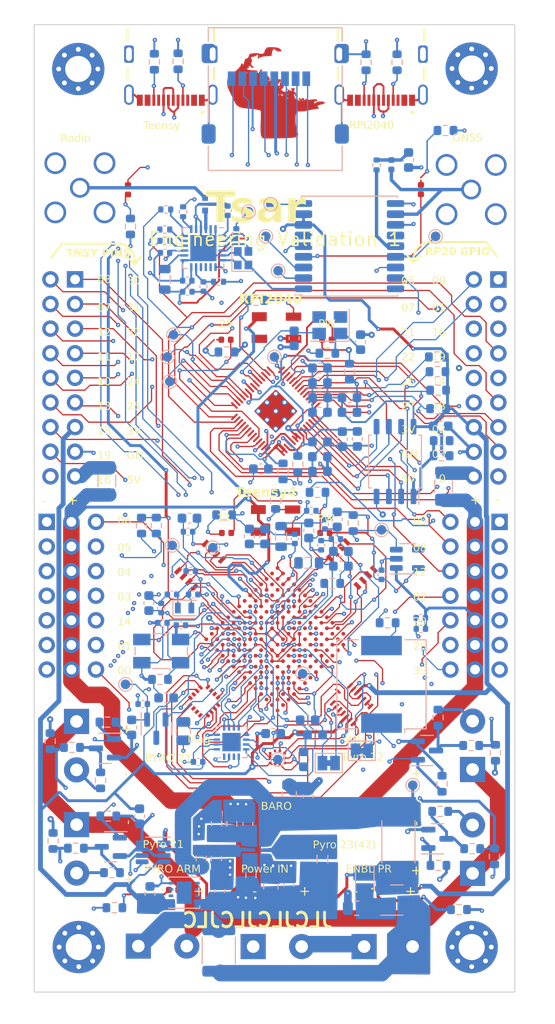
<source format=kicad_pcb>
(kicad_pcb (version 20240108) (generator "pcbnew") (generator_version "8.0")
  (layers (0 "F.Cu" signal) (1 "In1.Cu" signal) (2 "In2.Cu" signal) (31 "B.Cu" signal) (34 "B.Paste" user) (35 "F.Paste" user) (36 "B.SilkS" user "B.Silkscreen") (37 "F.SilkS" user "F.Silkscreen") (38 "B.Mask" user) (39 "F.Mask" user) (44 "Edge.Cuts" user))
  (net 0 "")
  (net 1 "Net-(AE1-A)")
  (net 2 "Net-(AE3-A)")
  (net 3 "TEENSY_15{slash}A1{slash}Buzzer")
  (net 4 "Net-(BZ1--)")
  (net 5 "INA-")
  (net 6 "+5V")
  (net 7 "+3.3V")
  (net 8 "Net-(U2-CAP)")
  (net 9 "BatteryTerminal-")
  (net 10 "Net-(U19-XIN)")
  (net 11 "Net-(D1-A)")
  (net 12 "Net-(D2-K)")
  (net 13 "Net-(D3-K)")
  (net 14 "W25Q_VDD_LED")
  (net 15 "Net-(D5-K)")
  (net 16 "Net-(C67-Pad1)")
  (net 17 "Net-(D6-K)")
  (net 18 "Net-(IC1B-VDD_HIGH_CAP)")
  (net 19 "Net-(D8-K)")
  (net 20 "Net-(IC1A-DCDC_SENSE)")
  (net 21 "Net-(D4-K)")
  (net 22 "Net-(D7-K)")
  (net 23 "Net-(D9-K1)")
  (net 25 "TEENSY_29{slash}PWM8")
  (net 26 "TEENSY_8{slash}TX2{slash}Serial_Pin")
  (net 27 "TEENSY_7{slash}RX2{slash}Serial_Pin")
  (net 28 "TEENSY_31{slash}DPIN2")
  (net 29 "TEENSY_28{slash}PWM7")
  (net 30 "TEENSY_32{slash}DPIN3")
  (net 31 "MAG_CS{slash}Teensy")
  (net 32 "IMU_CSB2{slash}Gyro_CS{slash}Teensy")
  (net 33 "TEENSY_10{slash}CS{slash}SPI_PIN")
  (net 34 "TEENSY_6{slash}PWM5")
  (net 35 "IMU_INT2_Accel{slash}Teensy")
  (net 36 "IMU_CSB1{slash}Accel_CS{slash}Teensy")
  (net 37 "TEENSY_30{slash}DPIN1")
  (net 38 "TEENSY_2{slash}PWM1")
  (net 39 "TEENSY_3{slash}PWM2")
  (net 40 "TEENSY_0{slash}RX1")
  (net 41 "TEENSY_5{slash}PWM4")
  (net 42 "TEENSY_4{slash}PWM3")
  (net 43 "BARO_CS{slash}Teensy")
  (net 44 "Net-(Q2-D)")
  (net 45 "TEENSY_19{slash}A5{slash}SCL{slash}I2C_PIN")
  (net 46 "TEENSY_17{slash}A3")
  (net 47 "Net-(Q3-D)")
  (net 48 "TEENSY_16{slash}A2")
  (net 49 "TEENSY_24{slash}A10")
  (net 50 "TEENSY_20{slash}A6")
  (net 51 "TEENSY_25{slash}A11")
  (net 52 "TEENSY_1{slash}TX1")
  (net 53 "Net-(J2-Pin_2)")
  (net 54 "Net-(IC1A-DCDC_IN_1)")
  (net 55 "Net-(D10-K1)")
  (net 57 "Net-(J6-Pin_2)")
  (net 58 "Net-(J7-Pin_2)")
  (net 59 "Net-(C14-Pad2)")
  (net 60 "RPI2040_GPIO18{slash}SCK{slash}SPI_PIN")
  (net 61 "BARO_MOSI{slash}Teensy")
  (net 62 "TEENSY_33{slash}PWM9")
  (net 63 "BARO_MISO{slash}Teensy")
  (net 64 "PYRO2_TRIGGER{slash}Teensy_22{slash}A8")
  (net 65 "PYRO1_TRIGGER{slash}Teensy_21{slash}A7")
  (net 66 "BARO_SCK{slash}Teensy")
  (net 67 "Net-(IC1B-NVCC_PLL)")
  (net 68 "Net-(J5-Pin_2)")
  (net 69 "Net-(IC1A-VDD_USB_CAP)")
  (net 70 "TEENSY_14{slash}A0{slash}PWM6")
  (net 71 "PYRO3_TRIGGER{slash}Teensy_23{slash}A9")
  (net 72 "Net-(IC1B-VDD_SNVS_CAP)")
  (net 73 "Net-(IC1B-XTALO)")
  (net 74 "Net-(U13-PTB2{slash}IRQ_7)")
  (net 75 "EXTINT GPS{slash}RPI2040")
  (net 76 "Net-(U1-VCC_RF)")
  (net 77 "RPI2040_D0{slash}TX{slash}Serial_Pin")
  (net 78 "Net-(U1-VIO_SEL)")
  (net 79 "RPI2040_GPIO6{slash}DPIN1")
  (net 80 "RPI2040_D1{slash}RX{slash}Serial_Pin")
  (net 81 "RPI2040_GPIO7{slash}DPIN2")
  (net 82 "RPI2040_GPIO16{slash}MISO{slash}SPI_PIN")
  (net 83 "RPI2040_GPIO21{slash}DPIN6")
  (net 84 "RPI2040_GPIO19{slash}MOSI{slash}SPI_PIN")
  (net 85 "RPI2040_GPIO22{slash}DPIN7")
  (net 86 "RPI2040_GPIO14{slash}SS{slash}SPI_PIN")
  (net 87 "RPI2040_GPIO26{slash}A0{slash}APIN1")
  (net 88 "Net-(U1-~{RESET})")
  (net 89 "Net-(D13-K)")
  (net 90 "Net-(IC1B-XTALI)")
  (net 91 "Net-(U1-RXD)")
  (net 92 "Net-(U1-TXD)")
  (net 94 "RPI2040_GPIO27{slash}A1{slash}APIN2")
  (net 95 "RPI2040_GPIO2{slash}I2C1_SDA{slash}I2C_PIN")
  (net 96 "RPI2040_GPIO3{slash}I2C1_SCL{slash}I2C_PIN")
  (net 97 "RPI2040_GPIO10{slash}DPIN5")
  (net 98 "RPI2040_GPIO9{slash}PWM12")
  (net 99 "RPI2040_GPIO8{slash}PWM11")
  (net 100 "RPI2040_GPIO12{slash}PWM10")
  (net 103 "Net-(JP1-A)")
  (net 104 "Net-(JP1-B)")
  (net 108 "Net-(JP2-A)")
  (net 109 "TEENSY_18{slash}A4{slash}SDA{slash}I2C_PIN")
  (net 110 "INA_SDA_RPI2040")
  (net 111 "Net-(Q5-D)")
  (net 112 "INA_SCL_RPI2040")
  (net 113 "RPI2040_GPIO13{slash}Status LED")
  (net 114 "Net-(U19-QSPI_SS)")
  (net 115 "Net-(U19-XOUT)")
  (net 116 "Net-(U19-USB_DP)")
  (net 117 "Net-(U19-USB_DM)")
  (net 118 "Net-(U19-SWCLK)")
  (net 119 "Net-(U19-SWD)")
  (net 120 "Net-(U19-RUN)")
  (net 121 "Net-(U19-GPIO11)")
  (net 130 "Net-(U19-QSPI_SD3)")
  (net 131 "Net-(U19-QSPI_SCLK)")
  (net 132 "Net-(U19-QSPI_SD0)")
  (net 133 "Net-(U19-QSPI_SD2)")
  (net 134 "Net-(U19-QSPI_SD1)")
  (net 136 "Net-(IC1B-RTC_XTALO)")
  (net 137 "Net-(IC1B-RTC_XTALI)")
  (net 138 "RPI2040_POWER")
  (net 139 "RPI2040_GPIO25_STATUS")
  (net 140 "PYRO_ARM+")
  (net 141 "GPS_TIMEPULSE")
  (net 142 "Net-(IC1A-VDD_SNVS_IN)")
  (net 143 "Net-(J10-Pin_2)")
  (net 144 "Net-(IC1B-GPIO_EMC_27)")
  (net 145 "Net-(IC1A-GPIO_EMC_40)")
  (net 148 "Net-(IC1B-GPIO_EMC_26)")
  (net 155 "Net-(IC1B-GPIO_EMC_28)")
  (net 156 "Net-(IC1B-GPIO_EMC_25)")
  (net 158 "Net-(IC1B-GPIO_B0_13)")
  (net 160 "Net-(IC1B-GPIO_EMC_29)")
  (net 164 "Net-(IC1B-GPIO_AD_B0_06)")
  (net 165 "Net-(IC1B-GPIO_EMC_22)")
  (net 166 "Net-(IC1B-GPIO_EMC_01)")
  (net 167 "Net-(IC1B-GPIO_AD_B0_04)")
  (net 168 "Net-(IC1B-GPIO_AD_B0_07)")
  (net 169 "Net-(IC1B-GPIO_AD_B0_08)")
  (net 170 "Net-(IC1B-GPIO_AD_B0_09)")
  (net 171 "Net-(IC1B-DCDC_PSWITCH)")
  (net 172 "Net-(IC1B-GPIO_AD_B0_10)")
  (net 173 "Net-(IC1A-GPIO_SD_B0_04)")
  (net 174 "Net-(IC1A-GPIO_SD_B0_02)")
  (net 175 "Net-(IC1A-GPIO_SD_B0_05)")
  (net 176 "Net-(IC1A-GPIO_SD_B0_01)")
  (net 177 "Net-(IC1A-GPIO_SD_B0_00)")
  (net 178 "Net-(IC1A-GPIO_SD_B0_03)")
  (net 179 "Net-(IC1A-PMIC_ON_REQ)")
  (net 180 "PYRO4_TRIGGER{slash}Teensy_41{slash}A17")
  (net 181 "Net-(IC1B-GPIO_SD_B1_06)")
  (net 182 "Net-(IC1B-GPIO_SD_B1_07)")
  (net 183 "Teensy_D+")
  (net 184 "Net-(IC1A-DCDC_LP_1)")
  (net 185 "Net-(IC1A-ONOFF)")
  (net 186 "Net-(IC1B-POR_B)")
  (net 187 "Teensy_D-")
  (net 189 "Net-(IC1B-GPIO_SD_B1_09)")
  (net 191 "Net-(IC1B-GPIO_SD_B1_08)")
  (net 192 "Net-(IC1B-GPIO_SD_B1_10)")
  (net 193 "Net-(IC1B-GPIO_SD_B1_11)")
  (net 195 "INA+")
  (net 196 "RPI2040_D+")
  (net 197 "RPI2040_D-")
  (net 198 "BatteryTerminal+")
  (net 199 "MKL_PTB3_LED")
  (net 200 "Net-(U4-SW)")
  (net 201 "Net-(U4-PG)")
  (net 202 "Net-(U4-EN)")
  (net 203 "Net-(U4-FB)")
  (net 204 "Net-(U6-VR_PA)")
  (net 205 "Net-(U6-DCC_FB)")
  (net 206 "Net-(U6-VBAT_IO)")
  (net 207 "Net-(U6-DCC_SW)")
  (net 208 "Net-(U6-NSS_CTS)")
  (net 209 "SX12_CS{slash}RPI2040")
  (net 210 "Net-(U6-SCK_RTSN)")
  (net 211 "Net-(U6-MOSI_RX)")
  (net 212 "Net-(U6-MISO_TX)")
  (net 213 "Net-(U6-XTA)")
  (net 214 "Net-(U6-XTB)")
  (net 218 "Net-(U6-RFIO)")
  (net 219 "Net-(Q4-D)")
  (net 220 "SX12_CONN_STATUS")
  (net 221 "Net-(R35-Pad1)")
  (net 222 "Net-(U6-NRESET)")
  (net 230 "Net-(J1-CC2)")
  (net 231 "Net-(J1-CC1)")
  (net 232 "Net-(J15-CC2)")
  (net 233 "Net-(J15-CC1)")
  (net 234 "Net-(J13-Pin_18)")
  (net 235 "Net-(J12-Pin_17)")
  (net 237 "PYRO2_SENSE")
  (net 239 "PYRO1_SENSE")
  (net 240 "PYRO3_SENSE")
  (net 241 "PYRO4_SENSE")
  (net 242 "TEENSY_9{slash}RPI2040_GPIO20_CS")
  (net 243 "Net-(J4-Pin_1)")
  (footprint "CustomFootprints:GCT_USB4105-GF-A" (layer "F.Cu") (at 136.5 45.466 180)
    (property "Reference" "J1" (hide yes))
    (property "Value" "Teensy USB_C_Receptacle")
  )
  (footprint "CustomFootprints:BMP390" (layer "F.Cu") (at 147.5 118.1 180)
    (property "Reference" "U9" (hide yes))
    (property "Value" "BMP390")
  )
  (footprint "TerminalBlock_Phoenix:TerminalBlock_Phoenix_PT-1,5-2-5.0-H_1x02_P5.00mm_Horizontal" (layer "F.Cu") (at 156.45 137.55)
    (property "Reference" "J3" (hide yes))
    (property "Value" "Enable Power")
  )
  (footprint "RPI2040:RP2040-QFN-56" (layer "F.Cu") (at 147.331629 82.303122 -135)
    (property "Reference" "U19" (hide yes))
    (property "Value" "RP2040")
  )
  (footprint "TerminalBlock_Phoenix:TerminalBlock_Phoenix_PT-1,5-2-5.0-H_1x02_P5.00mm_Horizontal" (layer "F.Cu") (at 126.77 114.32 -90)
    (property "Reference" "J7" (hide yes))
    (property "Value" "Pyro 3")
  )
  (footprint "Connector_Coaxial:SMA_Amphenol_901-144_Vertical" (layer "F.Cu") (at 127.117 59.255 180)
    (property "Reference" "AE1" (hide yes))
    (property "Value" "Antenna" (hide yes))
  )
  (footprint "LED_SMD:LED_0402_1005Metric" (layer "F.Cu") (at 142.251629 94.869)
    (property "Reference" "D6" (hide yes))
    (property "Value" "Teensy 13 ( Orange )")
  )
  (footprint "CustomFootprints:MMC5983MA" (layer "F.Cu") (at 139.965629 112.268 45)
    (property "Reference" "U2" (hide yes))
    (property "Value" "MMC5983MA")
  )
  (footprint "RGBLEDs:IN-PI22TAT5R5G5B" (layer "F.Cu") (at 147.313 93.598539)
    (property "Reference" "D9" (hide yes))
    (property "Value" "Teensy Status" (hide yes))
  )
  (footprint "MIMXRT1062DVJ6B:XSON8_4x4mm" (layer "F.Cu") (at 139.5 98.5 -135)
    (property "Reference" "U17" (hide yes))
    (property "Value" "W25Q64JVXGIM" (hide yes))
  )
  (footprint "TerminalBlock_Phoenix:TerminalBlock_Phoenix_PT-1,5-2-5.0-H_1x02_P5.00mm_Horizontal" (layer "F.Cu") (at 133.15 137.5)
    (property "Reference" "J4" (hide yes))
    (property "Value" "Pyro Arm")
  )
  (footprint "MountingHole:MountingHole_2.7mm_M2.5_Pad_Via" (layer "F.Cu") (at 167.55 137.6)
    (property "Reference" "H4" (hide yes))
    (property "Value" "MountingHole_Pad")
  )
  (footprint "LED_SMD:LED_0402_1005Metric" (layer "F.Cu") (at 152.5975 74.93)
    (property "Reference" "D7" (hide yes))
    (property "Value" "RPI2040 Power ( Yellow )")
  )
  (footprint "TerminalBlock_Phoenix:TerminalBlock_Phoenix_PT-1,5-2-5.0-H_1x02_P5.00mm_Horizontal" (layer "F.Cu") (at 167.64 119.28 90)
    (property "Reference" "J6" (hide yes))
    (property "Value" "Pyro 2")
  )
  (footprint "CustomFootprints:PinHeader_3x05_P2.54mm_Vertical_Left" (layer "F.Cu") (at 123.698 93.726)
    (property "Reference" "J11" (hide yes))
    (property "Value" "~")
  )
  (footprint "CustomFootprints:PinHeader_3x05_P2.54mm_Vertical_Right" (layer "F.Cu") (at 165.354 93.726)
    (property "Reference" "J14" (hide yes))
    (property "Value" "~")
  )
  (footprint "LED_SMD:LED_0402_1005Metric" (layer "F.Cu") (at 152.4 94.88)
    (property "Reference" "D2" (hide yes))
    (property "Value" "Teensy Power ( Yellow )")
  )
  (footprint "LED_SMD:LED_0402_1005Metric" (layer "F.Cu") (at 136.779 131.699)
    (property "Reference" "D5" (hide yes))
    (property "Value" "Pyro Arm ( Red )")
  )
  (footprint "LOGO" (layer "F.Cu") (at 148.11978 54.005298)
    (property "Reference" "G***" (hide yes))
    (property "Value" "LOGO" (hide yes))
  )
  (footprint "LED_SMD:LED_0402_1005Metric" (layer "F.Cu") (at 162.306 59.436 -90)
    (property "Reference" "D8" (hide yes))
    (property "Value" "GPS ( Blue )")
  )
  (footprint "LED_SMD:LED_0402_1005Metric" (layer "F.Cu") (at 158.369 131.572)
    (property "Reference" "D3" (hide yes))
    (property "Value" "3.3V Power ( Green )")
  )
  (footprint "TerminalBlock_Phoenix:TerminalBlock_Phoenix_PT-1,5-2-5.0-H_1x02_P5.00mm_Horizontal" (layer "F.Cu") (at 145 137.55)
    (property "Reference" "J2" (hide yes))
    (property "Value" "Power In")
  )
  (footprint "TerminalBlock_Phoenix:TerminalBlock_Phoenix_PT-1,5-2-5.0-H_1x02_P5.00mm_Horizontal" (layer "F.Cu") (at 126.778 124.967 -90)
    (property "Reference" "J5" (hide yes))
    (property "Value" "Pyro 1")
  )
  (footprint "TerminalBlock_Phoenix:TerminalBlock_Phoenix_PT-1,5-2-5.0-H_1x02_P5.00mm_Horizontal" (layer "F.Cu") (at 167.64 129.995 90)
    (property "Reference" "J10" (hide yes))
    (property "Value" "Pyro 4")
  )
  (footprint "MountingHole:MountingHole_2.7mm_M2.5_Pad_Via" (layer "F.Cu") (at 167.55 46.95)
    (property "Reference" "H2" (hide yes))
    (property "Value" "MountingHole_Pad")
  )
  (footprint "MountingHole:MountingHole_2.7mm_M2.5_Pad_Via" (layer "F.Cu") (at 127 137.6)
    (property "Reference" "H3" (hide yes))
    (property "Value" "MountingHole_Pad")
  )
  (footprint "LED_SMD:LED_0402_1005Metric" (layer "F.Cu") (at 142.200629 74.93)
    (property "Reference" "D4" (hide yes))
    (property "Value" "RPI2040 Status ( Orange )")
  )
  (footprint "CustomFootprints:GCT_USB4105-GF-A" (layer "F.Cu") (at 158.2 45.466 180)
    (property "Reference" "J15" (hide yes))
    (property "Value" "RPI2040 USB_C_Receptacle")
  )
  (footprint "RGBLEDs:IN-PI22TAT5R5G5B" (layer "F.Cu") (at 147.415 73.694)
    (property "Reference" "D10" (hide yes))
    (property "Value" "RPI2040  Status" (hide yes))
  )
  (footprint "Connector_Coaxial:SMA_Amphenol_901-144_Vertical" (layer "F.Cu") (at 167.498 59.436)
    (property "Reference" "AE3" (hide yes))
    (property "Value" "Antenna")
  )
  (footprint "Connector_PinSocket_2.54mm:PinSocket_2x09_P2.54mm_Vertical" (layer "F.Cu") (at 170.307 68.717)
    (property "Reference" "J13" (hide yes))
    (property "Value" "RPI2040 Pins")
  )
  (footprint "MIMXRT1062DVJ6B:BGA196C80P14X14_1200X1200X152" (layer "F.Cu") (at 147.516315 105.837056 -135)
    (property "Reference" "IC1" (hide yes))
    (property "Value" "MIMXRT1062DVJ6B" (hide yes))
  )
  (footprint "CustomFootprints:BMI088" (layer "F.Cu") (at 155.013035 112.522 45)
    (property "Reference" "U22" (hide yes))
    (property "Value" "BMI088")
  )
  (footprint "MIMXRT1062DVJ6B:XSON8_4x4mm" (layer "F.Cu") (at 155.48 98.06 -45)
    (property "Reference" "U16" (hide yes))
    (property "Value" "W25Q64JVXGIM" (hide yes))
  )
  (footprint "Connector_PinSocket_2.54mm:PinSocket_2x09_P2.54mm_Vertical" (layer "F.Cu") (at 126.619 68.707)
    (property "Reference" "J12" (hide yes))
    (property "Value" "Teensy Pins")
  )
  (footprint "MountingHole:MountingHole_2.7mm_M2.5_Pad_Via" (layer "F.Cu") (at 126.95 47)
    (property "Reference" "H1" (hide yes))
    (property "Value" "MountingHole_Pad")
  )
  (footprint "LED_SMD:LED_0402_1005Metric" (layer "F.Cu") (at 132.08 59.459 90)
    (property "Reference" "D13" (hide yes))
    (property "Value" "Xbee ( Orange )")
  )
  (footprint "Fuse:Fuse_1812_4532Metric" (layer "B.Cu") (at 141.45 137.95 -90)
    (property "Reference" "F3" (hide yes))
    (property "Value" "Polyfuse")
  )
  (footprint "Resistor_SMD:R_0603_1608Metric" (layer "B.Cu") (at 152.654 76.327)
    (property "Reference" "R46" (hide yes))
    (property "Value" "1k")
  )
  (footprint "Capacitor_SMD:C_0603_1608Metric" (layer "B.Cu") (at 151.892 82.423 180)
    (property "Reference" "C60" (hide yes))
    (property "Value" "100nF")
  )
  (footprint "Capacitor_SMD:C_0603_1608Metric" (layer "B.Cu") (at 150.74 94.615 -90)
    (property "Reference" "C31" (hide yes))
    (property "Value" "2.2uF" (hide yes))
  )
  (footprint "Capacitor_SMD:C_0603_1608Metric" (layer "B.Cu") (at 144.4575 124.89 -90)
    (property "Reference" "C18" (hide yes))
    (property "Value" "100nF")
  )
  (footprint "Capacitor_SMD:C_0603_1608Metric" (layer "B.Cu") (at 154.051 96.774)
    (property "Reference" "C33" (hide yes))
    (property "Value" "10uF" (hide yes))
  )
  (footprint "Resistor_SMD:R_0603_1608Metric" (layer "B.Cu") (at 163.957 76.708 180)
    (property "Reference" "R47" (hide yes))
    (property "Value" "2.2k")
  )
  (footprint "Resistor_SMD:R_0603_1608Metric" (layer "B.Cu") (at 155.321 93.853 90)
    (property "Reference" "R40" (hide yes))
    (property "Value" "470K" (hide yes))
  )
  (footprint "Resistor_SMD:R_0402_1005Metric" (layer "B.Cu") (at 143.26 63.99 -90)
    (property "Reference" "R35" (hide yes))
    (property "Value" "1k")
  )
  (footprint "Resistor_SMD:R_0603_1608Metric" (layer "B.Cu") (at 164.12 129.17)
    (property "Reference" "R38" (hide yes))
    (property "Value" "470")
  )
  (footprint "Capacitor_SMD:C_0603_1608Metric" (layer "B.Cu") (at 138.43 93.345)
    (property "Reference" "C32" (hide yes))
    (property "Value" "4.7uF" (hide yes))
  )
  (footprint "Resistor_SMD:R_0603_1608Metric" (layer "B.Cu") (at 124.35 126.65 -90)
    (property "Reference" "R54" (hide yes))
    (property "Value" "27k")
  )
  (footprint "Capacitor_SMD:C_0603_1608Metric" (layer "B.Cu") (at 141.54 131.81 90)
    (property "Reference" "C2" (hide yes))
    (property "Value" "4.7uF")
  )
  (footprint "TestPoint:TestPoint_Pad_D1.0mm" (layer "B.Cu") (at 136.65 96.15 180)
    (property "Reference" "TP15" (hide yes))
    (property "Value" "VDD_SNVS" (hide yes))
  )
  (footprint "Resistor_SMD:R_0603_1608Metric" (layer "B.Cu") (at 129.25 120.4 -90)
    (property "Reference" "R4" (hide yes))
    (property "Value" "1" (hide yes))
  )
  (footprint "Package_TO_SOT_SMD:SOT-23" (layer "B.Cu") (at 159.8275 132.75)
    (property "Reference" "Q1" (hide yes))
    (property "Value" "Si2369BDS MOSFET P-CH 30V 5.6A/7.5A" (hide yes))
  )
  (footprint "CustomFootprints:SOT50P160X60-6N" (layer "B.Cu") (at 145.44 127.6 180)
    (property "Reference" "U4" (hide yes))
    (property "Value" "TPS564257DRLR")
  )
  (footprint "Fuse:Fuse_1206_3216Metric" (layer "B.Cu") (at 164.65 90.05 -90)
    (property "Reference" "F2" (hide yes))
    (property "Value" "Polyfuse")
  )
  (footprint "CustomFootprints:2450FM07A0029001T" (layer "B.Cu") (at 140.0375 60.95 90)
    (property "Reference" "U7" (hide yes))
    (property "Value" "2450FM07A0029001T")
  )
  (footprint "Resistor_SMD:R_0603_1608Metric" (layer "B.Cu") (at 158.877 104.14 180)
    (property "Reference" "R27" (hide yes))
    (property "Value" "DNF" (hide yes))
  )
  (footprint "Buzzer_Beeper:Buzzer_CUI_CPT-9019S-SMT" (layer "B.Cu") (at 158.242 110.49 90)
    (property "Reference" "BZ1" (hide yes))
    (property "Value" "Buzzer" (hide yes))
  )
  (footprint "Resistor_SMD:R_0603_1608Metric" (layer "B.Cu") (at 142 93)
    (property "Reference" "R20" (hide yes))
    (property "Value" "1k" (hide yes))
  )
  (footprint "Capacitor_SMD:C_0402_1005Metric" (layer "B.Cu") (at 142.37 61.62 90)
    (property "Reference" "C4" (hide yes))
    (property "Value" "10nF")
  )
  (footprint "Resistor_SMD:R_0603_1608Metric" (layer "B.Cu") (at 148.082 88.519 90)
    (property "Reference" "R49" (hide yes))
    (property "Value" "27")
  )
  (footprint "Resistor_SMD:R_0603_1608Metric" (layer "B.Cu") (at 133.477 94.107 90)
    (property "Reference" "R44" (hide yes))
    (property "Value" "2.2k" (hide yes))
  )
  (footprint "Capacitor_SMD:C_0603_1608Metric" (layer "B.Cu") (at 155.75 85.17 -90)
    (property "Reference" "C62" (hide yes))
    (property "Value" "100nF")
  )
  (footprint "Capacitor_SMD:C_0402_1005Metric" (layer "B.Cu") (at 153.543 95.504)
    (property "Reference" "C49" (hide yes))
    (property "Value" "10nF" (hide yes))
  )
  (footprint "Capacitor_SMD:C_0402_1005Metric" (layer "B.Cu") (at 138.2 68.8425 180)
    (property "Reference" "C7" (hide yes))
    (property "Value" "10nF")
  )
  (footprint "Capacitor_SMD:C_0402_1005Metric" (layer "B.Cu") (at 138.21 69.98)
    (property "Reference" "C9" (hide yes))
    (property "Value" "470nF")
  )
  (footprint "Fuse:Fuse_1206_3216Metric" (layer "B.Cu") (at 129.9 89.5 90)
    (property "Reference" "F1" (hide yes))
    (property "Value" "Polyfuse")
  )
  (footprint "Resistor_SMD:R_0603_1608Metric" (layer "B.Cu") (at 129.96 114.39)
    (property "Reference" "R11" (hide yes))
    (property "Value" "470" (hide yes))
  )
  (footprint "Resistor_SMD:R_0603_1608Metric" (layer "B.Cu") (at 151.638 90.678 180)
    (property "Reference" "R15" (hide yes))
    (property "Value" "1k" (hide yes))
  )
  (footprint "Capacitor_SMD:C_0603_1608Metric" (layer "B.Cu") (at 150.66 122.04 90)
    (property "Reference" "C17" (hide yes))
    (property "Value" "100nF")
  )
  (footprint "Resistor_SMD:R_0402_1005Metric" (layer "B.Cu") (at 137.77 61.73 90)
    (property "Reference" "R26" (hide yes))
    (property "Value" "1k")
  )
  (footprint "Resistor_SMD:R_0603_1608Metric" (layer "B.Cu") (at 135.001 94.107 90)
    (property "Reference" "R43" (hide yes))
    (property "Value" "2.2k" (hide yes))
  )
  (footprint "Package_DFN_QFN:MLF-8-1EP_3x3mm_P0.65mm_EP1.55x2.3mm" (layer "B.Cu") (at 137.88 131.985)
    (property "Reference" "U5" (hide yes))
    (property "Value" "AP7361C-33FGE-7")
  )
  (footprint "TestPoint:TestPoint_Pad_D1.0mm" (layer "B.Cu") (at 158.25 94.55 180)
    (property "Reference" "TP12" (hide yes))
    (property "Value" "PMIC_ON_REQ" (hide yes))
  )
  (footprint "Capacitor_SMD:C_0805_2012Metric" (layer "B.Cu") (at 137.795 115.316 -90)
    (property "Reference" "C5" (hide yes))
    (property "Value" "10uF")
  )
  (footprint "Capacitor_SMD:C_0603_1608Metric" (layer "B.Cu") (at 144.61 95.23 90)
    (property "Reference" "C38" (hide yes))
    (property "Value" "10uF" (hide yes))
  )
  (footprint "Capacitor_SMD:C_0603_1608Metric" (layer "B.Cu") (at 148.68 131.2 90)
    (property "Reference" "C20" (hide yes))
    (property "Value" "100nF")
  )
  (footprint "Inductor_SMD:L_0805_2012Metric" (layer "B.Cu") (at 150.74 97.96 180)
    (property "Reference" "L4" (hide yes))
    (property "Value" "4.7uH")
  )
  (footprint "Capacitor_SMD:C_0603_1608Metric" (layer "B.Cu") (at 132.461 114.935 -90)
    (property "Reference" "C43" (hide yes))
    (property "Value" "10uF" (hide yes))
  )
  (footprint "Resistor_SMD:R_0603_1608Metric" (layer "B.Cu") (at 142.8 124.88 -90)
    (property "Reference" "R29" (hide yes))
    (property "Value" "220k")
  )
  (footprint "Capacitor_SMD:C_0603_1608Metric" (layer "B.Cu") (at 150.2 118.225 90)
    (property "Reference" "C11" (hide yes))
    (property "Value" "100nF")
  )
  (footprint "Capacitor_SMD:C_0603_1608Metric" (layer "B.Cu") (at 151.384 115.697)
    (property "Reference" "C83" (hide yes))
    (property "Value" "100nF")
  )
  (footprint "Package_TO_SOT_SMD:SOT-23" (layer "B.Cu") (at 130.302 127.254 180)
    (property "Reference" "Q5" (hide yes))
    (property "Value" "ZXMN2F30FH")
  )
  (footprint "Resistor_SMD:R_0603_1608Metric" (layer "B.Cu") (at 170 117.55 90)
    (property "Reference" "R53" (hide yes))
    (property "Value" "27k")
  )
  (footprint "TestPoint:TestPoint_Pad_D1.0mm" (layer "B.Cu") (at 150.1 109.4 180)
    (property "Reference" "TP9" (hide yes))
    (property "Value" "TestPoint")
  )
  (footprint "Package_TO_SOT_SMD:SOT-23" (layer "B.Cu") (at 164.0175 126.43)
    (property "Reference" "Q4" (hide yes))
    (property "Value" "ZXMN2F30FH")
  )
  (footprint "Capacitor_SMD:C_0603_1608Metric" (layer "B.Cu") (at 151.892 77.851 180)
    (property "Reference" "C68" (hide yes))
    (property "Value" "10uF")
  )
  (footprint "Resistor_SMD:R_0603_1608Metric" (layer "B.Cu") (at 126.7 127.4)
    (property "Reference" "R55" (hide yes))
    (property "Value" "100k")
  )
  (footprint "Resistor_SMD:R_0603_1608Metric" (layer "B.Cu") (at 164.45 86.9 180)
    (property "Reference" "R36" (hide yes))
    (property "Value" "DNF" (hide yes))
  )
  (footprint "Package_TO_SOT_SMD:SOT-23-8" (layer "B.Cu") (at 134.6775 127.825 180)
    (property "Reference" "U11" (hide yes))
    (property "Value" "INA219AxDCN" (hide yes))
  )
  (footprint "Capacitor_SMD:C_0603_1608Metric" (layer "B.Cu") (at 133.28 124.1 90)
    (property "Reference" "C23" (hide yes))
    (property "Value" "100nF" (hide yes))
  )
  (footprint "Capacitor_SMD:C_0402_1005Metric" (layer "B.Cu") (at 137.541 104.394 180)
    (property "Reference" "C50" (hide yes))
    (property "Value" "12pF" (hide yes))
  )
  (footprint "Resistor_SMD:R_0603_1608Metric" (layer "B.Cu") (at 164.49 120.75 90)
    (property "Reference" "R9" (hide yes))
    (property "Value" "470" (hide yes))
  )
  (footprint "Resistor_SMD:R_0603_1608Metric" (layer "B.Cu") (at 145.288 70.866)
    (property "Reference" "R24" (hide yes))
    (property "Value" "1k" (hide yes))
  )
  (footprint "Capacitor_SMD:C_0603_1608Metric" (layer "B.Cu") (at 145.796 88.265 180)
    (property "Reference" "C54" (hide yes))
    (property "Value" "1uF")
  )
  (footprint "Resistor_SMD:R_0603_1608Metric" (layer "B.Cu") (at 149.606 87.757 90)
    (property "Reference" "R50" (hide yes))
    (property "Value" "27")
  )
  (footprint "Resistor_SMD:R_0402_1005Metric" (layer "B.Cu") (at 141.43 68.95 180)
    (property "Reference" "R25" (hide yes))
    (property "Value" "0")
  )
  (footprint "Resistor_SMD:R_0603_1608Metric" (layer "B.Cu") (at 142.24 76.2)
    (property "Reference" "R18" (hide yes))
    (property "Value" "1k" (hide yes))
  )
  (footprint "Resistor_SMD:R_0603_1608Metric" (layer "B.Cu") (at 164.084 82.042 180)
    (property "Reference" "R51" (hide yes))
    (property "Value" "2.2k")
  )
  (footprint "Resistor_SMD:R_0402_1005Metric" (layer "B.Cu") (at 135.98 61.49 180)
    (property "Reference" "R31" (hide yes))
    (property "Value" "1k")
  )
  (footprint "Inductor_SMD:L_0805_2012Metric" (layer "B.Cu") (at 135.88 68.7 90)
    (property "Reference" "L1" (hide yes))
    (property "Value" "15uH")
  )
  (footprint "Resistor_SMD:R_0603_1608Metric" (layer "B.Cu") (at 153.162 100.076)
    (property "Reference" "R41" (hide yes))
    (property "Value" "100k" (hide yes))
  )
  (footprint "Resistor_SMD:R_0603_1608Metric" (layer "B.Cu") (at 139.64 128.45 90)
    (property "Reference" "R10" (hide yes))
    (property "Value" "113k")
  )
  (footprint "Resistor_SMD:R_0805_2012Metric" (layer "B.Cu") (at 155.68 133.59 180)
    (property "Reference" "R5" (hide yes))
    (property "Value" "100k")
  )
  (footprint "Resistor_SMD:R_0603_1608Metric" (layer "B.Cu") (at 159.85 46.3 -90)
    (property "Reference" "R16" (hide yes))
    (property "Value" "5.1k" (hide yes))
  )
  (footprint "Capacitor_SMD:C_0603_1608Metric" (layer "B.Cu") (at 146.2 95.23 90)
    (property "Reference" "C41" (hide yes))
    (property "Value" "4.7uF" (hide yes))
  )
  (footprint "Inductor_SMD:L_0402_1005Metric" (layer "B.Cu") (at 159.258 56.873 90)
    (property "Reference" "L5" (hide yes))
    (property "Value" "27 nH, 5% ")
  )
  (footprint "Resistor_SMD:R_0402_1005Metric" (layer "B.Cu") (at 157.734 56.896 -90)
    (property "Reference" "R6" (hide yes))
    (property "Value" "10 Ω, 5%, 0.25 W")
  )
  (footprint "Resistor_SMD:R_0603_1608Metric" (layer "B.Cu") (at 164.02 78.232 180)
    (property "Reference" "R48" (hide yes))
    (property "Value" "2.2k")
  )
  (footprint "Capacitor_SMD:C_0603_1608Metric" (layer "B.Cu") (at 134.239 102.108 90)
    (property "Reference" "C39" (hide yes))
    (property "Value" "4.7uF" (hide yes))
  )
  (footprint "Capacitor_SMD:C_0603_1608Metric" (layer "B.Cu") (at 151.879 86.995 180)
    (property "Reference" "C58" (hide yes))
    (property "Value" "100nF")
  )
  (footprint "Resistor_SMD:R_0603_1608Metric" (layer "B.Cu") (at 126.3 117)
    (property "Reference" "R57" (hide yes))
    (property "Value" "100k")
  )
  (footprint "Resistor_SMD:R_0603_1608Metric" (layer "B.Cu") (at 130.68 133.54 180)
    (property "Reference" "R19" (hide yes))
    (property "Value" "1k" (hide yes))
  )
  (footprint "Resistor_SMD:R_0603_1608Metric" (layer "B.Cu") (at 154.94 78.232 -90)
    (property "Reference" "R21" (hide yes))
    (property "Value" "1k" (hide yes))
  )
  (footprint "TestPoint:TestPoint_Pad_D1.0mm" (layer "B.Cu") (at 147.55 118.25 180)
    (property "Reference" "TP11" (hide yes))
    (property "Value" "PTB2" (hide yes))
  )
  (footprint "Resistor_SMD:R_0603_1608Metric" (layer "B.Cu") (at 135.382 109.982 180)
    (property "Reference" "R42" (hide yes))
    (property "Value" "2.2M" (hide yes))
  )
  (footprint "Resistor_SMD:R_0603_1608Metric" (layer "B.Cu") (at 164.45 85.35 180)
    (property "Reference" "R45" (hide yes))
    (property "Value" "1k")
  )
  (footprint "Capacitor_SMD:C_0603_1608Metric" (layer "B.Cu") (at 154.051 98.298)
    (property "Reference" "C37" (hide yes))
    (property "Value" "4.7uF" (hide yes))
  )
  (footprint "Capacitor_SMD:C_0603_1608Metric" (layer "B.Cu") (at 154.2 85.19 -90)
    (property "Reference" "C63" (hide yes))
    (property "Value" "100nF")
  )
  (footprint "Package_TO_SOT_SMD:SOT-23-5" (layer "B.Cu") (at 160.909 97.536)
    (property "Reference" "U15" (hide yes))
    (property "Value" "TLV75533PDBV" (hide yes))
  )
  (footprint "RF_GPS:ublox_MAX" (layer "B.Cu") (at 154.94 65.278)
    (property "Reference" "U1" (hide yes))
    (property "Value" "MAX-M10S")
  )
  (footprint "Resistor_SMD:R_0603_1608Metric" (layer "B.Cu") (at 164.084 113.919 90)
    (property "Reference" "R3" (hide yes))
    (property "Value" "1" (hide yes))
  )
  (footprint "Connector_Card:microSD_HC_Molex_47219-2001" (layer "B.Cu") (at 147.275 50.1 180)
    (property "Reference" "J31" (hide yes))
    (property "Value" "Micro_SD_Card" (hide yes))
  )
  (footprint "Resistor_SMD:R_0603_1608Metric" (layer "B.Cu") (at 144.77 130.2 90)
    (property "Reference" "R28" (hide yes))
    (property "Value" "10k")
  )
  (footprint "Resistor_SMD:R_0603_1608Metric" (layer "B.Cu") (at 134.8 46.25 -90)
    (property "Reference" "R1" (hide yes))
    (property "Value" "5.1k" (hide yes))
  )
  (footprint "Capacitor_SMD:C_0603_1608Metric" (layer "B.Cu") (at 151.892 88.519 180)
    (property "Reference" "C57" (hide yes))
    (property "Value" "100nF")
  )
  (footprint "Resistor_SMD:R_0603_1608Metric" (layer "B.Cu") (at 156.65 46.3 -90)
    (property "Reference" "R14" (hide yes))
    (property "Value" "5.1k" (hide yes))
  )
  (footprint "Capacitor_SMD:C_0603_1608Metric" (layer "B.Cu") (at 154.94 80.899)
    (property "Reference" "C56" (hide yes))
    (property "Value" "100nF")
  )
  (footprint "Capacitor_SMD:C_0402_1005Metric" (layer "B.Cu") (at 135.9 65.96 180)
    (property "Reference" "C10" (hide yes))
    (property "Value" "100nF")
  )
  (footprint "Diode_SMD:D_0805_2012Metric" (layer "B.Cu") (at 156.52 130.89 -90)
    (property "Reference" "D1" (hide yes))
    (property "Value" "PDZ10B, 115 10V 400mW")
  )
  (footprint "Resistor_SMD:R_0603_1608Metric" (layer "B.Cu") (at 167.6 127.45 180)
    (property "Reference" "R59" (hide yes))
    (property "Value" "100k")
  )
  (footprint "Capacitor_SMD:C_0402_1005Metric" (layer "B.Cu") (at 152.019 96.139 -90)
    (property "Reference" "C42" (hide yes))
    (property "Value" "0.22uF" (hide yes))
  )
  (footprint "TestPoint:TestPoint_Pad_D1.0mm" (layer "B.Cu") (at 136.398 79.248 180)
    (property "Reference" "TP27" (hide yes))
    (property "Value" "Run")
  )
  (footprint "Capacitor_SMD:C_0603_1608Metric" (layer "B.Cu") (at 151.892 85.471)
    (property "Reference" "C64" (hide yes))
    (property "Value" "1uF")
  )
  (footprint "Crystal:Crystal_SMD_Abracon_ABM3B-4Pin_5.0x3.2mm" (layer "B.Cu") (at 135.509 107.061 180)
    (property "Reference" "Y2" (hide yes))
    (property "Value" "Crystal_GND23 24 MHz" (hide yes))
  )
  (footprint "Resistor_SMD:R_0603_1608Metric" (layer "B.Cu") (at 141.22 124.87 90)
    (property "Reference" "R30" (hide yes))
    (property "Value" "30k")
  )
  (footprint "Capacitor_SMD:C_0402_1005Metric" (layer "B.Cu") (at 162.306 104.775 180)
    (property "Reference" "C29" (hide yes))
    (property "Value" "0.22uF" (hide yes))
  )
  (footprint "Package_DFN_QFN:QFN-24-1EP_4x4mm_P0.5mm_EP2.7x2.7mm" (layer "B.Cu") (at 139.86 65.48 180)
    (property "Reference" "U6" (hide yes))
    (property "Value" "SX1280IMLTRT")
  )
  (footprint "TestPoint:TestPoint_Pad_D1.0mm" (layer "B.Cu") (at 163.83 64.262 180)
    (property "Reference" "TP1" (hide yes))
    (property "Value" "VIO_SEL")
  )
  (footprint "Resistor_SMD:R_2512_6332Metric" (layer "B.Cu") (at 159.99 126.73 90)
    (property "Reference" "R8" (hide yes))
    (property "Value" "0.01")
  )
  (footprint "TestPoint:TestPoint_Pad_D1.0mm" (layer "B.Cu") (at 136.779 74.422 180)
    (property "Reference" "TP26" (hide yes))
    (property "Value" "SWD")
  )
  (footprint "Capacitor_SMD:C_0603_1608Metric" (layer "B.Cu") (at 134.35 132.12 90)
    (property "Reference" "C3" (hide yes))
    (property "Value" "4.7uF")
  )
  (footprint "TestPoint:TestPoint_Pad_D1.0mm" (layer "B.Cu") (at 140.843 96.393 180)
    (property "Reference" "TP13" (hide yes))
    (property "Value" "OnOFF" (hide yes))
  )
  (footprint "Capacitor_SMD:C_0402_1005Metric" (layer "B.Cu") (at 138.811 101.219)
    (property "Reference" "C53" (hide yes))
    (property "Value" "20pF" (hide yes))
  )
  (footprint "Package_SO:SOIC-8_5.23x5.23mm_P1.27mm" (layer "B.Cu") (at 159.639 87.503 90)
    (property "Reference" "U20" (hide yes))
    (property "Value" "W25Q128JVSIQ")
  )
  (footprint "Capacitor_SMD:C_0805_2012Metric" (layer "B.Cu") (at 146.82 131.34 90)
    (property "Reference" "C19" (hide yes))
    (property "Value" "22uF")
  )
  (footprint "Crystal:Crystal_SMD_Abracon_ABM8G-4Pin_3.2x2.5mm" (layer "B.Cu") (at 152.91 73.44 180)
    (property "Reference" "Y4" (hide yes))
    (property "Value" "Crystal")
  )
  (footprint "TestPoint:TestPoint_Pad_D1.0mm" (layer "B.Cu") (at 131.826 110.49 180)
    (property "Reference" "TP14" (hide yes))
    (property "Value" "VDD_USB_CAP" (hide yes))
  )
  (footprint "TestPoint:TestPoint_Pad_D1.0mm" (layer "B.Cu") (at 161.47 120.9 180)
    (property "Reference" "TP2" (hide yes))
    (property "Value" "TestPoint" (hide yes))
  )
  (footprint "Capacitor_SMD:C_0402_1005Metric" (layer "B.Cu") (at 139.319 118.491 180)
    (property "Reference" "C27" (hide yes))
    (property "Value" "0.22uF" (hide yes))
  )
  (footprint "TestPoint:TestPoint_Pad_D1.0mm" (layer "B.Cu") (at 144.526 61.722 180)
    (property "Reference" "TP4" (hide yes))
    (property "Value" "TestPoint" (hide yes))
  )
  (footprint "Capacitor_SMD:C_0402_1005Metric" (layer "B.Cu") (at 135.636 104.14 180)
    (property "Reference" "C51" (hide yes))
    (property "Value" "12pF" (hide yes))
  )
  (footprint "Capacitor_SMD:C_0402_1005Metric" (layer "B.Cu") (at 133.604 112.522 180)
    (property "Reference" "C46" (hide yes))
    (property "Value" "0.22uF" (hide yes))
  )
  (footprint "Capacitor_SMD:C_0402_1005Metric" (layer "B.Cu") (at 152.4 93.98 -90)
    (property "Reference" "C40" (hide yes))
    (property "Value" "0.22uF" (hide yes))
  )
  (footprint "Crystal:Crystal_SMD_2016-4Pin_2.0x1.6mm" (layer "B.Cu") (at 143.96 66.5225 90)
    (property "Reference" "Y1" (hide yes))
    (property "Value" "52MHz")
  )
  (footprint "Resistor_SMD:R_0402_1005Metric" (layer "B.Cu") (at 135.9 64.72 180)
    (property "Reference" "R34" (hide yes))
    (property "Value" "1k")
  )
  (footprint "Capacitor_SMD:C_0603_1608Metric" (layer "B.Cu") (at 151.905 80.899 180)
    (property "Reference" "C59" (hide yes))
    (property "Value" "100nF")
  )
  (footprint "Resistor_SMD:R_0603_1608Metric" (layer "B.Cu") (at 167.5 116.8 180)
    (property "Reference" "R39" (hide yes))
    (property "Value" "100k")
  )
  (footprint "Capacitor_SMD:C_0603_1608Metric" (layer "B.Cu") (at 147.066 115.57 180)
    (property "Reference" "C1" (hide yes))
    (property "Value" "100nF")
  )
  (footprint "Capacitor_SMD:C_0603_1608Metric" (layer "B.Cu") (at 151.892 79.375 180)
    (property "Reference" "C61" (hide yes))
    (property "Value" "100nF")
  )
  (footprint "Resistor_SMD:R_0603_1608Metric" (layer "B.Cu") (at 169.9 128.25 90)
    (property "Reference" "R58" (hide yes))
    (property "Value" "27k")
  )
  (footprint "Crystal:Crystal_SMD_2012-2Pin_2.0x1.2mm" (layer "B.Cu") (at 137.922 102.616)
    (property "Reference" "Y3" (hide yes))
    (property "Value" "32.768 kHz" (hide yes))
  )
  (footprint "Capacitor_SMD:C_0603_1608Metric" (layer "B.Cu") (at 154.94 82.423)
    (property "Reference" "C55" (hide yes))
    (property "Value" "100nF")
  )
  (footprint "Capacitor_SMD:C_0603_1608Metric" (layer "B.Cu") (at 153.67 93.472 -90)
    (property "Reference" "C36" (hide yes))
    (property "Value" "4.7uF" (hide yes))
  )
  (footprint "Capacitor_SMD:C_0603_1608Metric" (layer "B.Cu") (at 161.036 56.388 90)
    (property "Reference" "C14" (hide yes))
    (property "Value" "10 nF, 10%, 16 V, X7R")
  )
  (footprint "TestPoint:TestPoint_Pad_D1.0mm" (layer "B.Cu") (at 147.193 76.708 180)
    (property "Reference" "TP28" (hide yes))
    (property "Value" "RPI2040_GPIO11")
  )
  (footprint "Capacitor_SMD:C_0402_1005Metric" (layer "B.Cu") (at 158.242 99.187 90)
    (property "Reference" "C34" (hide yes))
    (property "Value" "0.22uF" (hide yes))
  )
  (footprint "Package_TO_SOT_SMD:SOT-23" (layer "B.Cu") (at 162.93 117.32)
    (property "Reference" "Q2" (hide yes))
    (property "Value" "ZXMN2F30FH" (hide yes))
  )
  (footprint "Jumper:SolderJumper-2_P1.3mm_Bridged_Pad1.0x1.5mm" (layer "B.Cu") (at 156.21 117.348)
    (property "Reference" "JP2" (hide yes))
    (property "Value" "INT2" (hide yes))
  )
  (footprint "Capacitor_SMD:C_0402_1005Metric" (layer "B.Cu") (at 136.624 101.219 180)
    (property "Reference" "C52" (hide yes))
    (property "Value" "20pF" (hide yes))
  )
  (footprint "Capacitor_SMD:C_0603_1608Metric" (layer "B.Cu") (at 164.35 83.85)
    (property "Reference" "C65" (hide yes))
    (property "Value" "100nF")
  )
  (footprint "Resistor_SMD:R_0603_1608Metric" (layer "B.Cu") (at 141.2 128.46 -90)
    (property "Reference" "R13" (hide yes))
    (property "Value" "30k")
  )
  (footprint "Capacitor_SMD:C_0805_2012Metric" (layer "B.Cu") (at 148.72 121.82 90)
    (property "Reference" "C15" (hide yes))
    (property "Value" "10uF")
  )
  (footprint "Resistor_SMD:R_0603_1608Metric" (layer "B.Cu") (at 130.048 124.079)
    (property "Reference" "R12" (hide yes))
    (property "Value" "470" (hide yes))
  )
  (footprint "Capacitor_SMD:C_0402_1005Metric" (layer "B.Cu") (at 149.3 95.48 90)
    (property "Reference" "C47" (hide yes))
    (property "Value" "0.22uF" (hide yes))
  )
  (footprint "Resistor_SMD:R_0603_1608Metric" (layer "B.Cu") (at 137.25 46.2 -90)
    (property "Reference" "R2" (hide yes))
    (property "Value" "5.1k" (hide yes))
  )
  (footprint "Capacitor_SMD:C_0402_1005Metric" (layer "B.Cu") (at 151.003 92.583 180)
    (property "Reference" "C45" (hide yes))
    (property "Value" "10nF" (hide yes))
  )
  (footprint "TestPoint:TestPoint_Pad_D1.0mm" (layer "B.Cu") (at 136.144 76.708 180)
    (property "Reference" "TP25" (hide yes))
    (property "Value" "SWCLK")
  )
  (footprint "Resistor_SMD:R_0603_1608Metric" (layer "B.Cu") (at 124.05 116.35 -90)
    (property "Reference" "R56" (hide yes))
    (property "Value" "27k")
  )
  (footprint "Resistor_SMD:R_0603_1608Metric" (layer "B.Cu") (at 164.3 123.6)
    (property "Reference" "R37" (hide yes))
    (property "Value" "1")
  )
  (footprint "TestPoint:TestPoint_Pad_D1.0mm" (layer "B.Cu") (at 146.812 60.96 180)
    (property "Reference" "TP3" (hide yes))
    (property "Value" "Reset")
  )
  (footprint "Resistor_SMD:R_0603_1608Metric" (layer "B.Cu") (at 166.243 133.731)
    (property "Reference" "R17" (hide yes))
    (property "Value" "1k" (hide yes))
  )
  (footprint "Package_TO_SOT_SMD:SOT-23" (layer "B.Cu") (at 135.001 115.062 -90)
    (property "Reference" "D12" (hide yes))
    (property "Value" "BAT54C" (hide yes))
  )
  (footprint "Resistor_SMD:R_0603_1608Metric" (layer "B.Cu") (at 130.429 129.921 180)
    (property "Reference" "R7" (hide yes))
    (property "Value" "1" (hide yes))
  )
  (footprint "Inductor_SMD:L_0805_2012Metric" (layer "B.Cu") (at 147.88 95.23 90)
    (property "Reference" "L3" (hide yes))
    (property "Value" "120")
  )
  (footprint "Capacitor_SMD:C_0402_1005Metric" (layer "B.Cu") (at 162.306 103.632 180)
    (property "Reference" "C30" (hide yes))
    (property "Value" "0.22uF" (hide yes))
  )
  (footprint "Capacitor_SMD:C_0603_1608Metric" (layer "B.Cu") (at 150.622 114.173)
    (property "Reference" "C82" (hide yes))
    (property "Value" "100nF")
  )
  (footprint "Resistor_SMD:R_0603_1608Metric" (layer "B.Cu") (at 132.334 63.246 -90)
    (property "Reference" "R32" (hide yes))
    (property "Value" "1k")
  )
  (footprint "Capacitor_SMD:C_0402_1005Metric" (layer "B.Cu") (at 138.557 98.806 180)
    (property "Reference" "C48" (hide yes))
    (property "Value" "0.22uF" (hide yes))
  )
  (footprint "TestPoint:TestPoint_Pad_D1.0mm" (layer "B.Cu") (at 147.574 67.818 -90)
    (property "Reference" "TP6" (hide yes))
    (property "Value" "GPS TXD")
  )
  (footprint "Package_DFN_QFN:QFN-16-1EP_3x3mm_P0.5mm_EP1.9x1.9mm" (layer "B.Cu") (at 142.76 116.4475)
    (property "Reference" "U13" (hide yes))
    (property "Value" "MKL02Z32VFG4" (hide yes))
  )
  (footprint "Jumper:SolderJumper-2_P1.3mm_Bridged_Pad1.0x1.5mm" (layer "B.Cu") (at 152.796 118.618)
    (property "Reference" "JP1" (hide yes))
    (property "Value" "INT1")
  )
  (footprint "TestPoint:TestPoint_Pad_D1.0mm" (layer "B.Cu") (at 146.304 64.262 -90)
    (property "Reference" "TP5" (hide yes))
    (property "Value" "GPS RXD")
  )
  (footprint "Resistor_SMD:R_0603_1608Metric" (layer "B.Cu") (at 164.846 53.34)
    (property "Reference" "R23" (hide yes))
    (property "Value" "1k" (hide yes))
  )
  (footprint "Capacitor_SMD:C_0603_1608Metric" (layer "B.Cu") (at 156.083 75.184 90)
    (property "Reference" "C67" (hide yes))
    (property "Value" "27pF")
  )
  (footprint "Resistor_SMD:R_0402_1005Metric" (layer "B.Cu") (at 135.88 63.56 180)
    (property "Reference" "R33" (hide yes))
    (property "Value" "1k")
  )
  (footprint "Capacitor_SMD:C_0603_1608Metric" (layer "B.Cu") (at 136.017 111.887 180)
    (property "Reference" "C6" (hide yes))
    (property "Value" "1uF")
  )
  (footprint "Capacitor_SMD:C_0603_1608Metric" (layer "B.Cu") (at 149.225 74.79 90)
    (property "Reference" "C66" (hide yes))
    (property "Value" "27pF")
  )
  (footprint "Resistor_SMD:R_0603_1608Metric" (layer "B.Cu") (at 164.084 80.137 180)
    (property "Reference" "R52" (hide yes))
    (property "Value" "2.2k")
  )
  (footprint "Capacitor_SMD:C_0402_1005Metric" (layer "B.Cu") (at 138.275 94.742)
    (property "Reference" "C35" (hide yes))
    (property "Value" "0.22uF" (hide yes))
  )
  (footprint "Inductor_SMD:L_0805_2012Metric" (layer "B.Cu") (at 152.146 128.524 -90)
    (property "Reference" "L2" (hide yes))
    (property "Value" "4.7uH")
  )
  (footprint "Capacitor_SMD:C_0402_1005Metric" (layer "B.Cu") (at 135.509 102.616 90)
    (property "Reference" "C44" (hide yes))
    (property "Value" "0.22uF" (hide yes))
  )
  (footprint "Capacitor_SMD:C_0402_1005Metric" (layer "B.Cu") (at 139.87 69.45 -90)
    (property "Reference" "C8" (hide yes))
    (property "Value" "100nF")
  )
  (footprint "Package_TO_SOT_SMD:SOT-23" (layer "B.Cu") (at 129.7 117.094 180)
    (property "Reference" "Q3" (hide yes))
    (property "Value" "ZXMN2F30FH" (hide yes))
  )
  (footprint "Resistor_SMD:R_0603_1608Metric" (layer "B.Cu") (at 147.32 91.567 -90)
    (property "Reference" "R22" (hide yes))
    (property "Value" "1k" (hide yes))
  )
  (gr_arc (start 131.06 65.02) (mid 132.36648 65.644929) (end 132.725246 67.048038) (stroke (width 0.2)) (layer "F.SilkS"))
  (gr_line (start 132.035 66.445) (end 132.725 67.075) (stroke (width 0.2)) (layer "F.SilkS"))
  (gr_line (start 161.585 66.915) (end 162.275 66.285) (stroke (width 0.2)) (layer "F.SilkS"))
  (gr_line (start 132.785 67.095) (end 133.415 66.405) (stroke (width 0.2)) (layer "F.SilkS"))
  (gr_line (start 163.25 64.86) (end 169.04 64.86) (stroke (width 0.2)) (layer "F.SilkS"))
  (gr_line (start 169.04 64.86) (end 170.16 66.32) (stroke (width 0.2)) (layer "F.SilkS"))
  (gr_line (start 160.895 66.245) (end 161.525 66.935) (stroke (width 0.2)) (layer "F.SilkS"))
  (gr_line (start 125.27 65.02) (end 131.06 65.02) (stroke (width 0.2)) (layer "F.SilkS"))
  (gr_arc (start 161.584754 66.888038) (mid 161.94352 65.48493) (end 163.25 64.86) (stroke (width 0.2)) (layer "F.SilkS"))
  (gr_line (start 124.15 66.48) (end 125.27 65.02) (stroke (width 0.2)) (layer "F.SilkS"))
  (gr_rect (start 122.406 42.418) (end 172 142.24) (stroke (width 0.1)) (fill none) (layer "Edge.Cuts"))
  (gr_text "+" (at 131.318 114.5 270) (layer "F.SilkS") (effects (font (size 1 1) (thickness 0.125)) (justify left bottom)))
  (gr_text "Pyro 21" (at 133.604 127.508 0) (layer "F.SilkS") (effects (font (size 0.8 0.8) (thickness 0.125)) (justify left bottom)))
  (gr_text "01" (at 163.449 72.136 0) (layer "F.SilkS") (effects (font (size 0.8 0.8) (thickness 0.125)) (justify left bottom)))
  (gr_text "PW" (at 151.63 93.89 0) (layer "F.SilkS") (effects (font (size 0.8 0.8) (thickness 0.125)) (justify left bottom)))
  (gr_text "-" (at 162.433 125.095 90) (layer "F.SilkS") (effects (font (size 1 1) (thickness 0.125)) (justify left bottom)))
  (gr_text "+" (at 167.36 92.09 0) (layer "F.SilkS") (effects (font (size 1 1) (thickness 0.125)) (justify left bottom)))
  (gr_text "19" (at 128.905 87.376 0) (layer "F.SilkS") (effects (font (size 0.8 0.8) (thickness 0.125)) (justify left bottom)))
  (gr_text "13" (at 141.224 93.853 0) (layer "F.SilkS") (effects (font (size 0.8 0.8) (thickness 0.125)) (justify left bottom)))
  (gr_text "10" (at 128.905 79.756 0) (layer "F.SilkS") (effects (font (size 0.8 0.8) (thickness 0.125)) (justify left bottom)))
  (gr_text "02" (at 161.5 101.981 0) (layer "F.SilkS") (effects (font (size 0.8 0.8) (thickness 0.125)) (justify left bottom)))
  (gr_text "02" (at 163.449 84.709 0) (layer "F.SilkS") (effects (font (size 0.8 0.8) (thickness 0.125)) (justify left bottom)))
  (gr_text "ENBL PR" (at 154.559 130.048 0) (layer "F.SilkS") (effects (font (size 0.8 0.8) (thickness 0.125)) (justify left bottom)))
  (gr_text "00" (at 131 109.601 0) (layer "F.SilkS") (effects (font (size 0.8 0.8) (thickness 0.125)) (justify left bottom)))
  (gr_text "5V" (at 131.953 89.916 0) (layer "F.SilkS") (effects (font (size 0.8 0.8) (thickness 0.125)) (justify left bottom)))
  (gr_text "13" (at 128.905 82.296 0) (layer "F.SilkS") (effects (font (size 0.8 0.8) (thickness 0.125)) (justify left bottom)))
  (gr_text "IMU" (at 154.432 116.713 0) (layer "F.SilkS") (effects (font (size 0.8 0.8) (thickness 0.125)) (justify left bottom)))
  (gr_text "25" (at 131.953 82.296 0) (layer "F.SilkS") (effects (font (size 0.8 0.8) (thickness 0.125)) (justify left bottom)))
  (gr_text "-" (at 155.321 132.461 0) (layer "F.SilkS") (effects (font (size 1 1) (thickness 0.125)) (justify left bottom)))
  (gr_text "14" (at 131 104.521 0) (layer "F.SilkS") (effects (font (size 0.8 0.8) (thickness 0.125)) (justify left bottom)))
  (gr_text "Radio" (at 125.1 54.65 0) (layer "F.SilkS") (effects (font (size 0.8 0.8) (thickness 0.125)) (justify left bottom)))
  (gr_text "01" (at 131 107.061 0) (layer "F.SilkS") (effects (font (size 0.8 0.8) (thickness 0.125)) (justify left bottom)))
  (gr_text "-" (at 169.95 92.03 0) (layer "F.SilkS") (effects (font (size 1 1) (thickness 0.125)) (justify left bottom)))
  (gr_text "+" (at 160.655 132.461 0) (layer "F.SilkS") (effects (font (size 1 1) (thickness 0.125)) (justify left bottom)))
  (gr_text "07" (at 128.905 72.136 0) (layer "F.SilkS") (effects (font (size 0.8 0.8) (thickness 0.125)) (justify left bottom)))
  (gr_text "+" (at 162.433 120.269 90) (layer "F.SilkS") (effects (font (size 1 1) (thickness 0.125)) (justify left bottom)))
  (gr_text "5V" (at 160.274 89.789 0) (layer "F.SilkS") (effects (font (size 0.8 0.8) (thickness 0.125)) (justify left bottom)))
  (gr_text "03" (at 131 101.981 0) (layer "F.SilkS") (effects (font (size 0.8 0.8) (thickness 0.125)) (justify left bottom)))
  (gr_text "PYRO 21" (at 133.858 118.618 0) (layer "F.SilkS") (effects (font (size 0.8 0.8) (thickness 0.125)) (justify left bottom)))
  (gr_text "Pyro 22" (at 154.25 118.5 0) (layer "F.SilkS") (effects (font (size 0.8 0.8) (thickness 0.125)) (justify left bottom)))
  (gr_text "14" (at 163.449 79.756 0) (layer "F.SilkS") (effects (font (size 0.8 0.8) (thickness 0.125)) (justify left bottom)))
  (gr_text "12" (at 128.905 74.676 0) (layer "F.SilkS") (effects (font (size 0.8 0.8) (thickness 0.125)) (justify left bottom)))
  (gr_text "Engineering Validation 1" (at 134.09 65.37 0) (layer "F.SilkS") (effects (font (size 1.4 1.4) (thickness 0.175)) (justify left bottom)))
  (gr_text "16" (at 128.905 89.916 0) (layer "F.SilkS") (effects (font (size 0.8 0.8) (thickness 0.125)) (justify left bottom)))
  (gr_text "TNSY PINS" (at 125.68 66.51 0) (layer "F.SilkS") (effects (font (size 0.8 0.8) (thickness 0.125)) (justify left bottom)))
  (gr_text "25" (at 141.478 73.787 0) (layer "F.SilkS") (effects (font (size 0.8 0.8) (thickness 0.125)) (justify left bottom)))
  (gr_text "18" (at 163.449 82.296 0) (layer "F.SilkS") (effects (font (size 0.8 0.8) (thickness 0.125)) (justify left bottom)))
  (gr_text "29" (at 161.5 104.521 0) (layer "F.SilkS") (effects (font (size 0.8 0.8) (thickness 0.125)) (justify left bottom)))
  (gr_text "GN" (at 131.953 87.376 0) (layer "F.SilkS") (effects (font (size 0.8 0.8) (thickness 0.125)) (justify left bottom)))
  (gr_text "22" (at 160.274 77.216 0) (layer "F.SilkS") (effects (font (size 0.8 0.8) (thickness 0.125)) (justify left bottom)))
  (gr_text "Teensy" (at 133.65 53.34 0) (layer "F.SilkS") (effects (font (size 0.8 0.8) (thickness 0.125)) (justify left bottom)))
  (gr_text "30" (at 131.953 69.342 0) (layer "F.SilkS") (effects (font (size 0.8 0.8) (thickness 0.125)) (justify left bottom)))
  (gr_text "-" (at 123.21 92.16 0) (layer "F.SilkS") (effects (font (size 1 1) (thickness 0.125)) (justify left bottom)))
  (gr_text "04" (at 131 99.441 0) (layer "F.SilkS") (effects (font (size 0.8 0.8) (thickness 0.125)) (justify left bottom)))
  (gr_text "11" (at 128.905 77.216 0) (layer "F.SilkS") (effects (font (size 0.8 0.8) (thickness 0.125)) (justify left bottom)))
  (gr_text "17" (at 131.953 77.216 0) (layer "F.SilkS") (effects (font (size 0.8 0.8) (thickness 0.125)) (justify left bottom)))
  (gr_text "32" (at 131.953 74.676 0) (layer "F.SilkS") (effects (font (size 0.8 0.8) (thickness 0.125)) (justify left bottom)))
  (gr_text "-" (at 131.572 124.46 -90) (layer "F.SilkS") (effects (font (size 1 1) (thickness 0.125)) (justify left bottom)))
  (gr_text "-" (at 162.5 115.189 90) (layer "F.SilkS") (effects (font (size 1 1) (thickness 0.125)) (justify left bottom)))
  (gr_text "RPI2040" (at 143.51 71.374 0) (layer "F.SilkS") (effects (font (size 1 1) (thickness 0.16) (bold yes)) (justify left bottom)))
  (gr_text "RPI2040" (at 154.9 53.3 0) (layer "F.SilkS") (effects (font (size 0.8 0.8) (thickness 0.125)) (justify left bottom)))
  (gr_text "21" (at 160.274 74.676 0) (layer "F.SilkS") (effects (font (size 0.8 0.8) (thickness 0.125)) (justify left bottom)))
  (gr_text "Mag" (at 138.22 116.65 0) (layer "F.SilkS") (effects (font (size 0.8 0.8) (thickness 0.125)) (justify left bottom)))
  (gr_text "07" (at 160.274 72.136 0) (layer "F.SilkS") (effects (font (size 0.8 0.8) (thickness 0.125)) (justify left bottom)))
  (gr_text "06" (at 131 94.107 0) (layer "F.SilkS") (effects (font (size 0.8 0.8) (thickness 0.125)) (justify left bottom)))
  (gr_text "GNSS" (at 165.55 54.6 0) (layer "F.SilkS") (effects (font (size 0.8 0.8) (thickness 0.125)) (justify left bottom)))
  (gr_text "12" (at 161.5 99.441 0) (layer "F.SilkS") (effects (font (size 0.8 0.8) (thickness 0.125) (italic yes)) (justify left bottom)))
  (gr_text "05" (at 131 96.901 0) (layer "F.SilkS") (effects (font (size 0.8 0.8) (thickness 0.125)) (justify left bottom)))
  (gr_text "JLCJLCJLCJLC" (at 153.35 135.7 0) (layer "F.SilkS") (effects (font (size 1.5 1.5) (thickness 0.3) (bold yes)) (justify left bottom mirror)))
  (gr_text "+" (at 149.733 132.461 0) (layer "F.SilkS") (effects (font (size 1 1) (thickness 0.125)) (justify left bottom)))
  (gr_text "-" (at 131.318 119.5 270) (layer "F.SilkS") (effects (font (size 1 1) (thickness 0.125)) (justify left bottom)))
  (gr_text "33" (at 161.5 109.601 0) (layer "F.SilkS") (effects (font (size 0.8 0.8) (thickness 0.125)) (justify left bottom)))
  (gr_text "08" (at 128.92 69.22 0) (layer "F.SilkS") (effects (font (size 0.8 0.8) (thickness 0.125)) (justify left bottom)))
  (gr_text "10" (at 163.449 89.789 0) (layer "F.SilkS") (effects (font (size 0.8 0.8) (thickness 0.125)) (justify left bottom)))
  (gr_text "24" (at 131.953 79.756 0) (layer "F.SilkS") (effects (font (size 0.8 0.8) (thickness 0.125)) (justify left bottom)))
  (gr_text "27" (at 160.274 82.296 0) (layer "F.SilkS") (effects (font (size 0.8 0.8) (thickness 0.125)) (justify left bottom)))
  (gr_text "16" (at 163.449 74.676 0) (layer "F.SilkS") (effects (font (size 0.8 0.8) (thickness 0.125)) (justify left bottom)))
  (gr_text "26" (at 160.274 79.756 0) (layer "F.SilkS") (effects (font (size 0.8 0.8) (thickness 0.125)) (justify left bottom)))
  (gr_text "GN" (at 160.274 87.249 0) (layer "F.SilkS") (effects (font (size 0.8 0.8) (thickness 0.125)) (justify left bottom)))
  (gr_text "08" (at 161.5 96.901 0) (layer "F.SilkS") (effects (font (size 0.8 0.8) (thickness 0.125) (italic yes)) (justify left bottom)))
  (gr_text "3V" (at 160.274 84.709 0) (layer "F.SilkS") (effects (font (size 0.8 0.8) (thickness 0.125)) (justify left bottom)))
  (gr_text "Power IN" (at 143.75 130.048 0) (layer "F.SilkS") (effects (font (size 0.8 0.8) (thickness 0.125)) (justify left bottom)))
  (gr_text "00" (at 163.449 69.362 0) (layer "F.SilkS") (effects (font (size 0.8 0.8) (thickness 0.125)) (justify left bottom)))
  (gr_text "PW" (at 151.72 73.78 0) (layer "F.SilkS") (effects (font (size 0.8 0.8) (thickness 0.125)) (justify left bottom)))
  (gr_text "-" (at 144.907 132.461 0) (layer "F.SilkS") (effects (font (size 1 1) (thickness 0.125)) (justify left bottom)))
  (gr_text "09" (at 161.5 94.127 0) (layer "F.SilkS") (effects (font (size 0.8 0.8) (thickness 0.125) (italic yes)) (justify left bottom)))
  (gr_text "19" (at 163.449 77.216 0) (layer "F.SilkS") (effects (font (size 0.8 0.8) (thickness 0.125)) (justify left bottom)))
  (gr_text "06" (at 160.274 69.342 0) (layer "F.SilkS") (effects (font (size 0.8 0.8) (thickness 0.125)) (justify left bottom)))
  (gr_text "03" (at 163.449 87.249 0) (layer "F.SilkS") (effects (font (size 0.8 0.8) (thickness 0.125)) (justify left bottom)))
  (gr_text "RP20 GPIO" (at 162.73 66.34 0) (layer "F.SilkS") (effects (font (size 0.8 0.8) (thickness 0.125)) (justify left bottom)))
  (gr_text "+" (at 138.811 132.461 0) (layer "F.SilkS") (effects (font (size 1 1) (thickness 0.125)) (justify left bottom)))
  (gr_text "+" (at 162.433 130.302 90) (layer "F.SilkS") (effects (font (size 1 1) (thickness 0.125)) (justify left bottom)))
  (gr_text "31" (at 131.953 72.136 0) (layer "F.SilkS") (effects (font (size 0.8 0.8) (thickness 0.125)) (justify left bottom)))
  (gr_text "+" (at 131.572 130.048 -90) (layer "F.SilkS") (effects (font (size 1 1) (thickness 0.125)) (justify left bottom)))
  (gr_text "3V" (at 131.953 84.836 0) (layer "F.SilkS") (effects (font (size 0.8 0.8) (thickness 0.125)) (justify left bottom)))
  (gr_text "+" (at 125.78 92.13 0) (layer "F.SilkS") (effects (font (size 1 1) (thickness 0.125)) (justify left bottom)))
  (gr_text "Teensy4" (at 143.129 91.313 0) (layer "F.SilkS") (effects (font (size 1 1) (thickness 0.15) (bold yes)) (justify left bottom)))
  (gr_text "18" (at 128.905 84.836 0) (layer "F.SilkS") (effects (font (size 0.8 0.8) (thickness 0.125)) (justify left bottom)))
  (gr_text "-" (at 133.731 132.461 0) (layer "F.SilkS") (effects (font (size 1 1) (thickness 0.125)) (justify left bottom)))
  (gr_text "PYRO ARM" (at 133.731 130.048 0) (layer "F.SilkS") (effects (font (size 0.8 0.8) (thickness 0.125)) (justify left bottom)))
  (gr_text "BARO" (at 145.796 123.571 0) (layer "F.SilkS") (effects (font (size 0.8 0.8) (thickness 0.125)) (justify left bottom)))
  (gr_text "28" (at 161.5 107.061 0) (layer "F.SilkS") (effects (font (size 0.8 0.8) (thickness 0.125)) (justify left bottom)))
  (gr_text "Tsar" (at 140.1 63.34 0) (layer "F.SilkS") (effects (font (size 3.2 3.2) (thickness 0.64) (bold yes)) (justify left bottom)))
  (gr_text "Pyro 23(42)" (at 151.15 127.55 0) (layer "F.SilkS") (effects (font (size 0.8 0.8) (thickness 0.125)) (justify left bottom)))
  (segment (start 138.9925 59.255) (end 127.117 59.255) (width 0.3493) (layer "B.Cu") (net 1))
  (segment (start 127.117 59.255) (end 127.19 59.182) (width 0.33) (layer "B.Cu") (net 1))
  (segment (start 140.0375 60.3) (end 138.9925 59.255) (width 0.3493) (layer "B.Cu") (net 1))
  (segment (start 159.258 58.458) (end 159.258 57.358) (width 0.3493) (layer "B.Cu") (net 2))
  (segment (start 159.69 61.978) (end 161.922 61.978) (width 0.3493) (layer "B.Cu") (net 2))
  (segment (start 161.922 61.978) (end 164.464 59.436) (width 0.3493) (layer "B.Cu") (net 2))
  (segment (start 160.236 59.436) (end 159.258 58.458) (width 0.3493) (layer "B.Cu") (net 2))
  (segment (start 165.1 59.436) (end 167.498 59.436) (width 0.3493) (layer "B.Cu") (net 2))
  (segment (start 164.464 59.436) (end 165.1 59.436) (width 0.3493) (layer "B.Cu") (net 2))
  (segment (start 165.1 59.436) (end 160.236 59.436) (width 0.3493) (layer "B.Cu") (net 2))
  (segment (start 140.5 107) (end 140.714194 107) (width 0.127) (layer "F.Cu") (net 3))
  (segment (start 140.18 106.68) (end 140.5 107) (width 0.127) (layer "F.Cu") (net 3))
  (segment (start 139.7 106.68) (end 140.18 106.68) (width 0.127) (layer "F.Cu") (net 3))
  (segment (start 141.877138 105.837056) (end 142.425146 105.837056) (width 0.127) (layer "F.Cu") (net 3))
  (segment (start 140.714194 107) (end 141.877138 105.837056) (width 0.127) (layer "F.Cu") (net 3))
  (via (at 139.7 106.68) (size 0.45) (drill 0.15) (layers "F.Cu" "B.Cu") (net 3))
  (via (at 159.5 116.85) (size 0.45) (drill 0.15) (layers "F.Cu" "B.Cu") (net 3))
  (segment (start 159.5 116.85) (end 158.242 115.592) (width 0.13) (layer "B.Cu") (net 3))
  (segment (start 158.242 115.592) (end 158.242 114.49) (width 0.13) (layer "B.Cu") (net 3))
  (segment (start 159.702 105.03) (end 159.702 104.14) (width 0.127) (layer "B.Cu") (net 4))
  (segment (start 158.242 106.49) (end 159.702 105.03) (width 0.127) (layer "B.Cu") (net 4))
  (segment (start 135.815 127.5) (end 137.75 127.5) (width 0.3) (layer "B.Cu") (net 5))
  (segment (start 161.47 122.2875) (end 161.47 120.9) (width 0.3) (layer "B.Cu") (net 5))
  (segment (start 137.76 127.51) (end 137.76 123.86) (width 1.7) (layer "B.Cu") (net 5))
  (segment (start 140.48 121.14) (end 145.01 121.14) (width 1.7) (layer "B.Cu") (net 5))
  (segment (start 137.76 128.45) (end 137.76 127.51) (width 1.7) (layer "B.Cu") (net 5))
  (segment (start 159.99 123.7675) (end 161.47 122.2875) (width 0.3) (layer "B.Cu") (net 5))
  (segment (start 145.01 121.14) (end 147.28 123.41) (width 1.7) (layer "B.Cu") (net 5))
  (segment (start 137.76 123.86) (end 140.48 121.14) (width 1.7) (layer "B.Cu") (net 5))
  (segment (start 138.585 129.275) (end 137.76 128.45) (width 1.7) (layer "B.Cu") (net 5))
  (segment (start 137.75 127.5) (end 137.76 127.51) (width 0.3) (layer "B.Cu") (net 5))
  (segment (start 139.64 129.275) (end 138.585 129.275) (width 1.7) (layer "B.Cu") (net 5))
  (segment (start 146.049539 94.039539) (end 146.612 94.039539) (width 0.3) (layer "F.Cu") (net 6))
  (segment (start 145.535 93.525) (end 146.049539 94.039539) (width 0.3) (layer "F.Cu") (net 6))
  (segment (start 127.643919 111.574) (end 129.529885 111.574) (width 1.7) (layer "F.Cu") (net 6))
  (segment (start 167.894 110.805835) (end 160.272 118.427835) (width 1.7) (layer "F.Cu") (net 6))
  (segment (start 144.272 73.787) (end 144.401 73.787) (width 0.3) (layer "F.Cu") (net 6))
  (segment (start 167.894 108.966) (end 167.894 110.805835) (width 1.7) (layer "F.Cu") (net 6))
  (segment (start 144.399 100.838) (end 144.311803 100.750803) (width 0.127) (layer "F.Cu") (net 6))
  (segment (start 130.438 112.482115) (end 130.438 116.438) (width 1.7) (layer "F.Cu") (net 6))
  (segment (start 145.535 92.455539) (end 145.535 93.525) (width 0.3) (layer "F.Cu") (net 6))
  (segment (start 160.272 118.957885) (end 156.039385 123.1905) (width 1.7) (layer "F.Cu") (net 6))
  (segment (start 167.767 93.599) (end 167.894 93.726) (width 1.4) (layer "F.Cu") (net 6))
  (segment (start 146.612 97.736) (end 146.431 97.917) (width 0.3) (layer "F.Cu") (net 6))
  (segment (start 156.039385 123.1905) (end 142.6605 123.1905) (width 1.7) (layer "F.Cu") (net 6))
  (segment (start 129.529885 111.574) (end 130.438 112.482115) (width 1.7) (layer "F.Cu") (net 6))
  (segment (start 126.238 110.168081) (end 127.643919 111.574) (width 1.7) (layer "F.Cu") (net 6))
  (segment (start 130.438 116.438) (end 136.49 122.49) (width 1.7) (layer "F.Cu") (net 6))
  (segment (start 141.96 122.49) (end 142.34 122.87) (width 1.7) (layer "F.Cu") (net 6))
  (segment (start 167.894 108.966) (end 167.894 93.726) (width 1.7) (layer "F.Cu") (net 6))
  (segment (start 142.6605 123.1905) (end 141.96 122.49) (width 1.7) (layer "F.Cu") (net 6))
  (segment (start 144.311803 100.750803) (end 144.232197 100.750803) (width 0.127) (layer "F.Cu") (net 6))
  (segment (start 145.535 92.455539) (end 145.535 92.322) (width 0.3) (layer "F.Cu") (net 6))
  (segment (start 144.401 73.787) (end 145.637 72.551) (width 0.3) (layer "F.Cu") (net 6))
  (segment (start 145.253573 101.877258) (end 145.253573 101.819573) (width 0.127) (layer "F.Cu") (net 6))
  (segment (start 126.3 93.664) (end 126.238 93.726) (width 1.4) (layer "F.Cu") (net 6))
  (segment (start 126.238 108.966) (end 126.238 93.726) (width 1.7) (layer "F.Cu") (net 6))
  (segment (start 160.272 118.427835) (end 160.272 118.957885) (width 1.7) (layer "F.Cu") (net 6))
  (segment (start 144.399 100.965) (end 144.399 100.838) (width 0.127) (layer "F.Cu") (net 6))
  (segment (start 136.49 122.49) (end 141.96 122.49) (width 1.7) (layer "F.Cu") (net 6))
  (segment (start 146.612 94.039539) (end 146.612 97.736) (width 0.3) (layer "F.Cu") (net 6))
  (segment (start 145.253573 101.819573) (end 144.399 100.965) (width 0.127) (layer "F.Cu") (net 6))
  (segment (start 126.238 108.966) (end 126.238 110.168081) (width 1.7) (layer "F.Cu") (net 6))
  (segment (start 145.535 92.322) (end 144.526 91.313) (width 0.3) (layer "F.Cu") (net 6))
  (via (at 146.431 97.917) (size 0.45) (drill 0.15) (layers "F.Cu" "B.Cu") (net 6))
  (via (at 144.232197 100.750803) (size 0.45) (drill 0.15) (layers "F.Cu" "B.Cu") (net 6))
  (via (at 144.27 122.86) (size 0.55) (drill 0.25) (layers "F.Cu" "B.Cu") (net 6))
  (via (at 144.25 132.51) (size 0.55) (drill 0.25) (layers "F.Cu" "B.Cu") (net 6))
  (via (at 145.22 132.53) (size 0.55) (drill 0.25) (layers "F.Cu" "B.Cu") (net 6))
  (via (at 144.272 73.787) (size 0.45) (drill 0.15) (layers "F.Cu" "B.Cu") (net 6))
  (via (at 144.526 91.313) (size 0.65) (drill 0.25) (layers "F.Cu" "B.Cu") (net 6))
  (via (at 143.42 122.83) (size 0.55) (drill 0.25) (layers "F.Cu" "B.Cu") (net 6))
  (via (at 143.44 132.46) (size 0.55) (drill 0.25) (layers "F.Cu" "B.Cu") (net 6))
  (via (at 142.67 122.83) (size 0.55) (drill 0.25) (layers "F.Cu" "B.Cu") (net 6))
  (segment (start 144.526 91.226) (end 139.3 86) (width 0.3) (layer "B.Cu") (net 6))
  (segment (start 167.894 103.886) (end 167.894 103.632) (width 0.3) (layer "B.Cu") (net 6))
  (segment (start 167.894 92.444) (end 166.95 91.5) (width 1.4) (layer "B.Cu") (net 6))
  (segment (start 127.85 90.95) (end 126.238 92.562) (width 1.4) (layer "B.Cu") (net 6))
  (segment (start 159.7715 98.486) (end 159.7715 99.7115) (width 0.3) (layer "B.Cu") (net 6))
  (segment (start 162.786 103.632) (end 162.786 102.726) (width 0.3) (layer "B.Cu") (net 6))
  (segment (start 127.762 92.202) (end 126.238 93.726) (width 0.3) (layer "B.Cu") (net 6))
  (segment (start 144.232197 100.750803) (end 143.930803 100.750803) (width 0.3) (layer "B.Cu") (net 6))
  (segment (start 163.14 102.616) (end 162.786 102.97) (width 0.3) (layer "B.Cu") (net 6))
  (segment (start 144.619197 99.026197) (end 145.321803 99.026197) (width 0.3) (layer "B.Cu") (net 6))
  (segment (start 166.878 102.616) (end 163.14 102.616) (width 0.3) (layer "B.Cu") (net 6))
  (segment (start 145.05 74.3) (end 144.537 73.787) (width 0.3) (layer "B.Cu") (net 6))
  (segment (start 142.494 98.425) (end 142.748 98.171) (width 0.3) (layer "B.Cu") (net 6))
  (segment (start 167.894 93.726) (end 167.894 92.444) (width 1.4) (layer "B.Cu") (net 6))
  (segment (start 162.786 102.726) (end 160.909 100.849) (width 0.3) (layer "B.Cu") (net 6))
  (segment (start 139.3 81.9) (end 145.05 76.15) (width 0.3) (layer "B.Cu") (net 6))
  (segment (start 167.894 103.632) (end 166.878 102.616) (width 0.3) (layer "B.Cu") (net 6))
  (segment (start 143.764 98.171) (end 144.619197 99.026197) (width 0.3) (layer "B.Cu") (net 6))
  (segment (start 166.95 91.5) (end 164.7 91.5) (width 1.4) (layer "B.Cu") (net 6))
  (segment (start 143.256 92.202) (end 127.762 92.202) (width 0.3) (layer "B.Cu") (net 6))
  (segment (start 142.494 99.314) (end 142.494 98.425) (width 0.3) (layer "B.Cu") (net 6))
  (segment (start 142.748 98.171) (end 143.764 98.171) (width 0.3) (layer "B.Cu") (net 6))
  (segment (start 144.526 91.313) (end 144.145 91.313) (width 0.3) (layer "B.Cu") (net 6))
  (segment (start 162.786 102.97) (end 162.786 103.632) (width 0.3) (layer "B.Cu") (net 6))
  (segment (start 139.3 86) (end 139.3 81.9) (width 0.3) (layer "B.Cu") (net 6))
  (segment (start 143.930803 100.750803) (end 142.494 99.314) (width 0.3) (layer "B.Cu") (net 6))
  (segment (start 145.05 76.15) (end 145.05 74.3) (width 0.3) (layer "B.Cu") (net 6))
  (segment (start 126.238 92.562) (end 126.238 93.726) (width 1.4) (layer "B.Cu") (net 6))
  (segment (start 144.145 91.313) (end 143.256 92.202) (width 0.3) (layer "B.Cu") (net 6))
  (segment (start 144.526 91.313) (end 144.526 91.226) (width 0.3) (layer "B.Cu") (net 6))
  (segment (start 159.7715 99.7115) (end 160.909 100.849) (width 0.3) (layer "B.Cu") (net 6))
  (segment (start 162.786 104.775) (end 162.786 103.632) (width 0.3) (layer "B.Cu") (net 6))
  (segment (start 130.2 90.95) (end 127.85 90.95) (width 1.4) (layer "B.Cu") (net 6))
  (segment (start 144.537 73.787) (end 144.272 73.787) (width 0.3) (layer "B.Cu") (net 6))
  (segment (start 145.321803 99.026197) (end 146.431 97.917) (width 0.3) (layer "B.Cu") (net 6))
  (segment (start 156.972 110.617) (end 156.42306 110.617) (width 0.3) (layer "F.Cu") (net 7))
  (segment (start 144.759528 80.013864) (end 144.759528 79.989528) (width 0.19) (layer "F.Cu") (net 7))
  (segment (start 145.4785 117.0305) (end 145.6055 117.0305) (width 0.3) (layer "F.Cu") (net 7))
  (segment (start 141.836197 111.387382) (end 141.836197 111.073803) (width 0.127) (layer "F.Cu") (net 7))
  (segment (start 149.323198 78.89734) (end 149.055202 79.165336) (width 0.127) (layer "F.Cu") (net 7))
  (segment (start 142.25 84.75) (end 143.470538 84.75) (width 0.127) (layer "F.Cu") (net 7))
  (segment (start 153.3085 115.4) (end 149.32458 115.4) (width 0.3) (layer "F.Cu") (net 7))
  (segment (start 138.161115 111.012885) (end 137.795 111.379) (width 0.127) (layer "F.Cu") (net 7))
  (segment (start 149.32458 115.4) (end 149.31229 115.41229) (width 0.3) (layer "F.Cu") (net 7))
  (segment (start 158.854 131.572) (end 162.128 131.572) (width 0.3) (layer "F.Cu") (net 7))
  (segment (start 146.177 87.249) (end 146.177 87.1855) (width 0.19) (layer "F.Cu") (net 7))
  (segment (start 147.669068 85.502932) (end 147.669068 85.75183) (width 0.3) (layer "F.Cu") (net 7))
  (segment (start 144.9145 117.5945) (end 145.4785 117.0305) (width 0.3) (layer "F.Cu") (net 7))
  (segment (start 146.739427 86.623073) (end 146.739427 86.572279) (width 0.19) (layer "F.Cu") (net 7))
  (segment (start 148.681202 84.048798) (end 148.623602 84.048798) (width 0.127) (layer "F.Cu") (net 7))
  (segment (start 150.11 78.23) (end 149.44266 78.89734) (width 0.127) (layer "F.Cu") (net 7))
  (segment (start 147.205706 86.106) (end 146.739427 86.572279) (width 0.19) (layer "F.Cu") (net 7))
  (segment (start 147.669068 85.502932) (end 147.669068 85.642638) (width 0.3) (layer "F.Cu") (net 7))
  (segment (start 149.44266 78.89734) (end 149.323198 78.89734) (width 0.127) (layer "F.Cu") (net 7))
  (segment (start 162.128 131.572) (end 162.38 131.32) (width 0.3) (layer "F.Cu") (net 7))
  (segment (start 156.42306 110.617) (end 155.684786 111.355274) (width 0.3) (layer "F.Cu") (net 7))
  (segment (start 147.669068 85.75183) (end 148.206674 86.289436) (width 0.3) (layer "F.Cu") (net 7))
  (segment (start 146.9 118.75) (end 146.75 118.6) (width 0.127) (layer "F.Cu") (net 7))
  (segment (start 143.470538 84.75) (end 144.193843 84.026695) (width 0.127) (layer "F.Cu") (net 7))
  (segment (start 154.0085 114.7) (end 153.3085 115.4) (width 0.3) (layer "F.Cu") (net 7))
  (segment (start 148.206674 86.289436) (end 147.923831 86.572279) (width 0.19) (layer "F.Cu") (net 7))
  (segment (start 146.45 118.9) (end 145.0135 118.9) (width 0.127) (layer "F.Cu") (net 7))
  (segment (start 147.25 118.75) (end 146.9 118.75) (width 0.127) (layer "F.Cu") (net 7))
  (segment (start 159.478 73.828) (end 161.5 75.85) (width 0.3) (layer "F.Cu") (net 7))
  (segment (start 147.923831 86.572279) (end 147.457552 86.106) (width 0.19) (layer "F.Cu") (net 7))
  (segment (start 151.600786 81.71092) (end 151.151706 82.16) (width 0.127) (layer "F.Cu") (net 7))
  (segment (start 146.75 118.6) (end 146.45 118.9) (width 0.127) (layer "F.Cu") (net 7))
  (segment (start 148.73308 115.9915) (end 147.594129 115.9915) (width 0.3) (layer "F.Cu") (net 7))
  (segment (start 139.064068 111.012885) (end 138.161115 111.012885) (width 0.127) (layer "F.Cu") (net 7))
  (segment (start 146.177 87.1855) (end 146.739427 86.623073) (width 0.19) (layer "F.Cu") (net 7))
  (segment (start 150.57 82.16) (end 148.681202 84.048798) (width 0.127) (layer "F.Cu") (net 7))
  (segment (start 149.620887 84.875223) (end 149.450027 84.875223) (width 0.2) (layer "F.Cu") (net 7))
  (segment (start 149.620887 84.875223) (end 149.338044 85.158066) (width 0.2) (layer "F.Cu") (net 7))
  (segment (start 145.415 116.84) (end 145.6055 117.0305) (width 0.3) (layer "F.Cu") (net 7))
  (segment (start 144.759528 79.989528) (end 144.018 79.248) (width 0.19) (layer "F.Cu") (net 7))
  (segment (start 147.594129 115.9915) (end 146.985629 116.6) (width 0.3) (layer "F.Cu") (net 7))
  (segment (start 154.0085 114.7) (end 154.0085 114.445774) (width 0.3) (layer "F.Cu") (net 7))
  (segment (start 139.223167 111.171984) (end 139.064068 111.012885) (width 0.127) (layer "F.Cu") (net 7))
  (segment (start 151.151706 82.16) (end 150.57 82.16) (width 0.127) (layer "F.Cu") (net 7))
  (segment (start 149.450027 84.875223) (end 148.623602 84.048798) (width 0.2) (layer "F.Cu") (net 7))
  (segment (start 154.0085 114.445774) (end 154.624126 113.830148) (width 0.3) (layer "F.Cu") (net 7))
  (segment (start 145.0135 118.9) (end 144.9145 118.999) (width 0.127) (layer "F.Cu") (net 7))
  (segment (start 147.669068 85.642638) (end 147.205706 86.106) (width 0.3) (layer "F.Cu") (net 7))
  (segment (start 146.985629 116.6) (end 146.036 116.6) (width 0.3) (layer "F.Cu") (net 7))
  (segment (start 141.379843 111.843736) (end 141.836197 111.387382) (width 0.127) (layer "F.Cu") (net 7))
  (segment (start 146.036 116.6) (end 145.6055 117.0305) (width 0.3) (layer "F.Cu") (net 7))
  (segment (start 157.912 73.828) (end 159.478 73.828) (width 0.3) (layer "F.Cu") (net 7))
  (segment (start 147.457552 86.106) (end 147.205706 86.106) (width 0.19) (layer "F.Cu") (net 7))
  (segment (start 149.31229 115.41229) (end 148.73308 115.9915) (width 0.3) (layer "F.Cu") (net 7))
  (segment (start 145.415 115.57) (end 145.415 116.84) (width 0.3) (layer "F.Cu") (net 7))
  (segment (start 144.9145 118.999) (end 144.9145 117.5945) (width 0.3) (layer "F.Cu") (net 7))
  (via (at 141.836197 111.073803) (size 0.45) (drill 0.15) (layers "F.Cu" "B.Cu") (net 7))
  (via (at 144.9145 118.999) (size 0.65) (drill 0.25) (layers "F.Cu" "B.Cu") (net 7))
  (via (at 151.9265 87.757) (size 0.45) (drill 0.15) (layers "F.Cu" "B.Cu") (net 7))
  (via (at 148.082 63.5) (size 0.65) (drill 0.25) (layers "F.Cu" "B.Cu") (net 7))
  (via (at 156.972 110.617) (size 0.55) (drill 0.25) (layers "F.Cu" "B.Cu") (net 7))
  (via (at 143.74 68.88) (size 0.45) (drill 0.15) (layers "F.Cu" "B.Cu") (net 7))
  (via (at 144.018 79.248) (size 0.45) (drill 0.15) (layers "F.Cu" "B.Cu") (net 7))
  (via (at 157.912 73.828) (size 0.45) (drill 0.15) (layers "F.Cu" "B.Cu") (net 7))
  (via (at 154.0085 114.7) (size 0.55) (drill 0.25) (layers "F.Cu" "B.Cu") (net 7))
  (via (at 150.11 78.23) (size 0.45) (drill 0.15) (layers "F.Cu" "B.Cu") (net 7))
  (via (at 161.5 75.85) (size 0.45) (drill 0.15) (layers "F.Cu" "B.Cu") (net 7))
  (via (at 149.31229 115.41229) (size 0.55) (drill 0.25) (layers "F.Cu" "B.Cu") (net 7))
  (via (at 147.669068 85.502932) (size 0.45) (drill 0.15) (layers "F.Cu" "B.Cu") (net 7))
  (via (at 148.623602 84.048798) (size 0.65) (drill 0.25) (layers "F.Cu" "B.Cu") (net 7))
  (via (at 135.97 66.6) (size 0.45) (drill 0.15) (layers "F.Cu" "B.Cu") (net 7))
  (via (at 142.25 84.75) (size 0.45) (drill 0.15) (layers "F.Cu" "B.Cu") (net 7))
  (via (at 162.38 131.32) (size 0.45) (drill 0.15) (layers "F.Cu" "B.Cu") (net 7))
  (via (at 146.177 87.249) (size 0.45) (drill 0.15) (layers "F.Cu" "B.Cu") (net 7))
  (via (at 145.415 115.57) (size 0.45) (drill 0.15) (layers "F.Cu" "B.Cu") (net 7))
  (via (at 137.795 111.379) (size 0.45) (drill 0.15) (layers "F.Cu" "B.Cu") (net 7))
  (segment (start 164.782 76.708) (end 165.05 76.976) (width 0.3) (layer "B.Cu") (net 7))
  (segment (start 149.33 78.23) (end 148.95 77.85) (width 0.127) (layer "B.Cu") (net 7))
  (segment (start 149.847 114.173) (end 149.847 114.414) (width 0.127) (layer "B.Cu") (net 7))
  (segment (start 152.4 70.358) (end 152.908 70.866) (width 0.3) (layer "B.Cu") (net 7))
  (segment (start 151.95 77.06) (end 152.667 77.777) (width 0.127) (layer "B.Cu") (net 7))
  (segment (start 150.4 117.25) (end 150.4 115.906) (width 0.19) (layer "B.Cu") (net 7))
  (segment (start 163.575 83.625) (end 164.909 82.291) (width 0.3) (layer "B.Cu") (net 7))
  (segment (start 125.392 85.174) (end 125.392 91.884892) (width 0.5) (layer "B.Cu") (net 7))
  (segment (start 134.747 113.3325) (end 134.747 114.808) (width 0.127) (layer "B.Cu") (net 7))
  (segment (start 135.89 112.776) (end 135.3035 112.776) (width 0.127) (layer "B.Cu") (net 7))
  (segment (start 149.31229 115.41229) (end 149.597 115.697) (width 0.3) (layer "B.Cu") (net 7))
  (segment (start 148.95 77.85) (end 148.95 77.1) (width 0.127) (layer "B.Cu") (net 7))
  (segment (start 150.11 78.23) (end 149.33 78.23) (width 0.127) (layer "B.Cu") (net 7))
  (segment (start 155.172 83.43) (end 156.597154 83.43) (width 0.19) (layer "B.Cu") (net 7))
  (segment (start 163.37 131.32) (end 164.15 132.1) (width 0.5) (layer "B.Cu") (net 7))
  (segment (start 136.61 65.73) (end 137.8975 65.73) (width 0.19) (layer "B.Cu") (net 7))
  (segment (start 169.05 85.24) (end 167.767 83.957) (width 0.5) (layer "B.Cu") (net 7))
  (segment (start 133.802501 130.15) (end 133.25 130.15) (width 0.19) (layer "B.Cu") (net 7))
  (segment (start 169.121 110.371) (end 169.121 93.217759) (width 0.5) (layer "B.Cu") (net 7))
  (segment (start 133.731 118.491) (end 133.731 118.618) (width 0.3) (layer "B.Cu") (net 7))
  (segment (start 125.904 122.5) (end 125.07 121.666) (width 0.3) (layer "B.Cu") (net 7))
  (segment (start 165.05 81.901) (end 164.909 82.042) (width 0.3) (layer "B.Cu") (net 7))
  (segment (start 164.909 82.291) (end 164.909 82.042) (width 0.3) (layer "B.Cu") (net 7))
  (segment (start 169 111.35) (end 157.705 111.35) (width 0.5) (layer "B.Cu") (net 7))
  (segment (start 141.94 68.95) (end 143.67 68.95) (width 0.19) (layer "B.Cu") (net 7))
  (segment (start 169.7 132.1) (end 171.25 130.55) (width 0.5) (layer "B.Cu") (net 7))
  (segment (start 156.597154 83.43) (end 157.419 82.608154) (width 0.19) (layer "B.Cu") (net 7))
  (segment (start 136.652 112.014) (end 135.89 112.776) (width 0.127) (layer "B.Cu") (net 7))
  (segment (start 152.667 82.423) (end 152.667 77.851) (width 0.19) (layer "B.Cu") (net 7))
  (segment (start 163.575 83.85) (end 163.575 83.625) (width 0.3) (layer "B.Cu") (net 7))
  (segment (start 150.8 77.06) (end 151.95 77.06) (width 0.127) (layer "B.Cu") (net 7))
  (segment (start 144.2035 119.71) (end 134.823 119.71) (width 0.3) (layer "B.Cu") (net 7))
  (segment (start 149.469 76.581) (end 150.321 76.581) (width 0.127) (layer "B.Cu") (net 7))
  (segment (start 164.15 132.1) (end 169.7 132.1) (width 0.5) (layer "B.Cu") (net 7))
  (segment (start 161.036 81.28) (end 161.544 81.788) (width 0.19) (layer "B.Cu") (net 7))
  (segment (start 125.7 132.17) (end 123.05 129.52) (width 0.5) (layer "B.Cu") (net 7))
  (segment (start 135.815 128.8) (end 135.152501 128.8) (width 0.19) (layer "B.Cu") (net 7))
  (segment (start 151.9265 87.7785) (end 152.667 88.519) (width 0.3) (layer "B.Cu") (net 7))
  (segment (start 129.71 132.17) (end 125.7 132.17) (width 0.5) (layer "B.Cu") (net 7))
  (segment (start 132.69 130.71) (end 132.25 131.15) (width 0.3) (layer "B.Cu") (net 7))
  (segment (start 132.2 131.65) (end 132.2 131.15) (width 0.5) (layer "B.Cu") (net 7))
  (segment (start 130.73 131.15) (end 129.71 132.17) (width 0.5) (layer "B.Cu") (net 7))
  (segment (start 150.4 115.906) (end 150.609 115.697) (width 0.19) (layer "B.Cu") (net 7))
  (segment (start 146.177 87.249) (end 146.177 87.503) (width 0.19) (layer "B.Cu") (net 7))
  (segment (start 150.19 63.078) (end 151.228 63.078) (width 0.3) (layer "B.Cu") (net 7))
  (segment (start 152.908 70.866) (end 156.21 70.866) (width 0.3) (layer "B.Cu") (net 7))
  (segment (start 169.121 93.217759) (end 169.05 93.146759) (width 0.5) (layer "B.Cu") (net 7))
  (segment (start 152.667 88.519) (end 152.667 87.008) (width 0.3) (layer "B.Cu") (net 7))
  (segment (start 150.609 115.176) (end 150.609 115.697) (width 0.127) (layer "B.Cu") (net 7))
  (segment (start 154.165 80.899) (end 154.165 82.423) (width 0.19) (layer "B.Cu") (net 7))
  (segment (start 135.152501 128.8) (end 133.802501 130.15) (width 0.19) (layer "B.Cu") (net 7))
  (segment (start 164.846 76.772) (end 164.782 76.708) (width 0.3) (layer "B.Cu") (net 7))
  (segment (start 146.177 87.249) (end 145.577894 87.249) (width 0.127) (layer "B.Cu") (net 7))
  (segment (start 136.38 65.96) (end 136.38 66.19) (width 0.19) (layer "B.Cu") (net 7))
  (segment (start 134.747 114.808) (end 133.731 115.824) (width 0.127) (layer "B.Cu") (net 7))
  (segment (start 144.9145 118.999) (end 144.2035 119.71) (width 0.3) (layer "B.Cu") (net 7))
  (segment (start 143.67 68.95) (end 143.74 68.88) (width 0.19) (layer "B.Cu") (net 7))
  (segment (start 126.619 83.947) (end 125.392 85.174) (width 0.5) (layer "B.Cu") (net 7))
  (segment (start 134.35 132.895) (end 133.445 132.895) (width 0.5) (layer "B.Cu") (net 7))
  (segment (start 150.19 61.978) (end 150.19 63.078) (width 0.3) (layer "B.Cu") (net 7))
  (segment (start 164.4 75.85) (end 161.5 75.85) (width 0.3) (layer "B.Cu") (net 7))
  (segment (start 145.078894 86.75) (end 142.65 86.75) (width 0.127) (layer "B.Cu") (net 7))
  (segment (start 154.165 82.423) (end 155.172 83.43) (width 0.19) (layer "B.Cu") (net 7))
  (segment (start 156.21 70.866) (end 156.972 71.628) (width 0.3) (layer "B.Cu") (net 7))
  (segment (start 136.38 66.19) (end 135.97 66.6) (width 0.19) (layer "B.Cu") (net 7))
  (segment (start 162.38 131.32) (end 163.37 131.32) (width 0.5) (layer "B.Cu") (net 7))
  (segment (start 156.972 72.888) (end 157.912 73.828) (width 0.3) (layer "B.Cu") (net 7))
  (segment (start 164.275 84.55) (end 163.575 83.85) (width 0.3) (layer "B.Cu") (net 7))
  (segment (start 133.28 123.325) (end 132.342 123.325) (width 0.3) (layer "B.Cu") (net 7))
  (segment (start 169.05 93.146759) (end 169.05 85.24) (width 0.5) (layer "B.Cu") (net 7))
  (segment (start 124.904 121.666) (end 125.07 121.666) (width 0.3) (layer "B.Cu") (net 7))
  (segment (start 136.38 65.96) (end 136.61 65.73) (width 0.19) (layer "B.Cu") (net 7))
  (segment (start 130.683 121.666) (end 129.849 122.5) (width 0.3) (layer "B.Cu") (net 7))
  (segment (start 157.419 82.579577) (end 158.718577 81.28) (width 0.19) (layer "B.Cu") (net 7))
  (segment (start 152.667 82.423) (end 150.846697 84.243303) (width 0.19) (layer "B.Cu") (net 7))
  (segment (start 146.177 87.503) (end 146.571 87.897) (width 0.19) (layer "B.Cu") (net 7))
  (segment (start 123.05 123.52) (end 124.904 121.666) (width 0.3) (layer "B.Cu") (net 7))
  (segment (start 152.667 77.777) (end 152.667 77.851) (width 0.127) (layer "B.Cu") (net 7))
  (segment (start 132.25 131.15) (end 132.2 131.15) (width 0.3) (layer "B.Cu") (net 7))
  (segment (start 145.577894 87.249) (end 145.078894 86.75) (width 0.127) (layer "B.Cu") (net 7))
  (segment (start 135.3035 112.776) (end 134.747 113.3325) (width 0.127) (layer "B.Cu") (net 7))
  (segment (start 129.849 122.5) (end 125.904 122.5) (width 0.3) (layer "B.Cu") (net 7))
  (segment (start 148.504 63.078) (end 148.082 63.5) (width 0.3) (layer "B.Cu") (net 7))
  (segment (start 161.544 83.903) (end 163.522 83.903) (width 0.3) (layer "B.Cu") (net 7))
  (segment (start 123.05 114.107222) (end 123.05 123.85) (width 0.5) (layer "B.Cu") (net 7))
  (segment (start 123.05 129.52) (end 123.05 123.85) (width 0.5) (layer "B.Cu") (net 7))
  (segment (start 134.823 119.71) (end 133.731 118.618) (width 0.3) (layer "B.Cu") (net 7))
  (segment (start 136.792 112.014) (end 136.652 112.014) (width 0.127) (layer "B.Cu") (net 7))
  (segment (start 133.731 115.824) (end 133.731 118.491) (width 0.127) (layer "B.Cu") (net 7))
  (segment (start 169.55 110.8) (end 169.121 110.371) (width 0.5) (layer "B.Cu") (net 7))
  (segment (start 124.95 112.207222) (end 123.05 114.107222) (width 0.5) (layer "B.Cu") (net 7))
  (segment (start 164.909 82.042) (end 165.542 82.042) (width 0.3) (layer "B.Cu") (net 7))
  (segment (start 152.996 78.18) (end 152.667 77.851) (width 0.3) (layer "B.Cu") (net 7))
  (segment (start 157.419 82.608154) (end 157.419 82.579577) (width 0.19) (layer "B.Cu") (net 7))
  (segment (start 152.4 64.25) (end 152.4 70.358) (width 0.3) (layer "B.Cu") (net 7))
  (segment (start 150.19 63.078) (end 148.504 63.078) (width 0.3) (layer "B.Cu") (net 7))
  (segment (start 156.972 71.628) (end 156.972 72.888) (width 0.3) (layer "B.Cu") (net 7))
  (segment (start 165.275 86.9) (end 164.8 86.9) (width 0.3) (layer "B.Cu") (net 7))
  (segment (start 132.2 131.15) (end 130.73 131.15) (width 0.5) (layer "B.Cu") (net 7))
  (segment (start 167.457 83.957) (end 167.767 83.957) (width 0.3) (layer "B.Cu") (net 7))
  (segment (start 171.25 130.55) (end 171.25 112.5) (width 0.5) (layer "B.Cu") (net 7))
  (segment (start 149.597 115.697) (end 150.609 115.697) (width 0.3) (layer "B.Cu") (net 7))
  (segment (start 157.705 111.35) (end 156.972 110.617) (width 0.5) (layer "B.Cu") (net 7))
  (segment (start 151.9265 87.757) (end 151.9265 87.7785) (width 0.3) (layer "B.Cu") (net 7))
  (segment (start 152.667 87.008) (end 152.654 86.995) (width 0.3) (layer "B.Cu") (net 7))
  (segment (start 142.65 86.75) (end 142.25 86.35) (width 0.127) (layer "B.Cu") (net 7))
  (segment (start 164.45 86.55) (end 164.45 84.55) (width 0.3) (layer "B.Cu") (net 7))
  (segment (start 164.45 84.55) (end 164.275 84.55) (width 0.3) (layer "B.Cu") (net 7))
  (segment (start 136.919 112.255) (end 136.919 112.268) (width 0.127) (layer "B.Cu") (net 7))
  (segment (start 164.782 76.708) (end 164.782 76.232) (width 0.3) (layer "B.Cu") (net 7))
  (segment (start 148.818107 84.243303) (end 148.623602 84.048798) (width 0.19) (layer "B.Cu") (net 7))
  (segment (start 124.95 92.326892) (end 124.95 112.207222) (width 0.5) (layer "B.Cu") (net 7))
  (segment (start 137.795 111.379) (end 136.919 112.255) (width 0.127) (layer "B.Cu") (net 7))
  (segment (start 146.571 87.897) (end 146.571 88.265) (width 0.19) (layer "B.Cu") (net 7))
  (segment (start 133.445 132.895) (end 132.2 131.65) (width 0.5) (layer "B.Cu") (net 7))
  (segment (start 165.05 76.976) (end 165.05 81.901) (width 0.3) (layer "B.Cu") (net 7))
  (segment (start 133.731 118.618) (end 130.683 121.666) (width 0.3) (layer "B.Cu") (net 7))
  (segment (start 169.55 110.8) (end 169 111.35) (width 0.5) (layer "B.Cu") (net 7))
  (segment (start 150.846697 84.243303) (end 148.818107 84.243303) (width 0.19) (layer "B.Cu") (net 7))
  (segment (start 171.25 112.5) (end 169.55 110.8) (width 0.5) (layer "B.Cu") (net 7))
  (segment (start 164.782 76.232) (end 164.4 75.85) (width 0.3) (layer "B.Cu") (net 7))
  (segment (start 152.68 80.899) (end 154.165 80.899) (width 0.19) (layer "B.Cu") (net 7))
  (segment (start 123.05 123.85) (end 123.05 123.52) (width 0.3) (layer "B.Cu") (net 7))
  (segment (start 165.542 82.042) (end 167.457 83.957) (width 0.3) (layer "B.Cu") (net 7))
  (segment (start 150.321 76.581) (end 150.8 77.06) (width 0.127) (layer "B.Cu") (net 7))
  (segment (start 142.25 86.35) (end 142.25 84.75) (width 0.127) (layer "B.Cu") (net 7))
  (segment (start 145.415 115.57) (end 146.586 115.57) (width 0.3) (layer "B.Cu") (net 7))
  (segment (start 133.25 130.15) (end 132.69 130.71) (width 0.19) (layer "B.Cu") (net 7))
  (segment (start 149.847 114.414) (end 150.609 115.176) (width 0.127) (layer "B.Cu") (net 7))
  (segment (start 158.718577 81.28) (end 161.036 81.28) (width 0.19) (layer "B.Cu") (net 7))
  (segment (start 132.342 123.325) (end 130.683 121.666) (width 0.3) (layer "B.Cu") (net 7))
  (segment (start 148.95 77.1) (end 149.469 76.581) (width 0.127) (layer "B.Cu") (net 7))
  (segment (start 161.544 81.788) (end 161.544 83.903) (width 0.19) (layer "B.Cu") (net 7))
  (segment (start 150.2 117.45) (end 150.4 117.25) (width 0.19) (layer "B.Cu") (net 7))
  (segment (start 164.8 86.9) (end 164.45 86.55) (width 0.3) (layer "B.Cu") (net 7))
  (segment (start 125.392 91.884892) (end 124.95 92.326892) (width 0.5) (layer "B.Cu") (net 7))
  (segment (start 151.228 63.078) (end 152.4 64.25) (width 0.3) (layer "B.Cu") (net 7))
  (segment (start 140.41 114.57) (end 140.831835 114.148165) (width 0.127) (layer "F.Cu") (net 8))
  (segment (start 140.831835 114.148165) (end 140.831835 113.487759) (width 0.127) (layer "F.Cu") (net 8))
  (segment (start 140.831835 113.487759) (end 140.672736 113.32866) (width 0.127) (layer "F.Cu") (net 8))
  (via (at 140.41 114.57) (size 0.45) (drill 0.15) (layers "F.Cu" "B.Cu") (net 8))
  (segment (start 138.479 115.05) (end 137.795 114.366) (width 0.127) (layer "B.Cu") (net 8))
  (segment (start 140.41 114.57) (end 139.93 115.05) (width 0.127) (layer "B.Cu") (net 8))
  (segment (start 139.93 115.05) (end 138.479 115.05) (width 0.127) (layer "B.Cu") (net 8))
  (segment (start 139.24 115.52) (end 139.92 114.84) (width 0.127) (layer "F.Cu") (net 9))
  (segment (start 149.25 118.2) (end 148.85 118.6) (width 0.127) (layer "F.Cu") (net 9))
  (segment (start 154.38 103.2) (end 153.565161 103.2) (width 0.127) (layer "F.Cu") (net 9))
  (segment (start 152.785669 103.983735) (end 152.629404 104.14) (width 0.127) (layer "F.Cu") (net 9))
  (segment (start 146.384944 105.271371) (end 146.95063 104.705685) (width 0.127) (layer "F.Cu") (net 9))
  (segment (start 144.641371 103.008629) (end 144.653 102.997) (width 0.127) (layer "F.Cu") (net 9))
  (segment (start 154.35 103.2) (end 154.305 103.155) (width 0.127) (layer "F.Cu") (net 9))
  (segment (start 155.448 106.299) (end 154.986056 105.837056) (width 0.127) (layer "F.Cu") (net 9))
  (segment (start 154.94 111.633) (end 154.94 111.392953) (width 0.127) (layer "F.Cu") (net 9))
  (segment (start 141.185388 114.394612) (end 140.5945 114.9855) (width 0.127) (layer "F.Cu") (net 9))
  (segment (start 148.082 97.409) (end 147.516315 97.974685) (width 0.127) (layer "F.Cu") (net 9))
  (segment (start 148.85 118.6) (end 148.25 118.6) (width 0.127) (layer "F.Cu") (net 9))
  (segment (start 144.122202 103.008629) (end 144.641371 103.008629) (width 0.127) (layer "F.Cu") (net 9))
  (segment (start 152.635685 97.494315) (end 152.934416 97.494315) (width 0.127) (layer "F.Cu") (net 9))
  (segment (start 149.213371 101.311573) (end 149.213371 100.763565) (width 0.127) (layer "F.Cu") (net 9))
  (segment (start 153.565161 103.2) (end 152.785669 103.979492) (width 0.127) (layer "F.Cu") (net 9))
  (segment (start 155.331233 110.987767) (end 155.956 110.363) (width 0.127) (layer "F.Cu") (net 9))
  (segment (start 152.671678 108.712) (end 152.041798 108.08212) (width 0.127) (layer "F.Cu") (net 9))
  (segment (start 157.099 112.769487) (end 156.745447 112.415934) (width 0.127) (layer "F.Cu") (net 9))
  (segment (start 147.828 74.803) (end 149.131 74.803) (width 0.3) (layer "F.Cu") (net 9))
  (segment (start 149.213371 110.945902) (end 149.213371 110.362539) (width 0.127) (layer "F.Cu") (net 9))
  (segment (start 144.16405 104.705685) (end 144.146815 104.68845) (width 0.127) (layer "F.Cu") (net 9))
  (segment (start 139.92 114.84) (end 140.08 114.84) (width 0.127) (layer "F.Cu") (net 9))
  (segment (start 152.073 97.59) (end 151.003 96.52) (width 0.127) (layer "F.Cu") (net 9))
  (segment (start 156.718 111.379) (end 157.099 111.76) (width 0.127) (layer "F.Cu") (net 9))
  (segment (start 151.332436 98.6445) (end 151.6355 98.6445) (width 0.127) (layer "F.Cu") (net 9))
  (segment (start 155.279364 111.972364) (end 154.94 111.633) (width 0.127) (layer "F.Cu") (net 9))
  (segment (start 145.055685 104.705685) (end 145.253573 104.903573) (width 0.127) (layer "F.Cu") (net 9))
  (segment (start 146.097968 117.447968) (end 146.75 118.1) (width 0.127) (layer "F.Cu") (net 9))
  (segment (start 144.122202 109.957798) (end 144.122202 109.796854) (width 0.127) (layer "F.Cu") (net 9))
  (segment (start 144.687888 104.705685) (end 145.055685 104.705685) (width 0.127) (layer "F.Cu") (net 9))
  (segment (start 144.68732 78.2446) (end 145.608056 79.165336) (width 0.19) (layer "F.Cu") (net 9))
  (segment (start 146.75 118.1) (end 146.75 117.6) (width 0.2) (layer "F.Cu") (net 9))
  (segment (start 155.331233 111.00172) (end 155.331233 110.987767) (width 0.127) (layer "F.Cu") (net 9))
  (segment (start 132.725 49.646) (end 133.3 50.221) (width 0.2) (layer "F.Cu") (net 9))
  (segment (start 143.121803 110.958197) (end 144.122202 109.957798) (width 0.127) (layer "F.Cu") (net 9))
  (segment (start 156.03834 111.708827) (end 155.774803 111.972364) (width 0.127) (layer "F.Cu") (net 9))
  (segment (start 153.162 109.588) (end 153.162 108.712) (width 0.127) (layer "F.Cu") (net 9))
  (segment (start 161.945 50.221) (end 162.52 49.646) (width 0.2) (layer "F.Cu") (net 9))
  (segment (start 144.763225 99.711775) (end 144.87345 99.822) (width 0.127) (layer "F.Cu") (net 9))
  (segment (start 154.455 50.221) (end 153.88 49.646) (width 0.2) (layer "F.Cu") (net 9))
  (segment (start 139.7 50.221) (end 140.245 50.221) (width 0.2) (layer "F.Cu") (net 9))
  (segment (start 139.9945 114.006896) (end 140.319182 113.682214) (width 0.127) (layer "F.Cu") (net 9))
  (segment (start 145.819259 110.839884) (end 145.819259 110.362539) (width 0.127) (layer "F.Cu") (net 9))
  (segment (start 147.516315 98.483145) (end 148.082 99.048831) (width 0.127) (layer "F.Cu") (net 9))
  (segment (start 139.590674 105.265326) (end 139.481348 105.156) (width 0.127) (layer "F.Cu") (net 9))
  (segment (start 147.516315 99.614516) (end 148.082 99.048831) (width 0.127) (layer "F.Cu") (net 9))
  (segment (start 147.516315 115.09111) (end 147.093 115.514425) (width 0.127) (layer "F.Cu") (net 9))
  (segment (start 152.54 97.59) (end 152.073 97.59) (width 0.127) (layer "F.Cu") (net 9))
  (segment (start 140.5945 114.9855) (end 140.2255 114.9855) (width 0.127) (layer "F.Cu") (net 9))
  (segment (start 141.026289 112.975107) (end 141.185388 113.134206) (width 0.127) (layer "F.Cu") (net 9))
  (segment (start 145.819259 100.734259) (end 145.819259 101.311573) (width 0.127) (layer "F.Cu") (net 9))
  (segment (start 149.479 93.345) (end 149.063 93.761) (width 0.127) (layer "F.Cu") (net 9))
  (segment (start 140.008101 96.012) (end 140.065685 95.954416) (width 0.127) (layer "F.Cu") (net 9))
  (segment (start 156.03834 111.708827) (end 156.368167 111.379) (width 0.127) (layer "F.Cu") (net 9))
  (segment (start 154.38 103.2) (end 154.35 103.2) (width 0.127) (layer "F.Cu") (net 9))
  (segment (start 152.629404 104.14) (end 152.041798 104.14) (width 0.127) (layer "F.Cu") (net 9))
  (segment (start 138.811 96.012) (end 140.008101 96.012) (width 0.127) (layer "F.Cu") (net 9))
  (segment (start 139.441545 105.116197) (end 139.590674 105.265326) (width 0.127) (layer "F.Cu") (net 9))
  (segment (start 147.516315 97.974685) (end 147.516315 98.483145) (width 0.127) (layer "F.Cu") (net 9))
  (segment (start 142.962197 110.958197) (end 143.121803 110.958197) (width 0.127) (layer "F.Cu") (net 9))
  (segment (start 152.785669 103.979492) (end 152.785669 103.983735) (width 0.127) (layer "F.Cu") (net 9))
  (segment (start 140.08 114.84) (end 139.9945 114.7545) (width 0.127) (layer "F.Cu") (net 9))
  (segment (start 139.025197 105.116197) (end 139.441545 105.116197) (width 0.127) (layer "F.Cu") (net 9))
  (segment (start 145.840106 110.860731) (end 145.819259 110.839884) (width 0.127) (layer "F.Cu") (net 9))
  (segment (start 144.6654 78.2446) (end 144.68732 78.2446) (width 0.19) (layer "F.Cu") (net 9))
  (segment (start 155 50.221) (end 154.455 50.221) (width 0.2) (layer "F.Cu") (net 9))
  (segment (start 149.063 93.761) (end 149.063 94.741539) (width 0.127) (layer "F.Cu") (net 9))
  (segment (start 140.2255 114.9855) (end 140.08 114.84) (width 0.127) (layer "F.Cu") (net 9))
  (segment (start 144.907 99.822) (end 145.819259 100.734259) (width 0.127) (layer "F.Cu") (net 9))
  (segment (start 139.24 115.92) (end 139.24 115.52) (width 0.127) (layer "F.Cu") (net 9))
  (segment (start 148.082 105.837056) (end 146.95063 104.705685) (width 0.127) (layer "F.Cu") (net 9))
  (segment (start 152.54 97.59) (end 152.635685 97.494315) (width 0.127) (layer "F.Cu") (net 9))
  (segment (start 142.990832 107.045306) (end 142.990832 107.534112) (width 0.127) (layer "F.Cu") (net 9))
  (segment (start 132.18 49.646) (end 132.725 49.646) (width 0.2) (layer "F.Cu") (net 9))
  (segment (start 149.131 74.803) (end 149.165 74.837) (width 0.3) (layer "F.Cu") (net 9))
  (segment (start 146.097968 117.247968) (end 146.097968 117.447968) (width 0.127) (layer "F.Cu") (net 9))
  (segment (start 147.516315 113.190967) (end 147.516315 115.09111) (width 0.127) (layer "F.Cu") (net 9))
  (segment (start 155.774803 111.972364) (end 155.279364 111.972364) (width 0.127) (layer "F.Cu") (net 9))
  (segment (start 151.3 111.45) (end 149.717469 111.45) (width 0.127) (layer "F.Cu") (net 9))
  (segment (start 157.099 111.76) (end 157.099 112.062381) (width 0.127) (layer "F.Cu") (net 9))
  (segment (start 156.368167 111.379) (end 156.718 111.379) (width 0.127) (layer "F.Cu") (net 9))
  (segment (start 142.97116 107.025634) (end 142.990832 107.045306) (width 0.127) (layer "F.Cu") (net 9))
  (segment (start 141.185388 113.134206) (end 141.185388 114.394612) (width 0.127) (layer "F.Cu") (net 9))
  (segment (start 145.253573 104.903573) (end 145.253573 105.271371) (width 0.127) (layer "F.Cu") (net 9))
  (segment (start 157.099 112.062381) (end 156.745447 112.415934) (width 0.127) (layer "F.Cu") (net 9))
  (segment (start 152.785685 97.494315) (end 152.934416 97.494315) (width 0.127) (layer "F.Cu") (net 9))
  (segment (start 154.986056 105.837056) (end 154.870226 105.837056) (width 0.127) (layer "F.Cu") (net 9))
  (segment (start 144.87345 99.822) (end 144.907 99.822) (width 0.127) (layer "F.Cu") (net 9))
  (segment (start 161.4 50.221) (end 161.945 50.221) (width 0.2) (layer "F.Cu") (net 9))
  (segment (start 146.384944 105.271371) (end 147.516315 106.402741) (width 0.127) (layer "F.Cu") (net 9))
  (segment (start 152.041798 108.08212) (end 152.041798 107.534112) (width 0.127) (layer "F.Cu") (net 9))
  (segment (start 145.253573 105.271371) (end 146.384944 105.271371) (width 0.127) (layer "F.Cu") (net 9))
  (segment (start 140.245 50.221) (end 140.82 49.646) (width 0.2) (layer "F.Cu") (net 9))
  (segment (start 144.687888 104.705685) (end 144.16405 104.705685) (width 0.127) (layer "F.Cu") (net 9))
  (segment (start 154.94 111.392953) (end 155.331233 111.00172) (width 0.127) (layer "F.Cu") (net 9))
  (segment (start 149.213371 100.763565) (end 151.332436 98.6445) (width 0.127) (layer "F.Cu") (net 9))
  (segment (start 155.448 106.426) (end 155.448 106.299) (width 0.127) (layer "F.Cu") (net 9))
  (segment (start 153.162 108.712) (end 152.671678 108.712) (width 0.127) (layer "F.Cu") (net 9))
  (segment (start 149.717469 111.45) (end 149.213371 110.945902) (width 0.127) (layer "F.Cu") (net 9))
  (segment (start 140.162404 105.837056) (end 139.590674 105.265326) (width 0.127) (layer "F.Cu") (net 9))
  (segment (start 151.3 111.45) (end 153.162 109.588) (width 0.127) (layer "F.Cu") (net 9))
  (segment (start 139.9945 114.7545) (end 139.9945 114.006896) (width 0.127) (layer "F.Cu") (net 9))
  (segment (start 151.6355 98.6445) (end 152.785685 97.494315) (width 0.127) (layer "F.Cu") (net 9))
  (via (at 135.54 130.32) (size 0.45) (drill 0.15) (layers "F.Cu" "B.Cu") (net 9))
  (via (at 137.795 117.348) (size 0.45) (drill 0.15) (layers "F.Cu" "B.Cu") (net 9))
  (via (at 139.42 125.15) (size 0.55) (drill 0.25) (layers "F.Cu" "B.Cu") (net 9))
  (via (at 132.334 65.278) (size 0.45) (drill 0.15) (layers "F.Cu" "B.Cu") (net 9))
  (via (at 142.62 128.74) (size 0.55) (drill 0.25) (layers "F.Cu" "B.Cu") (net 9))
  (via (at 144.146815 104.68845) (size 0.45) (drill 0.15) (layers "F.Cu" "B.Cu") (net 9))
  (via (at 160.03 116.39) (size 0.55) (drill 0.25) (layers "F.Cu" "B.Cu") (net 9))
  (via (at 128.55 133.63) (size 0.45) (drill 0.15) (layers "F.Cu" "B.Cu") (net 9))
  (via (at 166.35 86.55) (size 0.45) (drill 0.15) (layers "F.Cu" "B.Cu") (net 9))
  (via (at 139.025197 105.116197) (size 0.45) (drill 0.15) (layers "F.Cu" "B.Cu") (net 9))
  (via (at 149.479 93.345) (size 0.45) (drill 0.15) (layers "F.Cu" "B.Cu") (net 9))
  (via (at 144.145 75.438) (size 0.65) (drill 0.25) (layers "F.Cu" "B.Cu") (net 9))
  (via (at 161.544 60.96) (size 0.45) (drill 0.15) (layers "F.Cu" "B.Cu") (net 9))
  (via (at 142.97116 107.025634) (size 0.45) (drill 0.15) (layers "F.Cu" "B.Cu") (net 9))
  (via (at 133.477 109.601) (size 0.45) (drill 0.15) (layers "F.Cu" "B.Cu") (net 9))
  (via (at 158.6845 102.88) (size 0.45) (drill 0.15) (layers "F.Cu" "B.Cu") (net 9))
  (via (at 139.24 115.92) (size 0.45) (drill 0.15) (layers "F.Cu" "B.Cu") (net 9))
  (via (at 153.162 108.712) (size 0.45) (drill 0.15) (layers "F.Cu" "B.Cu") (net 9))
  (via (at 147.96 129.19) (size 0.55) (drill 0.25) (layers "F.Cu" "B.Cu") (net 9))
  (via (at 144.943 53.2) (size 0.45) (drill 0.15) (layers "F.Cu" "B.Cu") (net 9))
  (via (at 133.096 111.633) (size 0.45) (drill 0.15) (layers "F.Cu" "B.Cu") (net 9))
  (via (at 157.226 74.422) (size 0.65) (drill 0.25) (layers "F.Cu" "B.Cu") (net 9))
  (via (at 137.922 118.491) (size 0.45) (drill 0.15) (layers "F.Cu" "B.Cu") (net 9))
  (via (at 144.6654 78.2446) (size 0.45) (drill 0.15) (layers "F.Cu" "B.Cu") (net 9))
  (via (at 144.7 89.65) (size 0.45) (drill 0.15) (layers "F.Cu" "B.Cu") (net 9))
  (via (at 151.8 120.45) (size 0.45) (drill 0.15) (layers "F.Cu" "B.Cu") (net 9))
  (via (at 151.003 96.52) (size 0.45) (drill 0.15) (layers "F.Cu" "B.Cu") (net 9))
  (via (at 150.876 89.535) (size 0.45) (drill 0.15) (layers "F.Cu" "B.Cu") (net 9))
  (via (at 162.052 105.537) (size 0.45) (drill 0.15) (layers "F.Cu" "B.Cu") (net 9))
  (via (at 148.92 129.21) (size 0.55) (drill 0.25) (layers "F.Cu" "B.Cu") (net 9))
  (via (at 134.85 44) (size 0.45) (drill 0.15) (layers "F.Cu" "B.Cu") (net 9))
  (via (at 168.61 133.85) (size 0.45) (drill 0.15) (layers "F.Cu" "B.Cu") (net 9))
  (via (at 155.448 106.426) (size 0.45) (drill 0.15) (layers "F.Cu" "B.Cu") (net 9))
  (via (at 142.62 129.39) (size 0.55) (drill 0.25) (layers "F.Cu" "B.Cu") (net 9))
  (via (at 134.366 104.14) (size 0.45) (drill 0.15) (layers "F.Cu" "B.Cu") (net 9))
  (via (at 134.353 68.04408) (size 0.45) (drill 0.15) (layers "F.Cu" "B.Cu") (net 9))
  (via (at 149.25 118.2) (size 0.45) (drill 0.15) (layers "F.Cu" "B.Cu") (net 9))
  (via (at 124.1 124.4) (size 0.65) (drill 0.25) (layers "F.Cu" "B.Cu") (net 9))
  (via (at 150.1 77.11) (size 0.45) (drill 0.15) (layers "F.Cu" "B.Cu") (net 9))
  (via (at 147.828 74.803) (size 0.65) (drill 0.25) (layers "F.Cu" "B.Cu") (net 9))
  (via (at 140.208 101.219) (size 0.45) (drill 0.15) (layers "F.Cu" "B.Cu") (net 9))
  (via (at 154.77 132.06) (size 0.45) (drill 0.15) (layers "F.Cu" "B.Cu") (net 9))
  (via (at 162.35 57.15) (size 0.45) (drill 0.15) (layers "F.Cu" "B.Cu") (net 9))
  (via (at 142.62 130.13) (size 0.55) (drill 0.25) (layers "F.Cu" "B.Cu") (net 9))
  (via (at 160.95 125.67) (size 0.55) (drill 0.25) (layers "F.Cu" "B.Cu") (net 9))
  (via (at 161.544 62.992) (size 0.45) (drill 0.15) (layers "F.Cu" "B.Cu") (net 9))
  (via (at 146.920238 84.928945) (size 0.45) (drill 0.15) (layers "F.Cu" "B.Cu") (net 9))
  (via (at 150.622 91.694) (size 0.45) (drill 0.15) (layers "F.Cu" "B.Cu") (net 9))
  (via (at 158.2745 97.8295) (size 0.45) (drill 0.15) (layers "F.Cu" "B.Cu") (net 9))
  (via (at 169.7 130.35) (size 0.45) (drill 0.15) (layers "F.Cu" "B.Cu") (net 9))
  (via (at 144.653 102.997) (size 0.45) (drill 0.15) (layers "F.Cu" "B.Cu") (net 9))
  (via (at 138.811 96.012) (size 0.45) (drill 0.15) (layers "F.Cu" "B.Cu") (net 9))
  (via (at 166.8 53.35) (size 0.45) (drill 0.15) (layers "F.Cu" "B.Cu") (net 9))
  (via (at 151.3 111.45) (size 0.45) (drill 0.15) (layers "F.Cu" "B.Cu") (net 9))
  (via (at 164.25 130.61) (size 0.55) (drill 0.25) (layers "F.Cu" "B.Cu") (net 9))
  (via (at 139.65 124.36) (size 0.55) (drill 0.25) (layers "F.Cu" "B.Cu") (net 9))
  (via (at 158.369 92.964) (size 0.65) (drill 0.25) (layers "F.Cu" "B.Cu") (net 9))
  (via (at 140.335 107.95) (size 0.45) (drill 0.15) (layers "F.Cu" "B.Cu") (net 9))
  (via (at 139.07 62.23) (size 0.45) (drill 0.15) (layers "F.Cu" "B.Cu") (net 9))
  (via (at 159.85 44) (size 0.45) (drill 0.15) (layers "F.Cu" "B.Cu") (net 9))
  (via (at 128.524 86.614) (size 0.45) (drill 0.15) (layers "F.Cu" "B.Cu") (net 9))
  (via (at 156.65 44.15) (size 0.45) (drill 0.15) (layers "F.Cu" "B.Cu") (net 9))
  (via (at 142.962197 110.958197) (size 0.45) (drill 0.15) (layers "F.Cu" "B.Cu") (net 9))
  (via (at 133 116.75) (size 0.45) (drill 0.15) (layers "F.Cu" "B.Cu") (net 9))
  (via (at 144.763225 99.711775) (size 0.45) (drill 0.15) (layers "F.Cu" "B.Cu") (net 9))
  (via (at 155.956 110.363) (size 0.45) (drill 0.15) (layers "F.Cu" "B.Cu") (net 9))
  (via (at 147.05 129.19) (size 0.55) (drill 0.25) (layers "F.Cu" "B.Cu") (net 9))
  (via (at 146.16 129.13) (size 0.55) (drill 0.25) (layers "F.Cu" "B.Cu") (net 9))
  (via (at 147.093 115.514425) (size 0.45) (drill 0.15) (layers "F.Cu" "B.Cu") (net 9))
  (via (at 155.702 79.502) (size 0.45) (drill 0.15) (layers "F.Cu" "B.Cu") (net 9))
  (via (at 148.082 97.409) (size 0.45) (drill 0.15) (layers "F.Cu" "B.Cu") (net 9))
  (via (at 154.38 103.2) (size 0.45) (drill 0.15) (layers "F.Cu" "B.Cu") (net 9))
  (via (at 146.097968 117.247968) (size 0.45) (drill 0.15) (layers "F.Cu" "B.Cu") (net 9))
  (via (at 169.95 119.6) (size 0.65) (drill 0.25) (layers "F.Cu" "B.Cu") (net 9))
  (via (at 145.840106 110.860731) (size 0.45) (drill 0.15) (layers "F.Cu" "B.Cu") (net 9))
  (via (at 139.38 125.94) (size 0.55) (drill 0.25) (layers "F.Cu" "B.Cu") (net 9))
  (via (at 124.05 114.1) (size 0.65) (drill 0.25) (layers "F.Cu" "B.Cu") (net 9))
  (via (at 135.255 101.219) (size 0.45) (drill 0.15) (layers "F.Cu" "B.Cu") (net 9))
  (via (at 157.23 85.87) (size 0.45) (drill 0.15) (layers "F.Cu" "B.Cu") (net 9))
  (via (at 143.891 92.837) (size 0.45) (drill 0.15) (layers "F.Cu" "B.Cu") (net 9))
  (via (at 147.828 75.692) (size 0.65) (drill 0.25) (layers "F.Cu" "B.Cu") (net 9))
  (via (at 140.78 70.64) (size 0.45) (drill 0.15) (layers "F.Cu" "B.Cu") (net 9))
  (via (at 134.61 123.98) (size 0.45) (drill 0.15) (layers "F.Cu" "B.Cu") (net 9))
  (via (at 136.652 99.314) (size 0.45) (drill 0.15) (layers "F.Cu" "B.Cu") (net 9))
  (via (at 137.25 44) (size 0.45) (drill 0.15) (layers "F.Cu" "B.Cu") (net 9))
  (segment (start 139.5385 116.8745) (end 138.839 117.574) (width 0.127) (layer "B.Cu") (net 9))
  (segment (start 133.509 108.261) (end 135.139 108.261) (width 0.127) (layer "B.Cu") (net 9))
  (segment (start 128.55 133.63) (end 128.64 133.54) (width 0.19) (layer "B.Cu") (net 9))
  (segment (start 159.85 45.475) (end 159.85 44) (width 0.2) (layer "B.Cu") (net 9))
  (segment (start 146.558 94.475) (end 147.133 95.05) (width 0.127) (layer "B.Cu") (net 9))
  (segment (start 135.6705 107.7295) (end 135.6705 104.6545) (width 0.127) (layer "B.Cu") (net 9))
  (segment (start 142.97116 107.025634) (end 141.259366 107.025634) (width 0.127) (layer "B.Cu") (net 9))
  (segment (start 161.458 63.078) (end 161.544 62.992) (width 0.2) (layer "B.Cu") (net 9))
  (segment (start 135.141 101.333) (end 135.255 101.219) (width 0.127) (layer "B.Cu") (net 9))
  (segment (start 154.225 45.475) (end 154.15 45.4) (width 0.2) (layer "B.Cu") (net 9))
  (segment (start 142.18 60.95) (end 142.37 61.14) (width 0.3493) (layer "B.Cu") (net 9))
  (segment (start 158.369 92.964) (end 157.734 92.329) (width 0.127) (layer "B.Cu") (net 9))
  (segment (start 133.54 126.85) (end 133.54 127.5) (width 0.3) (layer "B.Cu") (net 9))
  (segment (start 147.785425 115.514425) (end 147.841 115.57) (width 0.127) (layer "B.Cu") (net 9))
  (segment (start 154.94 79.057) (end 155.257 79.057) (width 0.3) (layer "B.Cu") (net 9))
  (segment (start 140.380106 116.8745) (end 139.5385 116.8745) (width 0.127) (layer "B.Cu") (net 9))
  (segment (start 135.29 131.23) (end 135.51 131.01) (width 0.19) (layer "B.Cu") (net 9))
  (segment (start 128.397 86.487) (end 128.524 86.614) (width 0.2) (layer "B.Cu") (net 9))
  (segment (start 154.15 53.7) (end 154.15 49.916) (width 0.2) (layer "B.Cu") (net 9))
  (segment (start 158.242 98.707) (end 158.242 97.862) (width 0.127) (layer "B.Cu") (net 9))
  (segment (start 149.765 93.345) (end 150.523 92.587) (width 0.127) (layer "B.Cu") (net 9))
  (segment (start 137.483 97.536) (end 136.652 98.367) (width 0.127) (layer "B.Cu") (net 9))
  (segment (start 139.025197 105.116197) (end 138.280394 105.861) (width 0.127) (layer "B.Cu") (net 9))
  (segment (start 140.462 107.823) (end 140.335 107.95) (width 0.127) (layer "B.Cu") (net 9))
  (segment (start 138.839 117.574) (end 138.839 118.491) (width 0.127) (layer "B.Cu") (net 9))
  (segment (start 145.034 94.475) (end 146.558 94.475) (width 0.127) (layer "B.Cu") (net 9))
  (segment (start 143.065 76.2) (end 143.383 76.2) (width 0.3) (layer "B.Cu") (net 9))
  (segment (start 134.35 131.345) (end 135.175 131.345) (width 0.19) (layer "B.Cu") (net 9))
  (segment (start 140.557106 116.6975) (end 140.380106 116.8745) (width 0.127) (layer "B.Cu") (net 9))
  (segment (start 164.945 129.915) (end 164.25 130.61) (width 0.3) (layer "B.Cu") (net 9))
  (segment (start 134.61 123.98) (end 133.715 124.875) (width 0.3) (layer "B.Cu") (net 9))
  (segment (start 139.86 65.48) (end 140.61 66.23) (width 0.19) (layer "B.Cu") (net 9))
  (segment (start 147.093 115.514425) (end 147.785425 115.514425) (width 0.127) (layer "B.Cu") (net 9))
  (segment (start 149.115 121.265) (end 148.72 120.87) (width 1.4) (layer "B.Cu") (net 9))
  (segment (start 141.2475 116.6975) (end 140.557106 116.6975) (width 0.127) (layer "B.Cu") (net 9))
  (segment (start 149.479 93.345) (end 149.765 93.345) (width 0.127) (layer "B.Cu") (net 9))
  (segment (start 145.034 88.278) (end 145.034 89.04) (width 0.127) (layer "B.Cu") (net 9))
  (segment (start 149.098 75.692) (end 149.225 75.565) (width 0.3) (layer "B.Cu") (net 9))
  (segment (start 164.945 129.17) (end 164.945 129.915) (width 0.3) (layer "B.Cu") (net 9))
  (segment (start 144.7 89.65) (end 145.034 89.316) (width 0.127) (layer "B.Cu") (net 9))
  (segment (start 133 116.936) (end 133 116.75) (width 0.3) (layer "B.Cu") (net 9))
  (segment (start 134.465 131.23) (end 135.29 131.23) (width 0.19) (layer "B.Cu") (net 9))
  (segment (start 136.652 98.679) (end 136.652 99.314) (width 0.127) (layer "B.Cu") (net 9))
  (segment (start 166.403 86.497) (end 166.35 86.55) (width 0.3) (layer "B.Cu") (net 9))
  (segment (start 151.117 87.008) (end 151.104 86.995) (width 0.19) (layer "B.Cu") (net 9))
  (segment (start 139.61 62.77) (end 139.61 63.5175) (width 0.19) (layer "B.Cu") (net 9))
  (segment (start 134.8 66.58) (end 134.8 68.4) (width 0.19) (layer "B.Cu") (net 9))
  (segment (start 133.509 109.569) (end 133.477 109.601) (width 0.127) (layer "B.Cu") (net 9))
  (segment (start 145.021 88.265) (end 145.034 88.278) (width 0.127) (layer "B.Cu") (net 9))
  (segment (start 151.117 88.519) (end 151.117 87.008) (width 0.19) (layer "B.Cu") (net 9))
  (segment (start 132.334 64.071) (end 132.334 65.278) (width 0.2) (layer "B.Cu") (net 9))
  (segment (start 138.755 95.956) (end 138.755 94.742) (width 0.127) (layer "B.Cu") (net 9))
  (segment (start 134.774478 128.15) (end 134.124478 127.5) (width 0.3) (layer "B.Cu") (net 9))
  (segment (start 143.637 93.599) (end 144.513 94.475) (width 0.127) (layer "B.Cu") (net 9))
  (segment (start 134.239 101.333) (end 135.141 101.333) (width 0.127) (layer "B.Cu") (net 9))
  (segment (start 124.35 125.825) (end 124.35 124.65) (width 0.3) (layer "B.Cu") (net 9))
  (segment (start 135.509 102.136) (end 135.509 101.854) (width 0.127) (layer "B.Cu") (net 9))
  (segment (start 152.159 115.697) (end 152.159 114.935) (width 0.127) (layer "B.Cu") (net 9))
  (segment (start 142.42 66.23) (end 142.68 65.97) (width 0.19) (layer "B.Cu") (net 9))
  (segment (start 139.07 61.23) (end 139.07 62.23) (width 0.19) (layer "B.Cu") (net 9))
  (segment (start 157.213 74.409) (end 157.226 74.422) (width 0.3) (layer "B.Cu") (net 9))
  (segment (start 132.461 117.475) (end 132.461 115.71) (width 0.3) (layer "B.Cu") (net 9))
  (segment (start 142.68 65.97) (end 143.2625 65.97) (width 0.19) (layer "B.Cu") (net 9))
  (segment (start 162.337 57.163) (end 162.35 57.15) (width 0.3493) (layer "B.Cu") (net 9))
  (segment (start 143.41 65.8225) (end 143.41 66.0165) (width 0.19) (layer "B.Cu") (net 9))
  (segment (start 161.9925 116.37) (end 161.9925 116.790526) (width 0.3) (layer "B.Cu") (net 9))
  (segment (start 167.068 133.731) (end 168.491 133.731) (width 0.3) (layer "B.Cu") (net 9))
  (segment (start 143.2625 65.97) (end 143.41 65.8225) (width 0.19) (layer "B.Cu") (net 9))
  (segment (start 150.876 95.39) (end 151.47 95.39) (width 0.127) (layer "B.Cu") (net 9))
  (segment (start 137.8975 66.73) (end 138.61 66.73) (width 0.19) (layer "B.Cu") (net 9))
  (segment (start 147.093 115.514425) (end 147.093 117.009174) (width 0.127) (layer "B.Cu") (net 9))
  (segment (start 151.003 96.52) (end 151.102 96.619) (width 0.127) (layer "B.Cu") (net 9))
  (segment (start 154.023 95.504) (end 154.023 95.971) (width 0.127) (layer "B.Cu") (net 9))
  (segment (start 139.82 69.98) (end 139.87 69.93) (width 0.19) (layer "B.Cu") (net 9))
  (segment (start 131.892 118.044) (end 132.1435 117.7925) (width 0.3) (layer "B.Cu") (net 9))
  (segment (start 153.056 85.86) (end 152.667 85.471) (width 0.19) (layer "B.Cu") (net 9))
  (segment (start 161.14 125.48) (end 160.95 125.67) (width 0.3) (layer "B.Cu") (net 9))
  (segment (start 139.332 94.165) (end 138.755 94.742) (width 0.127) (layer "B.Cu") (net 9))
  (segment (start 147.828 75.692) (end 149.098 75.692) (width 0.3) (layer "B.Cu") (net 9))
  (segment (start 168.491 133.731) (end 168.61 133.85) (width 0.3) (layer "B.Cu") (net 9))
  (segment (start 151.8 120.45) (end 150.985 121.265) (width 0.8) (layer "B.Cu") (net 9))
  (segment (start 138.69 69.98) (end 139.82 69.98) (width 0.19) (layer "B.Cu") (net 9))
  (segment (start 151.117 88.913) (end 151.117 88.519) (width 0.19) (layer "B.Cu") (net 9))
  (segment (start 140.4 53.7) (end 140.4 50.066) (width 0.2) (layer "B.Cu") (net 9))
  (segment (start 160.05 116.37) (end 160.03 116.39) (width 0.3) (layer "B.Cu") (net 9))
  (segment (start 126.619 86.487) (end 128.397 86.487) (width 0.2) (layer "B.Cu") (net 9))
  (segment (start 144.146815 104.68845) (end 144.710361 104.68845) (width 0.127) (layer "B.Cu") (net 9))
  (segment (start 161.826 105.311) (end 162.052 105.537) (width 0.127) (layer "B.Cu") (net 9))
  (segment (start 138.839 118.491) (end 137.922 118.491) (width 0.127) (layer "B.Cu") (net 9))
  (segment (start 137.72 66.9075) (end 137.8975 66.73) (width 0.19) (layer "B.Cu") (net 9))
  (segment (start 144.51 67.2225) (end 146.9655 69.678) (width 0.19) (layer "B.Cu") (net 9))
  (segment (start 161.036 57.163) (end 162.337 57.163) (width 0.3493) (layer "B.Cu") (net 9))
  (segment (start 150.622 91.694) (end 150.523 91.793) (width 0.127) (layer "B.Cu") (net 9))
  (segment (start 134.8 45.425) (end 134.8 44.05) (width 0.2) (layer "B.Cu") (net 9))
  (segment (start 161.826 103.632) (end 161.826 104.775) (width 0.127) (layer "B.Cu") (net 9))
  (segment (start 124.05 115.525) (end 124.05 114.1) (width 0.3) (layer "B.Cu") (net 9))
  (segment (start 135.54 130.98) (end 135.54 130.32) (width 0.19) (layer "B.Cu") (net 9))
  (segment (start 150.841 77.851) (end 151.117 77.851) (width 0.19) (layer "B.Cu") (net 9))
  (segment (start 132.186 128.204) (end 133.54 126.85) (width 0.3) (layer "B.Cu") (net 9))
  (segment (start 144.51 67.1165) (end 144.51 67.2225) (width 0.19) (layer "B.Cu") (net 9))
  (segment (start 135.2425 68.8425) (end 134.8 68.4) (width 0.19) (layer "B.Cu") (net 9))
  (segment (start 154.15 49.916) (end 153.88 49.646) (width 0.2) (layer "B.Cu") (net 9))
  (segment (start 161.9925 116.790526) (end 164.49 119.288026) (width 0.3) (layer "B.Cu") (net 9))
  (segment (start 164.49 119.288026) (end 164.49 119.925) (width 0.3) (layer "B.Cu") (net 9))
  (segment (start 159.69 60.878) (end 161.462 60.878) (width 0.2) (layer "B.Cu") (net 9))
  (segment (start 165.125 83.855) (end 167.767 86.497) (width 0.3) (layer "B.Cu") (net 9))
  (segment (start 134.557 109.982) (end 133.858 109.982) (width 0.3) (layer "B.Cu") (net 9))
  (segment (start 156.083 74.409) (end 157.213 74.409) (width 0.3) (layer "B.Cu") (net 9))
  (segment (start 134.44408 68.04408) (end 134.8 68.4) (width 0.19) (layer "B.Cu") (net 9))
  (segment (start 139.675 60.95) (end 139.35 60.95) (width 0.19) (layer "B.Cu") (net 9))
  (segment (start 169.9 130.15) (end 169.7 130.35) (width 0.2) (layer "B.Cu") (net 9))
  (segment (start 144.513 94.475) (end 146.558 94.475) (width 0.127) (layer "B.Cu") (net 9))
  (segment (start 133.096 111.633) (end 133.124 111.661) (width 0.127) (layer "B.Cu") (net 9))
  (segment (start 132.1435 117.7925) (end 133 116.936) (width 0.3) (layer "B.Cu") (net 9))
  (segment (start 134.353 68.04408) (end 134.44408 68.04408) (width 0.19) (layer "B.Cu") (net 9))
  (segment (start 148.16898 115.57) (end 147.546 115.57) (width 0.127) (layer "B.Cu") (net 9))
  (segment (start 140.07 69.93) (end 140.78 70.64) (width 0.19) (layer "B.Cu") (net 9))
  (segment (start 139.35 60.95) (end 139.07 61.23) (width 0.19) (layer "B.Cu") (net 9))
  (segment (start 156.65 45.475) (end 156.65 44.15) (width 0.2) (layer "B.Cu") (net 9))
  (segment (start 132.484 124.079) (end 133.28 124.875) (width 0.3) (layer "B.Cu") (net 9))
  (segment (start 139.07 62.23) (end 139.11 62.27) (width 0.19) (layer "B.Cu") (net 9))
  (segment (start 163.08 125.48) (end 161.14 125.48) (width 0.3) (layer "B.Cu") (net 9))
  (segment (start 158.242 97.862) (end 158.2745 97.8295) (width 0.127) (layer "B.Cu") (net 9))
  (segment (start 152.628 85.471) (end 151.104 86.995) (width 0.19) (layer "B.Cu") (net 9))
  (segment (start 170 119.55) (end 170 118.375) (width 0.3) (layer "B.Cu") (net 9))
  (segment (start 147.086674 117.0155) (end 148.3655 117.0155) (width 0.127) (layer "B.Cu") (net 9))
  (segment (start 157.22 85.86) (end 153.056 85.86) (width 0.19) (layer "B.Cu") (net 9))
  (segment (start 142.296 61.214) (end 142.37 61.14) (width 0.19) (layer "B.Cu") (net 9))
  (segment (start 152.4 94.46) (end 153.457 94.46) (width 0.127) (layer "B.Cu") (net 9))
  (segment (start 135.156 104.14) (end 134.366 104.14) (width 0.3) (layer "B.Cu") (net 9))
  (segment (start 135.42 65.96) (end 134.8 66.58) (width 0.19) (layer "B.Cu") (net 9))
  (segment (start 149.25 117.9) (end 149.25 118.2) (width 0.127) (layer "B.Cu") (net 9))
  (segment (start 151.102 96.619) (end 152.019 96.619) (width 0.127) (layer "B.Cu") (net 9))
  (segment (start 147.002174 117.1) (end 147.086674 117.0155) (width 0.127) (layer "B.Cu") (net 9))
  (segment (start 151.47 95.39) (end 152.4 94.46) (width 0.127) (layer "B.Cu") (net 9))
  (segment (start 130.399 118.044) (end 131.892 118.044) (width 0.3) (layer "B.Cu") (net 9))
  (segment (start 165.671 53.34) (end 166.79 53.34) (width 0.2) (layer "B.Cu") (net 9))
  (segment (start 143.424 93.599) (end 143.637 93.599) (width 0.127) (layer "B.Cu") (net 9))
  (segment (start 154.023 95.971) (end 154.826 96.774) (width 0.127) (layer "B.Cu") (net 9))
  (segment (start 130.873 124.079) (end 132.484 124.079) (width 0.3) (layer "B.Cu") (net 9))
  (segment (start 153.987 99.137) (end 154.826 98.298) (width 0.127) (layer "B.Cu") (net 9))
  (segment (start 148.3655 117.0155) (end 149.25 117.9) (width 0.127) (layer "B.Cu") (net 9))
  (segment (start 145.288 103.632) (end 144.653 102.997) (width 0.127) (layer "B.Cu") (net 9))
  (segment (start 133.54 126.85) (end 133.54 125.135) (width 0.3) (layer "B.Cu") (net 9))
  (segment (start 124.35 124.65) (end 124.1 124.4) (width 0.3) (layer "B.Cu") (net 9))
  (segment (start 150.876 89.154) (end 151.117 88.913) (width 0.19) (layer "B.Cu") (net 9))
  (segment (start 138.811 96.012) (end 138.755 95.956) (width 0.127) (layer "B.Cu") (net 9))
  (segment (start 155.715 82.423) (end 155.715 80.899) (width 0.19) (layer "B.Cu") (net 9))
  (segment (start 158.6845 102.88) (end 158.052 103.5125) (width 0.127) (layer "B.Cu") (net 9))
  (segment (start 169.9 129.075) (end 169.9 130.15) (width 0.2) (layer "B.Cu") (net 9))
  (segment (start 141.8225 66.23) (end 142.42 66.23) (width 0.19) (layer "B.Cu") (net 9))
  (segment (start 135.042 102.136) (end 135.509 102.136) (width 0.127) (layer "B.Cu") (net 9))
  (segment (start 145.034 89.04) (end 145.021 89.027) (width 0.127) (layer "B.Cu") (net 9))
  (segment (start 132.461 115.71) (end 132.105 115.71) (width 0.3) (layer "B.Cu") (net 9))
  (segment (start 150.523 91.793) (end 150.523 92.583) (width 0.127) (layer "B.Cu") (net 9))
  (segment (start 143.41 66.0165) (end 144.51 67.1165) (width 0.19) (layer "B.Cu") (net 9))
  (segment (start 142.825 93) (end 143.728 93) (width 0.127) (layer "B.Cu") (net 9))
  (segment (start 154.826 96.774) (end 154.826 98.298) (width 0.127) (layer "B.Cu") (net 9))
  (segment (start 146.9655 69.678) (end 150.19 69.678) (width 0.19) (layer "B.Cu") (net 9))
  (segment (start 150.523 92.587) (end 150.523 92.583) (width 0.127) (layer "B.Cu") (net 9))
  (segment (start 139.11 62.27) (end 139.11 63.5175) (width 0.19) (layer "B.Cu") (net 9))
  (segment (start 157.23 85.87) (end 157.22 85.86) (width 0.19) (layer "B.Cu") (net 9))
  (segment (start 134.239 101.333) (end 135.042 102.136) (width 0.127) (layer "B.Cu") (net 9))
  (segment (start 134.8 44.05) (end 134.85 44) (width 0.2) (layer "B.Cu") (net 9))
  (segment (start 134.35 131.345) (end 134.465 131.23) (width 0.19) (layer "B.Cu") (net 9))
  (segment (start 133.715 124.875) (end 133.28 124.875) (width 0.3) (layer "B.Cu") (net 9))
  (segment (start 155.257 79.057) (end 155.702 79.502) (width 0.3) (layer "B.Cu") (net 9))
  (segment (start 139.332 93.599) (end 139.332 94.165) (width 0.127) (layer "B.Cu") (net 9))
  (segment (start 142.825 93) (end 143.424 93.599) (width 0.127) (layer "B.Cu") (net 9))
  (segment (start 132.105 115.71) (end 130.785 114.39) (width 0.3) (layer "B.Cu") (net 9))
  (segment (start 151.3 113.090571) (end 151.397 113.187571) (width 0.127) (layer "B.Cu") (net 9))
  (segment (start 161.826 104.775) (end 161.826 105.311) (width 0.127) (layer "B.Cu") (net 9))
  (segment (start 145.034 89.316) (end 145.034 89.04) (width 0.127) (layer "B.Cu") (net 9))
  (segment (start 141.11 64.23) (end 139.86 65.48) (width 0.19) (layer "B.Cu") (net 9))
  (segment (start 153.67 94.247) (end 153.67 95.151) (width 0.127) (layer "B.Cu") (net 9))
  (segment (start 167.767 86.497) (end 166.403 86.497) (width 0.3) (layer "B.Cu") (net 9))
  (segment (start 150.66 121.265) (end 149.115 121.265) (width 1.4) (layer "B.Cu") (net 9))
  (segment (start 153.457 94.46) (end 153.67 94.247) (width 0.127) (layer "B.Cu") (net 9))
  (segment (start 151.117 82.423) (end 151.117 77.851) (width 0.19) (layer "B.Cu") (net 9))
  (segment (start 135.6705 104.6545) (end 135.156 104.14) (width 0.127) (layer "B.Cu") (net 9))
  (segment (start 135.815 128.15) (end 134.774478 128.15) (width 0.3) (layer "B.Cu") (net 9))
  (segment (start 141.11 63.5175) (end 141.11 64.23) (width 0.19) (layer "B.Cu") (net 9))
  (segment (start 133.54 125.135) (end 133.28 124.875) (width 0.3) (layer "B.Cu") (net 9))
  (segment (start 128.64 133.54) (end 129.855 133.54) (width 0.19) (layer "B.Cu") (net 9))
  (segment (start 138.61 66.73) (end 139.86 65.48) (width 0.19) (layer "B.Cu") (net 9))
  (segment (start 152.667 85.471) (end 152.628 85.471) (width 0.19) (layer "B.Cu") (net 9))
  (segment (start 135.242 111.887) (end 135.242 111.366) (width 0.127) (layer "B.Cu") (net 9))
  (segment (start 169.95 119.6) (end 170 119.55) (width 0.3) (layer "B.Cu") (net 9))
  (segment (start 154.7675 133.59) (end 154.7675 132.0625) (width 0.8) (layer "B.Cu") (net 9))
  (segment (start 158.052 103.5125) (end 158.052 104.14) (width 0.127) (layer "B.Cu") (net 9))
  (segment (start 145.021 89.027) (end 145.021 88.265) (width 0.127) (layer "B.Cu") (net 9))
  (segment (start 141.259366 107.025634) (end 140.462 107.823) (width 0.127) (layer "B.Cu") (net 9))
  (segment (start 137.72 68.8425) (end 137.72 66.9075) (width 0.19) (layer "B.Cu") (net 9))
  (segment (start 138.077 98.806) (end 138.077 98.13) (width 0.127) (layer "B.Cu") (net 9))
  (segment (start 134.124478 127.5) (end 133.54 127.5) (width 0.3) (layer "B.Cu") (net 9))
  (segment (start 131.2395 128.204) (end 132.186 128.204) (width 0.3) (layer "B.Cu") (net 9))
  (segment (start 146.245936 117.1) (end 146.097968 117.247968) (width 0.127) (layer "B.Cu") (net 9))
  (segment (start 147.133 95.05) (end 149.251 95.05) (width 0.127) (layer "B.Cu") (net 9))
  (segment (start 140.4 60.95) (end 142.18 60.95) (width 0.3493) (layer "B.Cu") (net 9))
  (segment (start 138.077 98.13) (end 137.483 97.536) (width 0.127) (layer "B.Cu") (net 9))
  (segment (start 150.876 96.393) (end 150.876 95.39) (width 0.127) (layer "B.Cu") (net 9))
  (segment (start 157.734 92.329) (end 157.734 91.103) (width 0.127) (layer "B.Cu") (net 9))
  (segment (start 159.69 63.078) (end 161.458 63.078) (width 0.2) (layer "B.Cu") (net 9))
  (segment (start 145.288 104.110811) (end 145.288 103.632) (width 0.127) (layer "B.Cu") (net 9))
  (segment (start 137.795 116.266) (end 137.795 117.348) (width 0.127) (layer "B.Cu") (net 9))
  (segment (start 139.87 69.93) (end 140.07 69.93) (width 0.19) (layer "B.Cu") (net 9))
  (segment (start 139.291 101.219) (end 140.208 101.219) (width 0.127) (layer "B.Cu") (net 9))
  (segment (start 134.747 110.871) (end 134.747 110.172) (width 0.127) (layer "B.Cu") (net 9))
  (segment (start 150.985 121.265) (end 150.66 121.265) (width 0.8) (layer "B.Cu") (net 9))
  (segment (start 138.280394 105.861) (end 137.509 105.861) (width 0.127) (layer "B.Cu") (net 9))
  (segment (start 147.002174 117.1) (end 146.245936 117.1) (width 0.127) (layer "B.Cu") (net 9))
  (segment (start 151.003 96.52) (end 150.876 96.393) (width 0.127) (layer "B.Cu") (net 9))
  (segment (start 150.05 119) (end 149.25 118.2) (width 0.19) (layer "B.Cu") (net 9))
  (segment (start 153.67 95.151) (end 154.023 95.504) (width 0.127) (layer "B.Cu") (net 9))
  (segment (start 143.383 76.2) (end 144.145 75.438) (width 0.3) (layer "B.Cu") (net 9))
  (segment (start 147.093 117.009174) (end 147.002174 117.1) (width 0.127) (layer "B.Cu") (net 9))
  (segment (start 135.242 111.366) (end 134.747 110.871) (width 0.127) (layer "B.Cu") (net 9))
  (segment (start 150.2 119) (end 150.05 119) (width 0.19) (layer "B.Cu") (net 9))
  (segment (start 156.65 45.475) (end 154.225 45.475) (width 0.2) (layer "B.Cu") (net 9))
  (segment (start 134.747 110.172) (end 134.557 109.982) (width 0.127) (layer "B.Cu") (net 9))
  (segment (start 144.710361 104.68845) (end 145.288 104.110811) (width 0.127) (layer "B.Cu") (net 9))
  (segment (start 144.943 48.183) (end 145.12 48.006) (width 0.2) (layer "B.Cu") (net 9))
  (segment (start 165.125 83.85) (end 165.125 83.855) (width 0.3) (layer "B.Cu") (net 9))
  (segment (start 135.51 131.01) (end 136.52 131.01) (width 0.19) (layer "B.Cu") (net 9))
  (segment (start 161.462 60.878) (end 161.544 60.96) (width 0.2) (layer "B.Cu") (net 9))
  (segment (start 133.858 109.982) (end 133.477 109.601) (width 0.3) (layer "B.Cu") (net 9))
  (segment (start 143.728 93) (end 143.891 92.837) (width 0.127) (layer "B.Cu") (net 9))
  (segment (start 135.509 101.854) (end 136.144 101.219) (width 0.127) (layer "B.Cu") (net 9))
  (segment (start 150.876 89.535) (end 150.876 89.154) (width 0.19) (layer "B.Cu") (net 9))
  (segment (start 170.05 129.025) (end 170 129.025) (width 0.3) (layer "B.Cu") (net 9))
  (segment (start 132.1435 117.7925) (end 132.461 117.475) (width 0.3) (layer "B.Cu") (net 9))
  (segment (start 137.061 105.413) (end 137.509 105.861) (width 0.3) (layer "B.Cu") (net 9))
  (segment (start 139.07 62.23) (end 139.61 62.77) (width 0.19) (layer "B.Cu") (net 9))
  (segment (start 153.987 100.076) (end 153.987 99.137) (width 0.127) (layer "B.Cu") (net 9))
  (segment (start 166.79 53.34) (end 166.8 53.35) (width 0.2) (layer "B.Cu") (net 9))
  (segment (start 140.61 66.23) (end 141.8225 66.23) (width 0.19) (layer "B.Cu") (net 9))
  (segment (start 135.175 131.345) (end 135.54 130.98) (width 0.19) (layer "B.Cu") (net 9))
  (segment (start 158.2745 97.8295) (end 158.568 97.536) (width 0.127) (layer "B.Cu") (net 9))
  (segment (start 158.568 97.536) (end 159.7715 97.536) (width 0.127) (layer "B.Cu") (net 9))
  (segment (start 137.72 68.8425) (end 135.2425 68.8425) (width 0.19) (layer "B.Cu") (net 9))
  (segment (start 155.715 79.515) (end 155.702 79.502) (width 0.19) (layer "B.Cu") (net 9))
  (segment (start 135.139 108.261) (end 135.6705 107.7295) (width 0.127) (layer "B.Cu") (net 9))
  (segment (start 137.061 104.394) (end 137.061 105.413) (width 0.3) (layer "B.Cu") (net 9))
  (segment (start 142.51 116.6975) (end 141.2475 116.6975) (width 0.127) (layer "B.Cu") (net 9))
  (segment (start 151.397 113.187571) (end 151.397 114.173) (width 0.127) (layer "B.Cu") (net 9))
  (segment (start 142.76 116.4475) (end 142.51 116.6975) (width 0.127) (layer "B.Cu") (net 9))
  (segment (start 133.124 111.661) (end 133.124 112.522) (width 0.127) (layer "B.Cu") (net 9))
  (segment (start 154.7675 132.0625) (end 154.77 132.06) (width 0.8) (layer "B.Cu") (net 9))
  (segment (start 151.3 111.45) (end 151.3 113.090571) (width 0.127) (layer "B.Cu") (net 9))
  (segment (start 140.61 63.5175) (end 140.61 64.73) (width 0.19) (layer "B.Cu") (net 9))
  (segment (start 133.509 108.261) (end 133.509 109.569) (width 0.127) (layer "B.Cu") (net 9))
  (segment (start 150.1 77.11) (end 150.841 77.851) (width 0.19) (layer "B.Cu") (net 9))
  (segment (start 155.715 80.899) (end 155.715 79.515) (width 0.19) (layer "B.Cu") (net 9))
  (segment (start 149.251 95.05) (end 149.352 95.151) (width 0.127) (layer "B.Cu") (net 9))
  (segment (start 161.9925 116.37) (end 160.05 116.37) (width 0.3) (layer "B.Cu") (net 9))
  (segment (start 140.61 64.73) (end 139.86 65.48) (width 0.19) (layer "B.Cu") (net 9))
  (segment (start 140.4 50.066) (end 140.82 49.646) (width 0.2) (layer "B.Cu") (net 9))
  (segment (start 139.61 65.23) (end 139.86 65.48) (width 0.19) (layer "B.Cu") (net 9))
  (segment (start 139.61 63.5175) (end 139.61 65.23) (width 0.19) (layer "B.Cu") (net 9))
  (segment (start 136.652 98.367) (end 136.652 98.679) (width 0.127) (layer "B.Cu") (net 9))
  (segment (start 144.943 53.2) (end 144.943 48.183) (width 0.2) (layer "B.Cu") (net 9))
  (segment (start 152.159 114.935) (end 151.397 114.173) (width 0.127) (layer "B.Cu") (net 9))
  (segment (start 137.25 45.375) (end 137.25 44) (width 0.2) (layer "B.Cu") (net 9))
  (segment (start 144.2301 78.6601) (end 144.537136 78.6601) (width 0.127) (layer "F.Cu") (net 10))
  (segment (start 144.537136 78.6601) (end 145.325214 79.448178) (width 0.127) (layer "F.Cu") (net 10))
  (segment (start 143.84 78.27) (end 144.2301 78.6601) (width 0.127) (layer "F.Cu") (net 10))
  (via (at 143.84 78.27) (size 0.45) (drill 0.15) (layers "F.Cu" "B.Cu") (net 10))
  (segment (start 151.73 74.21) (end 151.81 74.29) (width 0.127) (layer "B.Cu") (net 10))
  (segment (start 146.13 75.771972) (end 147.886972 74.015) (width 0.127) (layer "B.Cu") (net 10))
  (segment (start 149.225 74.015) (end 149.42 74.21) (width 0.127) (layer "B.Cu") (net 10))
  (segment (start 146.13 75.940936) (end 146.13 75.771972) (width 0.127) (layer "B.Cu") (net 10))
  (segment (start 147.886972 74.015) (end 149.225 74.015) (width 0.127) (layer "B.Cu") (net 10))
  (segment (start 143.84 78.27) (end 143.84 78.230936) (width 0.127) (layer "B.Cu") (net 10))
  (segment (start 149.42 74.21) (end 151.73 74.21) (width 0.127) (layer "B.Cu") (net 10))
  (segment (start 143.84 78.230936) (end 146.13 75.940936) (width 0.127) (layer "B.Cu") (net 10))
  (segment (start 151.915 94.88) (end 151.915 92.56) (width 0.127) (layer "F.Cu") (net 12))
  (segment (start 151.915 92.56) (end 152.4 92.075) (width 0.127) (layer "F.Cu") (net 12))
  (via (at 152.4 92.075) (size 0.45) (drill 0.15) (layers "F.Cu" "B.Cu") (net 12))
  (segment (start 152.59 91.885) (end 152.59 90.805) (width 0.127) (layer "B.Cu") (net 12))
  (segment (start 152.4 92.075) (end 152.59 91.885) (width 0.127) (layer "B.Cu") (net 12))
  (segment (start 157.884 131.572) (end 157.884 132.394) (width 0.3) (layer "F.Cu") (net 13))
  (segment (start 158.29 132.8) (end 162.21 132.8) (width 0.3) (layer "F.Cu") (net 13))
  (segment (start 157.884 132.394) (end 158.29 132.8) (width 0.3) (layer "F.Cu") (net 13))
  (segment (start 162.21 132.8) (end 162.6 132.41) (width 0.3) (layer "F.Cu") (net 13))
  (via (at 162.6 132.41) (size 0.45) (drill 0.15) (layers "F.Cu" "B.Cu") (net 13))
  (segment (start 162.6 132.41) (end 163.921 133.731) (width 0.3) (layer "B.Cu") (net 13))
  (segment (start 163.921 133.731) (end 165.418 133.731) (width 0.3) (layer "B.Cu") (net 13))
  (segment (start 149.239668 106.398365) (end 149.774681 106.398365) (width 0.127) (layer "F.Cu") (net 14))
  (segment (start 136.525 101.727) (end 136.2365 101.4385) (width 0.127) (layer "F.Cu") (net 14))
  (segment (start 136.525 101.727) (end 137.687214 101.727) (width 0.127) (layer "F.Cu") (net 14))
  (segment (start 148.08102 106.386044) (end 148.078059 106.386044) (width 0.127) (layer "F.Cu") (net 14))
  (segment (start 156.845 95.035) (end 157.28 95.47) (width 0.127) (layer "F.Cu") (net 14))
  (segment (start 149.779057 105.271371) (end 149.779057 106.402741) (width 0.127) (layer "F.Cu") (net 14))
  (segment (start 148.4695 105.6705) (end 148.4695 105.997564) (width 0.127) (layer "F.Cu") (net 14))
  (segment (start 135.636 103.759) (end 135.636 102.616) (width 0.127) (layer "F.Cu") (net 14))
  (segment (start 149.221635 106.398365) (end 149.239668 106.398365) (width 0.127) (layer "F.Cu") (net 14))
  (segment (start 135.509 107.95) (end 134.747 107.188) (width 0.127) (layer "F.Cu") (net 14))
  (segment (start 136.017 93.091) (end 136.271 93.345) (width 0.3) (layer "F.Cu") (net 14))
  (segment (start 146.950629 103.008629) (end 146.939 102.997) (width 0.127) (layer "F.Cu") (net 14))
  (segment (start 140.8085 104.775) (end 141.22446 104.775) (width 0.127) (layer "F.Cu") (net 14))
  (segment (start 157.459899 96.890101) (end 157.459899 98.625685) (width 0.15) (layer "F.Cu") (net 14))
  (segment (start 145.801581 106.402741) (end 146.95063 107.55179) (width 0.127) (layer "F.Cu") (net 14))
  (segment (start 145.253573 106.402741) (end 145.801581 106.402741) (width 0.127) (layer "F.Cu") (net 14))
  (segment (start 148.082 102.442943) (end 148.082 102.743) (width 0.127) (layer "F.Cu") (net 14))
  (segment (start 145.236625 106.385793) (end 145.253573 106.402741) (width 0.127) (layer "F.Cu") (net 14))
  (segment (start 147.516315 104.717315) (end 148.4695 105.6705) (width 0.127) (layer "F.Cu") (net 14))
  (segment (start 147.574 108.099798) (end 148.082 108.099798) (width 0.127) (layer "F.Cu") (net 14))
  (segment (start 152.885 94.88) (end 153.1875 94.88) (width 0.19) (layer "F.Cu") (net 14))
  (segment (start 139.872106 106.2645) (end 139.527894 106.2645) (width 0.127) (layer "F.Cu") (net 14))
  (segment (start 148.082 102.743) (end 147.816371 103.008629) (width 0.127) (layer "F.Cu") (net 14))
  (segment (start 146.95063 107.55179) (end 146.95063 108.099798) (width 0.127) (layer "F.Cu") (net 14))
  (segment (start 147.816371 103.008629) (end 147.516315 103.008629) (width 0.127) (layer "F.Cu") (net 14))
  (segment (start 139.527894 106.2645) (end 139.2845 106.507894) (width 0.127) (layer "F.Cu") (net 14))
  (segment (start 136.017 88.392) (end 136.017 93.091) (width 0.3) (layer "F.Cu") (net 14))
  (segment (start 134.747 104.648) (end 135.636 103.759) (width 0.127) (layer "F.Cu") (net 14))
  (segment (start 139.2845 106.7145) (end 138.049 107.95) (width 0.127) (layer "F.Cu") (net 14))
  (segment (start 152.925 94.84) (end 152.885 94.88) (width 0.19) (layer "F.Cu") (net 14))
  (segment (start 147.574 108.046) (end 149.221635 106.398365) (width 0.127) (layer "F.Cu") (net 14))
  (segment (start 147.516315 103.008629) (end 147.516315 104.717315) (width 0.127) (layer "F.Cu") (net 14))
  (segment (start 159.75 100.85) (end 159.75 100.86) (width 0.127) (layer "F.Cu") (net 14))
  (segment (start 137.687214 101.727) (end 138.934315 100.479899) (width 0.127) (layer "F.Cu") (net 14))
  (segment (start 138.049 107.95) (end 135.509 107.95) (width 0.127) (layer "F.Cu") (net 14))
  (segment (start 140.72809 105.854733) (end 140.72809 106.402741) (width 0.127) (layer "F.Cu") (net 14))
  (segment (start 147.574 108.099798) (end 147.574 108.046) (width 0.127) (layer "F.Cu") (net 14))
  (segment (start 145.236625 105.819986) (end 145.236625 106.385793) (width 0.127) (layer "F.Cu") (net 14))
  (segment (start 139.906606 106.299) (end 139.872106 106.2645) (width 0.127) (layer "F.Cu") (net 14))
  (segment (start 149.774681 106.398365) (end 149.779057 106.402741) (width 0.127) (layer "F.Cu") (net 14))
  (segment (start 136.2365 101.4385) (end 136.2365 93.3795) (width 0.127) (layer "F.Cu") (net 14))
  (segment (start 140.716 104.6825) (end 140.8085 104.775) (width 0.127) (layer "F.Cu") (net 14))
  (segment (start 135.636 102.616) (end 136.525 101.727) (width 0.127) (layer "F.Cu") (net 14))
  (segment (start 156.845 93.218) (end 156.845 95.035) (width 0.127) (layer "F.Cu") (net 14))
  (segment (start 141.293775 104.705685) (end 141.293775 105.289048) (width 0.127) (layer "F.Cu") (net 14))
  (segment (start 136.2365 93.3795) (end 136.271 93.345) (width 0.127) (layer "F.Cu") (net 14))
  (segment (start 141.293775 105.289048) (end 140.72809 105.854733) (width 0.127) (layer "F.Cu") (net 14))
  (segment (start 141.22446 104.775) (end 141.293775 104.705685) (width 0.127) (layer "F.Cu") (net 14))
  (segment (start 134.747 107.188) (end 134.747 104.648) (width 0.127) (layer "F.Cu") (net 14))
  (segment (start 156.65 94.84) (end 152.925 94.84) (width 0.19) (layer "F.Cu") (net 14))
  (segment (start 156.845 95.035) (end 156.65 94.84) (width 0.19) (layer "F.Cu") (net 14))
  (segment (start 160.79 99.81) (end 159.75 100.85) (width 0.127) (layer "F.Cu") (net 14))
  (segment (start 147.516315 103.008629) (end 146.950629 103.008629) (width 0.127) (layer "F.Cu") (net 14))
  (segment (start 146.95063 108.099798) (end 147.574 108.099798) (width 0.127) (layer "F.Cu") (net 14))
  (segment (start 140.72809 106.402741) (end 140.624349 106.299) (width 0.127) (layer "F.Cu") (net 14))
  (segment (start 148.4695 105.997564) (end 148.08102 106.386044) (width 0.127) (layer "F.Cu") (net 14))
  (segment (start 147.516315 104.14) (end 147.516315 103.008629) (width 0.127) (layer "F.Cu") (net 14))
  (segment (start 139.2845 106.507894) (end 139.2845 106.7145) (width 0.127) (layer "F.Cu") (net 14))
  (segment (start 140.624349 106.299) (end 139.906606 106.299) (width 0.127) (layer "F.Cu") (net 14))
  (via (at 146.939 102.997) (size 0.45) (drill 0.15) (layers "F.Cu" "B.Cu") (net 14))
  (via (at 147.45 55.7) (size 0.45) (drill 0.15) (layers "F.Cu" "B.Cu") (net 14))
  (via (at 136.017 88.392) (size 0.45) (drill 0.15) (layers "F.Cu" "B.Cu") (net 14))
  (via (at 149.239668 106.398365) (size 0.45) (drill 0.15) (layers "F.Cu" "B.Cu") (net 14))
  (via (at 145.236625 105.819986) (size 0.45) (drill 0.15) (layers "F.Cu" "B.Cu") (net 14))
  (via (at 159.75 100.86) (size 0.45) (drill 0.15) (layers "F.Cu" "B.Cu") (net 14))
  (via (at 148.078059 106.386044) (size 0.45) (drill 0.15) (layers "F.Cu" "B.Cu") (net 14))
  (via (at 140.716 104.6825) (size 0.45) (drill 0.15) (layers "F.Cu" "B.Cu") (net 14))
  (via (at 157.459899 96.890101) (size 0.45) (drill 0.15) (layers "F.Cu" "B.Cu") (net 14))
  (via (at 156.845 93.218) (size 0.45) (drill 0.15) (layers "F.Cu" "B.Cu") (net 14))
  (via (at 157.28 95.47) (size 0.45) (drill 0.15) (layers "F.Cu" "B.Cu") (net 14))
  (via (at 131.064 65.532) (size 0.45) (drill 0.15) (layers "F.Cu" "B.Cu") (net 14))
  (via (at 136.271 93.345) (size 0.45) (drill 0.15) (layers "F.Cu" "B.Cu") (net 14))
  (via (at 160.79 99.81) (size 0.45) (drill 0.15) (layers "F.Cu" "B.Cu") (net 14))
  (segment (start 132.334 85.852) (end 133.35 85.852) (width 0.3) (layer "B.Cu") (net 14))
  (segment (start 159.75 100.74) (end 158.677 99.667) (width 0.127) (layer "B.Cu") (net 14))
  (segment (start 160.79 99.81) (end 160.79 99.7425) (width 0.127) (layer "B.Cu") (net 14))
  (segment (start 133.35 85.852) (end 135.89 88.392) (width 0.3) (layer "B.Cu") (net 14))
  (segment (start 158.677 99.667) (end 158.242 99.667) (width 0.127) (layer "B.Cu") (net 14))
  (segment (start 142.820491 108.512509) (end 141.808014 109.524986) (width 0.127) (layer "B.Cu") (net 14))
  (segment (start 150.241 99.06) (end 151.003 98.298) (width 0.127) (layer "B.Cu") (net 14))
  (segment (start 143.403613 107.996387) (end 143.403613 108.269115) (width 0.127) (layer "B.Cu") (net 14))
  (segment (start 152.4 93.5) (end 151.483 92.583) (width 0.127) (layer "B.Cu") (net 14))
  (segment (start 152.06 93.84) (end 152.4 93.5) (width 0.127) (layer "B.Cu") (net 14))
  (segment (start 144.574752 107.175248) (end 144.515782 107.175248) (width 0.127) (layer "B.Cu") (net 14))
  (segment (start 148.082 93.853) (end 150.114 93.853) (width 0.127) (layer "B.Cu") (net 14))
  (segment (start 136.271 93.345) (end 136.208 93.282) (width 0.127) (layer "B.Cu") (net 14))
  (segment (start 147.32 55.57) (end 147.32 48.006) (width 0.3) (layer "B.Cu") (net 14))
  (segment (start 139.7365 112.2635) (end 138.768106 112.2635) (width 0.127) (layer "B.Cu") (net 14))
  (segment (start 157.459899 99.420899) (end 157.706 99.667) (width 0.127) (layer "B.Cu") (net 14))
  (segment (start 139.799 119.027) (end 139.799 118.491) (width 0.127) (layer "B.Cu") (net 14))
  (segment (start 135.89 88.392) (end 136.017 88.392) (width 0.3) (layer "B.Cu") (net 14))
  (segment (start 147.45 55.7) (end 147.32 55.57) (width 0.3) (layer "B.Cu") (net 14))
  (segment (start 139.586 119.24) (end 139.799 119.027) (width 0.127) (layer "B.Cu") (net 14))
  (segment (start 146.939 102.431957) (end 150.241 99.129957) (width 0.127) (layer "B.Cu") (net 14))
  (segment (start 135.951 114.1245) (end 135.951 118.552) (width 0.127) (layer "B.Cu") (net 14))
  (segment (start 160.79 99.7425) (end 162.0465 98.486) (width 0.127) (layer "B.Cu") (net 14))
  (segment (start 139.799 117.884) (end 140.4855 117.1975) (width 0.127) (layer "B.Cu") (net 14))
  (segment (start 146.939 102.997) (end 146.939 102.431957) (width 0.127) (layer "B.Cu") (net 14))
  (segment (start 149.227347 106.386044) (end 149.239668 106.398365) (width 0.127) (layer "B.Cu") (net 14))
  (segment (start 143.160219 108.512509) (end 142.820491 108.512509) (width 0.127) (layer "B.Cu") (net 14))
  (segment (start 144.033035 107.366965) (end 143.403613 107.996387) (width 0.127) (layer "B.Cu") (net 14))
  (segment (start 156.655 93.028) (end 156.845 93.218) (width 0.127) (layer "B.Cu") (net 14))
  (segment (start 145.236625 105.819986) (end 145.236625 106.513375) (width 0.127) (layer "B.Cu") (net 14))
  (segment (start 157.706 99.667) (end 158.242 99.667) (width 0.127) (layer "B.Cu") (net 14))
  (segment (start 138.768106 112.2635) (end 137.620606 113.411) (width 0.127) (layer "B.Cu") (net 14))
  (segment (start 150.114 93.853) (end 150.863 93.853) (width 0.127) (layer "B.Cu") (net 14))
  (segment (start 148.078059 106.386044) (end 149.227347 106.386044) (width 0.127) (layer "B.Cu") (net 14))
  (segment (start 150.876 93.84) (end 152.06 93.84) (width 0.127) (layer "B.Cu") (net 14))
  (segment (start 140.4855 117.1975) (end 141.2475 117.1975) (width 0.127) (layer "B.Cu") (net 14))
  (segment (start 145.236625 106.513375) (end 144.574752 107.175248) (width 0.127) (layer "B.Cu") (net 14))
  (segment (start 135.951 118.552) (end 136.639 119.24) (width 0.127) (layer "B.Cu") (net 14))
  (segment (start 149.987 93.98) (end 150.114 93.853) (width 0.127) (layer "B.Cu") (net 14))
  (segment (start 157.459899 96.890101) (end 157.459899 95.649899) (width 0.127) (layer "B.Cu") (net 14))
  (segment (start 137.620606 113.411) (end 136.6645 113.411) (width 0.127) (layer "B.Cu") (net 14))
  (segment (start 155.321 93.028) (end 156.655 93.028) (width 0.127) (layer "B.Cu") (net 14))
  (segment (start 152.867 93.5) (end 153.67 92.697) (width 0.127) (layer "B.Cu") (net 14))
  (segment (start 150.241 99.129957) (end 150.241 99.06) (width 0.127) (layer "B.Cu") (net 14))
  (segment (start 130.048 66.548) (end 130.048 83.566) (width 0.3) (layer "B.Cu") (net 14))
  (segment (start 141.808014 109.524986) (end 141.808014 110.191986) (width 0.127) (layer "B.Cu") (net 14))
  (segment (start 136.6645 113.411) (end 135.951 114.1245) (width 0.127) (layer "B.Cu") (net 14))
  (segment (start 144.324065 107.366965) (end 144.033035 107.366965) (width 0.127) (layer "B.Cu") (net 14))
  (segment (start 152.4 93.5) (end 152.867 93.5) (width 0.127) (layer "B.Cu") (net 14))
  (segment (start 131.064 65.532) (end 130.048 66.548) (width 0.3) (layer "B.Cu") (net 14))
  (segment (start 144.515782 107.175248) (end 144.324065 107.366965) (width 0.127) (layer "B.Cu") (net 14))
  (segment (start 157.459899 95.649899) (end 157.28 95.47) (width 0.127) (layer "B.Cu") (net 14))
  (segment (start 143.403613 108.269115) (end 143.160219 108.512509) (width 0.127) (layer "B.Cu") (net 14))
  (segment (start 148.082 94.4625) (end 148.082 93.853) (width 0.127) (layer "B.Cu") (net 14))
  (segment (start 139.799 118.491) (end 139.799 117.884) (width 0.127) (layer "B.Cu") (net 14))
  (segment (start 154.99 92.697) (end 155.321 93.028) (width 0.127) (layer "B.Cu") (net 14))
  (segment (start 141.808014 110.191986) (end 139.7365 112.2635) (width 0.127) (layer "B.Cu") (net 14))
  (segment (start 136.208 93.282) (end 133.477 93.282) (width 0.127) (layer "B.Cu") (net 14))
  (segment (start 151.003 98.298) (end 151.003 97.282) (width 0.127) (layer "B.Cu") (net 14))
  (segment (start 130.048 83.566) (end 132.334 85.852) (width 0.3) (layer "B.Cu") (net 14))
  (segment (start 150.863 93.853) (end 150.876 93.84) (width 0.127) (layer "B.Cu") (net 14))
  (segment (start 157.459899 96.890101) (end 157.459899 99.420899) (width 0.127) (layer "B.Cu") (net 14))
  (segment (start 159.75 100.86) (end 159.75 100.74) (width 0.127) (layer "B.Cu") (net 14))
  (segment (start 149.987 96.266) (end 149.987 93.98) (width 0.127) (layer "B.Cu") (net 14))
  (segment (start 151.003 97.282) (end 149.987 96.266) (width 0.127) (layer "B.Cu") (net 14))
  (segment (start 153.67 92.697) (end 154.99 92.697) (width 0.127) (layer "B.Cu") (net 14))
  (segment (start 136.639 119.24) (end 139.586 119.24) (width 0.127) (layer "B.Cu") (net 14))
  (segment (start 135.833 132.16) (end 136.294 131.699) (width 0.19) (layer "F.Cu") (net 15))
  (segment (start 131.78 132.16) (end 135.833 132.16) (width 0.19) (layer "F.Cu") (net 15))
  (segment (start 131.65 132.29) (end 131.78 132.16) (width 0.19) (layer "F.Cu") (net 15))
  (via (at 131.65 132.29) (size 0.45) (drill 0.15) (layers "F.Cu" "B.Cu") (net 15))
  (segment (start 131.65 132.29) (end 131.65 133.395) (width 0.19) (layer "B.Cu") (net 15))
  (segment (start 131.65 133.395) (end 131.505 133.54) (width 0.19) (layer "B.Cu") (net 15))
  (segment (start 154.414 74.29) (end 156.083 75.959) (width 0.19) (layer "B.Cu") (net 16))
  (segment (start 153.479 74.821) (end 154.01 74.29) (width 0.19) (layer "B.Cu") (net 16))
  (segment (start 155.797 75.673) (end 156.083 75.959) (width 0.15) (layer "B.Cu") (net 16))
  (segment (start 154.01 74.29) (end 154.414 74.29) (width 0.19) (layer "B.Cu") (net 16))
  (segment (start 153.479 76.327) (end 153.479 74.821) (width 0.19) (layer "B.Cu") (net 16))
  (segment (start 140.589 94.996) (end 141.639629 94.996) (width 0.127) (layer "F.Cu") (net 17))
  (segment (start 141.639629 94.996) (end 141.766629 94.869) (width 0.127) (layer "F.Cu") (net 17))
  (segment (start 140.335 94.742) (end 140.589 94.996) (width 0.127) (layer "F.Cu") (net 17))
  (via (at 140.335 94.742) (size 0.45) (drill 0.15) (layers "F.Cu" "B.Cu") (net 17))
  (segment (start 140.335 94.107) (end 140.335 94.742) (width 0.127) (layer "B.Cu") (net 17))
  (segment (start 141.175 93) (end 141.175 93.267) (width 0.127) (layer "B.Cu") (net 17))
  (segment (start 141.175 93.267) (end 140.335 94.107) (width 0.127) (layer "B.Cu") (net 17))
  (segment (start 143.507197 102.393623) (end 143.556517 102.442943) (width 0.127) (layer "F.Cu") (net 18))
  (segment (start 143.507197 101.422803) (end 143.507197 102.393623) (width 0.127) (layer "F.Cu") (net 18))
  (via (at 143.507197 101.422803) (size 0.45) (drill 0.15) (layers "F.Cu" "B.Cu") (net 18))
  (segment (start 137.795 93.612) (end 137.782 93.599) (width 0.127) (layer "B.Cu") (net 18))
  (segment (start 143.507197 101.422803) (end 142.812803 101.422803) (width 0.127) (layer "B.Cu") (net 18))
  (segment (start 137.795 94.742) (end 137.795 93.612) (width 0.127) (layer "B.Cu") (net 18))
  (segment (start 137.795 96.405) (end 137.795 94.742) (width 0.127) (layer "B.Cu") (net 18))
  (segment (start 142.812803 101.422803) (end 137.795 96.405) (width 0.127) (layer "B.Cu") (net 18))
  (segment (start 162.306 58.951) (end 162.306 58.194) (width 0.15) (layer "F.Cu") (net 19))
  (segment (start 162.306 58.194) (end 162.95 57.55) (width 0.15) (layer "F.Cu") (net 19))
  (via (at 162.95 57.55) (size 0.45) (drill 0.15) (layers "F.Cu" "B.Cu") (net 19))
  (segment (start 162.95 57.55) (end 162.95 54.411) (width 0.15) (layer "B.Cu") (net 19))
  (segment (start 162.95 54.411) (end 164.021 53.34) (width 0.15) (layer "B.Cu") (net 19))
  (segment (start 148.082 104.782) (end 149.137056 105.837056) (width 0.127) (layer "F.Cu") (net 20))
  (segment (start 149.761778 104.72264) (end 149.213371 105.271047) (width 0.127) (layer "F.Cu") (net 20))
  (segment (start 148.082 106.968427) (end 148.151573 106.968427) (width 0.127) (layer "F.Cu") (net 20))
  (segment (start 148.151573 106.968427) (end 148.824168 106.295832) (width 0.127) (layer "F.Cu") (net 20))
  (segment (start 149.137056 105.837056) (end 149.213371 105.837056) (width 0.127) (layer "F.Cu") (net 20))
  (segment (start 148.082 104.705685) (end 148.082 104.782) (width 0.127) (layer "F.Cu") (net 20))
  (segment (start 145.819259 105.837056) (end 147.516315 107.534112) (width 0.127) (layer "F.Cu") (net 20))
  (segment (start 148.824168 106.295832) (end 148.824168 106.226259) (width 0.127) (layer "F.Cu") (net 20))
  (segment (start 149.213371 105.271047) (end 149.213371 105.837056) (width 0.127) (layer "F.Cu") (net 20))
  (segment (start 148.082 106.968427) (end 147.516315 107.534112) (width 0.127) (layer "F.Cu") (net 20))
  (segment (start 149.213371 105.837056) (end 149.152944 105.837056) (width 0.127) (layer "F.Cu") (net 20))
  (segment (start 148.824168 106.226259) (end 149.213371 105.837056) (width 0.127) (layer "F.Cu") (net 20))
  (segment (start 148.082 104.705685) (end 148.082 103.574314) (width 0.127) (layer "F.Cu") (net 20))
  (via (at 149.761778 104.72264) (size 0.45) (drill 0.15) (layers "F.Cu" "B.Cu") (net 20))
  (segment (start 152.39 98.11) (end 153.088 98.11) (width 0.127) (layer "B.Cu") (net 20))
  (segment (start 152.9265 95.659) (end 153.063 95.5225) (width 0.127) (layer "B.Cu") (net 20))
  (segment (start 153.276 96.774) (end 153.276 95.7355) (width 0.127) (layer "B.Cu") (net 20))
  (segment (start 153.276 95.7355) (end 153.063 95.5225) (width 0.127) (layer "B.Cu") (net 20))
  (segment (start 152.06 97.78) (end 152.39 98.11) (width 0.127) (layer "B.Cu") (net 20))
  (segment (start 153.162 98.412) (end 153.276 98.298) (width 0.127) (layer "B.Cu") (net 20))
  (segment (start 153.088 98.11) (end 153.276 98.298) (width 0.127) (layer "B.Cu") (net 20))
  (segment (start 149.761778 104.72264) (end 149.78536 104.72264) (width 0.127) (layer "B.Cu") (net 20))
  (segment (start 153.162 101.346) (end 153.162 98.412) (width 0.127) (layer "B.Cu") (net 20))
  (segment (start 153.276 98.298) (end 153.276 96.774) (width 0.127) (layer "B.Cu") (net 20))
  (segment (start 152.019 95.659) (end 152.9265 95.659) (width 0.127) (layer "B.Cu") (net 20))
  (segment (start 149.78536 104.72264) (end 153.162 101.346) (width 0.127) (layer "B.Cu") (net 20))
  (segment (start 140.97 74.93) (end 141.715629 74.93) (width 0.15) (layer "F.Cu") (net 21))
  (segment (start 140.097486 75.802514) (end 140.97 74.93) (width 0.15) (layer "F.Cu") (net 21))
  (segment (start 140.097486 76.056514) (end 140.097486 75.802514) (width 0.15) (layer "F.Cu") (net 21))
  (via (at 140.097486 76.056514) (size 0.65) (drill 0.25) (layers "F.Cu" "B.Cu") (net 21))
  (segment (start 141.034 76.581) (end 141.415 76.2) (width 0.15) (layer "B.Cu") (net 21))
  (segment (start 140.097486 76.056514) (end 140.621972 76.581) (width 0.15) (layer "B.Cu") (net 21))
  (segment (start 140.621972 76.581) (end 141.034 76.581) (width 0.15) (layer "B.Cu") (net 21))
  (segment (start 154.87 75.99) (end 152.36 75.99) (width 0.15) (layer "F.Cu") (net 22))
  (segment (start 152.36 75.99) (end 152.1125 75.7425) (width 0.15) (layer "F.Cu") (net 22))
  (segment (start 152.1125 75.7425) (end 152.1125 74.93) (width 0.15) (layer "F.Cu") (net 22))
  (via (at 154.87 75.99) (size 0.65) (drill 0.25) (layers "F.Cu" "B.Cu") (net 22))
  (segment (start 154.94 76.06) (end 154.94 77.407) (width 0.15) (layer "B.Cu") (net 22))
  (segment (start 154.87 75.99) (end 154.94 76.06) (width 0.15) (layer "B.Cu") (net 22))
  (segment (start 146.608923 93.448563) (end 147.601947 92.455539) (width 0.127) (layer "F.Cu") (net 23))
  (segment (start 147.601947 92.455539) (end 149.063 92.455539) (width 0.127) (layer "F.Cu") (net 23))
  (via (at 146.608923 93.448563) (size 0.45) (drill 0.15) (layers "F.Cu" "B.Cu") (net 23))
  (segment (start 146.608923 93.448563) (end 147.32 92.737486) (width 0.127) (layer "B.Cu") (net 23))
  (segment (start 147.32 92.737486) (end 147.32 92.392) (width 0.127) (layer "B.Cu") (net 23))
  (segment (start 162.433 107.87551) (end 164.084 106.22451) (width 0.127) (layer "F.Cu") (net 25))
  (segment (start 164.084 106.22451) (end 164.084 105.156) (width 0.127) (layer "F.Cu") (net 25))
  (segment (start 153.295049 108.204) (end 152.059476 106.968427) (width 0.127) (layer "F.Cu") (net 25))
  (segment (start 153.924 108.204) (end 153.295049 108.204) (width 0.127) (layer "F.Cu") (net 25))
  (segment (start 164.084 105.156) (end 165.354 103.886) (width 0.127) (layer "F.Cu") (net 25))
  (segment (start 162.433 108.458) (end 162.433 107.87551) (width 0.127) (layer "F.Cu") (net 25))
  (segment (start 152.059476 106.968427) (end 151.476113 106.968427) (width 0.127) (layer "F.Cu") (net 25))
  (via (at 153.924 108.204) (size 0.45) (drill 0.15) (layers "F.Cu" "B.Cu") (net 25))
  (via (at 162.433 108.458) (size 0.45) (drill 0.15) (layers "F.Cu" "B.Cu") (net 25))
  (segment (start 149.733 112.013539) (end 149.213371 111.49391) (width 0.127) (layer "F.Cu") (net 26))
  (segment (start 150.65 111.8655) (end 150.501961 112.013539) (width 0.127) (layer "F.Cu") (net 26))
  (segment (start 125.349 69.977) (end 124.079 68.707) (width 0.127) (layer "F.Cu") (net 26))
  (segment (start 131.572 71.882) (end 129.667 69.977) (width 0.127) (layer "F.Cu") (net 26))
  (segment (start 129.667 69.977) (end 125.349 69.977) (width 0.127) (layer "F.Cu") (net 26))
  (segment (start 150.501961 112.013539) (end 149.733 112.013539) (width 0.127) (layer "F.Cu") (net 26))
  (via (at 131.572 71.882) (size 0.45) (drill 0.15) (layers "F.Cu" "B.Cu") (net 26))
  (via (at 132.715 102.108) (size 0.45) (drill 0.15) (layers "F.Cu" "B.Cu") (net 26))
  (via (at 150.65 111.8655) (size 0.45) (drill 0.15) (layers "F.Cu" "B.Cu") (net 26))
  (segment (start 150.715963 112.43872) (end 149.610173 112.43872) (width 0.127) (layer "F.Cu") (net 27))
  (segment (start 149.610173 112.43872) (end 148.647686 111.476233) (width 0.127) (layer "F.Cu") (net 27))
  (segment (start 148.647686 111.476233) (end 148.647686 110.928225) (width 0.127) (layer "F.Cu") (net 27))
  (segment (start 131.064 73.406) (end 130.175 72.517) (width 0.127) (layer "F.Cu") (net 27))
  (segment (start 130.175 72.517) (end 125.349 72.517) (width 0.127) (layer "F.Cu") (net 27))
  (segment (start 125.349 72.517) (end 124.079 71.247) (width 0.127) (layer "F.Cu") (net 27))
  (via (at 150.715963 112.43872) (size 0.45) (drill 0.15) (layers "F.Cu" "B.Cu") (net 27))
  (via (at 131.064 73.406) (size 0.45) (drill 0.15) (layers "F.Cu" "B.Cu") (net 27))
  (via (at 132.588 102.7085) (size 0.45) (drill 0.15) (layers "F.Cu" "B.Cu") (net 27))
  (segment (start 155.19 104.082) (end 155.125 104.082) (width 0.127) (layer "F.Cu") (net 28))
  (segment (start 135.2205 83.82) (end 135.001 83.6005) (width 0.127) (layer "F.Cu") (net 28))
  (segment (start 135.001 76.581) (end 129.667 71.247) (width 0.127) (layer "F.Cu") (net 28))
  (segment (start 153.190847 105.837056) (end 152.607484 105.837056) (width 0.127) (layer "F.Cu") (net 28))
  (segment (start 155.125 104.082) (end 154.94 104.267) (width 0.127) (layer "F.Cu") (net 28))
  (segment (start 135.001 83.6005) (end 135.001 76.581) (width 0.127) (layer "F.Cu") (net 28))
  (segment (start 129.667 71.247) (end 126.619 71.247) (width 0.127) (layer "F.Cu") (net 28))
  (segment (start 154.94 104.267) (end 154.760903 104.267) (width 0.127) (layer "F.Cu") (net 28))
  (segment (start 154.760903 104.267) (end 153.190847 105.837056) (width 0.127) (layer "F.Cu") (net 28))
  (via (at 155.19 104.082) (size 0.45) (drill 0.15) (layers "F.Cu" "B.Cu") (net 28))
  (via (at 135.2205 83.82) (size 0.45) (drill 0.15) (layers "F.Cu" "B.Cu") (net 28))
  (segment (start 150.910428 106.402741) (end 151.476247 106.402741) (width 0.127) (layer "F.Cu") (net 29))
  (segment (start 151.476247 106.402741) (end 151.493195 106.385793) (width 0.127) (layer "F.Cu") (net 29))
  (via (at 151.493195 106.385793) (size 0.45) (drill 0.15) (layers "F.Cu" "B.Cu") (net 29))
  (segment (start 134.5855 76.962) (end 134.5475 77) (width 0.127) (layer "F.Cu") (net 30))
  (segment (start 148.647686 110.346366) (end 148.647686 109.796854) (width 0.127) (layer "F.Cu") (net 30))
  (segment (start 148.664369 110.363049) (end 148.647686 110.346366) (width 0.127) (layer "F.Cu") (net 30))
  (segment (start 130.556 73.787) (end 126.619 73.787) (width 0.127) (layer "F.Cu") (net 30))
  (segment (start 133.769 77) (end 130.556 73.787) (width 0.127) (layer "F.Cu") (net 30))
  (segment (start 134.5475 77) (end 133.769 77) (width 0.127) (layer "F.Cu") (net 30))
  (via (at 134.493 99.314) (size 0.45) (drill 0.15) (layers "F.Cu" "B.Cu") (net 30))
  (via (at 134.5855 76.962) (size 0.45) (drill 0.15) (layers "F.Cu" "B.Cu") (net 30))
  (via (at 148.664369 110.363049) (size 0.45) (drill 0.15) (layers "F.Cu" "B.Cu") (net 30))
  (segment (start 137.541 112.854151) (end 137.541 112.903) (width 0.127) (layer "F.Cu") (net 31))
  (segment (start 147.6945 111.333402) (end 148.082 110.945902) (width 0.127) (layer "F.Cu") (net 31))
  (segment (start 148.336 113.411) (end 148.4695 113.2775) (width 0.127) (layer "F.Cu") (net 31))
  (segment (start 148.082 110.945902) (end 148.082 110.362539) (width 0.127) (layer "F.Cu") (net 31))
  (segment (start 147.6945 111.689773) (end 147.6945 111.333402) (width 0.127) (layer "F.Cu") (net 31))
  (segment (start 148.4695 112.464773) (end 147.6945 111.689773) (width 0.127) (layer "F.Cu") (net 31))
  (segment (start 138.51606 111.879091) (end 137.541 112.854151) (width 0.127) (layer "F.Cu") (net 31))
  (segment (start 148.4695 113.2775) (end 148.4695 112.464773) (width 0.127) (layer "F.Cu") (net 31))
  (via (at 137.541 112.903) (size 0.45) (drill 0.15) (layers "F.Cu" "B.Cu") (net 31))
  (via (at 148.336 113.411) (size 0.45) (drill 0.15) (layers "F.Cu" "B.Cu") (net 31))
  (segment (start 153.924 110.49) (end 154.432 110.998) (width 0.127) (layer "F.Cu") (net 32))
  (segment (start 155.15 112.66) (end 155.794274 112.66) (width 0.127) (layer "F.Cu") (net 32))
  (segment (start 147.516315 110.346354) (end 147.532998 110.363037) (width 0.127) (layer "F.Cu") (net 32))
  (segment (start 152.019 111.76) (end 153.289 110.49) (width 0.127) (layer "F.Cu") (net 32))
  (segment (start 147.516315 109.796854) (end 147.516315 110.346354) (width 0.127) (layer "F.Cu") (net 32))
  (segment (start 151.384 114.3) (end 152.019 113.665) (width 0.127) (layer "F.Cu") (net 32))
  (segment (start 152.019 113.665) (end 152.019 111.76) (width 0.127) (layer "F.Cu") (net 32))
  (segment (start 155.794274 112.66) (end 156.391893 112.062381) (width 0.127) (layer "F.Cu") (net 32))
  (segment (start 154.432 110.998) (end 154.432 111.942) (width 0.127) (layer "F.Cu") (net 32))
  (segment (start 148.59 114.3) (end 151.384 114.3) (width 0.127) (layer "F.Cu") (net 32))
  (segment (start 154.432 111.942) (end 155.15 112.66) (width 0.127) (layer "F.Cu") (net 32))
  (segment (start 153.289 110.49) (end 153.924 110.49) (width 0.127) (layer "F.Cu") (net 32))
  (segment (start 148.463 114.173) (end 148.59 114.3) (width 0.127) (layer "F.Cu") (net 32))
  (via (at 147.532998 110.363037) (size 0.45) (drill 0.15) (layers "F.Cu" "B.Cu") (net 32))
  (via (at 148.463 114.173) (size 0.45) (drill 0.15) (layers "F.Cu" "B.Cu") (net 32))
  (segment (start 148.0185 114.046) (end 147.5185 113.546) (width 0.127) (layer "B.Cu") (net 32))
  (segment (start 147.5185 113.546) (end 147.5185 110.377535) (width 0.127) (layer "B.Cu") (net 32))
  (segment (start 147.5185 110.377535) (end 147.532998 110.363037) (width 0.127) (layer "B.Cu") (net 32))
  (segment (start 148.463 114.173) (end 148.336 114.046) (width 0.127) (layer "B.Cu") (net 32))
  (segment (start 148.336 114.046) (end 148.0185 114.046) (width 0.127) (layer "B.Cu") (net 32))
  (segment (start 150.361703 107.551547) (end 150.344268 107.534112) (width 0.127) (layer "F.Cu") (net 33))
  (segment (start 150.344268 107.534112) (end 149.779057 107.534112) (width 0.127) (layer "F.Cu") (net 33))
  (segment (start 127.635 80.137) (end 125.349 80.137) (width 0.127) (layer "F.Cu") (net 33))
  (segment (start 131.3165 79.629) (end 128.143 79.629) (width 0.127) (layer "F.Cu") (net 33))
  (segment (start 128.143 79.629) (end 127.635 80.137) (width 0.127) (layer "F.Cu") (net 33))
  (segment (start 125.349 80.137) (end 124.079 78.867) (width 0.127) (layer "F.Cu") (net 33))
  (segment (start 132.4955 78.45) (end 131.3165 79.629) (width 0.127) (layer "F.Cu") (net 33))
  (via (at 132.4955 78.45) (size 0.45) (drill 0.15) (layers "F.Cu" "B.Cu") (net 33))
  (via (at 150.361703 107.551547) (size 0.45) (drill 0.15) (layers "F.Cu" "B.Cu") (net 33))
  (segment (start 133.604 93.726) (end 128.778 93.726) (width 0.127) (layer "F.Cu") (net 34))
  (segment (start 135.763 98.171) (end 135.763 95.885) (width 0.127) (layer "F.Cu") (net 34))
  (segment (start 135.763 95.885) (end 133.604 93.726) (width 0.127) (layer "F.Cu") (net 34))
  (segment (start 148.667619 108.685416) (end 148.647686 108.665483) (width 0.127) (layer "F.Cu") (net 34))
  (segment (start 148.667619 109.17152) (end 148.667619 108.685416) (width 0.127) (layer "F.Cu") (net 34))
  (via (at 135.763 98.171) (size 0.45) (drill 0.15) (layers "F.Cu" "B.Cu") (net 34))
  (via (at 148.667619 109.17152) (size 0.45) (drill 0.15) (layers "F.Cu" "B.Cu") (net 34))
  (segment (start 146.772444 111.863733) (end 146.384944 111.476233) (width 0.127) (layer "F.Cu") (net 35))
  (segment (start 146.384944 111.476233) (end 146.384944 110.928225) (width 0.127) (layer "F.Cu") (net 35))
  (segment (start 146.353703 113.009017) (end 146.431 112.93172) (width 0.127) (layer "F.Cu") (net 35))
  (segment (start 146.431 112.93172) (end 146.431 112.561548) (width 0.127) (layer "F.Cu") (net 35))
  (segment (start 146.431 112.561548) (end 146.772444 112.220104) (width 0.127) (layer "F.Cu") (net 35))
  (segment (start 146.772444 112.220104) (end 146.772444 111.863733) (width 0.127) (layer "F.Cu") (net 35))
  (via (at 158.015905 116.398063) (size 0.45) (drill 0.15) (layers "F.Cu" "B.Cu") (net 35))
  (via (at 146.353703 113.009017) (size 0.45) (drill 0.15) (layers "F.Cu" "B.Cu") (net 35))
  (segment (start 156.86 116.825) (end 156.86 117.348) (width 0.13) (layer "B.Cu") (net 35))
  (segment (start 158.015905 116.398063) (end 157.286937 116.398063) (width 0.13) (layer "B.Cu") (net 35))
  (segment (start 157.286937 116.398063) (end 156.86 116.825) (width 0.13) (layer "B.Cu") (net 35))
  (segment (start 148.463 114.681) (end 151.765 114.681) (width 0.127) (layer "F.Cu") (net 36))
  (segment (start 152.8155 113.136697) (end 153.196256 113.136697) (width 0.127) (layer "F.Cu") (net 36))
  (segment (start 152.273 114.173) (end 152.4 114.173) (width 0.127) (layer "F.Cu") (net 36))
  (segment (start 148.336 114.808) (end 148.463 114.681) (width 0.127) (layer "F.Cu") (net 36))
  (segment (start 145.819259 111.49391) (end 145.542 111.771169) (width 0.127) (layer "F.Cu") (net 36))
  (segment (start 153.196256 113.136697) (end 153.563466 112.769487) (width 0.127) (layer "F.Cu") (net 36))
  (segment (start 151.765 114.681) (end 152.273 114.173) (width 0.127) (layer "F.Cu") (net 36))
  (segment (start 145.542 112.903) (end 145.796 113.157) (width 0.127) (layer "F.Cu") (net 36))
  (segment (start 145.542 111.771169) (end 145.542 112.903) (width 0.127) (layer "F.Cu") (net 36))
  (via (at 152.4 114.173) (size 0.45) (drill 0.15) (layers "F.Cu" "B.Cu") (net 36))
  (via (at 152.8155 113.136697) (size 0.45) (drill 0.15) (layers "F.Cu" "B.Cu") (net 36))
  (via (at 148.336 114.808) (size 0.45) (drill 0.15) (layers "F.Cu" "B.Cu") (net 36))
  (via (at 145.796 113.157) (size 0.45) (drill 0.15) (layers "F.Cu" "B.Cu") (net 36))
  (segment (start 152.8155 113.136697) (end 152.4 113.552197) (width 0.127) (layer "B.Cu") (net 36))
  (segment (start 148.336 114.808) (end 147.367394 114.808) (width 0.127) (layer "B.Cu") (net 36))
  (segment (start 152.4 113.552197) (end 152.4 114.173) (width 0.127) (layer "B.Cu") (net 36))
  (segment (start 147.367394 114.808) (end 145.796 113.236606) (width 0.127) (layer "B.Cu") (net 36))
  (segment (start 145.796 113.236606) (end 145.796 113.157) (width 0.127) (layer "B.Cu") (net 36))
  (segment (start 151.493154 105.254423) (end 151.476206 105.271371) (width 0.127) (layer "F.Cu") (net 37))
  (segment (start 138.438087 89.920043) (end 138.438087 89.670087) (width 0.127) (layer "F.Cu") (net 37))
  (segment (start 151.476206 105.271371) (end 150.910428 105.271371) (width 0.127) (layer "F.Cu") (net 37))
  (segment (start 135.636 86.868) (end 135.636 74.93) (width 0.127) (layer "F.Cu") (net 37))
  (segment (start 138.438087 89.670087) (end 135.636 86.868) (width 0.127) (layer "F.Cu") (net 37))
  (segment (start 135.636 74.93) (end 129.413 68.707) (width 0.127) (layer "F.Cu") (net 37))
  (segment (start 129.413 68.707) (end 126.619 68.707) (width 0.127) (layer "F.Cu") (net 37))
  (via (at 138.438087 89.920043) (size 0.45) (drill 0.15) (layers "F.Cu" "B.Cu") (net 37))
  (via (at 151.493154 105.254423) (size 0.45) (drill 0.15) (layers "F.Cu" "B.Cu") (net 37))
  (segment (start 153.118672 102.699672) (end 152.898763 102.699672) (width 0.127) (layer "F.Cu") (net 38))
  (segment (start 161.136 101.5) (end 165.2 101.5) (width 0.127) (layer "F.Cu") (net 38))
  (segment (start 165.2 101.5) (end 165.354 101.346) (width 0.127) (layer "F.Cu") (net 38))
  (segment (start 152.024121 103.574314) (end 151.476113 103.574314) (width 0.127) (layer "F.Cu") (net 38))
  (segment (start 152.898763 102.699672) (end 152.024121 103.574314) (width 0.127) (layer "F.Cu") (net 38))
  (segment (start 159.639 102.997) (end 161.136 101.5) (width 0.127) (layer "F.Cu") (net 38))
  (via (at 153.118672 102.699672) (size 0.45) (drill 0.15) (layers "F.Cu" "B.Cu") (net 38))
  (via (at 159.639 102.997) (size 0.45) (drill 0.15) (layers "F.Cu" "B.Cu") (net 38))
  (segment (start 149.213371 104.705685) (end 148.743629 104.705685) (width 0.127) (layer "F.Cu") (net 39))
  (segment (start 148.743629 104.705685) (end 148.721907 104.683963) (width 0.127) (layer "F.Cu") (net 39))
  (via (at 148.721907 104.683963) (size 0.45) (drill 0.15) (layers "F.Cu" "B.Cu") (net 39))
  (segment (start 145.836211 108.682687) (end 145.819259 108.665735) (width 0.127) (layer "F.Cu") (net 40))
  (segment (start 145.819259 108.665735) (end 145.819259 108.099798) (width 0.127) (layer "F.Cu") (net 40))
  (segment (start 132.2 112.388) (end 128.778 108.966) (width 0.127) (layer "F.Cu") (net 40))
  (segment (start 132.2 113.1) (end 132.2 112.388) (width 0.127) (layer "F.Cu") (net 40))
  (via (at 143.002 112.778197) (size 0.45) (drill 0.15) (layers "F.Cu" "B.Cu") (net 40))
  (via (at 132.2 113.1) (size 0.45) (drill 0.15) (layers "F.Cu" "B.Cu") (net 40))
  (via (at 145.836211 108.682687) (size 0.45) (drill 0.15) (layers "F.Cu" "B.Cu") (net 40))
  (segment (start 143.253803 112.778197) (end 143.002 112.778197) (width 0.127) (layer "B.Cu") (net 40))
  (segment (start 143.764 112.268) (end 143.253803 112.778197) (width 0.127) (layer "B.Cu") (net 40))
  (segment (start 143.764 110.754898) (end 143.764 112.268) (width 0.127) (layer "B.Cu") (net 40))
  (segment (start 145.836211 108.682687) (end 143.764 110.754898) (width 0.127) (layer "B.Cu") (net 40))
  (segment (start 151.452656 101.150344) (end 151.113242 101.489758) (width 0.127) (layer "F.Cu") (net 41))
  (segment (start 151.113242 101.489758) (end 150.74992 101.489758) (width 0.127) (layer "F.Cu") (net 41))
  (segment (start 150.74992 101.489758) (end 149.779057 102.460621) (width 0.127) (layer "F.Cu") (net 41))
  (segment (start 149.779057 102.460621) (end 149.779057 103.008629) (width 0.127) (layer "F.Cu") (net 41))
  (segment (start 151.574471 101.150344) (end 151.452656 101.150344) (width 0.127) (layer "F.Cu") (net 41))
  (via (at 151.574471 101.150344) (size 0.45) (drill 0.15) (layers "F.Cu" "B.Cu") (net 41))
  (segment (start 149.211042 104.14) (end 149.227919 104.123123) (width 0.127) (layer "F.Cu") (net 42))
  (segment (start 148.647686 104.14) (end 149.211042 104.14) (width 0.127) (layer "F.Cu") (net 42))
  (via (at 149.227919 104.123123) (size 0.45) (drill 0.15) (layers "F.Cu" "B.Cu") (net 42))
  (segment (start 147.75 116.7) (end 147.75 117.35) (width 0.127) (layer "F.Cu") (net 43))
  (segment (start 145.712802 107.534112) (end 145.253573 107.534112) (width 0.127) (layer "F.Cu") (net 43))
  (segment (start 147.85 116.6) (end 147.75 116.7) (width 0.127) (layer "F.Cu") (net 43))
  (segment (start 145.720448 107.541758) (end 145.712802 107.534112) (width 0.127) (layer "F.Cu") (net 43))
  (via (at 147.85 116.6) (size 0.45) (drill 0.15) (layers "F.Cu" "B.Cu") (net 43))
  (via (at 145.720448 107.541758) (size 0.45) (drill 0.15) (layers "F.Cu" "B.Cu") (net 43))
  (segment (start 166.675 116.8) (end 164.3875 116.8) (width 0.3) (layer "B.Cu") (net 44))
  (segment (start 164.084 117.1035) (end 163.8675 117.32) (width 0.3) (layer "B.Cu") (net 44))
  (segment (start 164.084 114.744) (end 164.084 117.1035) (width 0.3) (layer "B.Cu") (net 44))
  (segment (start 164.3875 116.8) (end 163.8675 117.32) (width 0.3) (layer "B.Cu") (net 44))
  (segment (start 144.106022 106.951505) (end 144.122944 106.968427) (width 0.127) (layer "F.Cu") (net 45))
  (segment (start 144.106622 106.951505) (end 144.123544 106.968427) (width 0.127) (layer "F.Cu") (net 45))
  (segment (start 144.122944 106.968427) (end 144.687888 106.968427) (width 0.127) (layer "F.Cu") (net 45))
  (segment (start 130.1145 87.71) (end 125.302 87.71) (width 0.127) (layer "F.Cu") (net 45))
  (segment (start 125.302 87.71) (end 124.079 86.487) (width 0.127) (layer "F.Cu") (net 45))
  (segment (start 144.106022 106.951505) (end 144.106622 106.951505) (width 0.127) (layer "F.Cu") (net 45))
  (segment (start 131.8045 89.4) (end 130.1145 87.71) (width 0.127) (layer "F.Cu") (net 45))
  (via (at 144.106022 106.951505) (size 0.45) (drill 0.15) (layers "F.Cu" "B.Cu") (net 45))
  (via (at 131.068043 107.560913) (size 0.45) (drill 0.15) (layers "F.Cu" "B.Cu") (net 45))
  (via (at 131.8045 89.4) (size 0.45) (drill 0.15) (layers "F.Cu" "B.Cu") (net 45))
  (via (at 131.445 97.19) (size 0.45) (drill 0.15) (layers "F.Cu" "B.Cu") (net 45))
  (via (at 139.695957 108.195913) (size 0.45) (drill 0.15) (layers "F.Cu" "B.Cu") (net 45))
  (segment (start 141.8 105.85) (end 139.695957 107.954043) (width 0.127) (layer "B.Cu") (net 45))
  (segment (start 144.104517 106.95) (end 143.516385 106.95) (width 0.127) (layer "B.Cu") (net 45))
  (segment (start 131.664 97.409) (end 134.874 97.409) (width 0.127) (layer "B.Cu") (net 45))
  (segment (start 142.503908 105.85) (end 141.8 105.85) (width 0.127) (layer "B.Cu") (net 45))
  (segment (start 135.509 95.44) (end 135.001 94.932) (width 0.127) (layer "B.Cu") (net 45))
  (segment (start 142.9 106.333615) (end 142.9 106.246092) (width 0.127) (layer "B.Cu") (net 45))
  (segment (start 134.874 97.409) (end 135.509 96.774) (width 0.127) (layer "B.Cu") (net 45))
  (segment (start 139.695957 107.954043) (end 139.695957 108.195913) (width 0.127) (layer "B.Cu") (net 45))
  (segment (start 143.516385 106.95) (end 142.9 106.333615) (width 0.127) (layer "B.Cu") (net 45))
  (segment (start 135.509 96.774) (end 135.509 95.44) (width 0.127) (layer "B.Cu") (net 45))
  (segment (start 131.445 97.19) (end 131.664 97.409) (width 0.127) (layer "B.Cu") (net 45))
  (segment (start 144.106022 106.951505) (end 144.104517 106.95) (width 0.127) (layer "B.Cu") (net 45))
  (segment (start 142.9 106.246092) (end 142.503908 105.85) (width 0.127) (layer "B.Cu") (net 45))
  (segment (start 132.4955 77.216) (end 131.6065 76.327) (width 0.127) (layer "F.Cu") (net 46))
  (segment (start 131.6065 76.327) (end 126.619 76.327) (width 0.127) (layer "F.Cu") (net 46))
  (segment (start 144.103324 108.05075) (end 144.122202 108.031872) (width 0.13) (layer "F.Cu") (net 46))
  (segment (start 144.122202 108.031872) (end 144.122202 107.534112) (width 0.13) (layer "F.Cu") (net 46))
  (via (at 144.103324 108.05075) (size 0.45) (drill 0.15) (layers "F.Cu" "B.Cu") (net 46))
  (via (at 132.4955 77.216) (size 0.45) (drill 0.15) (layers "F.Cu" "B.Cu") (net 46))
  (via (at 131.445 106.16) (size 0.45) (drill 0.15) (layers "F.Cu" "B.Cu") (net 46))
  (segment (start 127.125 117) (end 128.6685 117) (width 0.3) (layer "B.Cu") (net 47))
  (segment (start 129.25 117.5815) (end 128.7625 117.094) (width 0.3) (layer "B.Cu") (net 47))
  (segment (start 128.397 117.221) (end 128.524 117.094) (width 0.15) (layer "B.Cu") (net 47))
  (segment (start 129.25 119.575) (end 129.25 117.5815) (width 0.3) (layer "B.Cu") (net 47))
  (segment (start 128.6685 117) (end 128.7625 117.094) (width 0.3) (layer "B.Cu") (net 47))
  (segment (start 144.705049 105.254419) (end 144.687888 105.27158) (width 0.13) (layer "F.Cu") (net 48))
  (segment (start 144.687888 105.27158) (end 144.687888 105.837056) (width 0.13) (layer "F.Cu") (net 48))
  (via (at 144.705049 105.254419) (size 0.45) (drill 0.15) (layers "F.Cu" "B.Cu") (net 48))
  (via (at 131.8 93) (size 0.45) (drill 0.15) (layers "F.Cu" "B.Cu") (net 48))
  (via (at 132.08 103.124) (size 0.45) (drill 0.15) (layers "F.Cu" "B.Cu") (net 48))
  (via (at 140.462 103.6395) (size 0.65) (drill 0.25) (layers "F.Cu" "B.Cu") (net 48))
  (segment (start 141.173241 104.350741) (end 140.462 103.6395) (width 0.127) (layer "B.Cu") (net 48))
  (segment (start 143.2215 104.350741) (end 141.173241 104.350741) (width 0.127) (layer "B.Cu") (net 48))
  (segment (start 144.705049 105.254419) (end 144.125178 105.254419) (width 0.127) (layer "B.Cu") (net 48))
  (segment (start 144.125178 105.254419) (end 143.2215 104.350741) (width 0.127) (layer "B.Cu") (net 48))
  (segment (start 141.548711 109.022289) (end 141.548711 108.976233) (width 0.127) (layer "F.Cu") (net 49))
  (segment (start 126.619 78.867) (end 130.683 78.867) (width 0.127) (layer "F.Cu") (net 49))
  (segment (start 130.683 78.867) (end 131.064 78.486) (width 0.127) (layer "F.Cu") (net 49))
  (segment (start 141.548711 108.976233) (end 142.425146 108.099798) (width 0.127) (layer "F.Cu") (net 49))
  (via (at 141.548711 109.022289) (size 0.45) (drill 0.15) (layers "F.Cu" "B.Cu") (net 49))
  (via (at 131.064 78.486) (size 0.45) (drill 0.15) (layers "F.Cu" "B.Cu") (net 49))
  (via (at 130.302 108.5505) (size 0.45) (drill 0.15) (layers "F.Cu" "B.Cu") (net 49))
  (segment (start 142.425146 107.516435) (end 142.425146 106.968427) (width 0.127) (layer "F.Cu") (net 50))
  (segment (start 142.015725 107.921612) (end 142.019969 107.921612) (width 0.127) (layer "F.Cu") (net 50))
  (segment (start 142.019969 107.921612) (end 142.425146 107.516435) (width 0.127) (layer "F.Cu") (net 50))
  (segment (start 141.820463 108.116874) (end 142.015725 107.921612) (width 0.127) (layer "F.Cu") (net 50))
  (via (at 141.820463 108.116874) (size 0.45) (drill 0.15) (layers "F.Cu" "B.Cu") (net 50))
  (via (at 149.352 90.805) (size 0.45) (drill 0.15) (layers "F.Cu" "B.Cu") (net 50))
  (segment (start 149.289 90.742) (end 147.32 90.742) (width 0.15) (layer "B.Cu") (net 50))
  (segment (start 149.352 90.805) (end 149.289 90.742) (width 0.15) (layer "B.Cu") (net 50))
  (segment (start 141.814282 107.534112) (end 141.859461 107.534112) (width 0.127) (layer "F.Cu") (net 51))
  (segment (start 131.064 82.804) (end 130.02 81.76) (width 0.127) (layer "F.Cu") (net 51))
  (segment (start 126.972 81.76) (end 126.619 81.407) (width 0.127) (layer "F.Cu") (net 51))
  (segment (start 140.524737 109.065263) (end 141.403317 108.186683) (width 0.127) (layer "F.Cu") (net 51))
  (segment (start 141.403317 107.945077) (end 141.814282 107.534112) (width 0.127) (layer "F.Cu") (net 51))
  (segment (start 140.509573 109.065263) (end 140.524737 109.065263) (width 0.127) (layer "F.Cu") (net 51))
  (segment (start 130.02 81.76) (end 126.972 81.76) (width 0.127) (layer "F.Cu") (net 51))
  (segment (start 141.403317 108.186683) (end 141.403317 107.945077) (width 0.127) (layer "F.Cu") (net 51))
  (via (at 140.509573 109.065263) (size 0.45) (drill 0.15) (layers "F.Cu" "B.Cu") (net 51))
  (via (at 130.683 108.077) (size 0.45) (drill 0.15) (layers "F.Cu" "B.Cu") (net 51))
  (via (at 131.064 82.804) (size 0.45) (drill 0.15) (layers "F.Cu" "B.Cu") (net 51))
  (segment (start 142.40802 105.28832) (end 142.424969 105.271371) (width 0.127) (layer "F.Cu") (net 52))
  (segment (start 142.424969 105.271371) (end 142.990832 105.271371) (width 0.127) (layer "F.Cu") (net 52))
  (via (at 142.40802 105.28832) (size 0.45) (drill 0.15) (layers "F.Cu" "B.Cu") (net 52))
  (segment (start 150.116 137.3) (end 156.2 137.3) (width 1.7) (layer "B.Cu") (net 53))
  (segment (start 149.867 137.549) (end 150.116 137.3) (width 1.7) (layer "B.Cu") (net 53))
  (segment (start 156.2 137.3) (end 156.45 137.55) (width 1.7) (layer "B.Cu") (net 53))
  (segment (start 149.5135 99.880073) (end 149.213371 100.180202) (width 0.127) (layer "F.Cu") (net 54))
  (segment (start 148.83 97.27) (end 148.83 98.331394) (width 0.127) (layer "F.Cu") (net 54))
  (segment (start 149.5135 99.014894) (end 149.5135 99.880073) (width 0.127) (layer "F.Cu") (net 54))
  (segment (start 148.83 98.331394) (end 149.5135 99.014894) (width 0.127) (layer "F.Cu") (net 54))
  (segment (start 148.647686 100.745887) (end 149.213371 100.180202) (width 0.127) (layer "F.Cu") (net 54))
  (via (at 148.83 97.27) (size 0.45) (drill 0.15) (layers "F.Cu" "B.Cu") (net 54))
  (segment (start 149.32 96.157) (end 149.163 96) (width 0.127) (layer "B.Cu") (net 54))
  (segment (start 149.32 96.78) (end 149.32 96.157) (width 0.127) (layer "B.Cu") (net 54))
  (segment (start 149.163 96) (end 145.059 96) (width 0.127) (layer "B.Cu") (net 54))
  (segment (start 145.059 96) (end 145.034 96.025) (width 0.127) (layer "B.Cu") (net 54))
  (segment (start 148.83 97.27) (end 149.32 96.78) (width 0.127) (layer "B.Cu") (net 54))
  (segment (start 149.165 72.551) (end 149.165 71.695) (width 0.15) (layer "F.Cu") (net 55))
  (segment (start 149.165 71.695) (end 148.59 71.12) (width 0.15) (layer "F.Cu") (net 55))
  (via (at 148.59 71.12) (size 0.45) (drill 0.15) (layers "F.Cu" "B.Cu") (net 55))
  (segment (start 148.336 70.866) (end 146.113 70.866) (width 0.127) (layer "B.Cu") (net 55))
  (segment (start 148.59 71.12) (end 148.336 70.866) (width 0.127) (layer "B.Cu") (net 55))
  (segment (start 166.454 113.094) (end 167.64 114.28) (width 0.3) (layer "B.Cu") (net 57))
  (segment (start 164.084 113.094) (end 166.454 113.094) (width 0.3) (layer "B.Cu") (net 57))
  (segment (start 129.25 121.225) (end 128.675 121.225) (width 0.3) (layer "B.Cu") (net 58))
  (segment (start 128.675 121.225) (end 126.77 119.32) (width 0.3) (layer "B.Cu") (net 58))
  (segment (start 160.261 56.388) (end 161.036 55.613) (width 0.3493) (layer "B.Cu") (net 59))
  (segment (start 157.734 56.386) (end 159.256 56.386) (width 0.3493) (layer "B.Cu") (net 59))
  (segment (start 159.258 56.388) (end 160.261 56.388) (width 0.3493) (layer "B.Cu") (net 59))
  (segment (start 159.256 56.386) (end 159.258 56.388) (width 0.3493) (layer "B.Cu") (net 59))
  (segment (start 169.037 78.326755) (end 169.037 80.147) (width 0.127) (layer "F.Cu") (net 60))
  (segment (start 166.97951 77.597) (end 168.307245 77.597) (width 0.127) (layer "F.Cu") (net 60))
  (segment (start 139.833 72.517) (end 142.621 72.517) (width 0.127) (layer "F.Cu") (net 60))
  (segment (start 163.195 69.85) (end 165.735 72.39) (width 0.127) (layer "F.Cu") (net 60))
  (segment (start 138.69 73.66) (end 139.833 72.517) (width 0.127) (layer "F.Cu") (net 60))
  (segment (start 169.037 80.147) (end 170.307 81.417) (width 0.127) (layer "F.Cu") (net 60))
  (segment (start 165.735 76.35249) (end 166.97951 77.597) (width 0.127) (layer "F.Cu") (net 60))
  (segment (start 136.906 79.375) (end 140.426324 82.895324) (width 0.127) (layer "F.Cu") (net 60))
  (segment (start 145.288 69.85) (end 163.195 69.85) (width 0.127) (layer "F.Cu") (net 60))
  (segment (start 168.307245 77.597) (end 169.037 78.326755) (width 0.127) (layer "F.Cu") (net 60))
  (segment (start 165.735 72.39) (end 165.735 76.35249) (width 0.127) (layer "F.Cu") (net 60))
  (segment (start 142.621 72.517) (end 145.288 69.85) (width 0.127) (layer "F.Cu") (net 60))
  (segment (start 138.684 73.66) (end 136.906 75.438) (width 0.127) (layer "F.Cu") (net 60))
  (segment (start 136.906 75.438) (end 136.906 79.375) (width 0.127) (layer "F.Cu") (net 60))
  (segment (start 138.684 73.66) (end 138.69 73.66) (width 0.127) (layer "F.Cu") (net 60))
  (segment (start 140.426324 82.895324) (end 143.062472 82.895324) (width 0.127) (layer "F.Cu") (net 60))
  (via (at 138.684 73.66) (size 0.45) (drill 0.15) (layers "F.Cu" "B.Cu") (net 60))
  (segment (start 133.695 63.265) (end 135.47 61.49) (width 0.13) (layer "B.Cu") (net 60))
  (segment (start 134.112 68.64555) (end 133.695 68.22855) (width 0.13) (layer "B.Cu") (net 60))
  (segment (start 134.112 70.612) (end 134.112 68.64555) (width 0.13) (layer "B.Cu") (net 60))
  (segment (start 138.684 73.66) (end 137.16 73.66) (width 0.13) (layer "B.Cu") (net 60))
  (segment (start 137.16 73.66) (end 134.112 70.612) (width 0.13) (layer "B.Cu") (net 60))
  (segment (start 133.695 68.22855) (end 133.695 63.265) (width 0.13) (layer "B.Cu") (net 60))
  (segment (start 125.349 77.597) (end 124.079 76.327) (width 0.127) (layer "F.Cu") (net 61))
  (segment (start 130.683 77.597) (end 125.349 77.597) (width 0.127) (layer "F.Cu") (net 61))
  (segment (start 156.9285 113.6215) (end 157.85 112.7) (width 0.127) (layer "F.Cu") (net 61))
  (segment (start 138.33 121.2) (end 145.02 121.2) (width 0.127) (layer "F.Cu") (net 61))
  (segment (start 148.7 118.1) (end 148.95 117.85) (width 0.127) (layer "F.Cu") (net 61))
  (segment (start 139.143363 109.601) (end 137.809 109.601) (width 0.127) (layer "F.Cu") (net 61))
  (segment (start 156.9285 113.6215) (end 156.718 113.411) (width 0.127) (layer "F.Cu") (net 61))
  (segment (start 145.02 121.2) (end 145.97 122.15) (width 0.127) (layer "F.Cu") (net 61))
  (segment (start 140.478281 110.623977) (end 140.319182 110.783076) (width 0.127) (layer "F.Cu") (net 61))
  (segment (start 155.702 113.919) (end 155.702 114.166487) (width 0.127) (layer "F.Cu") (net 61))
  (segment (start 131.064 77.216) (end 130.683 77.597) (width 0.127) (layer "F.Cu") (net 61))
  (segment (start 155.829 115.57) (end 155.829 115.035021) (width 0.127) (layer "F.Cu") (net 61))
  (segment (start 148.95 117.6) (end 149.71 116.84) (width 0.127) (layer "F.Cu") (net 61))
  (segment (start 148.25 118.1) (end 148.7 118.1) (width 0.127) (layer "F.Cu") (net 61))
  (segment (start 157.45 114.143) (end 156.9285 113.6215) (width 0.127) (layer "F.Cu") (net 61))
  (segment (start 136.09 118.96) (end 138.33 121.2) (width 0.127) (layer "F.Cu") (net 61))
  (segment (start 155.702 114.166487) (end 155.331233 114.537254) (width 0.127) (layer "F.Cu") (net 61))
  (segment (start 149.71 116.84) (end 154.559 116.84) (width 0.127) (layer "F.Cu") (net 61))
  (segment (start 145.97 122.15) (end 151.95 122.15) (width 0.127) (layer "F.Cu") (net 61))
  (segment (start 157.45 116.65) (end 157.45 114.143) (width 0.127) (layer "F.Cu") (net 61))
  (segment (start 156.718 113.411) (end 156.21 113.411) (width 0.127) (layer "F.Cu") (net 61))
  (segment (start 140.33 110.024375) (end 140.319182 110.035193) (width 0.127) (layer "F.Cu") (net 61))
  (segment (start 148.95 117.85) (end 148.95 117.6) (width 0.127) (layer "F.Cu") (net 61))
  (segment (start 149.230321 107.55122) (end 148.664794 107.55122) (width 0.127) (layer "F.Cu") (net 61))
  (segment (start 155.829 115.035021) (end 155.331233 114.537254) (width 0.127) (layer "F.Cu") (net 61))
  (segment (start 145.20462 86.333425) (end 145.281225 86.333425) (width 0.127) (layer "F.Cu") (net 61))
  (segment (start 145.281225 86.333425) (end 145.890899 85.723751) (width 0.127) (layer "F.Cu") (net 61))
  (segment (start 148.664794 107.55122) (end 148.647686 107.534112) (width 0.127) (layer "F.Cu") (net 61))
  (segment (start 151.95 122.15) (end 157.45 116.65) (width 0.127) (layer "F.Cu") (net 61))
  (segment (start 137.809 109.601) (end 136.09 111.32) (width 0.127) (layer "F.Cu") (net 61))
  (segment (start 157.85 109.624) (end 157.7 109.474) (width 0.127) (layer "F.Cu") (net 61))
  (segment (start 154.559 116.84) (end 155.829 115.57) (width 0.127) (layer "F.Cu") (net 61))
  (segment (start 136.09 111.32) (end 136.09 118.96) (width 0.127) (layer "F.Cu") (net 61))
  (segment (start 157.85 112.7) (end 157.85 109.624) (width 0.127) (layer "F.Cu") (net 61))
  (segment (start 156.21 113.411) (end 155.702 113.919) (width 0.127) (layer "F.Cu") (net 61))
  (segment (start 140.319182 110.035193) (end 140.319182 110.783076) (width 0.127) (layer "F.Cu") (net 61))
  (via (at 157.7 109.474) (size 0.45) (drill 0.15) (layers "F.Cu" "B.Cu") (net 61))
  (via (at 149.230321 107.55122) (size 0.45) (drill 0.15) (layers "F.Cu" "B.Cu") (net 61))
  (via (at 145.20462 86.333425) (size 0.45) (drill 0.15) (layers "F.Cu" "B.Cu") (net 61))
  (via (at 131.064 77.216) (size 0.45) (drill 0.15) (layers "F.Cu" "B.Cu") (net 61))
  (via (at 140.33 110.024375) (size 0.45) (drill 0.15) (layers "F.Cu" "B.Cu") (net 61))
  (via (at 139.143363 109.601) (size 0.45) (drill 0.15) (layers "F.Cu" "B.Cu") (net 61))
  (segment (start 139.143363 109.601) (end 139.566738 110.024375) (width 0.127) (layer "B.Cu") (net 61))
  (segment (start 139.566738 110.024375) (end 140.33 110.024375) (width 0.127) (layer "B.Cu") (net 61))
  (segment (start 150.361551 102.996862) (end 149.784099 103.574314) (width 0.127) (layer "F.Cu") (net 62))
  (segment (start 149.784099 103.574314) (end 149.213371 103.574314) (width 0.127) (layer "F.Cu") (net 62))
  (via (at 162.56 106.807) (size 0.45) (drill 0.15) (layers "F.Cu" "B.Cu") (net 62))
  (via (at 150.361551 102.996862) (size 0.45) (drill 0.15) (layers "F.Cu" "B.Cu") (net 62))
  (segment (start 162.56 106.807) (end 162.56 107.442) (width 0.127) (layer "B.Cu") (net 62))
  (segment (start 164.084 108.966) (end 165.354 108.966) (width 0.127) (layer "B.Cu") (net 62))
  (segment (start 162.56 107.442) (end 164.084 108.966) (width 0.127) (layer "B.Cu") (net 62))
  (segment (start 142.7 86.3) (end 142.7 85.8) (width 0.127) (layer "F.Cu") (net 63))
  (segment (start 146.3355 120.22) (end 138.762 120.22) (width 0.127) (layer "F.Cu") (net 63))
  (segment (start 153.209913 112.415934) (end 153.373897 112.25195) (width 0.127) (layer "F.Cu") (net 63))
  (segment (start 146.65 120.5345) (end 146.3355 120.22) (width 0.127) (layer "F.Cu") (net 63))
  (segment (start 125.349 75.057) (end 124.079 73.787) (width 0.127) (layer "F.Cu") (net 63))
  (segment (start 137.16 118.618) (end 137.16 114.046) (width 0.127) (layer "F.Cu") (net 63))
  (segment (start 142.9655 85.5345) (end 144.383094 85.5345) (width 0.127) (layer "F.Cu") (net 63))
  (segment (start 154.029851 115.978503) (end 154.150497 115.978503) (width 0.127) (layer "F.Cu") (net 63))
  (segment (start 154.150497 115.978503) (end 154.305 115.824) (width 0.127) (layer "F.Cu") (net 63))
  (segment (start 154.574 114.587381) (end 154.97768 114.183701) (width 0.127) (layer "F.Cu") (net 63))
  (segment (start 155.141663 114.019718) (end 154.97768 114.183701) (width 0.127) (layer "F.Cu") (net 63))
  (segment (start 137.16 114.046) (end 138.480705 112.725295) (width 0.127) (layer "F.Cu") (net 63))
  (segment (start 142.7 85.8) (end 142.9655 85.5345) (width 0.127) (layer "F.Cu") (net 63))
  (segment (start 153.373897 112.25195) (end 153.90795 112.25195) (width 0.127) (layer "F.Cu") (net 63))
  (segment (start 149.778941 106.968427) (end 149.213371 106.968427) (width 0.127) (layer "F.Cu") (net 63))
  (segment (start 138.762 120.22) (end 137.16 118.618) (width 0.127) (layer "F.Cu") (net 63))
  (segment (start 130.556 75.057) (end 125.349 75.057) (width 0.127) (layer "F.Cu") (net 63))
  (segment (start 148.25 117.5) (end 149.65 116.1) (width 0.127) (layer "F.Cu") (net 63))
  (segment (start 153.90795 112.25195) (end 155.141663 113.485663) (width 0.127) (layer "F.Cu") (net 63))
  (segment (start 155.141663 113.485663) (end 155.141663 114.019718) (width 0.127) (layer "F.Cu") (net 63))
  (segment (start 148.25 117.6) (end 148.25 117.5) (width 0.127) (layer "F.Cu") (net 63))
  (segment (start 154.574 115.555) (end 154.574 114.587381) (width 0.127) (layer "F.Cu") (net 63))
  (segment (start 153.908354 116.1) (end 154.029851 115.978503) (width 0.127) (layer "F.Cu") (net 63))
  (segment (start 149.796005 106.951363) (end 149.778941 106.968427) (width 0.127) (layer "F.Cu") (net 63))
  (segment (start 154.305 115.824) (end 154.574 115.555) (width 0.127) (layer "F.Cu") (net 63))
  (segment (start 144.383094 85.5345) (end 145.042371 84.875223) (width 0.127) (layer "F.Cu") (net 63))
  (segment (start 143.75 87.35) (end 142.7 86.3) (width 0.127) (layer "F.Cu") (net 63))
  (segment (start 138.480705 112.725295) (end 138.480705 112.621553) (width 0.127) (layer "F.Cu") (net 63))
  (segment (start 149.65 116.1) (end 153.908354 116.1) (width 0.127) (layer "F.Cu") (net 63))
  (segment (start 138.37 112.732258) (end 138.480705 112.621553) (width 0.127) (layer "F.Cu") (net 63))
  (via (at 154.305 115.824) (size 0.45) (drill 0.15) (layers "F.Cu" "B.Cu") (net 63))
  (via (at 130.556 75.057) (size 0.45) (drill 0.15) (layers "F.Cu" "B.Cu") (net 63))
  (via (at 149.796005 106.951363) (size 0.45) (drill 0.15) (layers "F.Cu" "B.Cu") (net 63))
  (via (at 146.65 120.5345) (size 0.45) (drill 0.15) (layers "F.Cu" "B.Cu") (net 63))
  (via (at 143.75 87.35) (size 0.45) (drill 0.15) (layers "F.Cu" "B.Cu") (net 63))
  (segment (start 149.796005 106.951363) (end 149.797368 106.95) (width 0.127) (layer "B.Cu") (net 63))
  (segment (start 154.75 111.05) (end 154.75 115.379) (width 0.127) (layer "B.Cu") (net 63))
  (segment (start 154.75 115.379) (end 154.305 115.824) (width 0.127) (layer "B.Cu") (net 63))
  (segment (start 149.797368 106.95) (end 150.65 106.95) (width 0.127) (layer "B.Cu") (net 63))
  (segment (start 150.65 106.95) (end 154.75 111.05) (width 0.127) (layer "B.Cu") (net 63))
  (segment (start 143.556517 108.665483) (end 144.122202 108.665483) (width 0.127) (layer "F.Cu") (net 64))
  (segment (start 142.223514 109.697092) (end 142.524908 109.697092) (width 0.127) (layer "F.Cu") (net 64))
  (segment (start 142.524908 109.697092) (end 143.556517 108.665483) (width 0.127) (layer "F.Cu") (net 64))
  (via (at 159.07 118.46) (size 0.45) (drill 0.15) (layers "F.Cu" "B.Cu") (net 64))
  (via (at 142.223514 109.697092) (size 0.45) (drill 0.15) (layers "F.Cu" "B.Cu") (net 64))
  (segment (start 159.07 118.46) (end 159.359 118.171) (width 0.127) (layer "B.Cu") (net 64))
  (segment (start 161.9925 119.0775) (end 161.9925 118.27) (width 0.3) (layer "B.Cu") (net 64))
  (segment (start 164.49 121.575) (end 161.9925 119.0775) (width 0.3) (layer "B.Cu") (net 64))
  (segment (start 159.359 118.171) (end 162.3845 118.171) (width 0.127) (layer "B.Cu") (net 64))
  (segment (start 142.988113 108.097009) (end 142.990902 108.099798) (width 0.127) (layer "F.Cu") (net 65))
  (segment (start 142.990902 108.099798) (end 143.556517 108.099798) (width 0.127) (layer "F.Cu") (net 65))
  (via (at 142.988113 108.097009) (size 0.45) (drill 0.15) (layers "F.Cu" "B.Cu") (net 65))
  (via (at 130.6 122.9) (size 0.45) (drill 0.15) (layers "F.Cu" "B.Cu") (net 65))
  (via (at 135.29 117.81) (size 0.45) (drill 0.15) (layers "F.Cu" "B.Cu") (net 65))
  (segment (start 130.6 122.9) (end 130.402 122.9) (width 0.127) (layer "B.Cu") (net 65))
  (segment (start 130.402 122.9) (end 129.223 124.079) (width 0.127) (layer "B.Cu") (net 65))
  (segment (start 129.223 124.2875) (end 129.223 124.079) (width 0.3) (layer "B.Cu") (net 65))
  (segment (start 131.2395 126.304) (end 129.223 124.2875) (width 0.3) (layer "B.Cu") (net 65))
  (segment (start 149.75 117.5) (end 150.116 117.134) (width 0.127) (layer "F.Cu") (net 66))
  (segment (start 150.116 117.134) (end 150.749 117.134) (width 0.127) (layer "F.Cu") (net 66))
  (segment (start 143.6445 90.7975) (end 143.039129 91.402871) (width 0.127) (layer "F.Cu") (net 66))
  (segment (start 156.6 115.75) (end 156.8845 115.75) (width 0.127) (layer "F.Cu") (net 66))
  (segment (start 148.3 119.3) (end 148.95 119.3) (width 0.127) (layer "F.Cu") (net 66))
  (segment (start 149.75 118.5) (end 149.75 117.5) (width 0.127) (layer "F.Cu") (net 66))
  (segment (start 150.622 117.261) (end 150.749 117.134) (width 0.127) (layer "F.Cu") (net 66))
  (segment (start 156.6 115.75) (end 156.6 114.038254) (width 0.127) (layer "F.Cu") (net 66))
  (segment (start 146.05 121.69) (end 149.963 121.69) (width 0.127) (layer "F.Cu") (net 66))
  (segment (start 147.75 118.75) (end 148.3 119.3) (width 0.127) (layer "F.Cu") (net 66))
  (segment (start 158.35 110.363) (end 158.35 108.9) (width 0.127) (layer "F.Cu") (net 66))
  (segment (start 149.230336 108.082833) (end 149.213371 108.099798) (width 0.127) (layer "F.Cu") (net 66))
  (segment (start 145.509028 91.567) (end 144.739528 90.7975) (width 0.127) (layer "F.Cu") (net 66))
  (segment (start 128.016 83.439) (end 127.254 82.677) (width 0.127) (layer "F.Cu") (net 66))
  (segment (start 132.2995 83.439) (end 128.016 83.439) (width 0.127) (layer "F.Cu") (net 66))
  (segment (start 134.51 79.866) (end 134.51 81.2285) (width 0.127) (layer "F.Cu") (net 66))
  (segment (start 149.86 91.678537) (end 149.748463 91.567) (width 0.127) (layer "F.Cu") (net 66))
  (segment (start 150.622 121.031) (end 150.622 117.261) (width 0.127) (layer "F.Cu") (net 66))
  (segment (start 143.4 85.95) (end 144.962394 85.95) (width 0.127) (layer "F.Cu") (net 66))
  (segment (start 156.6 114.038254) (end 156.56867 114.006924) (width 0.127) (layer "F.Cu") (net 66))
  (segment (start 144.739528 90.7975) (end 143.6445 90.7975) (width 0.127) (layer "F.Cu") (net 66))
  (segment (start 155.916 117.134) (end 156.6 116.45) (width 0.127) (layer "F.Cu") (net 66))
  (segment (start 145.027894 85.8845) (end 145.164464 85.8845) (width 0.127) (layer "F.Cu") (net 66))
  (segment (start 134.51 81.2285) (end 132.2995 83.439) (width 0.127) (layer "F.Cu") (net 66))
  (segment (start 139.57672 110.818431) (end 139.57672 110.93793) (width 0.127) (layer "F.Cu") (net 66))
  (segment (start 125.349 82.677) (end 124.079 81.407) (width 0.127) (layer "F.Cu") (net 66))
  (segment (start 136.59 118.75) (end 138.49 120.65) (width 0.127) (layer "F.Cu") (net 66))
  (segment (start 138.061 110.109) (end 136.59 111.58) (width 0.127) (layer "F.Cu") (net 66))
  (segment (start 149.748463 91.567) (end 145.509028 91.567) (width 0.127) (layer "F.Cu") (net 66))
  (segment (start 149.963 121.69) (end 150.622 121.031) (width 0.127) (layer "F.Cu") (net 66))
  (segment (start 138.938 110.109) (end 138.061 110.109) (width 0.127) (layer "F.Cu") (net 66))
  (segment (start 143.039129 91.402871) (end 143.039129 94.5665) (width 0.127) (layer "F.Cu") (net 66))
  (segment (start 127.254 82.677) (end 125.349 82.677) (width 0.127) (layer "F.Cu") (net 66))
  (segment (start 134.583 79.793) (end 134.51 79.866) (width 0.127) (layer "F.Cu") (net 66))
  (segment (start 156.8845 115.75) (end 157.0345 115.9) (width 0.127) (layer "F.Cu") (net 66))
  (segment (start 148.95 119.3) (end 149.75 118.5) (width 0.127) (layer "F.Cu") (net 66))
  (segment (start 145.340059 85.708905) (end 145.608056 85.440908) (width 0.127) (layer "F.Cu") (net 66))
  (segment (start 138.49 120.65) (end 145.01 120.65) (width 0.127) (layer "F.Cu") (net 66))
  (segment (start 150.749 117.134) (end 155.916 117.134) (width 0.127) (layer "F.Cu") (net 66))
  (segment (start 149.733 108.082833) (end 149.230336 108.082833) (width 0.127) (layer "F.Cu") (net 66))
  (segment (start 139.57672 110.818431) (end 139.319 110.560711) (width 0.127) (layer "F.Cu") (net 66))
  (segment (start 158.35 108.9) (end 157.4925 108.0425) (width 0.127) (layer "F.Cu") (net 66))
  (segment (start 144.962394 85.95) (end 145.027894 85.8845) (width 0.127) (layer "F.Cu") (net 66))
  (segment (start 145.164464 85.8845) (end 145.608056 85.440908) (width 0.127) (layer "F.Cu") (net 66))
  (segment (start 157.4925 108.0425) (end 155.65 108.0425) (width 0.127) (layer "F.Cu") (net 66))
  (segment (start 136.59 111.58) (end 136.59 118.75) (width 0.127) (layer "F.Cu") (net 66))
  (segment (start 139.319 110.560711) (end 139.319 110.49) (width 0.127) (layer "F.Cu") (net 66))
  (segment (start 156.6 116.45) (end 156.6 115.75) (width 0.127) (layer "F.Cu") (net 66))
  (segment (start 145.01 120.65) (end 146.05 121.69) (width 0.127) (layer "F.Cu") (net 66))
  (segment (start 143.039129 94.5665) (end 142.736629 94.869) (width 0.127) (layer "F.Cu") (net 66))
  (segment (start 139.319 110.49) (end 138.938 110.109) (width 0.127) (layer "F.Cu") (net 66))
  (via (at 149.733 108.082833) (size 0.45) (drill 0.15) (layers "F.Cu" "B.Cu") (net 66))
  (via (at 149.86 91.678537) (size 0.45) (drill 0.15) (layers "F.Cu" "B.Cu") (net 66))
  (via (at 158.35 110.363) (size 0.45) (drill 0.15) (layers "F.Cu" "B.Cu") (net 66))
  (via (at 143.4 85.95) (size 0.45) (drill 0.15) (layers "F.Cu" "B.Cu") (net 66))
  (via (at 155.65 108.0425) (size 0.45) (drill 0.15) (layers "F.Cu" "B.Cu") (net 66))
  (via (at 157.0345 115.9) (size 0.45) (drill 0.15) (layers "F.Cu" "B.Cu") (net 66))
  (via (at 134.583 79.793) (size 0.45) (drill 0.15) (layers "F.Cu" "B.Cu") (net 66))
  (segment (start 136.779 103.759) (end 136.144 103.124) (width 0.127) (layer "F.Cu") (net 67))
  (segment (start 142.26192 103.574314) (end 142.425146 103.574314) (width 0.127) (layer "F.Cu") (net 67))
  (segment (start 139.956258 102.828628) (end 139.025886 103.759) (width 0.127) (layer "F.Cu") (net 67))
  (segment (start 140.882803 102.195197) (end 142.26192 103.574314) (width 0.127) (layer "F.Cu") (net 67))
  (segment (start 139.025886 103.759) (end 136.779 103.759) (width 0.127) (layer "F.Cu") (net 67))
  (via (at 140.882803 102.195197) (size 0.45) (drill 0.15) (layers "F.Cu" "B.Cu") (net 67))
  (via (at 139.956258 102.828628) (size 0.45) (drill 0.15) (layers "F.Cu" "B.Cu") (net 67))
  (via (at 136.144 103.124) (size 0.45) (drill 0.15) (layers "F.Cu" "B.Cu") (net 67))
  (segment (start 136.144 103.124) (end 136.116 103.096) (width 0.127) (layer "B.Cu") (net 67))
  (segment (start 140.777593 102.195197) (end 140.882803 102.195197) (width 0.127) (layer "B.Cu") (net 67))
  (segment (start 135.296 102.883) (end 135.509 103.096) (width 0.127) (layer "B.Cu") (net 67))
  (segment (start 140.144162 102.828628) (end 140.777593 102.195197) (width 0.127) (layer "B.Cu") (net 67))
  (segment (start 139.956258 102.828628) (end 140.144162 102.828628) (width 0.127) (layer "B.Cu") (net 67))
  (segment (start 136.116 103.096) (end 135.509 103.096) (width 0.127) (layer "B.Cu") (net 67))
  (segment (start 134.239 102.883) (end 135.296 102.883) (width 0.127) (layer "B.Cu") (net 67))
  (segment (start 129.604 129.921) (end 126.824 129.921) (width 0.3) (layer "B.Cu") (net 68))
  (segment (start 126.824 129.921) (end 126.778 129.967) (width 0.3) (layer "B.Cu") (net 68))
  (segment (start 145.836086 104.152619) (end 145.836086 104.688858) (width 0.13) (layer "F.Cu") (net 69))
  (segment (start 145.836086 104.688858) (end 145.819259 104.705685) (width 0.13) (layer "F.Cu") (net 69))
  (via (at 134.239 110.998) (size 0.45) (drill 0.15) (layers "F.Cu" "B.Cu") (net 69))
  (via (at 145.836086 104.152619) (size 0.45) (drill 0.15) (layers "F.Cu" "B.Cu") (net 69))
  (segment (start 134.239 110.998) (end 133.858 110.998) (width 0.127) (layer "B.Cu") (net 69))
  (segment (start 133.604 111.252) (end 134.084 111.732) (width 0.127) (layer "B.Cu") (net 69))
  (segment (start 134.084 111.732) (end 134.084 112.522) (width 0.127) (layer "B.Cu") (net 69))
  (segment (start 132.461 114.16) (end 134.0155 114.16) (width 0.127) (layer "B.Cu") (net 69))
  (segment (start 131.826 110.49) (end 132.842 110.49) (width 0.127) (layer "B.Cu") (net 69))
  (segment (start 132.842 110.49) (end 133.604 111.252) (width 0.127) (layer "B.Cu") (net 69))
  (segment (start 134.051 114.1245) (end 134.051 112.555) (width 0.127) (layer "B.Cu") (net 69))
  (segment (start 133.858 110.998) (end 133.604 111.252) (width 0.127) (layer "B.Cu") (net 69))
  (segment (start 134.051 112.555) (end 134.084 112.522) (width 0.127) (layer "B.Cu") (net 69))
  (segment (start 134.0155 114.16) (end 134.051 114.1245) (width 0.127) (layer "B.Cu") (net 69))
  (segment (start 143.068776 105.827261) (end 143.078571 105.837056) (width 0.127) (layer "F.Cu") (net 70))
  (segment (start 143.078571 105.837056) (end 143.556517 105.837056) (width 0.127) (layer "F.Cu") (net 70))
  (via (at 143.068776 105.827261) (size 0.45) (drill 0.15) (layers "F.Cu" "B.Cu") (net 70))
  (segment (start 141.470461 107.372982) (end 141.470461 107.379539) (width 0.13) (layer "F.Cu") (net 71))
  (segment (start 140.752 108.248) (end 140.288 108.712) (width 0.13) (layer "F.Cu") (net 71))
  (segment (start 140.752 108.098) (end 140.752 108.248) (width 0.13) (layer "F.Cu") (net 71))
  (segment (start 141.470461 107.379539) (end 140.752 108.098) (width 0.13) (layer "F.Cu") (net 71))
  (segment (start 141.704888 107.145112) (end 141.698331 107.145112) (width 0.13) (layer "F.Cu") (net 71))
  (segment (start 141.859461 106.402741) (end 141.859461 106.990539) (width 0.13) (layer "F.Cu") (net 71))
  (segment (start 141.698331 107.145112) (end 141.470461 107.372982) (width 0.13) (layer "F.Cu") (net 71))
  (segment (start 140.288 108.712) (end 139.954 108.712) (width 0.13) (layer "F.Cu") (net 71))
  (segment (start 141.859461 106.990539) (end 141.704888 107.145112) (width 0.13) (layer "F.Cu") (net 71))
  (via (at 128.65 116.15) (size 0.45) (drill 0.15) (layers "F.Cu" "B.Cu") (net 71))
  (via (at 139.954 108.712) (size 0.45) (drill 0.15) (layers "F.Cu" "B.Cu") (net 71))
  (segment (start 129.135 114.88) (end 130.399 116.144) (width 0.3) (layer "B.Cu") (net 71))
  (segment (start 128.65 116.15) (end 128.8 116.3) (width 0.127) (layer "B.Cu") (net 71))
  (segment (start 130.243 116.3) (end 130.399 116.144) (width 0.127) (layer "B.Cu") (net 71))
  (segment (start 128.8 116.3) (end 130.243 116.3) (width 0.127) (layer "B.Cu") (net 71))
  (segment (start 129.135 114.39) (end 129.135 114.88) (width 0.3) (layer "B.Cu") (net 71))
  (segment (start 140.205291 101.914791) (end 140.205291 101.902448) (width 0.127) (layer "F.Cu") (net 72))
  (segment (start 141.8525 103.7525) (end 140.335 102.235) (width 0.127) (layer "F.Cu") (net 72))
  (segment (start 140.335 102.0445) (end 140.205291 101.914791) (width 0.127) (layer "F.Cu") (net 72))
  (segment (start 143.556517 104.705685) (end 142.973154 104.705685) (width 0.127) (layer "F.Cu") (net 72))
  (segment (start 142.973154 104.705685) (end 142.019969 103.7525) (width 0.127) (layer "F.Cu") (net 72))
  (segment (start 142.019969 103.7525) (end 141.8525 103.7525) (width 0.127) (layer "F.Cu") (net 72))
  (segment (start 140.205291 101.902448) (end 139.961897 101.659054) (width 0.127) (layer "F.Cu") (net 72))
  (segment (start 139.949554 101.659054) (end 139.573 101.2825) (width 0.127) (layer "F.Cu") (net 72))
  (segment (start 139.573 101.2825) (end 139.573 99.6605) (width 0.127) (layer "F.Cu") (net 72))
  (segment (start 140.335 102.235) (end 140.335 102.0445) (width 0.127) (layer "F.Cu") (net 72))
  (segment (start 139.961897 101.659054) (end 139.949554 101.659054) (width 0.127) (layer "F.Cu") (net 72))
  (via (at 139.573 99.6605) (size 0.45) (drill 0.15) (layers "F.Cu" "B.Cu") (net 72))
  (segment (start 139.037 98.806) (end 139.037 98.524) (width 0.127) (layer "B.Cu") (net 72))
  (segment (start 139.037 99.1245) (end 139.037 98.806) (width 0.127) (layer "B.Cu") (net 72))
  (segment (start 136.663 96.15) (end 136.65 96.15) (width 0.127) (layer "B.Cu") (net 72))
  (segment (start 139.573 99.6605) (end 139.037 99.1245) (width 0.127) (layer "B.Cu") (net 72))
  (segment (start 139.037 98.524) (end 136.663 96.15) (width 0.127) (layer "B.Cu") (net 72))
  (segment (start 139.508597 104.267) (end 141.438453 104.267) (width 0.127) (layer "F.Cu") (net 73))
  (segment (start 142.355831 104.775) (end 142.425146 104.705685) (width 0.127) (layer "F.Cu") (net 73))
  (segment (start 136.681903 104.491097) (end 139.2845 104.491097) (width 0.127) (layer "F.Cu") (net 73))
  (segment (start 139.2845 104.491097) (end 139.508597 104.267) (width 0.127) (layer "F.Cu") (net 73))
  (segment (start 135.255 105.918) (end 136.681903 104.491097) (width 0.127) (layer "F.Cu") (net 73))
  (segment (start 141.438453 104.267) (end 141.946453 104.775) (width 0.127) (layer "F.Cu") (net 73))
  (segment (start 141.946453 104.775) (end 142.355831 104.775) (width 0.127) (layer "F.Cu") (net 73))
  (via (at 139.2845 104.491097) (size 0.45) (drill 0.15) (layers "F.Cu" "B.Cu") (net 73))
  (via (at 135.255 105.918) (size 0.45) (drill 0.15) (layers "F.Cu" "B.Cu") (net 73))
  (segment (start 139.187403 104.394) (end 138.021 104.394) (width 0.13) (layer "B.Cu") (net 73))
  (segment (start 133.509 105.861) (end 135.198 105.861) (width 0.127) (layer "B.Cu") (net 73))
  (segment (start 135.198 105.861) (end 135.255 105.918) (width 0.127) (layer "B.Cu") (net 73))
  (segment (start 139.2845 104.491097) (end 139.187403 104.394) (width 0.13) (layer "B.Cu") (net 73))
  (segment (start 145.04 116.25) (end 145.65 116.86) (width 0.127) (layer "B.Cu") (net 74))
  (segment (start 145.7155 117.551734) (end 145.7155 117.5655) (width 0.127) (layer "B.Cu") (net 74))
  (segment (start 144.2725 116.1975) (end 144.325 116.25) (width 0.127) (layer "B.Cu") (net 74))
  (segment (start 146.4 118.25) (end 147.55 118.25) (width 0.127) (layer "B.Cu") (net 74))
  (segment (start 144.325 116.25) (end 145.04 116.25) (width 0.127) (layer "B.Cu") (net 74))
  (segment (start 145.65 117.486234) (end 145.7155 117.551734) (width 0.127) (layer "B.Cu") (net 74))
  (segment (start 145.7155 117.5655) (end 146.4 118.25) (width 0.127) (layer "B.Cu") (net 74))
  (segment (start 145.65 116.86) (end 145.65 117.486234) (width 0.127) (layer "B.Cu") (net 74))
  (segment (start 141.01992 81.71092) (end 138.43 79.121) (width 0.127) (layer "F.Cu") (net 75))
  (segment (start 143.062472 81.71092) (end 141.01992 81.71092) (width 0.127) (layer "F.Cu") (net 75))
  (via (at 138.43 79.121) (size 0.45) (drill 0.15) (layers "F.Cu" "B.Cu") (net 75))
  (via (at 148.336 65.786) (size 0.45) (drill 0.15) (layers "F.Cu" "B.Cu") (net 75))
  (segment (start 148.844 65.278) (end 148.336 65.786) (width 0.15) (layer "B.Cu") (net 75))
  (segment (start 150.19 65.278) (end 148.844 65.278) (width 0.15) (layer "B.Cu") (net 75))
  (segment (start 158.79 65.278) (end 157.734 64.222) (width 0.3493) (layer "B.Cu") (net 76))
  (segment (start 157.734 64.222) (end 157.734 57.406) (width 0.3493) (layer "B.Cu") (net 76))
  (segment (start 159.69 65.278) (end 158.79 65.278) (width 0.3493) (layer "B.Cu") (net 76))
  (segment (start 156.972 82.423) (end 154.559 82.423) (width 0.127) (layer "F.Cu") (net 77))
  (segment (start 151.585939 81.160081) (end 151.317943 81.428077) (width 0.127) (layer "F.Cu") (net 77))
  (segment (start 153.296081 81.160081) (end 151.585939 81.160081) (width 0.127) (layer "F.Cu") (net 77))
  (segment (start 154.559 82.423) (end 153.296081 81.160081) (width 0.127) (layer "F.Cu") (net 77))
  (via (at 156.972 82.423) (size 0.45) (drill 0.15) (layers "F.Cu" "B.Cu") (net 77))
  (segment (start 161.714 66.378) (end 163.83 64.262) (width 0.15) (layer "B.Cu") (net 78))
  (segment (start 159.69 66.378) (end 161.714 66.378) (width 0.15) (layer "B.Cu") (net 78))
  (segment (start 152.337 78.613) (end 151.81 79.14) (width 0.127) (layer "F.Cu") (net 79))
  (segment (start 150.211908 79.14) (end 149.620887 79.731021) (width 0.127) (layer "F.Cu") (net 79))
  (segment (start 157.964303 79.097303) (end 157.48 78.613) (width 0.127) (layer "F.Cu") (net 79))
  (segment (start 157.48 78.613) (end 152.337 78.613) (width 0.127) (layer "F.Cu") (net 79))
  (segment (start 151.81 79.14) (end 150.211908 79.14) (width 0.127) (layer "F.Cu") (net 79))
  (via (at 157.964303 79.097303) (size 0.45) (drill 0.15) (layers "F.Cu" "B.Cu") (net 79))
  (segment (start 167.767 68.961) (end 167.767 68.717) (width 0.127) (layer "B.Cu") (net 79))
  (segment (start 157.734 76.962) (end 161.544 73.152) (width 0.127) (layer "B.Cu") (net 79))
  (segment (start 157.964303 79.097303) (end 157.734 78.867) (width 0.127) (layer "B.Cu") (net 79))
  (segment (start 163.576 73.152) (end 167.767 68.961) (width 0.127) (layer "B.Cu") (net 79))
  (segment (start 157.734 78.867) (end 157.734 76.962) (width 0.127) (layer "B.Cu") (net 79))
  (segment (start 161.544 73.152) (end 163.576 73.152) (width 0.127) (layer "B.Cu") (net 79))
  (segment (start 151.303098 80.877238) (end 151.035101 81.145235) (width 0.127) (layer "F.Cu") (net 80))
  (segment (start 153.775238 80.877238) (end 151.303098 80.877238) (width 0.127) (layer "F.Cu") (net 80))
  (segment (start 156.972 81.788) (end 154.686 81.788) (width 0.127) (layer "F.Cu") (net 80))
  (segment (start 154.686 81.788) (end 153.775238 80.877238) (width 0.127) (layer "F.Cu") (net 80))
  (via (at 156.972 81.788) (size 0.45) (drill 0.15) (layers "F.Cu" "B.Cu") (net 80))
  (segment (start 149.389933 79.448178) (end 149.338044 79.448178) (width 0.127) (layer "F.Cu") (net 81))
  (segment (start 151.74 78.2) (end 151.18 78.76) (width 0.127) (layer "F.Cu") (net 81))
  (segment (start 157.956 78.2) (end 151.74 78.2) (width 0.127) (layer "F.Cu") (net 81))
  (segment (start 158.75 78.994) (end 157.956 78.2) (width 0.127) (layer "F.Cu") (net 81))
  (segment (start 151.18 78.76) (end 150.078111 78.76) (width 0.127) (layer "F.Cu") (net 81))
  (segment (start 150.078111 78.76) (end 149.389933 79.448178) (width 0.127) (layer "F.Cu") (net 81))
  (via (at 158.75 78.994) (size 0.45) (drill 0.15) (layers "F.Cu" "B.Cu") (net 81))
  (segment (start 167.503 71.257) (end 167.767 71.257) (width 0.127) (layer "B.Cu") (net 81))
  (segment (start 161.544 74.93) (end 163.83 74.93) (width 0.127) (layer "B.Cu") (net 81))
  (segment (start 159.766 77.978) (end 159.766 76.708) (width 0.127) (layer "B.Cu") (net 81))
  (segment (start 163.83 74.93) (end 167.503 71.257) (width 0.127) (layer "B.Cu") (net 81))
  (segment (start 158.75 78.994) (end 159.766 77.978) (width 0.127) (layer "B.Cu") (net 81))
  (segment (start 159.766 76.708) (end 161.544 74.93) (width 0.127) (layer "B.Cu") (net 81))
  (segment (start 163.0855 71.7725) (end 164.084 71.7725) (width 0.127) (layer "F.Cu") (net 82))
  (segment (start 137.922 75.692) (end 137.3795 76.2345) (width 0.127) (layer "F.Cu") (net 82))
  (segment (start 161.925 70.612) (end 163.0855 71.7725) (width 0.127) (layer "F.Cu") (net 82))
  (segment (start 140.729792 73.406) (end 140.462 73.406) (width 0.127) (layer "F.Cu") (net 82))
  (segment (start 145.161 70.612) (end 161.925 70.612) (width 0.127) (layer "F.Cu") (net 82))
  (segment (start 140.462 73.406) (end 138.176 75.692) (width 0.127) (layer "F.Cu") (net 82))
  (segment (start 142.367 73.406) (end 145.161 70.612) (width 0.127) (layer "F.Cu") (net 82))
  (segment (start 137.3795 77.261106) (end 140.636394 80.518) (width 0.127) (layer "F.Cu") (net 82))
  (segment (start 142.435238 80.518) (end 143.345315 81.428077) (width 0.127) (layer "F.Cu") (net 82))
  (segment (start 138.176 75.692) (end 137.922 75.692) (width 0.127) (layer "F.Cu") (net 82))
  (segment (start 140.636394 80.518) (end 142.435238 80.518) (width 0.127) (layer "F.Cu") (net 82))
  (segment (start 140.729792 73.406) (end 142.367 73.406) (width 0.127) (layer "F.Cu") (net 82))
  (segment (start 137.3795 76.2345) (end 137.3795 77.261106) (width 0.127) (layer "F.Cu") (net 82))
  (via (at 140.729792 73.406) (size 0.45) (drill 0.15) (layers "F.Cu" "B.Cu") (net 82))
  (via (at 164.084 71.7725) (size 0.65) (drill 0.25) (layers "F.Cu" "B.Cu") (net 82))
  (via (at 134.354276 66.546243) (size 0.45) (drill 0.15) (layers "F.Cu" "B.Cu") (net 82))
  (segment (start 134.354276 66.546243) (end 134.354276 65.755724) (width 0.13) (layer "B.Cu") (net 82))
  (segment (start 134.354276 65.755724) (end 135.39 64.72) (width 0.13) (layer "B.Cu") (net 82))
  (segment (start 165.15 90.628) (end 164.338 91.44) (width 0.127) (layer "F.Cu") (net 83))
  (segment (start 143.326852 84.328) (end 143.911 83.743852) (width 0.127) (layer "F.Cu") (net 83))
  (segment (start 165.15 90.25) (end 165.15 90.628) (width 0.127) (layer "F.Cu") (net 83))
  (segment (start 141.478 86.328) (end 141.478 84.709) (width 0.127) (layer "F.Cu") (net 83))
  (segment (start 141.478 84.709) (end 141.859 84.328) (width 0.127) (layer "F.Cu") (net 83))
  (segment (start 155.194 91.44) (end 152.4 88.646) (width 0.127) (layer "F.Cu") (net 83))
  (segment (start 152.4 88.646) (end 143.796 88.646) (width 0.127) (layer "F.Cu") (net 83))
  (segment (start 141.859 84.328) (end 143.326852 84.328) (width 0.127) (layer "F.Cu") (net 83))
  (segment (start 164.338 91.44) (end 155.194 91.44) (width 0.127) (layer "F.Cu") (net 83))
  (segment (start 143.796 88.646) (end 141.478 86.328) (width 0.127) (layer "F.Cu") (net 83))
  (via (at 165.15 90.25) (size 0.45) (drill 0.15) (layers "F.Cu" "B.Cu") (net 83))
  (via (at 166.243 77.851) (size 0.65) (drill 0.25) (layers "F.Cu" "B.Cu") (net 83))
  (segment (start 138.684 72.136) (end 141.986 72.136) (width 0.127) (layer "F.Cu") (net 84))
  (segment (start 169.037 75.067) (end 170.307 76.337) (width 0.127) (layer "F.Cu") (net 84))
  (segment (start 134.366 65.024) (end 135.33 65.988) (width 0.13) (layer "F.Cu") (net 84))
  (segment (start 164.211 69.088) (end 165.481 70.358) (width 0.127) (layer "F.Cu") (net 84))
  (segment (start 145.034 69.088) (end 164.211 69.088) (width 0.127) (layer "F.Cu") (net 84))
  (segment (start 138.938 83.439) (end 142.71802 83.439) (width 0.127) (layer "F.Cu") (net 84))
  (segment (start 143.077319 83.446163) (end 143.345315 83.178167) (width 0.127) (layer "F.Cu") (net 84))
  (segment (start 136.271 74.549) (end 136.271 80.772) (width 0.127) (layer "F.Cu") (net 84))
  (segment (start 141.986 72.136) (end 145.034 69.088) (width 0.127) (layer "F.Cu") (net 84))
  (segment (start 165.481 70.358) (end 165.481 71.181) (width 0.127) (layer "F.Cu") (net 84))
  (segment (start 136.271 80.772) (end 138.938 83.439) (width 0.127) (layer "F.Cu") (net 84))
  (segment (start 166.817 72.517) (end 168.402 72.517) (width 0.127) (layer "F.Cu") (net 84))
  (segment (start 138.176 72.644) (end 138.684 72.136) (width 0.127) (layer "F.Cu") (net 84))
  (segment (start 168.402 72.517) (end 169.037 73.152) (width 0.127) (layer "F.Cu") (net 84))
  (segment (start 142.71802 83.439) (end 142.725183 83.446163) (width 0.127) (layer "F.Cu") (net 84))
  (segment (start 138.176 72.644) (end 136.271 74.549) (width 0.127) (layer "F.Cu") (net 84))
  (segment (start 135.33 69.798) (end 138.176 72.644) (width 0.13) (layer "F.Cu") (net 84))
  (segment (start 142.725183 83.446163) (end 143.077319 83.446163) (width 0.127) (layer "F.Cu") (net 84))
  (segment (start 135.33 65.988) (end 135.33 69.798) (width 0.13) (layer "F.Cu") (net 84))
  (segment (start 169.037 73.152) (end 169.037 75.067) (width 0.127) (layer "F.Cu") (net 84))
  (segment (start 165.481 71.181) (end 166.817 72.517) (width 0.127) (layer "F.Cu") (net 84))
  (via (at 134.366 65.024) (size 0.45) (drill 0.15) (layers "F.Cu" "B.Cu") (net 84))
  (segment (start 134.366 64.564) (end 135.37 63.56) (width 0.13) (layer "B.Cu") (net 84))
  (segment (start 134.366 65.024) (end 134.366 64.564) (width 0.13) (layer "B.Cu") (net 84))
  (segment (start 143.686222 85.1) (end 144.476685 84.309537) (width 0.127) (layer "F.Cu") (net 85))
  (segment (start 152.574394 88.265) (end 143.965 88.265) (width 0.127) (layer "F.Cu") (net 85))
  (segment (start 155.114394 90.805) (end 152.574394 88.265) (width 0.127) (layer "F.Cu") (net 85))
  (segment (start 164 90.1) (end 163.295 90.805) (width 0.127) (layer "F.Cu") (net 85))
  (segment (start 142.2 85.387606) (end 142.487606 85.1) (width 0.127) (layer "F.Cu") (net 85))
  (segment (start 142.487606 85.1) (end 143.686222 85.1) (width 0.127) (layer "F.Cu") (net 85))
  (segment (start 143.965 88.265) (end 142.2 86.5) (width 0.127) (layer "F.Cu") (net 85))
  (segment (start 142.2 86.5) (end 142.2 85.387606) (width 0.127) (layer "F.Cu") (net 85))
  (segment (start 163.295 90.805) (end 155.114394 90.805) (width 0.127) (layer "F.Cu") (net 85))
  (via (at 164 90.1) (size 0.45) (drill 0.15) (layers "F.Cu" "B.Cu") (net 85))
  (segment (start 146.173742 78.59965) (end 146.849095 79.275003) (width 0.127) (layer "F.Cu") (net 86))
  (segment (start 146.849095 79.275003) (end 147.038997 79.275003) (width 0.127) (layer "F.Cu") (net 86))
  (via (at 147.038997 79.275003) (size 0.45) (drill 0.15) (layers "F.Cu" "B.Cu") (net 86))
  (segment (start 146.35 84.35) (end 146.473238 84.473238) (width 0.19) (layer "F.Cu") (net 87))
  (segment (start 146.473238 84.473238) (end 146.473238 85.707098) (width 0.19) (layer "F.Cu") (net 87))
  (segment (start 146.473238 85.707098) (end 146.173742 86.006594) (width 0.19) (layer "F.Cu") (net 87))
  (via (at 146.35 84.35) (size 0.45) (drill 0.15) (layers "F.Cu" "B.Cu") (net 87))
  (segment (start 150.108 60.96) (end 150.19 60.878) (width 0.15) (layer "B.Cu") (net 88))
  (segment (start 146.812 60.96) (end 150.108 60.96) (width 0.15) (layer "B.Cu") (net 88))
  (segment (start 131.826 60.96) (end 131.826 60.198) (width 0.15) (layer "F.Cu") (net 89))
  (segment (start 131.826 60.198) (end 132.08 59.944) (width 0.15) (layer "F.Cu") (net 89))
  (via (at 131.826 60.96) (size 0.45) (drill 0.15) (layers "F.Cu" "B.Cu") (net 89))
  (segment (start 131.826 60.96) (end 132.334 61.468) (width 0.15) (layer "B.Cu") (net 89))
  (segment (start 132.334 61.468) (end 132.334 62.421) (width 0.15) (layer "B.Cu") (net 89))
  (segment (start 139.789791 102.25) (end 139.969461 102.25) (width 0.127) (layer "F.Cu") (net 90))
  (segment (start 139.969461 102.25) (end 141.859461 104.14) (width 0.127) (layer "F.Cu") (net 90))
  (via (at 139.789791 102.25) (size 0.45) (drill 0.15) (layers "F.Cu" "B.Cu") (net 90))
  (segment (start 136.994 108.776) (end 136.969 108.776) (width 0.127) (layer "B.Cu") (net 90))
  (segment (start 136.207 109.563) (end 137.509 108.261) (width 0.13) (layer "B.Cu") (net 90))
  (segment (start 139.446 103.378) (end 139.446 103.023) (width 0.13) (layer "B.Cu") (net 90))
  (segment (start 136.406 103.85) (end 138.974 103.85) (width 0.13) (layer "B.Cu") (net 90))
  (segment (start 136.2 107.498) (end 136.963 108.261) (width 0.127) (layer "B.Cu") (net 90))
  (segment (start 136.116 104.14) (end 136.406 103.85) (width 0.13) (layer "B.Cu") (net 90))
  (segment (start 137.509 108.261) (end 136.994 108.776) (width 0.127) (layer "B.Cu") (net 90))
  (segment (start 136.1 104.156) (end 136.2 104.256) (width 0.127) (layer "B.Cu") (net 90))
  (segment (start 136.963 108.261) (end 137.509 108.261) (width 0.127) (layer "B.Cu") (net 90))
  (segment (start 136.207 109.982) (end 136.207 109.563) (width 0.13) (layer "B.Cu") (net 90))
  (segment (start 136.2 104.256) (end 136.2 107.498) (width 0.127) (layer "B.Cu") (net 90))
  (segment (start 139.446 102.593791) (end 139.446 103.023) (width 0.127) (layer "B.Cu") (net 90))
  (segment (start 138.974 103.85) (end 139.446 103.378) (width 0.13) (layer "B.Cu") (net 90))
  (segment (start 136.1 104.156) (end 136.116 104.14) (width 0.13) (layer "B.Cu") (net 90))
  (segment (start 139.789791 102.25) (end 139.446 102.593791) (width 0.127) (layer "B.Cu") (net 90))
  (segment (start 146.304 64.492) (end 146.304 64.262) (width 0.15) (layer "B.Cu") (net 91))
  (segment (start 151.07 67.44) (end 151.06 67.45) (width 0.15) (layer "B.Cu") (net 91))
  (segment (start 150.19 67.478) (end 149.29 67.478) (width 0.15) (layer "B.Cu") (net 91))
  (segment (start 149.29 67.478) (end 146.304 64.492) (width 0.15) (layer "B.Cu") (net 91))
  (segment (start 148.334 68.578) (end 150.19 68.578) (width 0.15) (layer "B.Cu") (net 92))
  (segment (start 147.574 67.818) (end 148.334 68.578) (width 0.15) (layer "B.Cu") (net 92))
  (segment (start 145.75 86.8335) (end 145.91252 86.8335) (width 0.19) (layer "F.Cu") (net 94))
  (segment (start 145.91252 86.8335) (end 146.456584 86.289436) (width 0.19) (layer "F.Cu") (net 94))
  (via (at 145.75 86.8335) (size 0.45) (drill 0.15) (layers "F.Cu" "B.Cu") (net 94))
  (segment (start 168.9 82.55) (end 164.211 82.55) (width 0.127) (layer "F.Cu") (net 95))
  (segment (start 154.508396 80.594396) (end 151.020254 80.594396) (width 0.127) (layer "F.Cu") (net 95))
  (segment (start 164.211 82.55) (end 163.703 83.058) (width 0.127) (layer "F.Cu") (net 95))
  (segment (start 157.230043 81.161087) (end 155.075087 81.161087) (width 0.127) (layer "F.Cu") (net 95))
  (segment (start 163.703 83.058) (end 162.814 83.058) (width 0.127) (layer "F.Cu") (net 95))
  (segment (start 170.307 83.957) (end 168.9 82.55) (width 0.127) (layer "F.Cu") (net 95))
  (segment (start 155.075087 81.161087) (end 154.508396 80.594396) (width 0.127) (layer "F.Cu") (net 95))
  (segment (start 162.814 83.058) (end 162.052 82.296) (width 0.127) (layer "F.Cu") (net 95))
  (segment (start 151.020254 80.594396) (end 150.752258 80.862392) (width 0.127) (layer "F.Cu") (net 95))
  (via (at 162.052 82.296) (size 0.45) (drill 0.15) (layers "F.Cu" "B.Cu") (net 95))
  (via (at 157.230043 81.161087) (size 0.45) (drill 0.15) (layers "F.Cu" "B.Cu") (net 95))
  (segment (start 162.052 82.296) (end 162.052 82.042) (width 0.127) (layer "B.Cu") (net 95))
  (segment (start 157.61913 80.772) (end 161.417 80.772) (width 0.127) (layer "B.Cu") (net 95))
  (segment (start 162.687 82.042) (end 163.259 82.042) (width 0.127) (layer "B.Cu") (net 95))
  (segment (start 161.417 80.772) (end 162.3695 81.7245) (width 0.127) (layer "B.Cu") (net 95))
  (segment (start 162.052 82.042) (end 162.3695 81.7245) (width 0.127) (layer "B.Cu") (net 95))
  (segment (start 162.3695 81.7245) (end 162.687 82.042) (width 0.127) (layer "B.Cu") (net 95))
  (segment (start 157.230043 81.161087) (end 157.61913 80.772) (width 0.127) (layer "B.Cu") (net 95))
  (segment (start 150.737411 80.311553) (end 150.469415 80.579549) (width 0.127) (layer "F.Cu") (net 96))
  (segment (start 170.307 86.01546) (end 169.037 84.74546) (width 0.127) (layer "F.Cu") (net 96))
  (segment (start 162.306 81.026) (end 162.3405 80.9915) (width 0.127) (layer "F.Cu") (net 96))
  (segment (start 169.037 84.74546) (end 169.037 83.439) (width 0.127) (layer "F.Cu") (net 96))
  (segment (start 162.28421 81.026) (end 162.306 81.026) (width 0.127) (layer "F.Cu") (net 96))
  (segment (start 164.7045 82.804) (end 163.9425 83.566) (width 0.127) (layer "F.Cu") (net 96))
  (segment (start 156.972 80.645) (end 156.337 80.645) (width 0.127) (layer "F.Cu") (net 96))
  (segment (start 170.307 86.497) (end 170.307 86.01546) (width 0.127) (layer "F.Cu") (net 96))
  (segment (start 162.687 83.566) (end 161.544 82.423) (width 0.127) (layer "F.Cu") (net 96))
  (segment (start 169.037 83.439) (end 168.402 82.804) (width 0.127) (layer "F.Cu") (net 96))
  (segment (start 163.9425 83.566) (end 162.687 83.566) (width 0.127) (layer "F.Cu") (net 96))
  (segment (start 162.3405 80.9915) (end 162.3405 80.772) (width 0.127) (layer "F.Cu") (net 96))
  (segment (start 156.337 80.645) (end 156.003553 80.311553) (width 0.127) (layer "F.Cu") (net 96))
  (segment (start 161.544 81.76621) (end 162.28421 81.026) (width 0.127) (layer "F.Cu") (net 96))
  (segment (start 168.402 82.804) (end 164.7045 82.804) (width 0.127) (layer "F.Cu") (net 96))
  (segment (start 156.003553 80.311553) (end 150.737411 80.311553) (width 0.127) (layer "F.Cu") (net 96))
  (segment (start 161.544 82.423) (end 161.544 81.76621) (width 0.127) (layer "F.Cu") (net 96))
  (via (at 156.972 80.645) (size 0.45) (drill 0.15) (layers "F.Cu" "B.Cu") (net 96))
  (via (at 162.3405 80.772) (size 0.45) (drill 0.15) (layers "F.Cu" "B.Cu") (net 96))
  (segment (start 157.226 80.645) (end 157.607 80.264) (width 0.127) (layer "B.Cu") (net 96))
  (segment (start 156.972 80.645) (end 157.226 80.645) (width 0.127) (layer "B.Cu") (net 96))
  (segment (start 162.3405 80.2985) (end 162.306 80.264) (width 0.127) (layer "B.Cu") (net 96))
  (segment (start 162.306 80.264) (end 163.132 80.264) (width 0.127) (layer "B.Cu") (net 96))
  (segment (start 157.607 80.264) (end 162.306 80.264) (width 0.127) (layer "B.Cu") (net 96))
  (segment (start 163.132 80.264) (end 163.259 80.137) (width 0.127) (layer "B.Cu") (net 96))
  (segment (start 162.3405 80.772) (end 162.3405 80.2985) (width 0.127) (layer "B.Cu") (net 96))
  (segment (start 160.233606 77.35) (end 155.534028 77.35) (width 0.127) (layer "F.Cu") (net 97))
  (segment (start 155.534028 77.35) (end 155.294028 77.11) (width 0.127) (layer "F.Cu") (net 97))
  (segment (start 150.687606 77.11) (end 150.227606 76.65) (width 0.127) (layer "F.Cu") (net 97))
  (segment (start 155.294028 77.11) (end 150.687606 77.11) (width 0.127) (layer "F.Cu") (net 97))
  (segment (start 150.227606 76.65) (end 149.873482 76.65) (width 0.127) (layer "F.Cu") (net 97))
  (segment (start 149.873482 76.65) (end 148.206674 78.316808) (width 0.127) (layer "F.Cu") (net 97))
  (segment (start 166.243 81.788) (end 164.671606 81.788) (width 0.127) (layer "F.Cu") (net 97))
  (segment (start 164.671606 81.788) (end 160.233606 77.35) (width 0.127) (layer "F.Cu") (net 97))
  (via (at 166.243 81.788) (size 0.45) (drill 0.15) (layers "F.Cu" "B.Cu") (net 97))
  (segment (start 148.082 79.007166) (end 148.082 79.502) (width 0.13) (layer "F.Cu") (net 98))
  (segment (start 162.961548 92.58) (end 164.208 92.58) (width 0.13) (layer "F.Cu") (net 98))
  (segment (start 162.577548 92.964) (end 162.961548 92.58) (width 0.13) (layer "F.Cu") (net 98))
  (segment (start 148.489516 78.59965) (end 148.082 79.007166) (width 0.13) (layer "F.Cu") (net 98))
  (segment (start 164.208 92.58) (end 165.354 93.726) (width 0.13) (layer "F.Cu") (net 98))
  (segment (start 161.635 92.964) (end 162.577548 92.964) (width 0.13) (layer "F.Cu") (net 98))
  (via (at 148.082 79.502) (size 0.45) (drill 0.15) (layers "F.Cu" "B.Cu") (net 98))
  (via (at 161.635 92.964) (size 0.45) (drill 0.15) (layers "F.Cu" "B.Cu") (net 98))
  (via (at 160.274 86.487) (size 0.45) (drill 0.15) (layers "F.Cu" "B.Cu") (net 98))
  (segment (start 160.909 92.238) (end 160.909 87.991332) (width 0.13) (layer "B.Cu") (net 98))
  (segment (start 161.635 92.964) (end 160.909 92.238) (width 0.13) (layer "B.Cu") (net 98))
  (segment (start 160.909 87.991332) (end 160.274 87.356332) (width 0.13) (layer "B.Cu") (net 98))
  (segment (start 160.274 87.356332) (end 160.274 86.487) (width 0.13) (layer "B.Cu") (net 98))
  (segment (start 161.516997 79.220997) (end 159.976 77.68) (width 0.127) (layer "F.Cu") (net 99))
  (segment (start 163.159 94.071) (end 165.354 96.266) (width 0.13) (layer "F.Cu") (net 99))
  (segment (start 163.159 93.254) (end 163.159 94.071) (width 0.13) (layer "F.Cu") (net 99))
  (segment (start 163.131427 93.226427) (end 163.159 93.254) (width 0.13) (layer "F.Cu") (net 99))
  (segment (start 159.976 77.68) (end 149.51 77.68) (width 0.127) (layer "F.Cu") (net 99))
  (segment (start 149.51 77.68) (end 149.29 77.9) (width 0.127) (layer "F.Cu") (net 99))
  (segment (start 163.131427 93.091) (end 163.131427 93.226427) (width 0.13) (layer "F.Cu") (net 99))
  (segment (start 149.29 77.9) (end 149.29 78.364852) (width 0.127) (layer "F.Cu") (net 99))
  (segment (start 149.29 78.364852) (end 148.772359 78.882493) (width 0.127) (layer "F.Cu") (net 99))
  (via (at 161.516997 79.220997) (size 0.45) (drill 0.15) (layers "F.Cu" "B.Cu") (net 99))
  (via (at 163.131427 93.091) (size 0.45) (drill 0.15) (layers "F.Cu" "B.Cu") (net 99))
  (segment (start 147.14 78.42) (end 147.14 78.56) (width 0.127) (layer "F.Cu") (net 100))
  (segment (start 164.151919 98.806) (end 165.354 98.806) (width 0.13) (layer "F.Cu") (net 100))
  (segment (start 147.14 78.56) (end 147.447 78.867) (width 0.127) (layer "F.Cu") (net 100))
  (segment (start 146.753965 78.033965) (end 147.14 78.42) (width 0.127) (layer "F.Cu") (net 100))
  (segment (start 146.739427 78.033965) (end 146.753965 78.033965) (width 0.127) (layer "F.Cu") (net 100))
  (segment (start 159.512 92.964) (end 159.512 94.166081) (width 0.13) (layer "F.Cu") (net 100))
  (segment (start 159.512 94.166081) (end 164.151919 98.806) (width 0.13) (layer "F.Cu") (net 100))
  (via (at 147.447 78.867) (size 0.45) (drill 0.15) (layers "F.Cu" "B.Cu") (net 100))
  (via (at 159.512 92.964) (size 0.45) (drill 0.15) (layers "F.Cu" "B.Cu") (net 100))
  (via (at 159.131 87.249) (size 0.45) (drill 0.15) (layers "F.Cu" "B.Cu") (net 100))
  (segment (start 159.639 92.837) (end 159.639 87.757) (width 0.127) (layer "B.Cu") (net 100))
  (segment (start 159.512 92.964) (end 159.639 92.837) (width 0.127) (layer "B.Cu") (net 100))
  (segment (start 159.639 87.757) (end 159.131 87.249) (width 0.127) (layer "B.Cu") (net 100))
  (segment (start 152.4 112.51874) (end 153.740243 111.178497) (width 0.127) (layer "F.Cu") (net 103))
  (segment (start 152.4 113.411) (end 152.4 112.51874) (width 0.127) (layer "F.Cu") (net 103))
  (segment (start 153.05 114.45) (end 153.05 114.061) (width 0.127) (layer "F.Cu") (net 103))
  (segment (start 153.05 114.061) (end 152.4 113.411) (width 0.127) (layer "F.Cu") (net 103))
  (via (at 153.05 114.45) (size 0.45) (drill 0.15) (layers "F.Cu" "B.Cu") (net 103))
  (segment (start 152.146 116.77884) (end 152.146 118.618) (width 0.127) (layer "B.Cu") (net 103))
  (segment (start 153.05 115.87484) (end 152.146 116.77884) (width 0.127) (layer "B.Cu") (net 103))
  (segment (start 153.05 114.45) (end 153.05 115.87484) (width 0.127) (layer "B.Cu") (net 103))
  (segment (start 154.106589 113.640578) (end 154.270573 113.476594) (width 0.127) (layer "F.Cu") (net 104))
  (segment (start 153.25 113.6) (end 153.290578 113.640578) (width 0.127) (layer "F.Cu") (net 104))
  (segment (start 153.290578 113.640578) (end 154.106589 113.640578) (width 0.127) (layer "F.Cu") (net 104))
  (via (at 153.25 113.6) (size 0.45) (drill 0.15) (layers "F.Cu" "B.Cu") (net 104))
  (segment (start 153.543 118.521) (end 153.446 118.618) (width 0.127) (layer "B.Cu") (net 104))
  (segment (start 153.543 113.893) (end 153.543 118.521) (width 0.127) (layer "B.Cu") (net 104))
  (segment (start 153.25 113.6) (end 153.543 113.893) (width 0.127) (layer "B.Cu") (net 104))
  (segment (start 156.464 109.474) (end 156.151847 109.474) (width 0.13) (layer "F.Cu") (net 108))
  (segment (start 156.151847 109.474) (end 154.97768 110.648167) (width 0.13) (layer "F.Cu") (net 108))
  (via (at 156.464 109.474) (size 0.45) (drill 0.15) (layers "F.Cu" "B.Cu") (net 108))
  (segment (start 156.3 110.608728) (end 156.464 110.444728) (width 0.13) (layer "B.Cu") (net 108))
  (segment (start 156.464 110.444728) (end 156.464 109.474) (width 0.13) (layer "B.Cu") (net 108))
  (segment (start 155.56 117.348) (end 155.56 113.688) (width 0.13) (layer "B.Cu") (net 108))
  (segment (start 156.3 112.948) (end 156.3 110.608728) (width 0.13) (layer "B.Cu") (net 108))
  (segment (start 155.56 113.688) (end 156.3 112.948) (width 0.13) (layer "B.Cu") (net 108))
  (segment (start 135.001 85.217) (end 125.349 85.217) (width 0.127) (layer "F.Cu") (net 109))
  (segment (start 135.128 85.344) (end 135.001 85.217) (width 0.127) (layer "F.Cu") (net 109))
  (segment (start 144.105331 106.38587) (end 144.122202 106.402741) (width 0.127) (layer "F.Cu") (net 109))
  (segment (start 144.105331 105.851451) (end 144.105331 106.38587) (width 0.127) (layer "F.Cu") (net 109))
  (segment (start 125.349 85.217) (end 124.079 83.947) (width 0.127) (layer "F.Cu") (net 109))
  (via (at 144.105331 105.851451) (size 0.45) (drill 0.15) (layers "F.Cu" "B.Cu") (net 109))
  (via (at 131.57 107.16) (size 0.45) (drill 0.15) (layers "F.Cu" "B.Cu") (net 109))
  (via (at 134.77 96.77) (size 0.45) (drill 0.15) (layers "F.Cu" "B.Cu") (net 109))
  (via (at 135.128 85.344) (size 0.45) (drill 0.15) (layers "F.Cu" "B.Cu") (net 109))
  (via (at 139.660197 107.402197) (size 0.45) (drill 0.15) (layers "F.Cu" "B.Cu") (net 109))
  (segment (start 144.105331 105.805331) (end 143.17282 104.87282) (width 0.127) (layer "B.Cu") (net 109))
  (segment (start 143.17282 104.87282) (end 142.189574 104.87282) (width 0.127) (layer "B.Cu") (net 109))
  (segment (start 139.660197 107.402197) (end 139.739803 107.402197) (width 0.127) (layer "B.Cu") (net 109))
  (segment (start 142.189574 104.87282) (end 139.660197 107.402197) (width 0.127) (layer "B.Cu") (net 109))
  (segment (start 133.477 95.477) (end 133.477 94.932) (width 0.127) (layer "B.Cu") (net 109))
  (segment (start 134.77 96.77) (end 133.477 95.477) (width 0.127) (layer "B.Cu") (net 109))
  (segment (start 144.105331 105.851451) (end 144.105331 105.805331) (width 0.127) (layer "B.Cu") (net 109))
  (segment (start 157.1335 79.9175) (end 158.75 81.534) (width 0.127) (layer "F.Cu") (net 110))
  (segment (start 150.186573 80.296707) (end 150.56578 79.9175) (width 0.127) (layer "F.Cu") (net 110))
  (segment (start 158.75 81.534) (end 158.75 84.201) (width 0.127) (layer "F.Cu") (net 110))
  (segment (start 156.591 79.9175) (end 157.1335 79.9175) (width 0.127) (layer "F.Cu") (net 110))
  (segment (start 156.591 79.9175) (end 156.591 79.2825) (width 0.127) (layer "F.Cu") (net 110))
  (segment (start 158.75 84.201) (end 162.179 87.63) (width 0.127) (layer "F.Cu") (net 110))
  (segment (start 150.56578 79.9175) (end 156.591 79.9175) (width 0.127) (layer "F.Cu") (net 110))
  (via (at 132.33 130.04) (size 0.45) (drill 0.15) (layers "F.Cu" "B.Cu") (net 110))
  (via (at 156.591 79.2825) (size 0.45) (drill 0.15) (layers "F.Cu" "B.Cu") (net 110))
  (via (at 162.179 87.63) (size 0.45) (drill 0.15) (layers "F.Cu" "B.Cu") (net 110))
  (via (at 157.734 67.818) (size 0.45) (drill 0.15) (layers "F.Cu" "B.Cu") (net 110))
  (segment (start 163.068 76.708) (end 160.2395 79.5365) (width 0.127) (layer "B.Cu") (net 110))
  (segment (start 158.9695 79.5365) (end 158.623 79.883) (width 0.127) (layer "B.Cu") (net 110))
  (segment (start 158.074 67.478) (end 157.734 67.818) (width 0.13) (layer "B.Cu") (net 110))
  (segment (start 163.132 76.708) (end 163.068 76.708) (width 0.127) (layer "B.Cu") (net 110))
  (segment (start 160.2395 79.5365) (end 158.9695 79.5365) (width 0.127) (layer "B.Cu") (net 110))
  (segment (start 157.1915 79.883) (end 156.591 79.2825) (width 0.127) (layer "B.Cu") (net 110))
  (segment (start 132.33 128.697501) (end 132.33 130.04) (width 0.19) (layer "B.Cu") (net 110))
  (segment (start 159.69 67.478) (end 158.074 67.478) (width 0.13) (layer "B.Cu") (net 110))
  (segment (start 132.877501 128.15) (end 132.33 128.697501) (width 0.19) (layer "B.Cu") (net 110))
  (segment (start 133.54 128.15) (end 132.877501 128.15) (width 0.19) (layer "B.Cu") (net 110))
  (segment (start 158.623 79.883) (end 157.1915 79.883) (width 0.127) (layer "B.Cu") (net 110))
  (segment (start 127.525 127.4) (end 129.2185 127.4) (width 0.3) (layer "B.Cu") (net 111))
  (segment (start 129.3645 127.254) (end 129.3645 128.0315) (width 0.3) (layer "B.Cu") (net 111))
  (segment (start 129.3645 128.0315) (end 131.254 129.921) (width 0.3) (layer "B.Cu") (net 111))
  (segment (start 129.2185 127.4) (end 129.3645 127.254) (width 0.3) (layer "B.Cu") (net 111))
  (segment (start 152.2465 79.6635) (end 150.254094 79.6635) (width 0.127) (layer "F.Cu") (net 112))
  (segment (start 160.86 79.79) (end 160.66 79.99) (width 0.127) (layer "F.Cu") (net 112))
  (segment (start 160.147 82.042) (end 156.972 78.867) (width 0.127) (layer "F.Cu") (net 112))
  (segment (start 152.535 79.375) (end 152.2465 79.6635) (width 0.127) (layer "F.Cu") (net 112))
  (segment (start 160.909 82.042) (end 160.147 82.042) (width 0.127) (layer "F.Cu") (net 112))
  (segment (start 150.254094 79.6635) (end 149.90373 80.013864) (width 0.127) (layer "F.Cu") (net 112))
  (segment (start 155.749394 78.867) (end 155.241394 79.375) (width 0.127) (layer "F.Cu") (net 112))
  (segment (start 160.66 79.99) (end 160.66 81.793) (width 0.127) (layer "F.Cu") (net 112))
  (segment (start 156.972 78.867) (end 155.749394 78.867) (width 0.127) (layer "F.Cu") (net 112))
  (segment (start 155.241394 79.375) (end 152.535 79.375) (width 0.127) (layer "F.Cu") (net 112))
  (segment (start 160.66 81.793) (end 160.909 82.042) (width 0.127) (layer "F.Cu") (net 112))
  (via (at 162.052 72.136) (size 0.45) (drill 0.15) (layers "F.Cu" "B.Cu") (net 112))
  (via (at 160.909 82.042) (size 0.45) (drill 0.15) (layers "F.Cu" "B.Cu") (net 112))
  (via (at 132.87 129.66) (size 0.45) (drill 0.15) (layers "F.Cu" "B.Cu") (net 112))
  (via (at 160.86 79.79) (size 0.45) (drill 0.15) (layers "F.Cu" "B.Cu") (net 112))
  (via (at 161.671 88.392) (size 0.45) (drill 0.15) (layers "F.Cu" "B.Cu") (net 112))
  (segment (start 160.86 79.79) (end 161.637 79.79) (width 0.127) (layer "B.Cu") (net 112))
  (segment (start 160.909 82.042) (end 160.909 87.63) (width 0.127) (layer "B.Cu") (net 112))
  (segment (start 162.052 70.04) (end 162.052 72.136) (width 0.13) (layer "B.Cu") (net 112))
  (segment (start 161.637 79.79) (end 163.195 78.232) (width 0.127) (layer "B.Cu") (net 112))
  (segment (start 160.909 87.63) (end 161.671 88.392) (width 0.127) (layer "B.Cu") (net 112))
  (segment (start 160.59 68.578) (end 162.052 70.04) (width 0.13) (layer "B.Cu") (net 112))
  (segment (start 159.69 68.578) (end 160.59 68.578) (width 0.13) (layer "B.Cu") (net 112))
  (segment (start 133.54 128.8) (end 133.54 128.99) (width 0.19) (layer "B.Cu") (net 112))
  (segment (start 133.54 128.99) (end 132.87 129.66) (width 0.19) (layer "B.Cu") (net 112))
  (segment (start 146.177 78.037224) (end 146.456584 78.316808) (width 0.127) (layer "F.Cu") (net 113))
  (segment (start 146.015196 78.037224) (end 146.177 78.037224) (width 0.127) (layer "F.Cu") (net 113))
  (segment (start 143.764 72.644) (end 143.6295 72.7785) (width 0.127) (layer "F.Cu") (net 113))
  (segment (start 143.6295 75.651528) (end 146.015196 78.037224) (width 0.127) (layer "F.Cu") (net 113))
  (segment (start 143.6295 72.7785) (end 143.6295 75.651528) (width 0.127) (layer "F.Cu") (net 113))
  (via (at 143.764 72.644) (size 0.45) (drill 0.15) (layers "F.Cu" "B.Cu") (net 113))
  (segment (start 144.463 71.945) (end 143.764 72.644) (width 0.13) (layer "B.Cu") (net 113))
  (segment (start 144.463 70.866) (end 144.463 71.945) (width 0.13) (layer "B.Cu") (net 113))
  (segment (start 151.600786 82.895324) (end 151.600786 82.973392) (width 0.127) (layer "F.Cu") (net 114))
  (segment (start 158.242 88.011) (end 160.147 88.011) (width 0.127) (layer "F.Cu") (net 114))
  (segment (start 160.147 88.011) (end 161.544 89.408) (width 0.127) (layer "F.Cu") (net 114))
  (segment (start 156.638394 88.011) (end 158.242 88.011) (width 0.127) (layer "F.Cu") (net 114))
  (segment (start 151.600786 82.973392) (end 156.638394 88.011) (width 0.127) (layer "F.Cu") (net 114))
  (via (at 161.544 89.408) (size 0.45) (drill 0.15) (layers "F.Cu" "B.Cu") (net 114))
  (segment (start 163.625 86.9) (end 162.3 88.225) (width 0.3) (layer "B.Cu") (net 114))
  (segment (start 162.3 88.225) (end 162.3 90.347) (width 0.3) (layer "B.Cu") (net 114))
  (segment (start 163.625 85.35) (end 163.625 86.9) (width 0.3) (layer "B.Cu") (net 114))
  (segment (start 161.544 91.103) (end 161.544 89.408) (width 0.3) (layer "B.Cu") (net 114))
  (segment (start 162.3 90.347) (end 161.544 91.103) (width 0.3) (layer "B.Cu") (net 114))
  (segment (start 145.669 80.35765) (end 145.042371 79.731021) (width 0.127) (layer "F.Cu") (net 115))
  (via (at 150.69 76.06) (size 0.45) (drill 0.15) (layers "F.Cu" "B.Cu") (net 115))
  (via (at 145.669 80.35765) (size 0.45) (drill 0.15) (layers "F.Cu" "B.Cu") (net 115))
  (segment (start 151.829 76.327) (end 150.957 76.327) (width 0.15) (layer "B.Cu") (net 115))
  (segment (start 150.957 76.327) (end 150.69 76.06) (width 0.15) (layer "B.Cu") (net 115))
  (segment (start 148.262224 84.64793) (end 149.055202 85.440908) (width 0.19) (layer "F.Cu") (net 116))
  (segment (start 147.85207 84.64793) (end 148.262224 84.64793) (width 0.19) (layer "F.Cu") (net 116))
  (segment (start 147 85.5) (end 147.85207 84.64793) (width 0.19) (layer "F.Cu") (net 116))
  (via (at 147 85.5) (size 0.45) (drill 0.15) (layers "F.Cu" "B.Cu") (net 116))
  (segment (start 147 85.5) (end 146.304 86.196) (width 0.19) (layer "B.Cu") (net 116))
  (segment (start 147.384 87.694) (end 148.082 87.694) (width 0.19) (layer "B.Cu") (net 116))
  (segment (start 146.304 86.196) (end 146.304 86.614) (width 0.19) (layer "B.Cu") (net 116))
  (segment (start 146.304 86.614) (end 147.384 87.694) (width 0.19) (layer "B.Cu") (net 116))
  (segment (start 148.07707 85.09493) (end 148.143538 85.09493) (width 0.19) (layer "F.Cu") (net 117))
  (segment (start 148.143538 85.09493) (end 148.772359 85.723751) (width 0.19) (layer "F.Cu") (net 117))
  (via (at 148.07707 85.09493) (size 0.45) (drill 0.15) (layers "F.Cu" "B.Cu") (net 117))
  (segment (start 148.07707 85.09493) (end 148.21393 85.09493) (width 0.19) (layer "B.Cu") (net 117))
  (segment (start 148.21393 85.09493) (end 149.606 86.487) (width 0.19) (layer "B.Cu") (net 117))
  (segment (start 149.606 86.487) (end 149.606 86.932) (width 0.19) (layer "B.Cu") (net 117))
  (segment (start 139.017556 76.533556) (end 141.224 78.74) (width 0.127) (layer "F.Cu") (net 118))
  (segment (start 141.224 78.74) (end 142.354294 78.74) (width 0.127) (layer "F.Cu") (net 118))
  (segment (start 138.176 76.2) (end 138.509556 76.533556) (width 0.127) (layer "F.Cu") (net 118))
  (segment (start 142.354294 78.74) (end 144.193843 80.579549) (width 0.127) (layer "F.Cu") (net 118))
  (segment (start 138.509556 76.533556) (end 139.017556 76.533556) (width 0.127) (layer "F.Cu") (net 118))
  (via (at 138.176 76.2) (size 0.45) (drill 0.15) (layers "F.Cu" "B.Cu") (net 118))
  (segment (start 138.176 76.2) (end 137.922 76.2) (width 0.127) (layer "B.Cu") (net 118))
  (segment (start 136.906 75.946) (end 136.144 76.708) (width 0.127) (layer "B.Cu") (net 118))
  (segment (start 137.668 75.946) (end 136.906 75.946) (width 0.127) (layer "B.Cu") (net 118))
  (segment (start 137.922 76.2) (end 137.668 75.946) (width 0.127) (layer "B.Cu") (net 118))
  (segment (start 138.76 76.94983) (end 138.759226 76.949056) (width 0.127) (layer "F.Cu") (net 119))
  (segment (start 138.76 77.18) (end 138.76 76.94983) (width 0.127) (layer "F.Cu") (net 119))
  (segment (start 142.171105 79.122497) (end 140.702497 79.122497) (width 0.127) (layer "F.Cu") (net 119))
  (segment (start 140.702497 79.122497) (end 138.76 77.18) (width 0.127) (layer "F.Cu") (net 119))
  (segment (start 143.911 80.862392) (end 142.171105 79.122497) (width 0.127) (layer "F.Cu") (net 119))
  (via (at 138.759226 76.949056) (size 0.45) (drill 0.15) (layers "F.Cu" "B.Cu") (net 119))
  (segment (start 136.779 74.422) (end 138.049 74.422) (width 0.127) (layer "B.Cu") (net 119))
  (segment (start 138.049 74.422) (end 138.759226 75.132226) (width 0.127) (layer "B.Cu") (net 119))
  (segment (start 138.759226 75.132226) (end 138.759226 76.949056) (width 0.127) (layer "B.Cu") (net 119))
  (segment (start 137.795 77.089) (end 137.922 77.089) (width 0.127) (layer "F.Cu") (net 120))
  (segment (start 137.922 77.089) (end 140.589 79.756) (width 0.127) (layer "F.Cu") (net 120))
  (segment (start 142.238922 79.756) (end 143.628157 81.145235) (width 0.127) (layer "F.Cu") (net 120))
  (segment (start 140.589 79.756) (end 142.238922 79.756) (width 0.127) (layer "F.Cu") (net 120))
  (via (at 137.795 77.089) (size 0.45) (drill 0.15) (layers "F.Cu" "B.Cu") (net 120))
  (segment (start 136.398 78.486) (end 137.795 77.089) (width 0.127) (layer "B.Cu") (net 120))
  (segment (start 136.398 79.248) (end 136.398 78.486) (width 0.127) (layer "B.Cu") (net 120))
  (segment (start 147.883965 78.033965) (end 147.447 77.597) (width 0.19) (layer "F.Cu") (net 121))
  (segment (start 147.923831 78.033965) (end 147.883965 78.033965) (width 0.19) (layer "F.Cu") (net 121))
  (via (at 147.447 77.597) (size 0.45) (drill 0.15) (layers "F.Cu" "B.Cu") (net 121))
  (segment (start 147.447 76.962) (end 147.193 76.708) (width 0.19) (layer "B.Cu") (net 121))
  (segment (start 147.447 77.597) (end 147.447 76.962) (width 0.19) (layer "B.Cu") (net 121))
  (segment (start 150.488726 85.083726) (end 150.488726 84.61169) (width 0.127) (layer "F.Cu") (net 130))
  (segment (start 155.702 90.297) (end 150.488726 85.083726) (width 0.127) (layer "F.Cu") (net 130))
  (segment (start 155.829 90.297) (end 155.702 90.297) (width 0.127) (layer "F.Cu") (net 130))
  (segment (start 150.488726 84.61169) (end 150.186573 84.309537) (width 0.127) (layer "F.Cu") (net 130))
  (via (at 155.829 90.297) (size 0.45) (drill 0.15) (layers "F.Cu" "B.Cu") (net 130))
  (segment (start 160.274 85.344) (end 160.274 83.903) (width 0.127) (layer "B.Cu") (net 130))
  (segment (start 156.083 90.043) (end 156.083 89.535) (width 0.127) (layer "B.Cu") (net 130))
  (segment (start 155.829 90.297) (end 156.083 90.043) (width 0.127) (layer "B.Cu") (net 130))
  (segment (start 160.2 83.977) (end 160.274 83.903) (width 0.15) (layer "B.Cu") (net 130))
  (segment (start 156.083 89.535) (end 160.274 85.344) (width 0.127) (layer "B.Cu") (net 130))
  (segment (start 155.702 89.027) (end 155.321 89.027) (width 0.127) (layer "F.Cu") (net 131))
  (segment (start 150.469415 84.175415) (end 150.469415 84.026695) (width 0.127) (layer "F.Cu") (net 131))
  (segment (start 155.321 89.027) (end 150.469415 84.175415) (width 0.127) (layer "F.Cu") (net 131))
  (via (at 155.702 89.027) (size 0.45) (drill 0.15) (layers "F.Cu" "B.Cu") (net 131))
  (segment (start 159.004 85.725) (end 159.004 85.471) (width 0.127) (layer "B.Cu") (net 131))
  (segment (start 155.702 89.027) (end 159.004 85.725) (width 0.127) (layer "B.Cu") (net 131))
  (segment (start 159.004 83.903) (end 159.004 85.471) (width 0.15) (layer "B.Cu") (net 131))
  (segment (start 154.905243 87.896837) (end 150.752258 83.743852) (width 0.127) (layer "F.Cu") (net 132))
  (segment (start 154.905243 87.918757) (end 154.905243 87.896837) (width 0.127) (layer "F.Cu") (net 132))
  (via (at 154.905243 87.918757) (size 0.45) (drill 0.15) (layers "F.Cu" "B.Cu") (net 132))
  (segment (start 156.4985 87.040106) (end 156.879894 87.040106) (width 0.127) (layer "B.Cu") (net 132))
  (segment (start 154.905243 87.918757) (end 155.619849 87.918757) (width 0.127) (layer "B.Cu") (net 132))
  (segment (start 155.619849 87.918757) (end 156.4985 87.040106) (width 0.127) (layer "B.Cu") (net 132))
  (segment (start 157.734 83.903) (end 157.734 85.344) (width 0.15) (layer "B.Cu") (net 132))
  (segment (start 157.734 86.186) (end 157.734 85.344) (width 0.127) (layer "B.Cu") (net 132))
  (segment (start 156.879894 87.040106) (end 157.734 86.186) (width 0.127) (layer "B.Cu") (net 132))
  (segment (start 158.877 88.9345) (end 156.508592 88.9345) (width 0.127) (layer "F.Cu") (net 133))
  (segment (start 156.508592 88.9345) (end 151.035101 83.461009) (width 0.127) (layer "F.Cu") (net 133))
  (via (at 158.877 88.9345) (size 0.45) (drill 0.15) (layers "F.Cu" "B.Cu") (net 133))
  (segment (start 158.877 88.9345) (end 159.004 89.0615) (width 0.15) (layer "B.Cu") (net 133))
  (segment (start 159.004 89.0615) (end 159.004 91.103) (width 0.15) (layer "B.Cu") (net 133))
  (segment (start 156.531776 88.392) (end 159.004 88.392) (width 0.127) (layer "F.Cu") (net 134))
  (segment (start 151.317943 83.178167) (end 156.531776 88.392) (width 0.127) (layer "F.Cu") (net 134))
  (segment (start 159.004 88.392) (end 160.274 89.662) (width 0.127) (layer "F.Cu") (net 134))
  (via (at 160.274 89.662) (size 0.45) (drill 0.15) (layers "F.Cu" "B.Cu") (net 134))
  (segment (start 160.274 91.103) (end 160.274 89.662) (width 0.15) (layer "B.Cu") (net 134))
  (segment (start 142.802035 103.008629) (end 142.990832 103.008629) (width 0.127) (layer "F.Cu") (net 136))
  (segment (start 140.422197 100.163197) (end 141.282197 101.023197) (width 0.127) (layer "F.Cu") (net 136))
  (segment (start 140.374803 100.163197) (end 140.422197 100.163197) (width 0.127) (layer "F.Cu") (net 136))
  (segment (start 141.282197 101.488791) (end 142.802035 103.008629) (width 0.127) (layer "F.Cu") (net 136))
  (segment (start 141.282197 101.023197) (end 141.282197 101.488791) (width 0.127) (layer "F.Cu") (net 136))
  (via (at 140.374803 100.163197) (size 0.45) (drill 0.15) (layers "F.Cu" "B.Cu") (net 136))
  (segment (start 140.374803 100.163197) (end 140.287606 100.076) (width 0.127) (layer "B.Cu") (net 136))
  (segment (start 137.222 101.337) (end 137.104 101.219) (width 0.127) (layer "B.Cu") (net 136))
  (segment (start 140.287606 100.076) (end 138.247 100.076) (width 0.127) (layer "B.Cu") (net 136))
  (segment (start 137.222 102.616) (end 137.222 101.337) (width 0.127) (layer "B.Cu") (net 136))
  (segment (start 138.247 100.076) (end 137.104 101.219) (width 0.127) (layer "B.Cu") (net 136))
  (segment (start 140.866697 101.195303) (end 140.866697 101.432501) (width 0.127) (layer "F.Cu") (net 137))
  (segment (start 140.866697 101.432501) (end 143.00851 103.574314) (width 0.127) (layer "F.Cu") (net 137))
  (segment (start 143.00851 103.574314) (end 143.556517 103.574314) (width 0.127) (layer "F.Cu") (net 137))
  (via (at 140.866697 101.195303) (size 0.45) (drill 0.15) (layers "F.Cu" "B.Cu") (net 137))
  (segment (start 140.081 100.457) (end 138.684 100.457) (width 0.127) (layer "B.Cu") (net 137))
  (segment (start 138.331 101.219) (end 138.331 101.501) (width 0.127) (layer "B.Cu") (net 137))
  (segment (start 138.331 101.501) (end 138.622 101.792) (width 0.127) (layer "B.Cu") (net 137))
  (segment (start 140.866697 101.195303) (end 140.819303 101.195303) (width 0.127) (layer "B.Cu") (net 137))
  (segment (start 138.331 100.81) (end 138.331 101.219) (width 0.127) (layer "B.Cu") (net 137))
  (segment (start 140.819303 101.195303) (end 140.081 100.457) (width 0.127) (layer "B.Cu") (net 137))
  (segment (start 138.622 101.792) (end 138.622 102.616) (width 0.127) (layer "B.Cu") (net 137))
  (segment (start 138.684 100.457) (end 138.331 100.81) (width 0.127) (layer "B.Cu") (net 137))
  (segment (start 149.582303 83.796303) (end 149.582303 84.270953) (width 0.19) (layer "F.Cu") (net 138))
  (segment (start 153.18 74.8325) (end 153.0825 74.93) (width 0.19) (layer "F.Cu") (net 138))
  (segment (start 150.203226 85.635774) (end 150.114 85.725) (width 0.19) (layer "F.Cu") (net 138))
  (segment (start 149.53291 86.30609) (end 150.114 85.725) (width 0.19) (layer "F.Cu") (net 138))
  (segment (start 153.18 73.63) (end 153.18 74.8325) (width 0.19) (layer "F.Cu") (net 138))
  (segment (start 150.55 73.68) (end 151.24 72.99) (width 0.19) (layer "F.Cu") (net 138))
  (segment (start 149.582303 84.270953) (end 149.90373 84.59238) (width 0.19) (layer "F.Cu") (net 138))
  (segment (start 148.789012 86.30609) (end 149.53291 86.30609) (width 0.19) (layer "F.Cu") (net 138))
  (segment (start 150.203226 84.891876) (end 150.203226 85.635774) (width 0.19) (layer "F.Cu") (net 138))
  (segment (start 144.776182 81.156818) (end 144.776182 80.596204) (width 0.19) (layer "F.Cu") (net 138))
  (segment (start 151.24 72.99) (end 152.54 72.99) (width 0.19) (layer "F.Cu") (net 138))
  (segment (start 144.776182 80.596204) (end 144.476685 80.296707) (width 0.19) (layer "F.Cu") (net 138))
  (segment (start 148.33 76.59) (end 149.42 76.59) (width 0.19) (layer "F.Cu") (net 138))
  (segment (start 150.55 75.46) (end 150.55 73.68) (width 0.19) (layer "F.Cu") (net 138))
  (segment (start 152.54 72.99) (end 153.18 73.63) (width 0.19) (layer "F.Cu") (net 138))
  (segment (start 149.42 76.59) (end 150.55 75.46) (width 0.19) (layer "F.Cu") (net 138))
  (segment (start 149.90373 84.59238) (end 150.203226 84.891876) (width 0.19) (layer "F.Cu") (net 138))
  (segment (start 148.489516 86.006594) (end 148.789012 86.30609) (width 0.19) (layer "F.Cu") (net 138))
  (segment (start 144.526 81.407) (end 144.776182 81.156818) (width 0.19) (layer "F.Cu") (net 138))
  (via (at 150.114 85.725) (size 0.45) (drill 0.15) (layers "F.Cu" "B.Cu") (net 138))
  (via (at 144.526 81.407) (size 0.45) (drill 0.15) (layers "F.Cu" "B.Cu") (net 138))
  (via (at 148.33 76.59) (size 0.45) (drill 0.15) (layers "F.Cu" "B.Cu") (net 138))
  (via (at 149.582303 83.796303) (size 0.45) (drill 0.15) (layers "F.Cu" "B.Cu") (net 138))
  (segment (start 147.703846 79.756) (end 150.114 82.166154) (width 0.19) (layer "B.Cu") (net 138))
  (segment (start 150.114 82.166154) (end 150.114 83.264606) (width 0.19) (layer "B.Cu") (net 138))
  (segment (start 150.114 83.264606) (end 149.582303 83.796303) (width 0.19) (layer "B.Cu") (net 138))
  (segment (start 147.066 79.756) (end 147.703846 79.756) (width 0.19) (layer "B.Cu") (net 138))
  (segment (start 145.588 81.092) (end 146.924 79.756) (width 0.19) (layer "B.Cu") (net 138))
  (segment (start 150.114 85.725) (end 150.863 85.725) (width 0.19) (layer "B.Cu") (net 138))
  (segment (start 147.894 77.026) (end 147.894 79.052154) (width 0.19) (layer "B.Cu") (net 138))
  (segment (start 155.575 84.22) (end 155.75 84.395) (width 0.19) (layer "B.Cu") (net 138))
  (segment (start 146.924 79.756) (end 147.066 79.756) (width 0.19) (layer "B.Cu") (net 138))
  (segment (start 151.117 85.471) (end 151.117 85.103) (width 0.19) (layer "B.Cu") (net 138))
  (segment (start 147.894 79.052154) (end 147.190154 79.756) (width 0.19) (layer "B.Cu") (net 138))
  (segment (start 144.841 81.092) (end 145.588 81.092) (width 0.19) (layer "B.Cu") (net 138))
  (segment (start 150.863 85.725) (end 151.117 85.471) (width 0.19) (layer "B.Cu") (net 138))
  (segment (start 147.190154 79.756) (end 147.066 79.756) (width 0.19) (layer "B.Cu") (net 138))
  (segment (start 152 84.22) (end 155.575 84.22) (width 0.19) (layer "B.Cu") (net 138))
  (segment (start 144.526 81.407) (end 144.841 81.092) (width 0.19) (layer "B.Cu") (net 138))
  (segment (start 148.33 76.59) (end 147.894 77.026) (width 0.19) (layer "B.Cu") (net 138))
  (segment (start 151.117 85.103) (end 152 84.22) (width 0.19) (layer "B.Cu") (net 138))
  (segment (start 145.59321 84.09321) (end 145.59321 84.89007) (width 0.127) (layer "F.Cu") (net 139))
  (segment (start 142.685629 76.770371) (end 142.685629 74.93) (width 0.127) (layer "F.Cu") (net 139))
  (segment (start 145.59321 84.89007) (end 145.325214 85.158066) (width 0.127) (layer "F.Cu") (net 139))
  (segment (start 142.24 77.216) (end 142.685629 76.770371) (width 0.127) (layer "F.Cu") (net 139))
  (segment (start 143.81 82.31) (end 145.59321 84.09321) (width 0.127) (layer "F.Cu") (net 139))
  (segment (start 137.414 78.105) (end 137.414 78.994) (width 0.127) (layer "F.Cu") (net 139))
  (segment (start 140.73 82.31) (end 143.81 82.31) (width 0.127) (layer "F.Cu") (net 139))
  (segment (start 137.414 78.994) (end 140.73 82.31) (width 0.127) (layer "F.Cu") (net 139))
  (via (at 142.24 77.216) (size 0.45) (drill 0.15) (layers "F.Cu" "B.Cu") (net 139))
  (via (at 137.414 78.105) (size 0.45) (drill 0.15) (layers "F.Cu" "B.Cu") (net 139))
  (segment (start 141.351 78.105) (end 137.414 78.105) (width 0.127) (layer "B.Cu") (net 139))
  (segment (start 142.24 77.216) (end 141.351 78.105) (width 0.127) (layer "B.Cu") (net 139))
  (segment (start 138.771 135.75) (end 138.771 131.851115) (width 1.7) (layer "F.Cu") (net 140))
  (segment (start 126.778 124.967) (end 123.95 122.139) (width 1.7) (layer "F.Cu") (net 140))
  (segment (start 138.771 131.851115) (end 131.886885 124.967) (width 1.7) (layer "F.Cu") (net 140))
  (segment (start 123.95 122.139) (end 123.95 117.14) (width 1.7) (layer "F.Cu") (net 140))
  (segment (start 167.64 129.995) (end 162.985 134.65) (width 1.7) (layer "F.Cu") (net 140))
  (segment (start 170.27 121.825819) (end 170.27 127.365) (width 1.7) (layer "F.Cu") (net 140))
  (segment (start 139.871 134.65) (end 138.771 135.75) (width 1.7) (layer "F.Cu") (net 140))
  (segment (start 170.27 127.365) (end 167.64 129.995) (width 1.7) (layer "F.Cu") (net 140))
  (segment (start 131.886885 124.967) (end 126.778 124.967) (width 1.7) (layer "F.Cu") (net 140))
  (segment (start 167.64 119.28) (end 167.724181 119.28) (width 1.7) (layer "F.Cu") (net 140))
  (segment (start 167.724181 119.28) (end 170.27 121.825819) (width 1.7) (layer "F.Cu") (net 140))
  (segment (start 123.95 117.14) (end 126.77 114.32) (width 1.7) (layer "F.Cu") (net 140))
  (segment (start 162.985 134.65) (end 139.871 134.65) (width 1.7) (layer "F.Cu") (net 140))
  (segment (start 161.29 66.294) (end 162.306 65.278) (width 0.13) (layer "F.Cu") (net 141))
  (segment (start 162.306 65.278) (end 162.306 59.921) (width 0.13) (layer "F.Cu") (net 141))
  (segment (start 151.638 66.294) (end 161.29 66.294) (width 0.13) (layer "F.Cu") (net 141))
  (via (at 151.638 66.294) (size 0.45) (drill 0.15) (layers "F.Cu" "B.Cu") (net 141))
  (segment (start 150.19 66.378) (end 151.554 66.378) (width 0.13) (layer "B.Cu") (net 141))
  (segment (start 151.554 66.378) (end 151.638 66.294) (width 0.13) (layer "B.Cu") (net 141))
  (segment (start 144.122202 104.14) (end 143.637 104.14) (width 0.127) (layer "F.Cu") (net 142))
  (via (at 143.637 104.14) (size 0.45) (drill 0.15) (layers "F.Cu" "B.Cu") (net 142))
  (segment (start 138.938 109.192) (end 138.303 109.827) (width 0.127) (layer "B.Cu") (net 142))
  (segment (start 136.779 113.03) (end 135.509 113.03) (width 0.127) (layer "B.Cu") (net 142))
  (segment (start 139.7 103.672472) (end 139.7 105.029) (width 0.127) (layer "B.Cu") (net 142))
  (segment (start 135.509 113.03) (end 135.001 113.538) (width 0.127) (layer "B.Cu") (net 142))
  (segment (start 139.7 105.029) (end 138.938 105.791) (width 0.127) (layer "B.Cu") (net 142))
  (segment (start 143.637 104.14) (end 143.4755 103.9785) (width 0.127) (layer "B.Cu") (net 142))
  (segment (start 138.303 109.827) (end 138.303 111.506) (width 0.127) (layer "B.Cu") (net 142))
  (segment (start 138.303 111.506) (end 136.779 113.03) (width 0.127) (layer "B.Cu") (net 142))
  (segment (start 141.774 103.124) (end 140.248472 103.124) (width 0.127) (layer "B.Cu") (net 142))
  (segment (start 140.248472 103.124) (end 139.7 103.672472) (width 0.127) (layer "B.Cu") (net 142))
  (segment (start 142.6285 103.9785) (end 141.774 103.124) (width 0.127) (layer "B.Cu") (net 142))
  (segment (start 138.938 105.791) (end 138.938 109.192) (width 0.127) (layer "B.Cu") (net 142))
  (segment (start 143.4755 103.9785) (end 142.6285 103.9785) (width 0.127) (layer "B.Cu") (net 142))
  (segment (start 135.001 113.538) (end 135.001 115.9995) (width 0.127) (layer "B.Cu") (net 142))
  (segment (start 165.125 123.6) (end 166.245 123.6) (width 0.3) (layer "B.Cu") (net 143))
  (segment (start 166.245 123.6) (end 167.64 124.995) (width 0.3) (layer "B.Cu") (net 143))
  (segment (start 155.951 98.171) (end 154.142944 96.362944) (width 0.127) (layer "F.Cu") (net 144))
  (segment (start 154.94 107.315) (end 154.30454 106.67954) (width 0.127) (layer "F.Cu") (net 144))
  (segment (start 156.06 98.171) (end 155.951 98.171) (width 0.127) (layer "F.Cu") (net 144))
  (segment (start 154.142944 96.362944) (end 154.065786 96.362944) (width 0.127) (layer "F.Cu") (net 144))
  (segment (start 154.30454 106.67954) (end 154.30454 106.402741) (width 0.127) (layer "F.Cu") (net 144))
  (via (at 156.06 98.171) (size 0.45) (drill 0.15) (layers "F.Cu" "B.Cu") (net 144))
  (via (at 154.94 107.315) (size 0.45) (drill 0.15) (layers "F.Cu" "B.Cu") (net 144))
  (segment (start 154.813 105.664) (end 154.813 107.188) (width 0.127) (layer "B.Cu") (net 144))
  (segment (start 157.94 100.536) (end 157.94 102.537) (width 0.127) (layer "B.Cu") (net 144))
  (segment (start 154.813 107.188) (end 154.94 107.315) (width 0.127) (layer "B.Cu") (net 144))
  (segment (start 156.06 98.656) (end 157.94 100.536) (width 0.127) (layer "B.Cu") (net 144))
  (segment (start 157.94 102.537) (end 154.813 105.664) (width 0.127) (layer "B.Cu") (net 144))
  (segment (start 156.06 98.171) (end 156.06 98.656) (width 0.127) (layer "B.Cu") (net 144))
  (segment (start 151.55 109.95) (end 151.55 109.305056) (width 0.127) (layer "F.Cu") (net 145))
  (segment (start 151.55 109.305056) (end 151.476113 109.231169) (width 0.127) (layer "F.Cu") (net 145))
  (via (at 151.55 109.95) (size 0.45) (drill 0.15) (layers "F.Cu" "B.Cu") (net 145))
  (segment (start 150.1 109.4) (end 151 109.4) (width 0.127) (layer "B.Cu") (net 145))
  (segment (start 151 109.4) (end 151.55 109.95) (width 0.127) (layer "B.Cu") (net 145))
  (segment (start 156.165768 103.993506) (end 153.756533 106.402741) (width 0.127) (layer "F.Cu") (net 148))
  (segment (start 153.756533 106.402741) (end 153.173169 106.402741) (width 0.127) (layer "F.Cu") (net 148))
  (segment (start 155.762843 100.322742) (end 155.762843 101.171898) (width 0.127) (layer "F.Cu") (net 148))
  (segment (start 155.762843 101.171898) (end 156.165768 101.574823) (width 0.127) (layer "F.Cu") (net 148))
  (segment (start 156.165768 101.574823) (end 156.165768 103.993506) (width 0.127) (layer "F.Cu") (net 148))
  (segment (start 155.02 98.448528) (end 153.500101 96.928629) (width 0.13) (layer "F.Cu") (net 155))
  (segment (start 155.067 103.124) (end 154.144492 104.046508) (width 0.127) (layer "F.Cu") (net 155))
  (segment (start 154.969197 99.332197) (end 155.02 99.281394) (width 0.13) (layer "F.Cu") (net 155))
  (segment (start 153.361967 104.14) (end 153.173169 104.14) (width 0.127) (layer "F.Cu") (net 155))
  (segment (start 153.455459 104.046508) (end 153.361967 104.14) (width 0.127) (layer "F.Cu") (net 155))
  (segment (start 154.144492 104.046508) (end 153.455459 104.046508) (width 0.127) (layer "F.Cu") (net 155))
  (segment (start 155.02 99.281394) (end 155.02 98.448528) (width 0.13) (layer "F.Cu") (net 155))
  (segment (start 155.067 101.473) (end 155.067 103.124) (width 0.127) (layer "F.Cu") (net 155))
  (via (at 154.969197 99.332197) (size 0.45) (drill 0.15) (layers "F.Cu" "B.Cu") (net 155))
  (via (at 155.067 101.473) (size 0.45) (drill 0.15) (layers "F.Cu" "B.Cu") (net 155))
  (segment (start 155.067 99.43) (end 155.067 101.473) (width 0.127) (layer "B.Cu") (net 155))
  (segment (start 154.969197 99.332197) (end 155.067 99.43) (width 0.127) (layer "B.Cu") (net 155))
  (segment (start 153.155492 104.705685) (end 152.607484 104.705685) (width 0.127) (layer "F.Cu") (net 156))
  (segment (start 153.560669 104.300508) (end 153.155492 104.705685) (width 0.127) (layer "F.Cu") (net 156))
  (segment (start 156.65 100.847196) (end 156.65 100.078528) (width 0.127) (layer "F.Cu") (net 156))
  (segment (start 156.65 100.078528) (end 156.328528 99.757056) (width 0.127) (layer "F.Cu") (net 156))
  (segment (start 155.575 102.997) (end 154.271492 104.300508) (width 0.127) (layer "F.Cu") (net 156))
  (segment (start 155.575 101.981) (end 155.575 102.997) (width 0.127) (layer "F.Cu") (net 156))
  (segment (start 156.548598 100.948598) (end 156.65 100.847196) (width 0.127) (layer "F.Cu") (net 156))
  (segment (start 154.271492 104.300508) (end 153.560669 104.300508) (width 0.127) (layer "F.Cu") (net 156))
  (via (at 156.548598 100.948598) (size 0.45) (drill 0.15) (layers "F.Cu" "B.Cu") (net 156))
  (via (at 155.575 101.981) (size 0.45) (drill 0.15) (layers "F.Cu" "B.Cu") (net 156))
  (segment (start 156.548598 100.948598) (end 156.548598 100.951402) (width 0.127) (layer "B.Cu") (net 156))
  (segment (start 155.575 101.925) (end 155.575 101.981) (width 0.127) (layer "B.Cu") (net 156))
  (segment (start 156.548598 100.951402) (end 155.575 101.925) (width 0.127) (layer "B.Cu") (net 156))
  (segment (start 148.082 109.231169) (end 148.082 109.813536) (width 0.127) (layer "F.Cu") (net 158))
  (via (at 148.082 109.813536) (size 0.45) (drill 0.15) (layers "F.Cu" "B.Cu") (net 158))
  (segment (start 151.4 116.95) (end 151.4 115.35) (width 0.127) (layer "B.Cu") (net 158))
  (segment (start 150.7 119.9) (end 151.15 119.45) (width 0.127) (layer "B.Cu") (net 158))
  (segment (start 151.15 117.2) (end 151.4 116.95) (width 0.127) (layer "B.Cu") (net 158))
  (segment (start 150.65 113.693) (end 148.082 111.125) (width 0.127) (layer "B.Cu") (net 158))
  (segment (start 151.15 119.45) (end 151.15 117.2) (width 0.127) (layer "B.Cu") (net 158))
  (segment (start 144.2725 117.5725) (end 146.6 119.9) (width 0.127) (layer "B.Cu") (net 158))
  (segment (start 148.082 111.125) (end 148.082 109.813536) (width 0.127) (layer "B.Cu") (net 158))
  (segment (start 146.6 119.9) (end 150.7 119.9) (width 0.127) (layer "B.Cu") (net 158))
  (segment (start 150.65 114.6) (end 150.65 113.693) (width 0.127) (layer "B.Cu") (net 158))
  (segment (start 151.4 115.35) (end 150.65 114.6) (width 0.127) (layer "B.Cu") (net 158))
  (segment (start 144.2725 117.1975) (end 144.2725 117.5725) (width 0.127) (layer "B.Cu") (net 158))
  (segment (start 152.831637 103.574314) (end 152.607484 103.574314) (width 0.127) (layer "F.Cu") (net 160))
  (segment (start 156.894214 99.191371) (end 156.611372 98.908529) (width 0.13) (layer "F.Cu") (net 160))
  (segment (start 154.432 102.029105) (end 154.152693 102.029105) (width 0.127) (layer "F.Cu") (net 160))
  (segment (start 154.152693 102.029105) (end 153.909299 102.272499) (width 0.127) (layer "F.Cu") (net 160))
  (segment (start 154.432 100.468) (end 154.432 102.029105) (width 0.127) (layer "F.Cu") (net 160))
  (segment (start 153.909299 102.496652) (end 152.831637 103.574314) (width 0.127) (layer "F.Cu") (net 160))
  (segment (start 154.432 100.468) (end 155.991471 98.908529) (width 0.127) (layer "F.Cu") (net 160))
  (segment (start 156.611372 98.908529) (end 155.991471 98.908529) (width 0.13) (layer "F.Cu") (net 160))
  (segment (start 153.909299 102.272499) (end 153.909299 102.496652) (width 0.127) (layer "F.Cu") (net 160))
  (segment (start 145.253573 111.916427) (end 145.253573 110.928225) (width 0.127) (layer "F.Cu") (net 164))
  (segment (start 143.05 114.12) (end 145.253573 111.916427) (width 0.127) (layer "F.Cu") (net 164))
  (segment (start 142.01 114.12) (end 143.05 114.12) (width 0.127) (layer "F.Cu") (net 164))
  (via (at 142.01 114.12) (size 0.45) (drill 0.15) (layers "F.Cu" "B.Cu") (net 164))
  (segment (start 142.01 114.12) (end 142.01 114.935) (width 0.127) (layer "B.Cu") (net 164))
  (segment (start 157.3655 96.0055) (end 154.839714 96.0055) (width 0.127) (layer "F.Cu") (net 165))
  (segment (start 157.48 101.75) (end 158.69 100.54) (width 0.127) (layer "F.Cu") (net 165))
  (segment (start 154.0165 101.473) (end 153.577427 101.473) (width 0.127) (layer "F.Cu") (net 165))
  (segment (start 158.69 97.33) (end 157.3655 96.0055) (width 0.127) (layer "F.Cu") (net 165))
  (segment (start 158.69 100.54) (end 158.69 97.33) (width 0.127) (layer "F.Cu") (net 165))
  (segment (start 153.577427 101.473) (end 152.041798 103.008629) (width 0.127) (layer "F.Cu") (net 165))
  (segment (start 157.48 101.76) (end 157.48 101.75) (width 0.127) (layer "F.Cu") (net 165))
  (segment (start 154.839714 96.0055) (end 154.631472 95.797258) (width 0.127) (layer "F.Cu") (net 165))
  (via (at 157.48 101.76) (size 0.45) (drill 0.15) (layers "F.Cu" "B.Cu") (net 165))
  (via (at 154.0165 101.473) (size 0.45) (drill 0.15) (layers "F.Cu" "B.Cu") (net 165))
  (segment (start 157.48 101.76) (end 157.36 101.76) (width 0.127) (layer "B.Cu") (net 165))
  (segment (start 154.69 102.74) (end 154.0165 102.0665) (width 0.127) (layer "B.Cu") (net 165))
  (segment (start 154.0165 102.0665) (end 154.0165 101.473) (width 0.127) (layer "B.Cu") (net 165))
  (segment (start 156.38 102.74) (end 154.69 102.74) (width 0.127) (layer "B.Cu") (net 165))
  (segment (start 157.36 101.76) (end 156.38 102.74) (width 0.127) (layer "B.Cu") (net 165))
  (segment (start 150.890537 104.159891) (end 150.910428 104.14) (width 0.127) (layer "F.Cu") (net 166))
  (segment (start 150.890537 104.646422) (end 150.890537 104.159891) (width 0.127) (layer "F.Cu") (net 166))
  (via (at 150.890537 104.646422) (size 0.45) (drill 0.15) (layers "F.Cu" "B.Cu") (net 166))
  (via (at 141.097 118.237) (size 0.45) (drill 0.15) (layers "F.Cu" "B.Cu") (net 166))
  (segment (start 142.51 118.297499) (end 142.319499 118.488) (width 0.127) (layer "B.Cu") (net 166))
  (segment (start 141.348 118.488) (end 141.097 118.237) (width 0.127) (layer "B.Cu") (net 166))
  (segment (start 142.319499 118.488) (end 141.348 118.488) (width 0.127) (layer "B.Cu") (net 166))
  (segment (start 142.51 117.96) (end 142.51 118.297499) (width 0.127) (layer "B.Cu") (net 166))
  (segment (start 145.648203 114.3) (end 144.42079 114.3) (width 0.127) (layer "F.Cu") (net 167))
  (segment (start 143.91279 114.808) (end 141.682 114.808) (width 0.127) (layer "F.Cu") (net 167))
  (segment (start 140.73 115.76) (end 140.28 115.76) (width 0.127) (layer "F.Cu") (net 167))
  (segment (start 145.938203 114.01) (end 145.648203 114.3) (width 0.127) (layer "F.Cu") (net 167))
  (segment (start 146.384944 109.20256) (end 146.401755 109.219371) (width 0.127) (layer "F.Cu") (net 167))
  (segment (start 144.42079 114.3) (end 143.91279 114.808) (width 0.127) (layer "F.Cu") (net 167))
  (segment (start 146.384944 108.665483) (end 146.384944 109.20256) (width 0.127) (layer "F.Cu") (net 167))
  (segment (start 141.682 114.808) (end 140.73 115.76) (width 0.127) (layer "F.Cu") (net 167))
  (via (at 145.938203 114.01) (size 0.45) (drill 0.15) (layers "F.Cu" "B.Cu") (net 167))
  (via (at 140.28 115.76) (size 0.45) (drill 0.15) (layers "F.Cu" "B.Cu") (net 167))
  (via (at 146.401755 109.219371) (size 0.45) (drill 0.15) (layers "F.Cu" "B.Cu") (net 167))
  (segment (start 145.034 112.903) (end 146.401755 111.535245) (width 0.127) (layer "B.Cu") (net 167))
  (segment (start 145.034 113.105797) (end 145.034 112.903) (width 0.127) (layer "B.Cu") (net 167))
  (segment (start 140.28 115.76) (end 140.3425 115.6975) (width 0.127) (layer "B.Cu") (net 167))
  (segment (start 140.3425 115.6975) (end 141.2475 115.6975) (width 0.127) (layer "B.Cu") (net 167))
  (segment (start 146.401755 111.535245) (end 146.401755 109.219371) (width 0.127) (layer "B.Cu") (net 167))
  (segment (start 145.938203 114.01) (end 145.034 113.105797) (width 0.127) (layer "B.Cu") (net 167))
  (segment (start 145.819259 109.706666) (end 145.798205 109.72772) (width 0.127) (layer "F.Cu") (net 168))
  (segment (start 145.819259 109.231169) (end 145.819259 109.706666) (width 0.127) (layer "F.Cu") (net 168))
  (via (at 145.798205 109.72772) (size 0.45) (drill 0.15) (layers "F.Cu" "B.Cu") (net 168))
  (segment (start 143.51 114.3) (end 143.51 114.935) (width 0.127) (layer "B.Cu") (net 168))
  (segment (start 144.78 113.03) (end 143.51 114.3) (width 0.127) (layer "B.Cu") (net 168))
  (segment (start 145.288 110.237925) (end 145.288 112.28979) (width 0.127) (layer "B.Cu") (net 168))
  (segment (start 144.78 112.79779) (end 144.78 113.03) (width 0.127) (layer "B.Cu") (net 168))
  (segment (start 145.798205 109.72772) (end 145.288 110.237925) (width 0.127) (layer "B.Cu") (net 168))
  (segment (start 145.288 112.28979) (end 144.78 112.79779) (width 0.127) (layer "B.Cu") (net 168))
  (segment (start 141.5945 113.9355) (end 141.5945 114.4655) (width 0.127) (layer "F.Cu") (net 169))
  (segment (start 145.253573 109.796854) (end 145.253573 110.380217) (width 0.127) (layer "F.Cu") (net 169))
  (segment (start 145.253573 110.380217) (end 144.399 111.23479) (width 0.127) (layer "F.Cu") (net 169))
  (segment (start 140.162894 115.2815) (end 139.7925 115.651894) (width 0.127) (layer "F.Cu") (net 169))
  (segment (start 144.399 111.23479) (end 144.399 112.268) (width 0.127) (layer "F.Cu") (net 169))
  (segment (start 139.7925 115.651894) (end 139.7925 117.8215) (width 0.127) (layer "F.Cu") (net 169))
  (segment (start 141.5945 114.4655) (end 140.7785 115.2815) (width 0.127) (layer "F.Cu") (net 169))
  (segment (start 144.399 112.268) (end 143.256 113.411) (width 0.127) (layer "F.Cu") (net 169))
  (segment (start 143.256 113.411) (end 142.119 113.411) (width 0.127) (layer "F.Cu") (net 169))
  (segment (start 140.97 118.999) (end 142.621 118.999) (width 0.127) (layer "F.Cu") (net 169))
  (segment (start 139.7925 117.8215) (end 140.97 118.999) (width 0.127) (layer "F.Cu") (net 169))
  (segment (start 142.119 113.411) (end 141.5945 113.9355) (width 0.127) (layer "F.Cu") (net 169))
  (segment (start 140.7785 115.2815) (end 140.162894 115.2815) (width 0.127) (layer "F.Cu") (net 169))
  (via (at 142.621 118.999) (size 0.45) (drill 0.15) (layers "F.Cu" "B.Cu") (net 169))
  (segment (start 143.51 118.745) (end 143.51 117.96) (width 0.127) (layer "B.Cu") (net 169))
  (segment (start 143.256 118.999) (end 143.51 118.745) (width 0.127) (layer "B.Cu") (net 169))
  (segment (start 142.621 118.999) (end 143.256 118.999) (width 0.127) (layer "B.Cu") (net 169))
  (segment (start 142.494 112.141) (end 142.615697 112.262697) (width 0.127) (layer "F.Cu") (net 170))
  (segment (start 143.261303 112.262697) (end 144.145 111.379) (width 0.127) (layer "F.Cu") (net 170))
  (segment (start 144.145 111.379) (end 144.145 110.905) (width 0.127) (layer "F.Cu") (net 170))
  (segment (start 144.145 110.905) (end 144.687461 110.362539) (width 0.127) (layer "F.Cu") (net 170))
  (segment (start 142.615697 112.262697) (end 143.261303 112.262697) (width 0.127) (layer "F.Cu") (net 170))
  (segment (start 144.687461 110.362539) (end 144.687888 110.362539) (width 0.127) (layer "F.Cu") (net 170))
  (via (at 142.494 112.141) (size 0.45) (drill 0.15) (layers "F.Cu" "B.Cu") (net 170))
  (segment (start 142.6795 114.093605) (end 143.002 114.416105) (width 0.127) (layer "B.Cu") (net 170))
  (segment (start 142.113 112.763) (end 142.6795 113.3295) (width 0.127) (layer "B.Cu") (net 170))
  (segment (start 142.6795 113.3295) (end 142.6795 114.093605) (width 0.127) (layer "B.Cu") (net 170))
  (segment (start 143.002 114.927) (end 143.01 114.935) (width 0.127) (layer "B.Cu") (net 170))
  (segment (start 142.113 112.522) (end 142.113 112.763) (width 0.127) (layer "B.Cu") (net 170))
  (segment (start 142.494 112.141) (end 142.113 112.522) (width 0.127) (layer "B.Cu") (net 170))
  (segment (start 143.002 114.416105) (end 143.002 114.927) (width 0.127) (layer "B.Cu") (net 170))
  (segment (start 146.384944 107.534112) (end 146.384944 108.056718) (width 0.127) (layer "F.Cu") (net 171))
  (segment (start 148.081304 101.877258) (end 148.647686 101.877258) (width 0.127) (layer "F.Cu") (net 171))
  (segment (start 145.161 114.554) (end 143.256 116.459) (width 0.127) (layer "F.Cu") (net 171))
  (segment (start 146.384944 108.056718) (end 146.367656 108.074006) (width 0.127) (layer "F.Cu") (net 171))
  (segment (start 147.066 113.919) (end 146.431 114.554) (width 0.127) (layer "F.Cu") (net 171))
  (segment (start 146.431 114.554) (end 145.161 114.554) (width 0.127) (layer "F.Cu") (net 171))
  (segment (start 143.256 116.459) (end 140.208 116.459) (width 0.127) (layer "F.Cu") (net 171))
  (segment (start 147.519281 102.439281) (end 148.081304 101.877258) (width 0.127) (layer "F.Cu") (net 171))
  (via (at 147.066 113.919) (size 0.45) (drill 0.15) (layers "F.Cu" "B.Cu") (net 171))
  (via (at 147.519281 102.439281) (size 0.45) (drill 0.15) (layers "F.Cu" "B.Cu") (net 171))
  (via (at 140.208 116.459) (size 0.45) (drill 0.15) (layers "F.Cu" "B.Cu") (net 171))
  (via (at 146.367656 108.074006) (size 0.45) (drill 0.15) (layers "F.Cu" "B.Cu") (net 171))
  (segment (start 146.367656 103.949344) (end 146.367656 108.074006) (width 0.127) (layer "B.Cu") (net 171))
  (segment (start 147.519281 102.439281) (end 147.513644 102.433644) (width 0.127) (layer "B.Cu") (net 171))
  (segment (start 147.066 108.77235) (end 146.367656 108.074006) (width 0.127) (layer "B.Cu") (net 171))
  (segment (start 147.519281 102.439281) (end 147.38 102.578562) (width 0.127) (layer "B.Cu") (net 171))
  (segment (start 141.2475 116.1975) (end 140.3425 116.1975) (width 0.127) (layer "B.Cu") (net 171))
  (segment (start 147.38 103.143606) (end 147.111106 103.4125) (width 0.127) (layer "B.Cu") (net 171))
  (segment (start 147.066 113.919) (end 147.066 108.77235) (width 0.127) (layer "B.Cu") (net 171))
  (segment (start 150.32 103.7) (end 149.063436 103.7) (width 0.127) (layer "B.Cu") (net 171))
  (segment (start 152.337 100.076) (end 152.67 100.409) (width 0.127) (layer "B.Cu") (net 171))
  (segment (start 146.9045 103.4125) (end 146.367656 103.949344) (width 0.127) (layer "B.Cu") (net 171))
  (segment (start 147.38 102.578562) (end 147.38 103.143606) (width 0.127) (layer "B.Cu") (net 171))
  (segment (start 149.063436 103.7) (end 146.367656 106.39578) (width 0.127) (layer "B.Cu") (net 171))
  (segment (start 146.367656 106.39578) (end 146.367656 108.074006) (width 0.127) (layer "B.Cu") (net 171))
  (segment (start 152.67 100.409) (end 152.67 101.35) (width 0.127) (layer "B.Cu") (net 171))
  (segment (start 152.35 100.063) (end 152.337 100.076) (width 0.127) (layer "B.Cu") (net 171))
  (segment (start 140.3425 116.1975) (end 140.208 116.332) (width 0.127) (layer "B.Cu") (net 171))
  (segment (start 140.208 116.332) (end 140.208 116.459) (width 0.127) (layer "B.Cu") (net 171))
  (segment (start 147.111106 103.4125) (end 146.9045 103.4125) (width 0.127) (layer "B.Cu") (net 171))
  (segment (start 152.67 101.35) (end 150.32 103.7) (width 0.127) (layer "B.Cu") (net 171))
  (segment (start 144.687888 109.231169) (end 144.139879 109.231169) (width 0.127) (layer "F.Cu") (net 172))
  (segment (start 143.129 110.242048) (end 143.129 110.363) (width 0.127) (layer "F.Cu") (net 172))
  (segment (start 144.139879 109.231169) (end 143.129 110.242048) (width 0.127) (layer "F.Cu") (net 172))
  (via (at 143.129 110.363) (size 0.45) (drill 0.15) (layers "F.Cu" "B.Cu") (net 172))
  (segment (start 141.732 113.167697) (end 141.732 112.315394) (width 0.127) (layer "B.Cu") (net 172))
  (segment (start 141.732 112.315394) (end 142.546697 111.500697) (width 0.127) (layer "B.Cu") (net 172))
  (segment (start 142.546697 111.500697) (end 142.546697 110.786091) (width 0.127) (layer "B.Cu") (net 172))
  (segment (start 142.969788 110.363) (end 143.129 110.363) (width 0.127) (layer "B.Cu") (net 172))
  (segment (start 142.51 114.935) (end 142.4255 114.8505) (width 0.127) (layer "B.Cu") (net 172))
  (segment (start 142.4255 113.861197) (end 141.732 113.167697) (width 0.127) (layer "B.Cu") (net 172))
  (segment (start 142.546697 110.786091) (end 142.969788 110.363) (width 0.127) (layer "B.Cu") (net 172))
  (segment (start 142.4255 114.8505) (end 142.4255 113.861197) (width 0.127) (layer "B.Cu") (net 172))
  (segment (start 150.928105 102.442943) (end 150.344742 102.442943) (width 0.127) (layer "F.Cu") (net 173))
  (segment (start 152.191851 101.179197) (end 150.928105 102.442943) (width 0.127) (layer "F.Cu") (net 173))
  (segment (start 152.233197 101.179197) (end 152.191851 101.179197) (width 0.127) (layer "F.Cu") (net 173))
  (via (at 150.65 56.9) (size 0.45) (drill 0.15) (layers "F.Cu" "B.Cu") (net 173))
  (via (at 152.233197 101.179197) (size 0.45) (drill 0.15) (layers "F.Cu" "B.Cu") (net 173))
  (segment (start 150.65 56.9) (end 150.62 56.87) (width 0.13) (layer "B.Cu") (net 173))
  (segment (start 150.62 56.87) (end 150.62 48.006) (width 0.13) (layer "B.Cu") (net 173))
  (segment (start 150.945315 100.711) (end 150.344742 101.311573) (width 0.127) (layer "F.Cu") (net 174))
  (segment (start 151.149672 100.75986) (end 151.100812 100.711) (width 0.127) (layer "F.Cu") (net 174))
  (segment (start 151.100812 100.711) (end 150.945315 100.711) (width 0.127) (layer "F.Cu") (net 174))
  (via (at 132.334 68.326) (size 0.45) (drill 0.15) (layers "F.Cu" "B.Cu") (net 174))
  (via (at 144.45 56.85) (size 0.45) (drill 0.15) (layers "F.Cu" "B.Cu") (net 174))
  (via (at 151.149672 100.75986) (size 0.45) (drill 0.15) (layers "F.Cu" "B.Cu") (net 174))
  (via (at 139.739803 89.2465) (size 0.45) (drill 0.15) (layers "F.Cu" "B.Cu") (net 174))
  (segment (start 139.739803 89.193803) (end 133.604 83.058) (width 0.127) (layer "B.Cu") (net 174))
  (segment (start 133.604 71.628) (end 132.334 70.358) (width 0.127) (layer "B.Cu") (net 174))
  (segment (start 144.526 56.774) (end 144.526 50.292) (width 0.13) (layer "B.Cu") (net 174))
  (segment (start 132.334 70.358) (end 132.334 68.326) (width 0.127) (layer "B.Cu") (net 174))
  (segment (start 144.526 50.292) (end 144.018 49.784) (width 0.13) (layer "B.Cu") (net 174))
  (segment (start 133.604 83.058) (end 133.604 71.628) (width 0.127) (layer "B.Cu") (net 174))
  (segment (start 144.018 48.008) (end 144.02 48.006) (width 0.13) (layer "B.Cu") (net 174))
  (segment (start 139.739803 89.2465) (end 139.739803 89.193803) (width 0.127) (layer "B.Cu") (net 174))
  (segment (start 144.018 49.784) (end 144.018 48.008) (width 0.13) (layer "B.Cu") (net 174))
  (segment (start 144.45 56.85) (end 144.526 56.774) (width 0.13) (layer "B.Cu") (net 174))
  (segment (start 149.779057 101.877258) (end 149.779057 101.299943) (width 0.127) (layer "F.Cu") (net 175))
  (segment (start 150.858224 100.220776) (end 150.892322 100.220776) (width 0.127) (layer "F.Cu") (net 175))
  (segment (start 149.779057 101.299943) (end 150.858224 100.220776) (width 0.127) (layer "F.Cu") (net 175))
  (via (at 138.938 89.1885) (size 0.45) (drill 0.15) (layers "F.Cu" "B.Cu") (net 175))
  (via (at 150.892322 100.220776) (size 0.45) (drill 0.15) (layers "F.Cu" "B.Cu") (net 175))
  (via (at 131.826 67.31) (size 0.45) (drill 0.15) (layers "F.Cu" "B.Cu") (net 175))
  (via (at 149.5 56.85) (size 0.45) (drill 0.15) (layers "F.Cu" "B.Cu") (net 175))
  (segment (start 132.911 83.714606) (end 132.911 72.459) (width 0.127) (layer "B.Cu") (net 175))
  (segment (start 149.5 56.85) (end 149.52 56.83) (width 0.13) (layer "B.Cu") (net 175))
  (segment (start 131.826 71.374) (end 131.826 67.31) (width 0.127) (layer "B.Cu") (net 175))
  (segment (start 138.384894 89.1885) (end 132.911 83.714606) (width 0.127) (layer "B.Cu") (net 175))
  (segment (start 138.938 89.1885) (end 138.384894 89.1885) (width 0.127) (layer "B.Cu") (net 175))
  (segment (start 132.911 72.459) (end 131.826 71.374) (width 0.127) (layer "B.Cu") (net 175))
  (segment (start 149.52 56.83) (end 149.52 48.006) (width 0.13) (layer "B.Cu") (net 175))
  (segment (start 149.218208 101.942175) (end 149.213371 101.947012) (width 0.127) (layer "F.Cu") (net 176))
  (segment (start 149.213371 101.947012) (end 149.213371 102.442943) (width 0.127) (layer "F.Cu") (net 176))
  (via (at 138.049 90.932) (size 0.45) (drill 0.15) (layers "F.Cu" "B.Cu") (net 176))
  (via (at 149.218208 101.942175) (size 0.45) (drill 0.15) (layers "F.Cu" "B.Cu") (net 176))
  (via (at 131.064 66.802) (size 0.45) (drill 0.15) (layers "F.Cu" "B.Cu") (net 176))
  (via (at 146.6 55.8845) (size 0.45) (drill 0.15) (layers "F.Cu" "B.Cu") (net 176))
  (segment (start 131.064 72.39) (end 131.064 67.564) (width 0.127) (layer "B.Cu") (net 176))
  (segment (start 131.064 67.564) (end 131.064 66.802) (width 0.127) (layer "B.Cu") (net 176))
  (segment (start 137.16 89.662) (end 137.16 88.646) (width 0.127) (layer "B.Cu") (net 176))
  (segment (start 131.826 73.152) (end 131.064 72.39) (width 0.127) (layer "B.Cu") (net 176))
  (segment (start 146.22 55.5045) (end 146.22 48.006) (width 0.13) (layer "B.Cu") (net 176))
  (segment (start 146.6 55.8845) (end 146.22 55.5045) (width 0.13) (layer "B.Cu") (net 176))
  (segment (start 137.16 88.646) (end 131.826 83.312) (width 0.127) (layer "B.Cu") (net 176))
  (segment (start 138.049 90.932) (end 138.049 90.551) (width 0.127) (layer "B.Cu") (net 176))
  (segment (start 138.049 90.551) (end 137.16 89.662) (width 0.127) (layer "B.Cu") (net 176))
  (segment (start 131.826 83.312) (end 131.826 73.152) (width 0.127) (layer "B.Cu") (net 176))
  (segment (start 148.647686 102.512697) (end 148.666717 102.493666) (width 0.127) (layer "F.Cu") (net 177))
  (segment (start 148.647686 103.008629) (end 148.647686 102.512697) (width 0.127) (layer "F.Cu") (net 177))
  (via (at 148.45 55.85) (size 0.45) (drill 0.15) (layers "F.Cu" "B.Cu") (net 177))
  (via (at 148.666717 102.493666) (size 0.45) (drill 0.15) (layers "F.Cu" "B.Cu") (net 177))
  (via (at 137.287 90.932) (size 0.45) (drill 0.15) (layers "F.Cu" "B.Cu") (net 177))
  (via (at 130.556 65.024) (size 0.45) (drill 0.15) (layers "F.Cu" "B.Cu") (net 177))
  (segment (start 131.699 86.487) (end 129.286 84.074) (width 0.127) (layer "B.Cu") (net 177))
  (segment (start 129.286 84.074) (end 129.286 66.548) (width 0.127) (layer "B.Cu") (net 177))
  (segment (start 137.287 90.805) (end 132.969 86.487) (width 0.127) (layer "B.Cu") (net 177))
  (segment (start 148.42 55.82) (end 148.42 48.006) (width 0.13) (layer "B.Cu") (net 177))
  (segment (start 129.54 66.294) (end 129.54 66.04) (width 0.127) (layer "B.Cu") (net 177))
  (segment (start 129.286 66.548) (end 129.54 66.294) (width 0.127) (layer "B.Cu") (net 177))
  (segment (start 129.54 66.04) (end 130.556 65.024) (width 0.127) (layer "B.Cu") (net 177))
  (segment (start 137.287 90.932) (end 137.287 90.805) (width 0.127) (layer "B.Cu") (net 177))
  (segment (start 148.45 55.85) (end 148.42 55.82) (width 0.13) (layer "B.Cu") (net 177))
  (segment (start 132.969 86.487) (end 131.699 86.487) (width 0.127) (layer "B.Cu") (net 177))
  (segment (start 150.829944 99.695) (end 149.779057 100.745887) (width 0.127) (layer "F.Cu") (net 178))
  (segment (start 151.13 99.695) (end 150.829944 99.695) (width 0.127) (layer "F.Cu") (net 178))
  (via (at 151.13 99.695) (size 0.45) (drill 0.15) (layers "F.Cu" "B.Cu") (net 178))
  (via (at 132.111767 66.341839) (size 0.45) (drill 0.15) (layers "F.Cu" "B.Cu") (net 178))
  (via (at 140.716 90.678) (size 0.45) (drill 0.15) (layers "F.Cu" "B.Cu") (net 178))
  (via (at 142.8 55.8845) (size 0.45) (drill 0.15) (layers "F.Cu" "B.Cu") (net 178))
  (segment (start 133.096 68.326) (end 133.096 70.358) (width 0.127) (layer "B.Cu") (net 178))
  (segment (start 133.096 70.358) (end 134.112 71.374) (width 0.127) (layer "B.Cu") (net 178))
  (segment (start 134.112 71.374) (end 134.112 82.042) (width 0.127) (layer "B.Cu") (net 178))
  (segment (start 132.111767 66.341839) (end 132.2415 66.471572) (width 0.127) (layer "B.Cu") (net 178))
  (segment (start 134.112 82.042) (end 140.716 88.646) (width 0.127) (layer "B.Cu") (net 178))
  (segment (start 142.92 55.7645) (end 142.92 48.006) (width 0.13) (layer "B.Cu") (net 178))
  (segment (start 132.2415 67.4715) (end 133.096 68.326) (width 0.127) (layer "B.Cu") (net 178))
  (segment (start 140.716 88.646) (end 140.716 90.678) (width 0.127) (layer "B.Cu") (net 178))
  (segment (start 142.8 55.8845) (end 142.92 55.7645) (width 0.13) (layer "B.Cu") (net 178))
  (segment (start 132.2415 66.471572) (end 132.2415 67.4715) (width 0.127) (layer "B.Cu") (net 178))
  (segment (start 146.384944 104.14) (end 146.967312 104.14) (width 0.127) (layer "F.Cu") (net 179))
  (via (at 155.71 95.59) (size 0.45) (drill 0.15) (layers "F.Cu" "B.Cu") (net 179))
  (via (at 151.412271 99.152271) (size 0.45) (drill 0.15) (layers "F.Cu" "B.Cu") (net 179))
  (via (at 146.967312 104.14) (size 0.45) (drill 0.15) (layers "F.Cu" "B.Cu") (net 179))
  (segment (start 159.7715 95.5095) (end 158.877 94.615) (width 0.127) (layer "B.Cu") (net 179))
  (segment (start 148.251217 102.700783) (end 146.967312 103.984688) (width 0.127) (layer "B.Cu") (net 179))
  (segment (start 146.967312 103.984688) (end 146.967312 104.14) (width 0.127) (layer "B.Cu") (net 179))
  (segment (start 159.7715 96.586) (end 159.7715 95.5095) (width 0.127) (layer "B.Cu") (net 179))
  (segment (start 151.412271 99.152271) (end 151.058611 99.152271) (width 0.127) (layer "B.Cu") (net 179))
  (segment (start 155.321 94.678) (end 155.321 95.201) (width 0.127) (layer "B.Cu") (net 179))
  (segment (start 155.321 95.201) (end 155.71 95.59) (width 0.127) (layer "B.Cu") (net 179))
  (segment (start 151.058611 99.152271) (end 148.251217 101.959665) (width 0.127) (layer "B.Cu") (net 179))
  (segment (start 158.877 94.615) (end 155.384 94.615) (width 0.127) (layer "B.Cu") (net 179))
  (segment (start 148.251217 101.959665) (end 148.251217 102.700783) (width 0.127) (layer "B.Cu") (net 179))
  (segment (start 155.384 94.615) (end 155.321 94.678) (width 0.127) (layer "B.Cu") (net 179))
  (segment (start 142.990832 106.402741) (end 142.469042 106.402741) (width 0.15) (layer "F.Cu") (net 180))
  (segment (start 142.469042 106.402741) (end 142.451716 106.385415) (width 0.15) (layer "F.Cu") (net 180))
  (via (at 142.451716 106.385415) (size 0.45) (drill 0.15) (layers "F.Cu" "B.Cu") (net 180))
  (via (at 156.35 119.3) (size 0.45) (drill 0.15) (layers "F.Cu" "B.Cu") (net 180))
  (via (at 162.45 126.45) (size 0.45) (drill 0.15) (layers "F.Cu" "B.Cu") (net 180))
  (segment (start 163.295 129.17) (end 163.295 127.595) (width 0.3) (layer "B.Cu") (net 180))
  (segment (start 163.08 127.08) (end 163.08 127.38) (width 0.3) (layer "B.Cu") (net 180))
  (segment (start 163.295 127.595) (end 163.08 127.38) (width 0.3) (layer "B.Cu") (net 180))
  (segment (start 162.45 126.45) (end 163.08 127.08) (width 0.3) (layer "B.Cu") (net 180))
  (segment (start 146.177 98.82321) (end 148.082 100.72821) (width 0.127) (layer "F.Cu") (net 181))
  (segment (start 146.177 98.679) (end 146.177 98.82321) (width 0.127) (layer "F.Cu") (net 181))
  (segment (start 148.082 100.72821) (end 148.082 101.311573) (width 0.127) (layer "F.Cu") (net 181))
  (segment (start 142.274214 97.14) (end 144.638 97.14) (width 0.127) (layer "F.Cu") (net 181))
  (segment (start 141.762742 97.651472) (end 142.274214 97.14) (width 0.127) (layer "F.Cu") (net 181))
  (segment (start 144.638 97.14) (end 146.177 98.679) (width 0.127) (layer "F.Cu") (net 181))
  (segment (start 147.516315 101.877258) (end 146.950812 101.877258) (width 0.127) (layer "F.Cu") (net 182))
  (segment (start 143.0945 98.933) (end 143.256 98.7715) (width 0.127) (layer "F.Cu") (net 182))
  (segment (start 140.081 98.933) (end 143.0945 98.933) (width 0.127) (layer "F.Cu") (net 182))
  (segment (start 137.802944 99.348528) (end 138.472472 98.679) (width 0.127) (layer "F.Cu") (net 182))
  (segment (start 139.827 98.679) (end 140.081 98.933) (width 0.127) (layer "F.Cu") (net 182))
  (segment (start 138.472472 98.679) (end 139.827 98.679) (width 0.127) (layer "F.Cu") (net 182))
  (segment (start 146.950812 101.877258) (end 146.402076 101.328522) (width 0.127) (layer "F.Cu") (net 182))
  (via (at 146.402076 101.328522) (size 0.45) (drill 0.15) (layers "F.Cu" "B.Cu") (net 182))
  (via (at 143.256 98.7715) (size 0.45) (drill 0.15) (layers "F.Cu" "B.Cu") (net 182))
  (segment (start 143.256 98.7715) (end 143.7295 98.7715) (width 0.127) (layer "B.Cu") (net 182))
  (segment (start 145.792366 101.328522) (end 146.402076 101.328522) (width 0.127) (layer "B.Cu") (net 182))
  (segment (start 144.347725 99.389725) (end 144.347725 99.883881) (width 0.127) (layer "B.Cu") (net 182))
  (segment (start 143.7295 98.7715) (end 144.347725 99.389725) (width 0.127) (layer "B.Cu") (net 182))
  (segment (start 144.347725 99.883881) (end 145.792366 101.328522) (width 0.127) (layer "B.Cu") (net 182))
  (segment (start 135.9 48.95) (end 136.6 48.95) (width 0.2) (layer "F.Cu") (net 183))
  (segment (start 145.253573 104.14) (end 144.671205 104.14) (width 0.127) (layer "F.Cu") (net 183))
  (segment (start 136.75 49.1) (end 136.75 50.221) (width 0.2) (layer "F.Cu") (net 183))
  (segment (start 135.75 49.1) (end 135.9 48.95) (width 0.2) (layer "F.Cu") (net 183))
  (segment (start 135.75 50.221) (end 135.75 49.1) (width 0.2) (layer "F.Cu") (net 183))
  (segment (start 136.6 48.95) (end 136.75 49.1) (width 0.2) (layer "F.Cu") (net 183))
  (segment (start 135.75 51.65) (end 135.75 50.221) (width 0.2) (layer "F.Cu") (net 183))
  (via (at 135.75 51.65) (size 0.45) (drill 0.15) (layers "F.Cu" "B.Cu") (net 183))
  (via (at 141.793006 101.411994) (size 0.45) (drill 0.15) (layers "F.Cu" "B.Cu") (net 183))
  (via (at 144.671205 104.14) (size 0.45) (drill 0.15) (layers "F.Cu" "B.Cu") (net 183))
  (via (at 133.223 101.219) (size 0.45) (drill 0.15) (layers "F.Cu" "B.Cu") (net 183))
  (segment (start 141.793006 102.296006) (end 141.793006 101.411994) (width 0.127) (layer "B.Cu") (net 183))
  (segment (start 143.809106 103.7245) (end 143.2215 103.7245) (width 0.127) (layer "B.Cu") (net 183))
  (segment (start 143.2215 103.7245) (end 141.793006 102.296006) (width 0.127) (layer "B.Cu") (net 183))
  (segment (start 144.0525 103.967894) (end 143.809106 103.7245) (width 0.127) (layer "B.Cu") (net 183))
  (segment (start 144.671205 104.14) (end 144.0525 104.14) (width 0.127) (layer "B.Cu") (net 183))
  (segment (start 144.0525 104.14) (end 144.0525 103.967894) (width 0.127) (layer "B.Cu") (net 183))
  (segment (start 148.647686 99.614516) (end 148.670484 99.614516) (width 0.127) (layer "F.Cu") (net 184))
  (segment (start 148.670484 99.614516) (end 149.098 99.187) (width 0.127) (layer "F.Cu") (net 184))
  (segment (start 148.082 100.180202) (end 148.647686 99.614516) (width 0.127) (layer "F.Cu") (net 184))
  (via (at 149.098 99.187) (size 0.45) (drill 0.15) (layers "F.Cu" "B.Cu") (net 184))
  (segment (start 149.098 99.187) (end 149.098 98.5395) (width 0.127) (layer "B.Cu") (net 184))
  (segment (start 149.098 98.5395) (end 149.6775 97.96) (width 0.127) (layer "B.Cu") (net 184))
  (segment (start 143.764 99.695) (end 143.6715 99.6025) (width 0.127) (layer "F.Cu") (net 185))
  (segment (start 145.819259 101.750259) (end 145.709937 101.750259) (width 0.127) (layer "F.Cu") (net 185))
  (segment (start 143.6715 99.6025) (end 143.637 99.6025) (width 0.127) (layer "F.Cu") (net 185))
  (segment (start 144.866073 100.906395) (end 144.866073 100.797073) (width 0.127) (layer "F.Cu") (net 185))
  (segment (start 145.709937 101.750259) (end 144.866073 100.906395) (width 0.127) (layer "F.Cu") (net 185))
  (segment (start 144.866073 100.797073) (end 143.764 99.695) (width 0.127) (layer "F.Cu") (net 185))
  (segment (start 145.819259 102.442943) (end 145.819259 101.750259) (width 0.127) (layer "F.Cu") (net 185))
  (via (at 142.22 96.07) (size 0.45) (drill 0.15) (layers "F.Cu" "B.Cu") (net 185))
  (via (at 143.637 99.6025) (size 0.45) (drill 0.15) (layers "F.Cu" "B.Cu") (net 185))
  (segment (start 142.17 96.02) (end 141.216 96.02) (width 0.127) (layer "B.Cu") (net 185))
  (segment (start 142.22 96.07) (end 142.17 96.02) (width 0.127) (layer "B.Cu") (net 185))
  (segment (start 141.216 96.02) (end 140.843 96.393) (width 0.127) (layer "B.Cu") (net 185))
  (segment (start 145.253573 102.456482) (end 145.270733 102.439322) (width 0.13) (layer "F.Cu") (net 186))
  (segment (start 145.253573 103.008629) (end 145.253573 102.456482) (width 0.13) (layer "F.Cu") (net 186))
  (via (at 144.653 113.870303) (size 0.45) (drill 0.15) (layers "F.Cu" "B.Cu") (net 186))
  (via (at 145.270733 102.439322) (size 0.45) (drill 0.15) (layers "F.Cu" "B.Cu") (net 186))
  (segment (start 144.399 114.124303) (end 144.399 115.571) (width 0.13) (layer "B.Cu") (net 186))
  (segment (start 144.399 115.571) (end 144.2725 115.6975) (width 0.13) (layer "B.Cu") (net 186))
  (segment (start 144.653 113.870303) (end 144.399 114.124303) (width 0.13) (layer "B.Cu") (net 186))
  (segment (start 142.367 101.981) (end 142.546565 101.981) (width 0.127) (layer "F.Cu") (net 187))
  (segment (start 142.546565 101.981) (end 144.139879 103.574314) (width 0.127) (layer "F.Cu") (net 187))
  (segment (start 137.25 51) (end 137.25 50.221) (width 0.2) (layer "F.Cu") (net 187))
  (segment (start 144.139879 103.574314) (end 144.687888 103.574314) (width 0.127) (layer "F.Cu") (net 187))
  (segment (start 136.654 51.4) (end 136.85 51.4) (width 0.2) (layer "F.Cu") (net 187))
  (segment (start 136.25 50.221) (end 136.25 50.996) (width 0.2) (layer "F.Cu") (net 187))
  (segment (start 136.25 50.996) (end 136.654 51.4) (width 0.2) (layer "F.Cu") (net 187))
  (segment (start 136.85 51.4) (end 137.25 51) (width 0.2) (layer "F.Cu") (net 187))
  (segment (start 136.85 51.4) (end 136.85 52) (width 0.2) (layer "F.Cu") (net 187))
  (via (at 136.85 52) (size 0.45) (drill 0.15) (layers "F.Cu" "B.Cu") (net 187))
  (via (at 133.731 99.949) (size 0.45) (drill 0.15) (layers "F.Cu" "B.Cu") (net 187))
  (via (at 142.367 101.981) (size 0.45) (drill 0.15) (layers "F.Cu" "B.Cu") (net 187))
  (segment (start 144.13942 97.917) (end 146.384944 100.162524) (width 0.127) (layer "F.Cu") (net 189))
  (segment (start 142.38879 98.425) (end 142.89679 97.917) (width 0.127) (layer "F.Cu") (net 189))
  (segment (start 142.89679 97.917) (end 144.13942 97.917) (width 0.127) (layer "F.Cu") (net 189))
  (segment (start 146.384944 100.162524) (end 146.384944 100.745887) (width 0.127) (layer "F.Cu") (net 189))
  (segment (start 140.589 97.693842) (end 140.589 97.79) (width 0.127) (layer "F.Cu") (net 189))
  (segment (start 141.197056 97.085786) (end 140.589 97.693842) (width 0.127) (layer "F.Cu") (net 189))
  (segment (start 140.589 97.79) (end 141.224 98.425) (width 0.127) (layer "F.Cu") (net 189))
  (segment (start 141.224 98.425) (end 142.38879 98.425) (width 0.127) (layer "F.Cu") (net 189))
  (segment (start 146.384944 99.614516) (end 146.384944 99.521944) (width 0.127) (layer "F.Cu") (net 191))
  (segment (start 139.319 96.901) (end 138.557 96.901) (width 0.127) (layer "F.Cu") (net 191))
  (segment (start 138.557 96.901) (end 138.230101 97.227899) (width 0.127) (layer "F.Cu") (net 191))
  (segment (start 146.384944 99.521944) (end 145.796 98.933) (width 0.127) (layer "F.Cu") (net 191))
  (segment (start 144.867197 98.004197) (end 145.796 98.933) (width 0.127) (layer "F.Cu") (net 191))
  (segment (start 144.867197 97.956803) (end 144.867197 98.004197) (width 0.127) (layer "F.Cu") (net 191))
  (segment (start 138.230101 97.79) (end 137.237258 98.782843) (width 0.127) (layer "F.Cu") (net 191))
  (segment (start 138.230101 97.227899) (end 138.230101 97.79) (width 0.127) (layer "F.Cu") (net 191))
  (via (at 139.319 96.901) (size 0.45) (drill 0.15) (layers "F.Cu" "B.Cu") (net 191))
  (via (at 144.867197 97.956803) (size 0.45) (drill 0.15) (layers "F.Cu" "B.Cu") (net 191))
  (segment (start 144.446394 97.536) (end 144.867197 97.956803) (width 0.127) (layer "B.Cu") (net 191))
  (segment (start 139.319 96.901) (end 139.827 97.409) (width 0.127) (layer "B.Cu") (net 191))
  (segment (start 142.875 97.409) (end 143.002 97.536) (width 0.127) (layer "B.Cu") (net 191))
  (segment (start 139.827 97.409) (end 142.875 97.409) (width 0.127) (layer "B.Cu") (net 191))
  (segment (start 143.002 97.536) (end 144.446394 97.536) (width 0.127) (layer "B.Cu") (net 191))
  (segment (start 140.081 97.070472) (end 140.081 97.652105) (width 0.127) (layer "F.Cu") (net 192))
  (segment (start 140.081 97.652105) (end 141.107895 98.679) (width 0.127) (layer "F.Cu") (net 192))
  (segment (start 141.107895 98.679) (end 142.748 98.679) (width 0.127) (layer "F.Cu") (net 192))
  (segment (start 143.129 98.298) (end 143.937057 98.298) (width 0.127) (layer "F.Cu") (net 192))
  (segment (start 143.937057 98.298) (end 145.819259 100.180202) (width 0.127) (layer "F.Cu") (net 192))
  (segment (start 142.748 98.679) (end 143.129 98.298) (width 0.127) (layer "F.Cu") (net 192))
  (segment (start 140.631371 96.520101) (end 140.081 97.070472) (width 0.127) (layer "F.Cu") (net 192))
  (segment (start 144.347725 99.883881) (end 145.209731 100.745887) (width 0.127) (layer "F.Cu") (net 193))
  (segment (start 145.209731 100.745887) (end 145.253573 100.745887) (width 0.127) (layer "F.Cu") (net 193))
  (segment (start 139.954 99.187) (end 144.018 99.187) (width 0.127) (layer "F.Cu") (net 193))
  (segment (start 139.222843 99.06) (end 139.827 99.06) (width 0.127) (layer "F.Cu") (net 193))
  (segment (start 144.347725 99.516725) (end 144.347725 99.883881) (width 0.127) (layer "F.Cu") (net 193))
  (segment (start 138.368629 99.914214) (end 139.222843 99.06) (width 0.127) (layer "F.Cu") (net 193))
  (segment (start 144.018 99.187) (end 144.347725 99.516725) (width 0.127) (layer "F.Cu") (net 193))
  (segment (start 139.827 99.06) (end 139.954 99.187) (width 0.127) (layer "F.Cu") (net 193))
  (segment (start 152.720064 133.4) (end 154.67 131.450064) (width 0.3) (layer "F.Cu") (net 195))
  (segment (start 135.98 125.54) (end 135.98 126.83) (width 0.3) (layer "F.Cu") (net 195))
  (segment (start 135.98 126.83) (end 140.2 131.05) (width 0.3) (layer "F.Cu") (net 195))
  (segment (start 140.2 131.05) (end 140.2 132.9) (width 0.3) (layer "F.Cu") (net 195))
  (segment (start 154.67 131.450064) (end 154.67 130.16) (width 0.3) (layer "F.Cu") (net 195))
  (segment (start 140.7 133.4) (end 152.720064 133.4) (width 0.3) (layer "F.Cu") (net 195))
  (segment (start 140.2 132.9) (end 140.7 133.4) (width 0.3) (layer "F.Cu") (net 195))
  (via (at 154.67 130.16) (size 0.45) (drill 0.15) (layers "F.Cu" "B.Cu") (net 195))
  (via (at 135.98 125.54) (size 0.45) (drill 0.15) (layers "F.Cu" "B.Cu") (net 195))
  (segment (start 135.815 125.705) (end 135.98 125.54) (width 0.3) (layer "B.Cu") (net 195))
  (segment (start 156.3125 130.16) (end 156.52 129.9525) (width 0.3) (layer "B.Cu") (net 195))
  (segment (start 154.67 130.16) (end 156.3125 130.16) (width 0.3) (layer "B.Cu") (net 195))
  (segment (start 135.815 126.85) (end 135.815 125.705) (width 0.3) (layer "B.Cu") (net 195))
  (segment (start 157.8 48.55) (end 158.2 48.55) (width 0.2) (layer "F.Cu") (net 196))
  (segment (start 157.45 48.9) (end 157.8 48.55) (width 0.2) (layer "F.Cu") (net 196))
  (segment (start 157.45 50.221) (end 157.45 51.85) (width 0.2) (layer "F.Cu") (net 196))
  (segment (start 158.45 48.8) (end 158.45 50.221) (width 0.2) (layer "F.Cu") (net 196))
  (segment (start 157.45 50.221) (end 157.45 48.9) (width 0.2) (layer "F.Cu") (net 196))
  (segment (start 158.2 48.55) (end 158.45 48.8) (width 0.2) (layer "F.Cu") (net 196))
  (via (at 157.45 51.85) (size 0.45) (drill 0.15) (layers "F.Cu" "B.Cu") (net 196))
  (via (at 149.277672 89.755141) (size 0.45) (drill 0.15) (layers "F.Cu" "B.Cu") (net 196))
  (segment (start 148.866531 89.344) (end 148.082 89.344) (width 0.127) (layer "B.Cu") (net 196))
  (segment (start 149.277672 89.755141) (end 148.866531 89.344) (width 0.127) (layer "B.Cu") (net 196))
  (segment (start 158.95 51.1) (end 158.95 50.221) (width 0.2) (layer "F.Cu") (net 197))
  (segment (start 158.175 51.375) (end 158.45 51.375) (width 0.2) (layer "F.Cu") (net 197))
  (segment (start 158.45 51.375) (end 158.45 51.8) (width 0.2) (layer "F.Cu") (net 197))
  (segment (start 157.95 50.221) (end 157.95 51.15) (width 0.2) (layer "F.Cu") (net 197))
  (segment (start 158.45 51.8) (end 158.4 51.85) (width 0.2) (layer "F.Cu") (net 197))
  (segment (start 158.675 51.375) (end 158.95 51.1) (width 0.2) (layer "F.Cu") (net 197))
  (segment (start 157.95 51.15) (end 158.175 51.375) (width 0.2) (layer "F.Cu") (net 197))
  (segment (start 158.45 51.375) (end 158.675 51.375) (width 0.2) (layer "F.Cu") (net 197))
  (via (at 158.4 51.85) (size 0.45) (drill 0.15) (layers "F.Cu" "B.Cu") (net 197))
  (via (at 149.86 89.7545) (size 0.45) (drill 0.15) (layers "F.Cu" "B.Cu") (net 197))
  (segment (start 149.606 89.5005) (end 149.86 89.7545) (width 0.127) (layer "B.Cu") (net 197))
  (segment (start 149.606 88.582) (end 149.606 89.5005) (width 0.127) (layer "B.Cu") (net 197))
  (segment (start 141.6125 140.25) (end 141.6625 140.3) (width 1.7) (layer "B.Cu") (net 198))
  (segment (start 158.25 140.3) (end 161.001 137.549) (width 1.7) (layer "B.Cu") (net 198))
  (segment (start 161.001 137.549) (end 161.5 137.549) (width 1.7) (layer "B.Cu") (net 198))
  (segment (start 141.6625 140.3) (end 158.25 140.3) (width 1.7) (layer "B.Cu") (net 198))
  (via (at 163.4 110.45) (size 0.45) (drill 0.15) (layers "F.Cu" "B.Cu") (net 199))
  (via (at 163.576 93.599) (size 0.45) (drill 0.15) (layers "F.Cu" "B.Cu") (net 199))
  (via (at 145.45 118.05) (size 0.45) (drill 0.15) (layers "F.Cu" "B.Cu") (net 199))
  (segment (start 160.46513 93.4195) (end 160.28563 93.599) (width 0.15) (layer "B.Cu") (net 199))
  (segment (start 145.45 117.661708) (end 144.485792 116.6975) (width 0.15) (layer "B.Cu") (net 199))
  (segment (start 163.068 94.107) (end 161.50637 94.107) (width 0.15) (layer "B.Cu") (net 199))
  (segment (start 157.988 93.599) (end 154.051 89.662) (width 0.15) (layer "B.Cu") (net 199))
  (segment (start 151.511 89.662) (end 150.813 90.36) (width 0.15) (layer "B.Cu") (net 199))
  (segment (start 145.45 118.05) (end 145.45 117.661708) (width 0.15) (layer "B.Cu") (net 199))
  (segment (start 144.485792 116.6975) (end 144.2725 116.6975) (width 0.15) (layer "B.Cu") (net 199))
  (segment (start 163.576 93.599) (end 163.068 94.107) (width 0.15) (layer "B.Cu") (net 199))
  (segment (start 160.28563 93.599) (end 157.988 93.599) (width 0.15) (layer "B.Cu") (net 199))
  (segment (start 150.813 90.36) (end 150.813 90.678) (width 0.15) (layer "B.Cu") (net 199))
  (segment (start 161.50637 94.107) (end 160.81887 93.4195) (width 0.15) (layer "B.Cu") (net 199))
  (segment (start 160.81887 93.4195) (end 160.46513 93.4195) (width 0.15) (layer "B.Cu") (net 199))
  (segment (start 154.051 89.662) (end 151.511 89.662) (width 0.15) (layer "B.Cu") (net 199))
  (segment (start 142.37 63.6825) (end 142.37 62.1) (width 0.19) (layer "B.Cu") (net 204))
  (segment (start 141.8225 64.23) (end 142.37 63.6825) (width 0.19) (layer "B.Cu") (net 204))
  (segment (start 139.192 71.12) (end 139.303 71.009) (width 0.19) (layer "F.Cu") (net 205))
  (segment (start 141.478 68.834) (end 141.478 66.04) (width 0.19) (layer "F.Cu") (net 205))
  (segment (start 137.414 71.12) (end 139.192 71.12) (width 0.19) (layer "F.Cu") (net 205))
  (segment (start 139.303 70.934846) (end 139.564846 70.673) (width 0.19) (layer "F.Cu") (net 205))
  (segment (start 139.564846 70.673) (end 139.639 70.673) (width 0.19) (layer "F.Cu") (net 205))
  (segment (start 139.303 71.009) (end 139.303 70.934846) (width 0.19) (layer "F.Cu") (net 205))
  (segment (start 141.478 66.04) (end 143.028 64.49) (width 0.19) (layer "F.Cu") (net 205))
  (segment (start 139.639 70.673) (end 141.478 68.834) (width 0.19) (layer "F.Cu") (net 205))
  (segment (start 143.028 64.49) (end 144.34 64.49) (width 0.19) (layer "F.Cu") (net 205))
  (via (at 144.34 64.49) (size 0.45) (drill 0.15) (layers "F.Cu" "B.Cu") (net 205))
  (via (at 137.414 71.12) (size 0.45) (drill 0.15) (layers "F.Cu" "B.Cu") (net 205))
  (segment (start 142.139076 64.73) (end 142.861076 64.008) (width 0.19) (layer "B.Cu") (net 205))
  (segment (start 138.61 68.7725) (end 138.68 68.8425) (width 0.19) (layer "B.Cu") (net 205))
  (segment (start 137.73 69.92) (end 137.73 69.98) (width 0.19) (layer "B.Cu") (net 205))
  (segment (start 138.68 68.8425) (end 138.68 68.97) (width 0.19) (layer "B.Cu") (net 205))
  (segment (start 142.861076 64.008) (end 143.858 64.008) (width 0.19) (layer "B.Cu") (net 205))
  (segment (start 141.8225 64.73) (end 142.139076 64.73) (width 0.19) (layer "B.Cu") (net 205))
  (segment (start 137.414 70.296) (end 137.73 69.98) (width 0.19) (layer "B.Cu") (net 205))
  (segment (start 143.858 64.008) (end 144.34 64.49) (width 0.19) (layer "B.Cu") (net 205))
  (segment (start 138.61 67.4425) (end 138.61 68.7725) (width 0.19) (layer "B.Cu") (net 205))
  (segment (start 138.68 68.97) (end 137.73 69.92) (width 0.19) (layer "B.Cu") (net 205))
  (segment (start 137.72 69.97) (end 137.73 69.98) (width 0.19) (layer "B.Cu") (net 205))
  (segment (start 137.414 71.12) (end 137.414 70.296) (width 0.19) (layer "B.Cu") (net 205))
  (segment (start 136.0875 69.97) (end 137.72 69.97) (width 0.19) (layer "B.Cu") (net 205))
  (segment (start 135.88 69.7625) (end 136.0875 69.97) (width 0.19) (layer "B.Cu") (net 205))
  (segment (start 139.11 68.21) (end 139.87 68.97) (width 0.19) (layer "B.Cu") (net 206))
  (segment (start 139.89 68.95) (end 139.87 68.97) (width 0.19) (layer "B.Cu") (net 206))
  (segment (start 139.11 67.4425) (end 139.11 68.21) (width 0.19) (layer "B.Cu") (net 206))
  (segment (start 140.92 68.95) (end 139.89 68.95) (width 0.19) (layer "B.Cu") (net 206))
  (segment (start 137.2875 66.23) (end 137.8975 66.23) (width 0.19) (layer "B.Cu") (net 207))
  (segment (start 135.88 67.6375) (end 137.2875 66.23) (width 0.19) (layer "B.Cu") (net 207))
  (segment (start 137.77 62.6775) (end 138.61 63.5175) (width 0.19) (layer "B.Cu") (net 208))
  (segment (start 137.77 62.24) (end 137.77 62.6775) (width 0.19) (layer "B.Cu") (net 208))
  (segment (start 142.3975 74.2645) (end 140.6195 74.2645) (width 0.127) (layer "F.Cu") (net 209))
  (segment (start 142.835197 73.826803) (end 142.3975 74.2645) (width 0.127) (layer "F.Cu") (net 209))
  (segment (start 140.6195 74.2645) (end 139.446 75.438) (width 0.127) (layer "F.Cu") (net 209))
  (segment (start 139.446 75.438) (end 139.446 76.327) (width 0.127) (layer "F.Cu") (net 209))
  (segment (start 144.368406 77.36) (end 145.890899 78.882493) (width 0.127) (layer "F.Cu") (net 209))
  (segment (start 141.097 77.978) (end 143.002 77.978) (width 0.127) (layer "F.Cu") (net 209))
  (segment (start 143.62 77.36) (end 144.368406 77.36) (width 0.127) (layer "F.Cu") (net 209))
  (segment (start 139.446 76.327) (end 141.097 77.978) (width 0.127) (layer "F.Cu") (net 209))
  (segment (start 143.002 77.978) (end 143.62 77.36) (width 0.127) (layer "F.Cu") (net 209))
  (segment (start 142.835197 73.747197) (end 142.835197 73.826803) (width 0.127) (layer "F.Cu") (net 209))
  (via (at 141.732 71.12) (size 0.45) (drill 0.15) (layers "F.Cu" "B.Cu") (net 209))
  (via (at 138.938 60.452) (size 0.45) (drill 0.15) (layers "F.Cu" "B.Cu") (net 209))
  (via (at 142.835197 73.747197) (size 0.45) (drill 0.15) (layers "F.Cu" "B.Cu") (net 209))
  (segment (start 138.538 60.452) (end 137.77 61.22) (width 0.127) (layer "B.Cu") (net 209))
  (segment (start 138.938 60.452) (end 138.538 60.452) (width 0.127) (layer "B.Cu") (net 209))
  (segment (start 136.49 62.13) (end 137.71 63.35) (width 0.19) (layer "B.Cu") (net 210))
  (segment (start 137.71 64.0425) (end 137.8975 64.23) (width 0.19) (layer "B.Cu") (net 210))
  (segment (start 136.49 61.49) (end 136.49 62.13) (width 0.19) (layer "B.Cu") (net 210))
  (segment (start 137.71 63.35) (end 137.71 64.0425) (width 0.19) (layer "B.Cu") (net 210))
  (segment (start 137.580924 64.73) (end 137.8975 64.73) (width 0.19) (layer "B.Cu") (net 211))
  (segment (start 136.39 63.56) (end 136.410924 63.56) (width 0.19) (layer "B.Cu") (net 211))
  (segment (start 136.410924 63.56) (end 137.580924 64.73) (width 0.19) (layer "B.Cu") (net 211))
  (segment (start 136.41 64.72) (end 136.92 65.23) (width 0.19) (layer "B.Cu") (net 212))
  (segment (start 136.92 65.23) (end 137.8975 65.23) (width 0.19) (layer "B.Cu") (net 212))
  (segment (start 144.17 65.07) (end 142.93 65.07) (width 0.19) (layer "B.Cu") (net 213))
  (segment (start 142.93 65.07) (end 142.27 65.73) (width 0.19) (layer "B.Cu") (net 213))
  (segment (start 144.51 65.41) (end 144.17 65.07) (width 0.19) (layer "B.Cu") (net 213))
  (segment (start 144.51 65.8225) (end 144.51 65.41) (width 0.19) (layer "B.Cu") (net 213))
  (segment (start 142.27 65.73) (end 141.8225 65.73) (width 0.19) (layer "B.Cu") (net 213))
  (segment (start 141.8225 66.73) (end 142.9175 66.73) (width 0.19) (layer "B.Cu") (net 214))
  (segment (start 142.9175 66.73) (end 143.41 67.2225) (width 0.19) (layer "B.Cu") (net 214))
  (segment (start 140.11 61.6725) (end 140.0375 61.6) (width 0.3493) (layer "B.Cu") (net 218))
  (segment (start 140.11 63.5175) (end 140.11 61.6725) (width 0.3493) (layer "B.Cu") (net 218))
  (segment (start 140.0375 61.6) (end 139.9375 61.5) (width 0.19) (layer "B.Cu") (net 218))
  (segment (start 165.755 126.43) (end 166.775 127.45) (width 0.3) (layer "B.Cu") (net 219))
  (segment (start 163.445 124.195) (end 164.955 125.705) (width 0.3) (layer "B.Cu") (net 219))
  (segment (start 164.955 126.43) (end 165.755 126.43) (width 0.3) (layer "B.Cu") (net 219))
  (segment (start 164.955 125.705) (end 164.955 126.43) (width 0.3) (layer "B.Cu") (net 219))
  (segment (start 163.445 123.38) (end 163.445 124.195) (width 0.3) (layer "B.Cu") (net 219))
  (segment (start 134.112 57.15) (end 133.35 57.15) (width 0.13) (layer "F.Cu") (net 220))
  (segment (start 132.08 58.42) (end 132.08 58.974) (width 0.13) (layer "F.Cu") (net 220))
  (segment (start 133.35 57.15) (end 132.08 58.42) (width 0.13) (layer "F.Cu") (net 220))
  (via (at 142.15 67.87) (size 0.45) (drill 0.15) (layers "F.Cu" "B.Cu") (net 220))
  (via (at 134.112 57.15) (size 0.45) (drill 0.15) (layers "F.Cu" "B.Cu") (net 220))
  (segment (start 141.11 67.4425) (end 141.7225 67.4425) (width 0.19) (layer "B.Cu") (net 220))
  (segment (start 141.7225 67.4425) (end 142.15 67.87) (width 0.19) (layer "B.Cu") (net 220))
  (segment (start 144.526 61.722) (end 143.26 62.988) (width 0.15) (layer "B.Cu") (net 221))
  (segment (start 144.526 61.468) (end 144.526 61.722) (width 0.15) (layer "B.Cu") (net 221))
  (segment (start 143.26 62.988) (end 143.26 63.48) (width 0.15) (layer "B.Cu") (net 221))
  (segment (start 141.8225 65.23) (end 142.260194 65.23) (width 0.19) (layer "B.Cu") (net 222))
  (segment (start 142.990194 64.5) (end 143.26 64.5) (width 0.19) (layer "B.Cu") (net 222))
  (segment (start 142.260194 65.23) (end 142.990194 64.5) (width 0.19) (layer "B.Cu") (net 222))
  (segment (start 134.75 48.75) (end 134.75 50.221) (width 0.15) (layer "F.Cu") (net 230))
  (via (at 134.75 48.75) (size 0.45) (drill 0.15) (layers "F.Cu" "B.Cu") (net 230))
  (segment (start 134.8 48.7) (end 134.75 48.75) (width 0.15) (layer "B.Cu") (net 230))
  (segment (start 134.8 47.075) (end 134.8 48.7) (width 0.15) (layer "B.Cu") (net 230))
  (segment (start 137.75 48.7) (end 137.75 50.221) (width 0.15) (layer "F.Cu") (net 231))
  (via (at 137.75 48.7) (size 0.45) (drill 0.15) (layers "F.Cu" "B.Cu") (net 231))
  (segment (start 137.25 47.025) (end 137.25 48.2) (width 0.15) (layer "B.Cu") (net 231))
  (segment (start 137.25 48.2) (end 137.75 48.7) (width 0.15) (layer "B.Cu") (net 231))
  (segment (start 156.45 48.5) (end 156.45 50.221) (width 0.15) (layer "F.Cu") (net 232))
  (via (at 156.45 48.5) (size 0.45) (drill 0.15) (layers "F.Cu" "B.Cu") (net 232))
  (segment (start 156.65 47.125) (end 156.65 48.3) (width 0.15) (layer "B.Cu") (net 232))
  (segment (start 156.65 48.3) (end 156.45 48.5) (width 0.15) (layer "B.Cu") (net 232))
  (segment (start 159.45 48.55) (end 159.45 50.221) (width 0.15) (layer "F.Cu") (net 233))
  (via (at 159.45 48.55) (size 0.45) (drill 0.15) (layers "F.Cu" "B.Cu") (net 233))
  (segment (start 159.85 47.125) (end 159.85 48.15) (width 0.15) (layer "B.Cu") (net 233))
  (segment (start 159.85 48.15) (end 159.45 48.55) (width 0.15) (layer "B.Cu") (net 233))
  (segment (start 167.43 88.7) (end 167.767 89.037) (width 1.4) (layer "B.Cu") (net 234))
  (segment (start 164.7 88.7) (end 167.43 88.7) (width 1.4) (layer "B.Cu") (net 234))
  (segment (start 130.2 88.15) (end 128.15 88.15) (width 1.4) (layer "B.Cu") (net 235))
  (segment (start 127.273 89.027) (end 126.619 89.027) (width 1.4) (layer "B.Cu") (net 235))
  (segment (start 128.15 88.15) (end 127.273 89.027) (width 1.4) (layer "B.Cu") (net 235))
  (segment (start 144.819581 108.665483) (end 144.792783 108.692281) (width 0.15) (layer "F.Cu") (net 237))
  (segment (start 145.253573 108.665483) (end 144.819581 108.665483) (width 0.15) (layer "F.Cu") (net 237))
  (via (at 160.35 112.55) (size 0.45) (drill 0.15) (layers "F.Cu" "B.Cu") (net 237))
  (via (at 144.792783 108.692281) (size 0.45) (drill 0.15) (layers "F.Cu" "B.Cu") (net 237))
  (via (at 169.6 114.05) (size 0.45) (drill 0.15) (layers "F.Cu" "B.Cu") (net 237))
  (segment (start 170 116.725) (end 169.925 116.8) (width 0.3) (layer "B.Cu") (net 237))
  (segment (start 169.6 114.05) (end 169.6 116.325) (width 0.3) (layer "B.Cu") (net 237))
  (segment (start 169.925 116.8) (end 168.325 116.8) (width 0.3) (layer "B.Cu") (net 237))
  (segment (start 169.6 116.325) (end 170 116.725) (width 0.3) (layer "B.Cu") (net 237))
  (segment (start 144.687888 107.590748) (end 144.687888 108.099798) (width 0.13) (layer "F.Cu") (net 239))
  (via (at 139.2 114.5) (size 0.45) (drill 0.15) (layers "F.Cu" "B.Cu") (net 239))
  (via (at 125.1 128.75) (size 0.45) (drill 0.15) (layers "F.Cu" "B.Cu") (net 239))
  (via (at 144.687888 107.590748) (size 0.45) (drill 0.15) (layers "F.Cu" "B.Cu") (net 239))
  (segment (start 139.2 114.488184) (end 139.2 114.5) (width 0.127) (layer "B.Cu") (net 239))
  (segment (start 125.875 127.4) (end 125.05 127.4) (width 0.3) (layer "B.Cu") (net 239))
  (segment (start 125.05 127.4) (end 124.425 127.4) (width 0.3) (layer "B.Cu") (net 239))
  (segment (start 144.687888 108.162112) (end 142.292697 110.557303) (width 0.127) (layer "B.Cu") (net 239))
  (segment (start 144.687888 107.590748) (end 144.687888 108.162112) (width 0.127) (layer "B.Cu") (net 239))
  (segment (start 124.425 127.4) (end 124.35 127.475) (width 0.3) (layer "B.Cu") (net 239))
  (segment (start 142.292697 111.395487) (end 139.2 114.488184) (width 0.127) (layer "B.Cu") (net 239))
  (segment (start 142.292697 110.557303) (end 142.292697 111.395487) (width 0.127) (layer "B.Cu") (net 239))
  (segment (start 125.05 128.7) (end 125.1 128.75) (width 0.3) (layer "B.Cu") (net 239))
  (segment (start 125.05 127.4) (end 125.05 128.7) (width 0.3) (layer "B.Cu") (net 239))
  (segment (start 142.990832 108.665483) (end 142.590017 108.665483) (width 0.127) (layer "F.Cu") (net 240))
  (segment (start 142.590017 108.665483) (end 141.25 110.0055) (width 0.127) (layer "F.Cu") (net 240))
  (via (at 125.65 121.15) (size 0.45) (drill 0.15) (layers "F.Cu" "B.Cu") (net 240))
  (via (at 141.25 110.0055) (size 0.45) (drill 0.15) (layers "F.Cu" "B.Cu") (net 240))
  (segment (start 124.7 117.175) (end 124.7 120.2) (width 0.3) (layer "B.Cu") (net 240))
  (segment (start 124.7 120.2) (end 125.65 121.15) (width 0.3) (layer "B.Cu") (net 240))
  (segment (start 124.7 117.175) (end 125.3 117.175) (width 0.3) (layer "B.Cu") (net 240))
  (segment (start 124.05 117.175) (end 124.7 117.175) (width 0.3) (layer "B.Cu") (net 240))
  (segment (start 125.3 117.175) (end 125.475 117) (width 0.3) (layer "B.Cu") (net 240))
  (segment (start 143.556517 106.968427) (end 143.556517 106.402525) (width 0.15) (layer "F.Cu") (net 241))
  (segment (start 143.556517 106.402525) (end 143.551996 106.398004) (width 0.15) (layer "F.Cu") (net 241))
  (via (at 162.2 122.25) (size 0.45) (drill 0.15) (layers "F.Cu" "B.Cu") (net 241))
  (via (at 143.551996 106.398004) (size 0.45) (drill 0.15) (layers "F.Cu" "B.Cu") (net 241))
  (via (at 154.201957 116.394003) (size 0.45) (drill 0.15) (layers "F.Cu" "B.Cu") (net 241))
  (segment (start 162.5 122.55) (end 168.3 122.55) (width 0.3) (layer "B.Cu") (net 241))
  (segment (start 168.3 122.55) (end 169.9 124.15) (width 0.3) (layer "B.Cu") (net 241))
  (segment (start 168.45 127.425) (end 168.425 127.45) (width 0.15) (layer "B.Cu") (net 241))
  (segment (start 168.425 127.45) (end 169.875 127.45) (width 0.15) (layer "B.Cu") (net 241))
  (segment (start 162.2 122.25) (end 162.5 122.55) (width 0.3) (layer "B.Cu") (net 241))
  (segment (start 169.9 124.15) (end 169.9 127.425) (width 0.3) (layer "B.Cu") (net 241))
  (segment (start 169.875 127.45) (end 169.9 127.425) (width 0.15) (layer "B.Cu") (net 241))
  (segment (start 152.146 89.027) (end 143.177 89.027) (width 0.127) (layer "F.Cu") (net 242))
  (segment (start 162.56 93.472) (end 160.909 93.472) (width 0.127) (layer "F.Cu") (net 242))
  (segment (start 143.177 89.027) (end 140.589 86.439) (width 0.127) (layer "F.Cu") (net 242))
  (segment (start 140.589 86.439) (end 140.589 84.455) (width 0.127) (layer "F.Cu") (net 242))
  (segment (start 149.848832 110.998) (end 149.779057 110.928225) (width 0.127) (layer "F.Cu") (net 242))
  (segment (start 160.909 93.472) (end 159.766 92.329) (width 0.127) (layer "F.Cu") (net 242))
  (segment (start 150.495 110.998) (end 149.848832 110.998) (width 0.127) (layer "F.Cu") (net 242))
  (segment (start 140.589 84.455) (end 140.97 84.074) (width 0.127) (layer "F.Cu") (net 242))
  (segment (start 140.97 84.074) (end 143.015166 84.074) (width 0.127) (layer "F.Cu") (net 242))
  (segment (start 143.015166 84.074) (end 143.628157 83.461009) (width 0.127) (layer "F.Cu") (net 242))
  (segment (start 159.766 92.329) (end 155.448 92.329) (width 0.127) (layer "F.Cu") (net 242))
  (segment (start 155.448 92.329) (end 152.146 89.027) (width 0.127) (layer "F.Cu") (net 242))
  (via (at 162.71 109.8) (size 0.45) (drill 0.15) (layers "F.Cu" "B.Cu") (net 242))
  (via (at 150.495 110.998) (size 0.45) (drill 0.15) (layers "F.Cu" "B.Cu") (net 242))
  (via (at 162.56 93.472) (size 0.45) (drill 0.15) (layers "F.Cu" "B.Cu") (net 242))
  (segment (start 141.45 135.8125) (end 140.4375 134.8) (width 1.7) (layer "B.Cu") (net 243))
  (segment (start 136.05 134.8) (end 133.35 137.5) (width 1.7) (layer "B.Cu") (net 243))
  (segment (start 140.4375 134.8) (end 136.05 134.8) (width 1.7) (layer "B.Cu") (net 243))
  (zone (net 6) (net_name "+5V") (layer "F.Cu") (priority 16) (connect_pads (clearance 0.15)) (min_thickness 0.25) (fill yes (thermal_gap 0.5) (thermal_bridge_width 0.5))
    (polygon (pts (xy 145.796 133.096) (xy 145.796 122.428) (xy 141.84 122.37) (xy 141.86 124.83) (xy 143.256 124.968) (xy 143.19 131.318) (xy 141.478 133.096)))
  )
  (zone (net 9) (net_name "BatteryTerminal-") (layer "B.Cu") (priority 14) (connect_pads yes (clearance 0.15)) (min_thickness 0.25) (fill yes (thermal_gap 0.5) (thermal_bridge_width 0.5))
    (polygon (pts (xy 141.74 122.51) (xy 141.86 124.83) (xy 140.03 124.84) (xy 139.99 126.56) (xy 138.74 126.65) (xy 138.75 124.29) (xy 140.82 122.44) (xy 141.69 122.4) (xy 141.74 122.49)))
  )
  (zone (net 9) (net_name "BatteryTerminal-") (layer "B.Cu") (priority 10) (connect_pads yes (clearance 0.15)) (min_thickness 0.25) (fill yes (thermal_gap 0.5) (thermal_bridge_width 0.5))
    (polygon (pts (xy 145.64 127.84) (xy 145.75 131.018) (xy 147.57 131.118) (xy 147.86 131.01) (xy 149.432 131) (xy 149.48 128.72) (xy 147.1 128.69) (xy 146.812 127.84)))
  )
  (zone (net 6) (net_name "+5V") (layer "B.Cu") (priority 13) (connect_pads yes (clearance 0.15)) (min_thickness 0.25) (fill yes (thermal_gap 0.5) (thermal_bridge_width 0.5))
    (polygon (pts (xy 145.2 124.74) (xy 145.23 122.38) (xy 141.84 122.37) (xy 141.98 124.8) (xy 145.2 124.81) (xy 145.21 124.73) (xy 145.18 124.72) (xy 145.21 124.71)))
  )
  (zone (net 202) (net_name "Net-(U4-EN)") (layer "B.Cu") (priority 7) (connect_pads yes (clearance 0.15)) (min_thickness 0.25) (fill yes (thermal_gap 0.5) (thermal_bridge_width 0.5))
    (polygon (pts (xy 145.24 127.8) (xy 145.2 127.35) (xy 143.64 127.34) (xy 143.66 127.04) (xy 138.69 127.05) (xy 138.65 128.43) (xy 143.69 128.29) (xy 143.74 127.84) (xy 145.25 127.8) (xy 145.24 127.76)))
  )
  (zone (net 203) (net_name "Net-(U4-FB)") (layer "B.Cu") (priority 6) (connect_pads yes (clearance 0.15)) (min_thickness 0.25) (fill yes (thermal_gap 0.5) (thermal_bridge_width 0.5))
    (polygon (pts (xy 145.42 127.26) (xy 145.39 124.96) (xy 140.21 124.94) (xy 140.21 126.76) (xy 143.77 126.81) (xy 143.77 127.26)))
  )
  (zone (net 7) (net_name "+3.3V") (layer "B.Cu") (priority 15) (connect_pads yes (clearance 0.15)) (min_thickness 0.25) (fill yes (thermal_gap 0.5) (thermal_bridge_width 0.5))
    (polygon (pts (xy 136.93 132.64) (xy 135.96 132.66) (xy 135.7 132.06) (xy 133.04 132.04) (xy 132.99 134.14) (xy 137 134.26)))
  )
  (zone (net 198) (net_name "BatteryTerminal+") (layer "B.Cu") (priority 2) (connect_pads yes (clearance 0.13)) (min_thickness 0.25) (fill yes (thermal_gap 0.5) (thermal_bridge_width 0.5))
    (polygon (pts (xy 159.791268 135.369965) (xy 158.811268 136.219965) (xy 158.811268 140.399965) (xy 163.281268 140.439965) (xy 163.291268 132.239965) (xy 159.871268 132.259965)))
  )
  (zone (net 195) (net_name "INA+") (layer "B.Cu") (priority 3) (connect_pads yes (clearance 0.13)) (min_thickness 0.25) (fill yes (thermal_gap 0.5) (thermal_bridge_width 0.5))
    (polygon (pts (xy 155.52 129.21) (xy 157.72 129.18) (xy 158.12 128.71) (xy 162.07 128.69) (xy 162.07 132.1) (xy 157.7 132.24) (xy 157.63 130.75) (xy 155.34 130.75) (xy 155.32 129.19) (xy 155.52 129.2) (xy 155.53 129.21) (xy 155.69 129.21) (xy 155.84 129.2) (xy 155.41 129.2)))
  )
  (zone (net 9) (net_name "BatteryTerminal-") (layer "B.Cu") (priority 12) (connect_pads yes (clearance 0.15)) (min_thickness 0.25) (fill yes (thermal_gap 0.5) (thermal_bridge_width 0.5))
    (polygon (pts (xy 140.56 128.61) (xy 140.52 131.73) (xy 142.96 131.71) (xy 143.03 128.45) (xy 140.56 128.5) (xy 140.56 128.66) (xy 140.55 128.59) (xy 140.55 128.68) (xy 140.56 128.64)))
  )
  (zone (net 5) (net_name "INA-") (layer "B.Cu") (priority 5) (connect_pads yes (clearance 0.15)) (min_thickness 0.25) (fill yes (thermal_gap 0.5) (thermal_bridge_width 0.5))
    (polygon (pts (xy 162.3 124.47) (xy 162.28 122.12) (xy 145.51 122.12) (xy 145.6 127.32) (xy 146.812 127.254) (xy 147.83 125.61) (xy 155.72 125.43) (xy 157.8 125.17) (xy 162.37 125.17) (xy 162.3 124.4) (xy 162.29 124.37)))
  )
  (zone (net 6) (net_name "+5V") (layer "B.Cu") (priority 9) (connect_pads yes (clearance 0.15)) (min_thickness 0.25) (fill yes (thermal_gap 0.5) (thermal_bridge_width 0.5))
    (polygon (pts (xy 145.78 131.36) (xy 149.76 131.21) (xy 149.85 128.77) (xy 153.76 128.84) (xy 153.676 134.718) (xy 139.024 134.658) (xy 138.88 132.69) (xy 140.06 132.62) (xy 140.5 131.85) (xy 143.2 131.84) (xy 143.19 131) (xy 143.2 130.3) (xy 145.38 130.26)))
  )
  (zone (net 11) (net_name "Net-(D1-A)") (layer "B.Cu") (priority 4) (connect_pads yes (clearance 0.13)) (min_thickness 0.25) (fill yes (thermal_gap 0.5) (thermal_bridge_width 0.5))
    (polygon (pts (xy 155.41 131.02) (xy 155.53 131.22) (xy 155.6 134.72) (xy 159.74 134.73) (xy 159.75 132.46) (xy 157.43 132.55) (xy 157.4 131.02) (xy 155.41 131.01) (xy 155.4 131.02) (xy 155.44 131.01) (xy 155.41 131.03) (xy 155.39 130.99)))
  )
  (zone (net 200) (net_name "Net-(U4-SW)") (layer "B.Cu") (priority 11) (connect_pads yes (clearance 0.15)) (min_thickness 0.25) (fill yes (thermal_gap 0.5) (thermal_bridge_width 0.5))
    (polygon (pts (xy 146.866 127.802) (xy 147.374 128.564) (xy 153.67 128.524) (xy 153.67 125.984) (xy 147.882 126.014) (xy 146.886 127.354) (xy 145.69 127.44) (xy 145.67 127.79)))
  )
  (zone (net 201) (net_name "Net-(U4-PG)") (layer "B.Cu") (priority 8) (connect_pads yes (clearance 0.15)) (min_thickness 0.25) (fill yes (thermal_gap 0.5) (thermal_bridge_width 0.5))
    (polygon (pts (xy 143.87 127.9) (xy 145.46 127.89) (xy 145.5 129.91) (xy 143.88 129.93) (xy 143.86 127.9) (xy 143.87 127.91) (xy 143.9 127.9) (xy 143.86 127.91)))
  )
)
</source>
